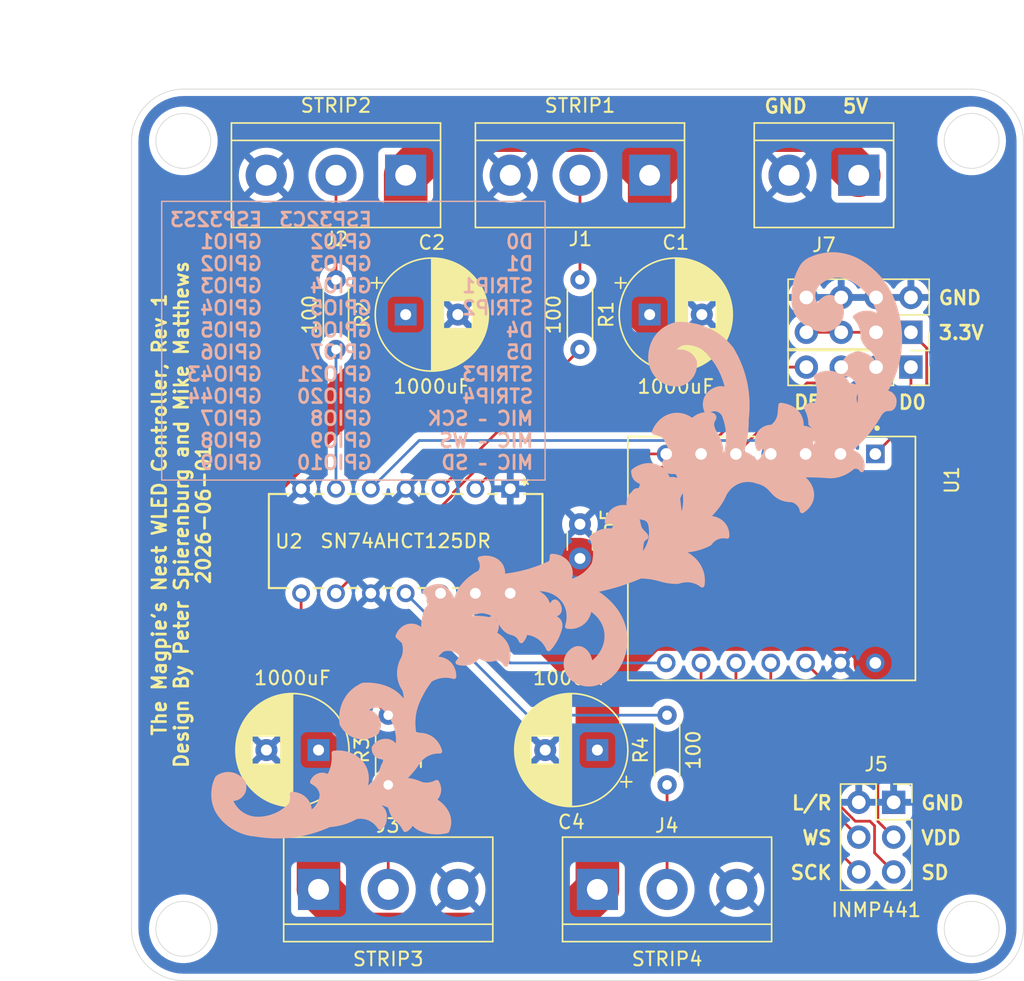
<source format=kicad_pcb>
(kicad_pcb (version 20240108) (generator "pcbnew") (generator_version "8.0")
  (title_block (title "Porthole Controller") (date "2024-06-01") (rev "1"))
  (layers (0 "F.Cu" signal) (31 "B.Cu" signal) (34 "B.Paste" user) (35 "F.Paste" user) (36 "B.SilkS" user "B.Silkscreen") (37 "F.SilkS" user "F.Silkscreen") (38 "B.Mask" user) (39 "F.Mask" user) (44 "Edge.Cuts" user))
  (net 0 "")
  (net 1 "5V")
  (net 2 "GND")
  (net 3 "SD")
  (net 4 "SCK")
  (net 5 "WS")
  (net 6 "3.3V")
  (net 7 "STRIP1")
  (net 8 "STRIP2")
  (net 9 "STRIP3")
  (net 10 "STRIP4")
  (net 11 "D0")
  (net 12 "D4")
  (net 13 "D1")
  (net 14 "D5")
  (net 15 "Net-(U2-1Y)")
  (net 16 "Net-(U2-2Y)")
  (net 17 "Net-(U2-3Y)")
  (net 18 "Net-(U2-4Y)")
  (net 19 "D2")
  (net 20 "D3")
  (net 21 "D7")
  (net 22 "D6")
  (footprint "TerminalBlock:TerminalBlock_bornier-3_P5.08mm" (layer "F.Cu") (at 171.45 133.35)
    (property "Reference" "J4")
    (property "Value" "STRIP4")
  )
  (footprint "Connector_PinSocket_2.54mm:PinSocket_1x04_P2.54mm_Vertical" (layer "F.Cu") (at 194.3 95.27 -90)
    (property "Reference" "J8" (hide yes))
    (property "Value" "Conn_01x04" (hide yes))
  )
  (footprint "Capacitor_THT:CP_Radial_D8.0mm_P3.80mm" (layer "F.Cu") (at 175.26 91.44)
    (property "Reference" "C1")
    (property "Value" "1000uF")
  )
  (footprint "TerminalBlock:TerminalBlock_bornier-3_P5.08mm" (layer "F.Cu") (at 175.26 81.28 180)
    (property "Reference" "J1")
    (property "Value" "STRIP1")
  )
  (footprint "TerminalBlock:TerminalBlock_bornier-3_P5.08mm" (layer "F.Cu") (at 151.13 133.35)
    (property "Reference" "J3")
    (property "Value" "STRIP3")
  )
  (footprint "Capacitor_THT:CP_Radial_D8.0mm_P3.80mm" (layer "F.Cu") (at 157.48 91.44)
    (property "Reference" "C2")
    (property "Value" "1000uF")
  )
  (footprint "Connector_PinSocket_2.54mm:PinSocket_2x04_P2.54mm_Vertical" (layer "F.Cu") (at 194.3 92.73 -90)
    (property "Reference" "J6" (hide yes))
    (property "Value" "Conn_02x04_Top_Bottom" (hide yes))
  )
  (footprint "Capacitor_THT:CP_Radial_D8.0mm_P3.80mm" (layer "F.Cu") (at 171.45 123.19 180)
    (property "Reference" "C4")
    (property "Value" "1000uF")
  )
  (footprint "Resistor_THT:R_Axial_DIN0204_L3.6mm_D1.6mm_P5.08mm_Horizontal" (layer "F.Cu") (at 170.18 88.9 -90)
    (property "Reference" "R1")
    (property "Value" "100")
  )
  (footprint "Connector_PinSocket_2.54mm:PinSocket_2x03_P2.54mm_Vertical" (layer "F.Cu") (at 193.04 127)
    (property "Reference" "J5")
    (property "Value" "INMP441")
  )
  (footprint "Resistor_THT:R_Axial_DIN0204_L3.6mm_D1.6mm_P5.08mm_Horizontal" (layer "F.Cu") (at 156.21 125.73 90)
    (property "Reference" "R3")
    (property "Value" "100")
  )
  (footprint "symbols:N14_TEX" (layer "F.Cu") (at 165.1 104.14 -90)
    (property "Reference" "U2")
    (property "Value" "SN74AHCT125DR")
  )
  (footprint "TerminalBlock:TerminalBlock_bornier-2_P5.08mm" (layer "F.Cu") (at 190.5 81.28 180)
    (property "Reference" "J7")
    (property "Value" "-   +" (hide yes))
  )
  (footprint "Capacitor_THT:C_Disc_D3.0mm_W1.6mm_P2.50mm" (layer "F.Cu") (at 170.18 109.22 90)
    (property "Reference" "C5")
    (property "Value" "100nF")
  )
  (footprint "Capacitor_THT:CP_Radial_D8.0mm_P3.80mm" (layer "F.Cu") (at 151.13 123.19 180)
    (property "Reference" "C3")
    (property "Value" "1000uF")
  )
  (footprint "Resistor_THT:R_Axial_DIN0204_L3.6mm_D1.6mm_P5.08mm_Horizontal" (layer "F.Cu") (at 176.53 125.73 90)
    (property "Reference" "R4")
    (property "Value" "100")
  )
  (footprint "Resistor_THT:R_Axial_DIN0204_L3.6mm_D1.6mm_P5.08mm_Horizontal" (layer "F.Cu") (at 152.4 88.9 -90)
    (property "Reference" "R2")
    (property "Value" "100")
  )
  (footprint "symbols:xiaoesp32_c3_MM" (layer "F.Cu") (at 184.15 109.22 -90)
    (property "Reference" "U1")
    (property "Value" "113991054" (hide yes))
  )
  (footprint "TerminalBlock:TerminalBlock_bornier-3_P5.08mm" (layer "F.Cu") (at 157.48 81.28 180)
    (property "Reference" "J2")
    (property "Value" "STRIP2")
  )
  (gr_poly (pts (xy 188.763749 87.071251) (xy 188.94203 87.08419) (xy 189.112811 87.104454) (xy 189.275623 87.130928) (xy 189.429998 87.162501) (xy 189.575466 87.198057) (xy 189.71156 87.236485) (xy 189.953748 87.317501) (xy 190.152811 87.396642) (xy 190.305 87.465001) (xy 190.472304 87.559454) (xy 190.657186 87.671251) (xy 190.755267 87.734092) (xy 190.8566 87.801797) (xy 190.960803 87.874542) (xy 191.067498 87.9525) (xy 191.176301 88.03585) (xy 191.286833 88.124766) (xy 191.398713 88.219424) (xy 191.511559 88.32) (xy 191.624992 88.42667) (xy 191.738629 88.53961) (xy 191.852091 88.658995) (xy 191.964996 88.785001) (xy 192.056307 88.893709) (xy 192.142828 89.002168) (xy 192.224691 89.110129) (xy 192.302027 89.217344) (xy 192.374969 89.323562) (xy 192.443648 89.428535) (xy 192.508197 89.532014) (xy 192.568746 89.63375) (xy 192.678375 89.830996) (xy 192.773589 90.018281) (xy 192.855445 90.193614) (xy 192.924995 90.355) (xy 193.039428 90.659083) (xy 193.10115 90.841102) (xy 193.163589 91.042032) (xy 193.225032 91.261068) (xy 193.283765 91.497403) (xy 193.338075 91.750233) (xy 193.386247 92.018751) (xy 193.426567 92.302152) (xy 193.457322 92.59963) (xy 193.476798 92.910379) (xy 193.483281 93.233594) (xy 193.475056 93.56847) (xy 193.45041 93.914199) (xy 193.40763 94.269978) (xy 193.378903 94.451383) (xy 193.345001 94.634999) (xy 193.30136 94.839955) (xy 193.253223 95.038554) (xy 193.201013 95.230766) (xy 193.145156 95.416562) (xy 193.086076 95.595913) (xy 193.024199 95.768789) (xy 192.959948 95.935161) (xy 192.89375 96.095) (xy 192.757207 96.394961) (xy 192.617969 96.668437) (xy 192.479434 96.915195) (xy 192.345001 97.134999) (xy 192.393493 97.13265) (xy 192.441386 97.133085) (xy 192.488546 97.136274) (xy 192.534842 97.142187) (xy 192.580142 97.150795) (xy 192.624314 97.16207) (xy 192.667227 97.175981) (xy 192.708748 97.1925) (xy 192.748746 97.211597) (xy 192.787088 97.233243) (xy 192.823644 97.257408) (xy 192.85828 97.284063) (xy 192.890865 97.31318) (xy 192.921268 97.344728) (xy 192.949356 97.378678) (xy 192.974998 97.415002) (xy 192.987631 97.433776) (xy 192.999302 97.452577) (xy 193.0199 97.490138) (xy 193.03707 97.527435) (xy 193.051091 97.564219) (xy 193.062241 97.600242) (xy 193.070798 97.635254) (xy 193.077041 97.669007) (xy 193.081248 97.70125) (xy 193.083696 97.731736) (xy 193.084666 97.760215) (xy 193.084434 97.786439) (xy 193.083279 97.810157) (xy 193.079313 97.849083) (xy 193.074996 97.875001) (xy 193.072757 97.897943) (xy 193.069742 97.921661) (xy 193.065877 97.945994) (xy 193.06109 97.970781) (xy 193.055306 97.995862) (xy 193.048454 98.021074) (xy 193.040459 98.046257) (xy 193.031247 98.07125) (xy 193.020747 98.095891) (xy 193.008885 98.120019) (xy 192.995587 98.143474) (xy 192.98078 98.166093) (xy 192.964391 98.187717) (xy 192.946346 98.208183) (xy 192.926573 98.227331) (xy 192.916016 98.236361) (xy 192.904998 98.245) (xy 192.892781 98.253006) (xy 192.880499 98.26018) (xy 192.868148 98.266571) (xy 192.855721 98.272226) (xy 192.843214 98.277193) (xy 192.830621 98.281518) (xy 192.817937 98.285251) (xy 192.805155 98.288437) (xy 192.779278 98.293364) (xy 192.752947 98.296679) (xy 192.726118 98.298764) (xy 192.698747 98.3) (xy 192.642203 98.301445) (xy 192.612942 98.302417) (xy 192.582964 98.304063) (xy 192.552223 98.306763) (xy 192.520678 98.310899) (xy 192.488282 98.316852) (xy 192.454994 98.325002) (xy 192.431808 98.333121) (xy 192.407319 98.342618) (xy 192.381629 98.353697) (xy 192.35484 98.366562) (xy 192.327055 98.381421) (xy 192.298376 98.398476) (xy 192.268906 98.417934) (xy 192.238748 98.439999) (xy 192.208004 98.464877) (xy 192.176776 98.492773) (xy 192.145167 98.523891) (xy 192.11328 98.558437) (xy 192.081217 98.596616) (xy 192.049081 98.638633) (xy 192.033018 98.661145) (xy 192.016975 98.684693) (xy 192.000965 98.709304) (xy 191.985 98.735001) (xy 191.866269 98.942872) (xy 191.734529 99.160469) (xy 191.588963 99.386269) (xy 191.428748 99.618749) (xy 191.342891 99.737018) (xy 191.253064 99.856386) (xy 191.159165 99.976662) (xy 191.061092 100.097655) (xy 190.958741 100.219176) (xy 190.85201 100.341035) (xy 190.740797 100.463039) (xy 190.624999 100.585) (xy 190.512538 100.699356) (xy 190.400311 100.809845) (xy 190.288553 100.916349) (xy 190.177498 101.018751) (xy 190.067381 101.116935) (xy 189.958435 101.210782) (xy 189.850895 101.300176) (xy 189.744994 101.384999) (xy 189.787026 101.39373) (xy 189.874996 101.415469) (xy 189.932398 101.432644) (xy 189.996715 101.454786) (xy 190.066422 101.482464) (xy 190.139997 101.516251) (xy 190.215915 101.556717) (xy 190.254277 101.579633) (xy 190.292654 101.604434) (xy 190.330854 101.631191) (xy 190.368689 101.659974) (xy 190.405967 101.690856) (xy 190.442498 101.723907) (xy 190.478091 101.7592) (xy 190.512556 101.796805) (xy 190.545703 101.836794) (xy 190.577341 101.879239) (xy 190.60728 101.924211) (xy 190.635329 101.971781) (xy 190.661298 102.022021) (xy 190.684997 102.075002) (xy 190.703791 102.130758) (xy 190.719099 102.185431) (xy 190.731183 102.238873) (xy 190.740309 102.290938) (xy 190.74674 102.34148) (xy 190.750739 102.390352) (xy 190.75257 102.437407) (xy 190.752496 102.4825) (xy 190.750782 102.525483) (xy 190.747691 102.56621) (xy 190.743487 102.604535) (xy 190.738433 102.640312) (xy 190.726831 102.703631) (xy 190.714996 102.754998) (xy 190.711833 102.747689) (xy 190.706091 102.737303) (xy 190.697771 102.724281) (xy 190.686873 102.709061) (xy 190.673397 102.692084) (xy 190.657343 102.673788) (xy 190.63871 102.654613) (xy 190.617499 102.634999) (xy 190.605926 102.625165) (xy 190.593709 102.615385) (xy 190.580848 102.605715) (xy 190.567342 102.59621) (xy 190.553191 102.586925) (xy 190.538396 102.577914) (xy 190.522957 102.569234) (xy 190.506872 102.560937) (xy 190.490144 102.55308) (xy 190.47277 102.545717) (xy 190.454752 102.538904) (xy 190.43609 102.532695) (xy 190.416783 102.527145) (xy 190.396832 102.52231) (xy 190.376236 102.518243) (xy 190.354995 102.515) (xy 190.325472 102.510401) (xy 190.29693 102.507735) (xy 190.269413 102.506827) (xy 190.242966 102.507501) (xy 190.217632 102.509581) (xy 190.193455 102.512891) (xy 190.170479 102.517256) (xy 190.148748 102.5225) (xy 190.128306 102.528448) (xy 190.109197 102.534922) (xy 190.091466 102.541748) (xy 190.075155 102.54875) (xy 190.046972 102.562579) (xy 190.025001 102.575002) (xy 189.976258 102.616783) (xy 189.923809 102.659415) (xy 189.867698 102.702574) (xy 189.807969 102.745938) (xy 189.744666 102.789185) (xy 189.677832 102.831992) (xy 189.607512 102.874038) (xy 189.533749 102.915) (xy 189.456588 102.954556) (xy 189.376072 102.992383) (xy 189.292246 103.028159) (xy 189.205154 103.061563) (xy 189.114838 103.092271) (xy 189.021344 103.119962) (xy 188.924716 103.144313) (xy 188.824996 103.165002) (xy 188.765912 103.175221) (xy 188.708571 103.183478) (xy 188.652841 103.189918) (xy 188.598591 103.194688) (xy 188.545688 103.197935) (xy 188.494001 103.199805) (xy 188.393748 103.2) (xy 188.296775 103.196445) (xy 188.20203 103.190313) (xy 188.014999 103.175) (xy 187.632655 103.153594) (xy 187.413651 103.144942) (xy 187.176248 103.13875) (xy 186.920564 103.13584) (xy 186.646716 103.137031) (xy 186.354821 103.143144) (xy 186.044998 103.155) (xy 186.110646 103.184253) (xy 186.174443 103.21571) (xy 186.236355 103.249287) (xy 186.296345 103.284902) (xy 186.35438 103.322472) (xy 186.410425 103.361916) (xy 186.464444 103.40315) (xy 186.516404 103.446093) (xy 186.566268 103.490662) (xy 186.614004 103.536774) (xy 186.659575 103.584348) (xy 186.702947 103.6333) (xy 186.744085 103.683549) (xy 186.782954 103.735012) (xy 186.81952 103.787606) (xy 186.853748 103.84125) (xy 186.885602 103.89586) (xy 186.915049 103.951355) (xy 186.942053 104.007652) (xy 186.96658 104.064668) (xy 186.988595 104.122321) (xy 187.008062 104.18053) (xy 187.024948 104.23921) (xy 187.039217 104.298281) (xy 187.050835 104.357659) (xy 187.059767 104.417263) (xy 187.065978 104.477009) (xy 187.069433 104.536816) (xy 187.070097 104.5966) (xy 187.067936 104.656281) (xy 187.062916 104.715774) (xy 187.055 104.774999) (xy 187.045386 104.829549) (xy 187.033519 104.882572) (xy 187.019551 104.934064) (xy 187.003631 104.984022) (xy 186.985909 105.032442) (xy 186.966536 105.07932) (xy 186.945661 105.124653) (xy 186.923435 105.168436) (xy 186.875529 105.251342) (xy 186.82402 105.328007) (xy 186.770109 105.398403) (xy 186.714997 105.4625) (xy 186.659884 105.520268) (xy 186.605973 105.571679) (xy 186.554465 105.616704) (xy 186.50656 105.655312) (xy 186.426365 105.713164) (xy 186.374999 105.745) (xy 186.369217 105.70877) (xy 186.364627 105.686356) (xy 186.358748 105.661407) (xy 186.351462 105.634173) (xy 186.342653 105.604903) (xy 186.332204 105.573846) (xy 186.319996 105.541251) (xy 186.305914 105.507366) (xy 186.289839 105.472442) (xy 186.271656 105.436726) (xy 186.251245 105.400468) (xy 186.228492 105.363918) (xy 186.203277 105.327323) (xy 186.175484 105.290934) (xy 186.160584 105.272894) (xy 186.144996 105.254998) (xy 186.107077 105.215482) (xy 186.068513 105.179335) (xy 186.029597 105.14641) (xy 185.990623 105.116562) (xy 185.951883 105.089643) (xy 185.913671 105.065508) (xy 185.876279 105.044009) (xy 185.84 105.025) (xy 185.805127 105.008336) (xy 185.771953 104.993868) (xy 185.740772 104.981451) (xy 185.711875 104.970938) (xy 185.662109 104.95504) (xy 185.624999 104.945001) (xy 185.536979 104.943399) (xy 185.452869 104.938751) (xy 185.372598 104.93129) (xy 185.296092 104.921251) (xy 185.223276 104.908868) (xy 185.15408 104.894376) (xy 185.088428 104.878008) (xy 185.026247 104.860001) (xy 184.967466 104.840586) (xy 184.912009 104.82) (xy 184.859804 104.798477) (xy 184.810778 104.77625) (xy 184.764858 104.753554) (xy 184.721969 104.730624) (xy 184.644996 104.684998) (xy 184.606536 104.660336) (xy 184.569818 104.635121) (xy 184.534708 104.609385) (xy 184.501071 104.583163) (xy 184.437685 104.529389) (xy 184.378591 104.474062) (xy 184.32272 104.417446) (xy 184.269002 104.359804) (xy 184.163748 104.2425) (xy 184.110074 104.183364) (xy 184.054276 104.124258) (xy 183.995284 104.065444) (xy 183.932029 104.007188) (xy 183.863443 103.949751) (xy 183.826816 103.921423) (xy 183.788455 103.893399) (xy 183.748226 103.865711) (xy 183.705996 103.838394) (xy 183.661631 103.811479) (xy 183.614997 103.785001) (xy 183.574106 103.763309) (xy 183.533962 103.743185) (xy 183.494609 103.724554) (xy 183.456091 103.707345) (xy 183.418452 103.691483) (xy 183.381736 103.676895) (xy 183.311248 103.65125) (xy 183.244979 103.629824) (xy 183.18328 103.612031) (xy 183.126502 103.597285) (xy 183.074996 103.585) (xy 182.997145 103.559101) (xy 182.948127 103.544526) (xy 182.892809 103.529687) (xy 182.831515 103.5152) (xy 182.764567 103.501679) (xy 182.692287 103.489741) (xy 182.614996 103.48) (xy 182.533019 103.473071) (xy 182.446676 103.469571) (xy 182.35629 103.470113) (xy 182.262183 103.475313) (xy 182.213835 103.479852) (xy 182.164678 103.485787) (xy 182.114752 103.493194) (xy 182.064097 103.502149) (xy 182.012753 103.512731) (xy 181.960762 103.525016) (xy 181.908162 103.53908) (xy 181.854995 103.555001) (xy 181.787697 103.576713) (xy 181.722662 103.600494) (xy 181.659868 103.626186) (xy 181.599293 103.653633) (xy 181.540916 103.682677) (xy 181.484714 103.713159) (xy 181.378747 103.777812) (xy 181.281218 103.846333) (xy 181.19195 103.917461) (xy 181.110769 103.989936) (xy 181.037497 104.0625) (xy 180.97196 104.133892) (xy 180.913981 104.202852) (xy 180.863385 104.26812) (xy 180.819996 104.328438) (xy 180.754136 104.42918) (xy 180.714996 104.495) (xy 180.666657 104.603613) (xy 180.611404 104.718905) (xy 180.548885 104.840058) (xy 180.478749 104.966249) (xy 180.400643 105.096659) (xy 180.358492 105.16319) (xy 180.314217 105.230467) (xy 180.267774 105.29839) (xy 180.219119 105.366854) (xy 180.168208 105.435758) (xy 180.114997 105.504998) (xy 180.064383 105.569574) (xy 180.013826 105.632069) (xy 179.913124 105.750937) (xy 179.813358 105.861835) (xy 179.714999 105.965) (xy 179.618514 106.060664) (xy 179.524374 106.149062) (xy 179.433046 106.23043) (xy 179.345001 106.305001) (xy 179.442441 106.293148) (xy 179.539531 106.28752) (xy 179.635917 106.288016) (xy 179.731248 106.294532) (xy 179.825174 106.306966) (xy 179.917341 106.325215) (xy 180.007399 106.349178) (xy 180.094997 106.378751) (xy 180.179782 106.413831) (xy 180.261403 106.454317) (xy 180.339509 106.500106) (xy 180.413747 106.551095) (xy 180.483767 106.607181) (xy 180.549217 106.668263) (xy 180.609745 106.734237) (xy 180.665 106.805001) (xy 180.705595 106.865292) (xy 180.741327 106.925919) (xy 180.772489 106.986517) (xy 180.799373 107.04672) (xy 180.822273 107.10616) (xy 180.841482 107.164473) (xy 180.857292 107.221292) (xy 180.869997 107.27625) (xy 180.87989 107.328982) (xy 180.887263 107.379121) (xy 180.892409 107.426301) (xy 180.895622 107.470156) (xy 180.897419 107.546426) (xy 180.894996 107.605) (xy 180.848883 107.596504) (xy 180.786715 107.587657) (xy 180.75016 107.58387) (xy 180.710251 107.580918) (xy 180.667206 107.579109) (xy 180.621247 107.578751) (xy 180.572592 107.58015) (xy 180.521461 107.583614) (xy 180.468075 107.589452) (xy 180.412652 107.59797) (xy 180.355413 107.609476) (xy 180.296577 107.624279) (xy 180.26663 107.633012) (xy 180.236365 107.642685) (xy 180.205811 107.653335) (xy 180.174995 107.665002) (xy 180.116745 107.690599) (xy 180.061968 107.71838) (xy 180.010618 107.747947) (xy 179.962651 107.778907) (xy 179.918025 107.810862) (xy 179.876695 107.843418) (xy 179.838616 107.876179) (xy 179.803746 107.90875) (xy 179.772039 107.940735) (xy 179.743453 107.971738) (xy 179.717942 108.001364) (xy 179.695464 108.029218) (xy 179.659428 108.078027) (xy 179.634994 108.114999) (xy 179.542631 108.163261) (xy 179.445464 108.210468) (xy 179.343374 108.256503) (xy 179.236245 108.301249) (xy 179.123961 108.344589) (xy 179.006402 108.386406) (xy 178.883453 108.426582) (xy 178.754997 108.465001) (xy 178.635846 108.496451) (xy 178.518512 108.523478) (xy 178.403171 108.546344) (xy 178.289997 108.565314) (xy 178.179167 108.58065) (xy 178.070857 108.592618) (xy 177.965242 108.60148) (xy 177.862498 108.607501) (xy 177.666326 108.612071) (xy 177.483749 108.608438) (xy 177.316171 108.598711) (xy 177.165 108.585) (xy 177.271971 108.617285) (xy 177.358862 108.647381) (xy 177.463903 108.687657) (xy 177.584003 108.738772) (xy 177.71607 108.801387) (xy 177.857015 108.87616) (xy 178.003745 108.96375) (xy 178.153172 109.064817) (xy 178.22793 109.12061) (xy 178.302203 109.18002) (xy 178.375604 109.243128) (xy 178.447747 109.310017) (xy 178.518246 109.38077) (xy 178.586715 109.455468) (xy 178.652766 109.534196) (xy 178.716015 109.617033) (xy 178.776073 109.704064) (xy 178.832556 109.79537) (xy 178.885076 109.891035) (xy 178.933247 109.991139) (xy 178.976684 110.095767) (xy 179.014999 110.204999) (xy 179.035999 110.274008) (xy 179.054099 110.342226) (xy 179.069445 110.409565) (xy 179.082184 110.475937) (xy 179.092463 110.541255) (xy 179.100426 110.605429) (xy 179.106223 110.668374) (xy 179.109997 110.729999) (xy 179.111897 110.790219) (xy 179.112068 110.848944) (xy 179.110657 110.906088) (xy 179.107811 110.961561) (xy 179.098397 111.067147) (xy 179.084998 111.164998) (xy 179.059457 111.144044) (xy 179.031601 111.122518) (xy 179.001459 111.100553) (xy 178.969062 111.078281) (xy 178.934438 111.055832) (xy 178.897617 111.033339) (xy 178.858627 111.010934) (xy 178.817499 110.988749) (xy 178.774262 110.966916) (xy 178.728945 110.945566) (xy 178.681577 110.924831) (xy 178.632187 110.904843) (xy 178.580805 110.885734) (xy 178.527461 110.867636) (xy 178.472183 110.850681) (xy 178.415 110.835) (xy 178.320469 110.815352) (xy 178.228281 110.801094) (xy 178.138671 110.791758) (xy 178.051874 110.786875) (xy 177.968124 110.785977) (xy 177.887655 110.788594) (xy 177.810702 110.794258) (xy 177.737499 110.8025) (xy 177.66828 110.812851) (xy 177.603279 110.824843) (xy 177.486872 110.851874) (xy 177.390152 110.879843) (xy 177.314994 110.905) (xy 177.206402 110.904531) (xy 177.14396 110.903418) (xy 177.076246 110.90125) (xy 177.003375 110.897676) (xy 176.925465 110.892344) (xy 176.842633 110.884903) (xy 176.754997 110.875001) (xy 176.614333 110.854552) (xy 176.484685 110.831408) (xy 176.365818 110.806622) (xy 176.257498 110.781251) (xy 175.924995 110.695001) (xy 175.805914 110.661817) (xy 175.673591 110.630156) (xy 175.527908 110.600605) (xy 175.368748 110.573749) (xy 175.195994 110.550175) (xy 175.00953 110.530467) (xy 174.809238 110.515213) (xy 174.70387 110.509439) (xy 174.595001 110.504998) (xy 174.419708 110.579959) (xy 174.238907 110.654686) (xy 174.052715 110.728944) (xy 173.861249 110.802499) (xy 173.664628 110.875117) (xy 173.462967 110.946562) (xy 173.256384 111.016601) (xy 173.044998 111.085) (xy 172.781131 111.164278) (xy 172.522185 111.237344) (xy 172.268396 111.304551) (xy 172.019997 111.36625) (xy 171.777223 111.422793) (xy 171.540309 111.474531) (xy 171.30949 111.521816) (xy 171.084998 111.564999) (xy 171.220057 111.6383) (xy 171.341133 111.710436) (xy 171.490467 111.806405) (xy 171.662476 111.92634) (xy 171.85158 112.07037) (xy 172.052197 112.238629) (xy 172.258747 112.431249) (xy 172.362503 112.536735) (xy 172.465649 112.648361) (xy 172.567488 112.766142) (xy 172.667322 112.890097) (xy 172.764453 113.02024) (xy 172.858184 113.156588) (xy 172.947817 113.299159) (xy 173.032654 113.447968) (xy 173.111999 113.603031) (xy 173.185153 113.764367) (xy 173.251418 113.931989) (xy 173.310097 114.105917) (xy 173.360493 114.286165) (xy 173.401907 114.47275) (xy 173.433642 114.665689) (xy 173.455001 114.864999) (xy 173.466297 115.059125) (xy 173.46709 115.247538) (xy 173.458361 115.429916) (xy 173.441093 115.605936) (xy 173.416265 115.775277) (xy 173.384861 115.937616) (xy 173.347861 116.092631) (xy 173.306247 116.24) (xy 173.261 116.379399) (xy 173.213102 116.510508) (xy 173.163534 116.633003) (xy 173.113277 116.746563) (xy 173.014624 116.945587) (xy 172.924995 117.105) (xy 172.859703 117.209023) (xy 172.814495 117.275024) (xy 172.760777 117.348437) (xy 172.698446 117.427826) (xy 172.627398 117.511757) (xy 172.547533 117.598793) (xy 172.458746 117.687499) (xy 172.360936 117.776439) (xy 172.254001 117.864179) (xy 172.197078 117.90715) (xy 172.137836 117.949282) (xy 172.076261 117.990396) (xy 172.012341 118.030312) (xy 171.946062 118.068852) (xy 171.877412 118.105835) (xy 171.806378 118.141082) (xy 171.732948 118.174414) (xy 171.657107 118.205651) (xy 171.578844 118.234615) (xy 171.498146 118.261124) (xy 171.415 118.285001) (xy 171.32248 118.312481) (xy 171.269035 118.326419) (xy 171.211093 118.339844) (xy 171.148873 118.352274) (xy 171.082596 118.363223) (xy 171.012481 118.37221) (xy 170.938748 118.378751) (xy 170.861616 118.382362) (xy 170.781306 118.382559) (xy 170.698036 118.378861) (xy 170.612027 118.370782) (xy 170.523499 118.35784) (xy 170.432671 118.339552) (xy 170.386463 118.328251) (xy 170.339763 118.315433) (xy 170.292598 118.301036) (xy 170.244995 118.285001) (xy 170.160852 118.255191) (xy 170.080913 118.222305) (xy 170.005164 118.186782) (xy 169.933589 118.149062) (xy 169.866175 118.109585) (xy 169.802906 118.068789) (xy 169.743768 118.027114) (xy 169.688746 117.985) (xy 169.637826 117.942885) (xy 169.590992 117.90121) (xy 169.548231 117.860414) (xy 169.509527 117.820937) (xy 169.474867 117.783217) (xy 169.444234 117.747694) (xy 169.394996 117.684998) (xy 169.345431 117.596217) (xy 169.301754 117.506308) (xy 169.263996 117.415549) (xy 169.232184 117.324218) (xy 169.20635 117.232595) (xy 169.186521 117.140957) (xy 169.172727 117.049582) (xy 169.164997 116.95875) (xy 169.163362 116.868737) (xy 169.167849 116.779824) (xy 169.178489 116.692287) (xy 169.19531 116.606406) (xy 169.218342 116.522458) (xy 169.247614 116.440723) (xy 169.283156 116.361477) (xy 169.324996 116.285001) (xy 169.348629 116.248341) (xy 169.369425 116.218578) (xy 169.395934 116.18297) (xy 169.42795 116.14285) (xy 169.46527 116.099552) (xy 169.507687 116.054408) (xy 169.554997 116.008751) (xy 169.606994 115.963914) (xy 169.634687 115.94222) (xy 169.663474 115.921231) (xy 169.693331 115.901114) (xy 169.724231 115.882034) (xy 169.756149 115.86416) (xy 169.78906 115.847657) (xy 169.822938 115.832692) (xy 169.857757 115.819432) (xy 169.893491 115.808043) (xy 169.930115 115.798692) (xy 169.967604 115.791546) (xy 170.005931 115.786771) (xy 170.045071 115.784533) (xy 170.084998 115.785001) (xy 170.124332 115.788215) (xy 170.163538 115.794078) (xy 170.202546 115.80254) (xy 170.241287 115.813556) (xy 170.279691 115.827075) (xy 170.317688 115.843053) (xy 170.35521 115.861439) (xy 170.392185 115.882188) (xy 170.428546 115.905252) (xy 170.464222 115.930582) (xy 170.499143 115.958131) (xy 170.53324 115.987852) (xy 170.566444 116.019698) (xy 170.598685 116.053619) (xy 170.629893 116.089569) (xy 170.659998 116.127501) (xy 170.688932 116.167366) (xy 170.716624 116.209117) (xy 170.743006 116.252707) (xy 170.768006 116.298087) (xy 170.791557 116.34521) (xy 170.813587 116.394029) (xy 170.834029 116.444496) (xy 170.852811 116.496563) (xy 170.869865 116.550183) (xy 170.88512 116.605308) (xy 170.898508 116.661891) (xy 170.909959 116.719884) (xy 170.919403 116.779239) (xy 170.92677 116.839908) (xy 170.931991 116.901845) (xy 170.934997 116.965001) (xy 171.017168 116.911255) (xy 171.096782 116.855076) (xy 171.173798 116.79655) (xy 171.24818 116.735762) (xy 171.319889 116.672799) (xy 171.388886 116.607747) (xy 171.455132 116.540691) (xy 171.51859 116.471719) (xy 171.579221 116.400915) (xy 171.636986 116.328366) (xy 171.691847 116.254159) (xy 171.743766 116.178378) (xy 171.792703 116.101111) (xy 171.838622 116.022443) (xy 171.881482 115.942461) (xy 171.921246 115.861249) (xy 171.957875 115.778895) (xy 171.991331 115.695485) (xy 172.021576 115.611104) (xy 172.04857 115.525839) (xy 172.072276 115.439776) (xy 172.092654 115.353) (xy 172.109667 115.265598) (xy 172.123277 115.177656) (xy 172.133444 115.08926) (xy 172.14013 115.000495) (xy 172.143296 114.911449) (xy 172.142905 114.822207) (xy 172.138918 114.732855) (xy 172.131296 114.643479) (xy 172.120002 114.554166) (xy 172.104995 114.465001) (xy 172.084211 114.367234) (xy 172.059539 114.272669) (xy 172.031253 114.181287) (xy 171.999625 114.093067) (xy 171.964928 114.007989) (xy 171.927435 113.926033) (xy 171.887419 113.847179) (xy 171.845153 113.771407) (xy 171.75496 113.629026) (xy 171.659039 113.498731) (xy 171.559574 113.380359) (xy 171.458746 113.273751) (xy 171.358739 113.178743) (xy 171.261734 113.095177) (xy 171.169916 113.022889) (xy 171.085465 112.96172) (xy 170.947399 112.872091) (xy 170.864997 112.825002) (xy 170.863142 112.87795) (xy 170.85979 112.920032) (xy 170.853904 112.971094) (xy 170.844795 113.030066) (xy 170.831776 113.095879) (xy 170.814156 113.167463) (xy 170.791249 113.24375) (xy 170.762365 113.323669) (xy 170.745466 113.364657) (xy 170.726815 113.406152) (xy 170.706326 113.44802) (xy 170.683913 113.490129) (xy 170.659489 113.532344) (xy 170.632968 113.574531) (xy 170.604265 113.616557) (xy 170.573293 113.658289) (xy 170.539966 113.699591) (xy 170.504198 113.740332) (xy 170.465904 113.780377) (xy 170.424996 113.819593) (xy 170.38139 113.857846) (xy 170.334998 113.895001) (xy 170.291713 113.928386) (xy 170.248165 113.95923) (xy 170.204445 113.987627) (xy 170.160643 114.013673) (xy 170.07315 114.059092) (xy 169.986405 114.09625) (xy 169.901124 114.125908) (xy 169.818025 114.148828) (xy 169.737827 114.165771) (xy 169.661248 114.1775) (xy 169.589004 114.184775) (xy 169.521814 114.188359) (xy 169.460395 114.189013) (xy 169.405466 114.187499) (xy 169.317947 114.181015) (xy 169.264999 114.175) (xy 169.291716 114.090332) (xy 169.308942 114.025652) (xy 169.326871 113.947657) (xy 169.344098 113.857532) (xy 169.359215 113.756465) (xy 169.370816 113.645642) (xy 169.377496 113.52625) (xy 169.377848 113.399475) (xy 169.375211 113.33369) (xy 169.370465 113.266504) (xy 169.363434 113.198066) (xy 169.353942 113.128523) (xy 169.341813 113.058025) (xy 169.326872 112.986719) (xy 169.308942 112.914754) (xy 169.287849 112.842278) (xy 169.263415 112.769439) (xy 169.235466 112.696387) (xy 169.203826 112.623268) (xy 169.168318 112.550232) (xy 169.128768 112.477426) (xy 169.084998 112.405) (xy 169.038462 112.333963) (xy 168.988916 112.265258) (xy 168.93646 112.198934) (xy 168.881189 112.135038) (xy 168.823201 112.073618) (xy 168.762593 112.014721) (xy 168.699461 111.958395) (xy 168.633904 111.904687) (xy 168.566017 111.853645) (xy 168.495898 111.805316) (xy 168.423645 111.759749) (xy 168.349353 111.716991) (xy 168.273121 111.677089) (xy 168.195044 111.640092) (xy 168.115221 111.606046) (xy 168.033748 111.574999) (xy 167.950722 111.546999) (xy 167.866241 111.522093) (xy 167.780401 111.50033) (xy 167.693299 111.481756) (xy 167.605033 111.46642) (xy 167.515699 111.454369) (xy 167.425395 111.44565) (xy 167.334218 111.440311) (xy 167.242264 111.4384) (xy 167.14963 111.439964) (xy 167.056415 111.445052) (xy 166.962714 111.453709) (xy 166.868625 111.465985) (xy 166.774244 111.481927) (xy 166.67967 111.501582) (xy 166.584998 111.524999) (xy 166.718543 111.5709) (xy 166.841951 111.618456) (xy 166.955632 111.667448) (xy 167.059997 111.717656) (xy 167.155456 111.768859) (xy 167.242419 111.82084) (xy 167.321296 111.873376) (xy 167.392497 111.92625) (xy 167.456433 111.979241) (xy 167.513513 112.032129) (xy 167.564148 112.084695) (xy 167.608748 112.136719) (xy 167.647723 112.187981) (xy 167.681483 112.238262) (xy 167.710439 112.287341) (xy 167.735 112.335) (xy 167.778591 112.433125) (xy 167.791577 112.460586) (xy 167.805485 112.488281) (xy 167.820361 112.515742) (xy 167.836247 112.542499) (xy 167.853188 112.568085) (xy 167.871227 112.592031) (xy 167.890409 112.613866) (xy 167.900443 112.623847) (xy 167.910778 112.633124) (xy 167.921421 112.64164) (xy 167.932377 112.649335) (xy 167.943652 112.656152) (xy 167.955251 112.662031) (xy 167.967179 112.666914) (xy 167.979443 112.670742) (xy 167.992047 112.673457) (xy 168.004997 112.675) (xy 168.018801 112.674168) (xy 168.032109 112.671743) (xy 168.044952 112.667831) (xy 168.05736 112.662539) (xy 168.069366 112.655972) (xy 168.081001 112.648237) (xy 168.092294 112.63944) (xy 168.103278 112.629687) (xy 168.113984 112.619085) (xy 168.124443 112.607739) (xy 168.144743 112.583242) (xy 168.164428 112.557046) (xy 168.183747 112.53) (xy 168.202948 112.502954) (xy 168.222281 112.476757) (xy 168.241996 112.45226) (xy 168.252073 112.440914) (xy 168.26234 112.430312) (xy 168.272826 112.420559) (xy 168.283563 112.411762) (xy 168.294581 112.404027) (xy 168.305913 112.39746) (xy 168.31759 112.392168) (xy 168.329641 112.388256) (xy 168.342099 112.385831) (xy 168.354995 112.384999) (xy 168.372941 112.386412) (xy 168.391099 112.390563) (xy 168.409389 112.397318) (xy 168.42773 112.406542) (xy 168.446042 112.418103) (xy 168.464244 112.431867) (xy 168.482256 112.4477) (xy 168.499996 112.465468) (xy 168.517385 112.485038) (xy 168.534342 112.506276) (xy 168.550786 112.529049) (xy 168.566637 112.553222) (xy 168.581814 112.578663) (xy 168.596237 112.605237) (xy 168.609825 112.63281) (xy 168.622497 112.66125) (xy 168.634173 112.690422) (xy 168.644773 112.720193) (xy 168.654215 112.750429) (xy 168.662419 112.780996) (xy 168.669305 112.811762) (xy 168.674793 112.842591) (xy 168.678801 112.87335) (xy 168.681248 112.903907) (xy 168.682055 112.934126) (xy 168.681141 112.963875) (xy 168.678426 112.99302) (xy 168.673828 113.021427) (xy 168.667267 113.048962) (xy 168.658663 113.075492) (xy 168.647934 113.100883) (xy 168.635002 113.125001) (xy 168.624233 113.141272) (xy 168.612601 113.15638) (xy 168.600183 113.170394) (xy 168.587052 113.18338) (xy 168.573284 113.195406) (xy 168.558953 113.206541) (xy 168.544136 113.216852) (xy 168.528907 113.226407) (xy 168.497512 113.243519) (xy 168.465371 113.258418) (xy 168.433083 113.271648) (xy 168.401249 113.28375) (xy 168.341347 113.306738) (xy 168.314479 113.318708) (xy 168.290467 113.331718) (xy 168.279721 113.338783) (xy 168.269913 113.34631) (xy 168.26112 113.354369) (xy 168.253417 113.363027) (xy 168.246878 113.372351) (xy 168.241579 113.382409) (xy 168.237595 113.39327) (xy 168.235 113.405) (xy 168.234047 113.416932) (xy 168.234882 113.428391) (xy 168.237416 113.439428) (xy 168.241561 113.450098) (xy 168.24723 113.460452) (xy 168.254334 113.470545) (xy 168.262786 113.480428) (xy 168.272498 113.490157) (xy 168.283382 113.499782) (xy 168.295349 113.509358) (xy 168.322185 113.528575) (xy 168.352302 113.548231) (xy 168.384998 113.568751) (xy 168.419568 113.59056) (xy 168.45531 113.614083) (xy 168.491521 113.639744) (xy 168.509583 113.65351) (xy 168.527498 113.667969) (xy 168.545179 113.683176) (xy 168.562537 113.699182) (xy 168.579486 113.716042) (xy 168.595936 113.733809) (xy 168.6118 113.752534) (xy 168.62699 113.772273) (xy 168.641419 113.793077) (xy 168.654998 113.814999) (xy 168.670008 113.840602) (xy 168.683203 113.86677) (xy 168.694645 113.893483) (xy 168.704392 113.920722) (xy 168.712506 113.948467) (xy 168.719047 113.976696) (xy 168.724076 114.005391) (xy 168.727653 114.034531) (xy 168.729838 114.064095) (xy 168.730692 114.094065) (xy 168.728649 114.155136) (xy 168.722005 114.217585) (xy 168.711246 114.281249) (xy 168.696854 114.345969) (xy 168.679312 114.411581) (xy 168.659104 114.477927) (xy 168.636714 114.544843) (xy 168.58732 114.679745) (xy 168.534995 114.814999) (xy 168.493551 114.907988) (xy 168.443434 115.013281) (xy 168.383473 115.129121) (xy 168.349435 115.190446) (xy 168.312497 115.25375) (xy 168.272511 115.318811) (xy 168.229332 115.38541) (xy 168.182814 115.453328) (xy 168.132809 115.522344) (xy 168.079171 115.592239) (xy 168.021754 115.662794) (xy 167.960411 115.733788) (xy 167.894996 115.805001) (xy 167.862379 115.730665) (xy 167.840988 115.686304) (xy 167.815934 115.637813) (xy 167.787013 115.585688) (xy 167.754021 115.530429) (xy 167.71675 115.472534) (xy 167.674998 115.412499) (xy 167.628557 115.350824) (xy 167.577225 115.288007) (xy 167.520794 115.224545) (xy 167.459061 115.160936) (xy 167.39182 115.097679) (xy 167.318866 115.035272) (xy 167.280182 115.004542) (xy 167.239993 114.974212) (xy 167.198274 114.944343) (xy 167.154998 114.914998) (xy 167.080274 114.870428) (xy 167.006267 114.83031) (xy 166.933228 114.794412) (xy 166.861404 114.762498) (xy 166.791045 114.734334) (xy 166.7224 114.709686) (xy 166.655718 114.688319) (xy 166.591248 114.669999) (xy 166.529239 114.654491) (xy 166.469939 114.641561) (xy 166.360467 114.622499) (xy 166.264822 114.610937) (xy 166.184997 114.605) (xy 166.184648 114.620347) (xy 166.18361 114.636367) (xy 166.181899 114.653032) (xy 166.179528 114.670312) (xy 166.176513 114.688178) (xy 166.172868 114.706601) (xy 166.168608 114.725551) (xy 166.163747 114.744999) (xy 166.1583 114.764916) (xy 166.152282 114.785272) (xy 166.145707 114.806039) (xy 166.13859 114.827186) (xy 166.122789 114.870506) (xy 166.104995 114.914998) (xy 166.093521 114.940782) (xy 166.081636 114.965643) (xy 166.0694 114.989596) (xy 166.056871 115.012656) (xy 166.044108 115.034836) (xy 166.031168 115.056152) (xy 166.018112 115.076619) (xy 166.004997 115.09625) (xy 165.978825 115.133066) (xy 165.953122 115.166718) (xy 165.928357 115.197324) (xy 165.904998 115.224999) (xy 165.884744 115.178691) (xy 165.873379 115.154665) (xy 165.861091 115.130156) (xy 165.847807 115.105237) (xy 165.833455 115.07998) (xy 165.817959 115.05446) (xy 165.801248 115.02875) (xy 165.783248 115.002922) (xy 165.763885 114.977051) (xy 165.743087 114.951209) (xy 165.72078 114.925469) (xy 165.696891 114.899905) (xy 165.671346 114.874591) (xy 165.644073 114.849598) (xy 165.614997 114.825002) (xy 165.581149 114.798251) (xy 165.547185 114.774122) (xy 165.51322 114.752425) (xy 165.479372 114.73297) (xy 165.445758 114.715565) (xy 165.412496 114.70002) (xy 165.379703 114.686146) (xy 165.347496 114.673751) (xy 165.315992 114.662645) (xy 165.285309 114.652638) (xy 165.226872 114.635157) (xy 165.173123 114.619786) (xy 165.124999 114.605) (xy 165.081075 114.590286) (xy 165.035643 114.572129) (xy 164.988834 114.550135) (xy 164.940779 114.523907) (xy 164.891612 114.49305) (xy 164.841463 114.457168) (xy 164.790465 114.415867) (xy 164.738749 114.36875) (xy 164.686447 114.315423) (xy 164.633691 114.255489) (xy 164.607184 114.222921) (xy 164.580613 114.188553) (xy 164.553994 114.152336) (xy 164.527344 114.114219) (xy 164.50068 114.074155) (xy 164.474017 114.032093) (xy 164.447373 113.987984) (xy 164.420763 113.941778) (xy 164.394205 113.893427) (xy 164.367714 113.84288) (xy 164.341308 113.790088) (xy 164.315002 113.735001) (xy 164.298944 113.711593) (xy 164.280763 113.686485) (xy 164.260443 113.659854) (xy 164.23797 113.631875) (xy 164.213329 113.602724) (xy 164.186505 113.572577) (xy 164.157484 113.54161) (xy 164.126251 113.509999) (xy 164.092791 113.477918) (xy 164.05709 113.445545) (xy 164.019133 113.413055) (xy 163.978906 113.380623) (xy 163.936393 113.348426) (xy 163.891581 113.316639) (xy 163.844454 113.285438) (xy 163.794998 113.254998) (xy 163.725788 113.217923) (xy 163.657106 113.185272) (xy 163.589245 113.156781) (xy 163.522497 113.132186) (xy 163.457155 113.111225) (xy 163.393513 113.093632) (xy 163.331863 113.079145) (xy 163.272498 113.0675) (xy 163.215712 113.058432) (xy 163.161796 113.051679) (xy 163.111045 113.046977) (xy 163.06375 113.044062) (xy 162.980704 113.042539) (xy 162.915 113.044999) (xy 162.833926 113.057715) (xy 162.748282 113.073594) (xy 162.658184 113.092988) (xy 162.56375 113.11625) (xy 162.465097 113.14373) (xy 162.362342 113.17578) (xy 162.255603 113.212752) (xy 162.144996 113.254998) (xy 162.042789 113.300429) (xy 161.94609 113.346562) (xy 161.854782 113.393164) (xy 161.768747 113.439999) (xy 161.687868 113.486835) (xy 161.612028 113.533437) (xy 161.541111 113.57957) (xy 161.474998 113.625001) (xy 161.647419 113.604434) (xy 161.826872 113.587969) (xy 162.012888 113.575957) (xy 162.204998 113.568749) (xy 162.402734 113.566698) (xy 162.605625 113.570155) (xy 162.813204 113.579471) (xy 163.025001 113.594998) (xy 163.07375 113.599198) (xy 163.122499 113.604218) (xy 163.171248 113.609941) (xy 163.219998 113.61625) (xy 163.317498 113.630157) (xy 163.415 113.645001) (xy 163.433398 113.650277) (xy 163.451094 113.654864) (xy 163.468086 113.658778) (xy 163.484374 113.662032) (xy 163.49996 113.664642) (xy 163.514843 113.666621) (xy 163.529022 113.667986) (xy 163.542499 113.66875) (xy 163.555272 113.668928) (xy 163.567343 113.668535) (xy 163.57871 113.667585) (xy 163.589374 113.666094) (xy 163.599335 113.664075) (xy 163.608593 113.661543) (xy 163.617148 113.658513) (xy 163.624999 113.655) (xy 163.637675 113.65103) (xy 163.64953 113.646679) (xy 163.660683 113.642035) (xy 163.671249 113.637187) (xy 163.691092 113.627226) (xy 163.709998 113.617499) (xy 163.719393 113.612943) (xy 163.728904 113.60871) (xy 163.73865 113.604886) (xy 163.748748 113.601561) (xy 163.759314 113.598822) (xy 163.76481 113.597699) (xy 163.770466 113.596756) (xy 163.776299 113.596004) (xy 163.782322 113.595452) (xy 163.78855 113.595114) (xy 163.794998 113.594998) (xy 163.798747 113.595085) (xy 163.802493 113.59534) (xy 163.809959 113.596326) (xy 163.817366 113.597899) (xy 163.824686 113.599999) (xy 163.831888 113.602567) (xy 163.838944 113.605546) (xy 163.845824 113.608876) (xy 163.852498 113.6125) (xy 163.858939 113.616357) (xy 163.865115 113.620391) (xy 163.870999 113.624541) (xy 163.87656 113.628751) (xy 163.88177 113.63296) (xy 163.886599 113.63711) (xy 163.891017 113.641144) (xy 163.894996 113.645001) (xy 163.889139 113.652613) (xy 163.882829 113.66043) (xy 163.876079 113.668423) (xy 163.868904 113.676563) (xy 163.861319 113.684819) (xy 163.853338 113.693164) (xy 163.844977 113.701567) (xy 163.836249 113.71) (xy 163.827169 113.718433) (xy 163.817753 113.726836) (xy 163.808014 113.735181) (xy 163.797968 113.743437) (xy 163.787628 113.751577) (xy 163.77701 113.75957) (xy 163.766128 113.767387) (xy 163.754997 113.774999) (xy 163.719399 113.79612) (xy 163.683963 113.814589) (xy 163.648849 113.830569) (xy 163.614218 113.844219) (xy 163.580231 113.855701) (xy 163.54705 113.865176) (xy 163.514836 113.872806) (xy 163.48375 113.878751) (xy 163.453952 113.883172) (xy 163.425605 113.886231) (xy 163.398869 113.888089) (xy 163.373905 113.888907) (xy 163.32994 113.888066) (xy 163.294998 113.884999) (xy 163.324415 113.893795) (xy 163.352675 113.901464) (xy 163.379792 113.908048) (xy 163.405781 113.913592) (xy 163.430657 113.918141) (xy 163.454434 113.921737) (xy 163.477127 113.924425) (xy 163.498751 113.926248) (xy 163.51932 113.927252) (xy 163.538849 113.927479) (xy 163.557353 113.926973) (xy 163.574845 113.925779) (xy 163.591342 113.923941) (xy 163.606857 113.921502) (xy 163.621405 113.918506) (xy 163.635002 113.914998) (xy 163.651427 113.911141) (xy 163.667032 113.907108) (xy 163.69625 113.898749) (xy 163.749999 113.8825) (xy 163.763144 113.878876) (xy 163.776406 113.875546) (xy 163.789901 113.872568) (xy 163.803749 113.869999) (xy 163.818065 113.867899) (xy 163.832967 113.866327) (xy 163.848572 113.865341) (xy 163.864997 113.864999) (xy 163.883398 113.867331) (xy 163.90111 113.870527) (xy 163.918148 113.874514) (xy 163.934528 113.879219) (xy 163.950262 113.884568) (xy 163.965367 113.890488) (xy 163.979857 113.896907) (xy 163.993746 113.90375) (xy 164.007049 113.910945) (xy 164.019781 113.918418) (xy 164.031957 113.926097) (xy 164.043591 113.933907) (xy 164.06529 113.94963) (xy 164.084998 113.965001) (xy 164.08869 113.996387) (xy 164.09203 114.030469) (xy 164.094667 114.067129) (xy 164.096248 114.10625) (xy 164.096533 114.126696) (xy 164.096423 114.147715) (xy 164.095874 114.169289) (xy 164.094841 114.191406) (xy 164.093281 114.21405) (xy 164.09115 114.237207) (xy 164.088404 114.260862) (xy 164.084998 114.285001) (xy 164.077047 114.321798) (xy 164.06826 114.357188) (xy 164.058741 114.391173) (xy 164.048592 114.423751) (xy 164.037915 114.454923) (xy 164.026814 114.484688) (xy 164.01539 114.513048) (xy 164.003747 114.540001) (xy 163.980212 114.589688) (xy 163.957029 114.63375) (xy 163.935018 114.672187) (xy 163.915 114.704999) (xy 163.975623 114.736171) (xy 164.025916 114.76415) (xy 164.086872 114.800625) (xy 164.1565 114.845771) (xy 164.232809 114.899766) (xy 164.313804 114.962783) (xy 164.397496 115.035) (xy 164.439729 115.074613) (xy 164.48189 115.116592) (xy 164.523728 115.160959) (xy 164.564995 115.207735) (xy 164.605442 115.256943) (xy 164.644819 115.308604) (xy 164.682878 115.362741) (xy 164.71937 115.419376) (xy 164.754045 115.47853) (xy 164.786655 115.540225) (xy 164.816951 115.604485) (xy 164.844682 115.671329) (xy 164.869602 115.740781) (xy 164.89146 115.812862) (xy 164.910007 115.887595) (xy 164.924995 115.965001) (xy 164.937375 116.050055) (xy 164.94482 116.132618) (xy 164.947781 116.212545) (xy 164.946714 116.289688) (xy 164.942073 116.363902) (xy 164.934312 116.43504) (xy 164.923885 116.502955) (xy 164.911246 116.5675) (xy 164.896849 116.628531) (xy 164.881148 116.685899) (xy 164.847652 116.789063) (xy 164.81439 116.875821) (xy 164.784995 116.945001) (xy 164.765425 116.912705) (xy 164.744215 116.879766) (xy 164.721364 116.846474) (xy 164.696872 116.813125) (xy 164.670739 116.780009) (xy 164.642966 116.747421) (xy 164.613552 116.715654) (xy 164.582498 116.684999) (xy 164.549803 116.655751) (xy 164.515467 116.628203) (xy 164.479491 116.602646) (xy 164.441874 116.579375) (xy 164.422451 116.568688) (xy 164.402617 116.558681) (xy 164.382373 116.549393) (xy 164.361719 116.540859) (xy 164.340655 116.533116) (xy 164.31918 116.526201) (xy 164.297296 116.52015) (xy 164.275001 116.515) (xy 164.252757 116.509894) (xy 164.231001 116.505789) (xy 164.209691 116.502632) (xy 164.188788 116.500371) (xy 164.148041 116.498322) (xy 164.108436 116.499218) (xy 164.069652 116.502633) (xy 164.031366 116.508143) (xy 163.993255 116.515324) (xy 163.954998 116.523749) (xy 163.876756 116.542635) (xy 163.79406 116.561405) (xy 163.750237 116.569684) (xy 163.704333 116.576659) (xy 163.656026 116.581906) (xy 163.604995 116.585) (xy 163.568326 116.584377) (xy 163.529606 116.582363) (xy 163.488894 116.578738) (xy 163.446248 116.573281) (xy 163.401727 116.565774) (xy 163.35539 116.555996) (xy 163.307295 116.543728) (xy 163.2575 116.52875) (xy 163.206065 116.510843) (xy 163.153047 116.489786) (xy 163.098506 116.465359) (xy 163.042501 116.437344) (xy 162.985088 116.405521) (xy 162.926328 116.369669) (xy 162.866279 116.329569) (xy 162.805 116.285001) (xy 162.770683 116.331036) (xy 162.750177 116.357225) (xy 162.727343 116.385157) (xy 162.702106 116.414554) (xy 162.674393 116.445137) (xy 162.644132 116.476629) (xy 162.611248 116.50875) (xy 162.57567 116.541223) (xy 162.537322 116.573769) (xy 162.496133 116.60611) (xy 162.452029 116.637968) (xy 162.404936 116.669064) (xy 162.354781 116.69912) (xy 162.328533 116.713671) (xy 162.301492 116.727857) (xy 162.273649 116.741645) (xy 162.244995 116.754998) (xy 162.162913 116.787198) (xy 162.08193 116.812909) (xy 162.00244 116.832673) (xy 161.924841 116.847031) (xy 161.849526 116.856525) (xy 161.776892 116.861699) (xy 161.707334 116.863093) (xy 161.641247 116.86125) (xy 161.579028 116.856711) (xy 161.521071 116.850019) (xy 161.467772 116.841716) (xy 161.419528 116.832343) (xy 161.339781 116.812558) (xy 161.284995 116.794999) (xy 161.308356 116.771054) (xy 161.320593 116.757954) (xy 161.333123 116.744063) (xy 161.345886 116.729351) (xy 161.358826 116.71379) (xy 161.371883 116.697349) (xy 161.384998 116.680001) (xy 161.398113 116.661714) (xy 161.41117 116.642461) (xy 161.424109 116.622212) (xy 161.436873 116.600937) (xy 161.449402 116.578608) (xy 161.461639 116.555194) (xy 161.473525 116.530668) (xy 161.485 116.504998) (xy 161.499082 116.468006) (xy 161.511406 116.432186) (xy 161.52209 116.397773) (xy 161.531249 116.364999) (xy 161.539003 116.334101) (xy 161.545468 116.305311) (xy 161.550761 116.278866) (xy 161.555 116.254998) (xy 161.542103 116.236548) (xy 161.525897 116.215213) (xy 161.50635 116.191387) (xy 161.483435 116.165467) (xy 161.457121 116.137847) (xy 161.427379 116.108924) (xy 161.394181 116.079093) (xy 161.357497 116.048748) (xy 161.317296 116.018287) (xy 161.273551 115.988104) (xy 161.25034 115.973241) (xy 161.226232 115.958595) (xy 161.201223 115.944217) (xy 161.175309 115.930155) (xy 161.148488 115.91646) (xy 161.120754 115.90318) (xy 161.092105 115.890366) (xy 161.062536 115.878066) (xy 161.032045 115.86633) (xy 161.000627 115.855207) (xy 160.968279 115.844747) (xy 160.934997 115.835) (xy 160.864602 115.81677) (xy 160.796052 115.803066) (xy 160.729553 115.793493) (xy 160.66531 115.787656) (xy 160.603528 115.785158) (xy 160.544412 115.785604) (xy 160.488166 115.7886) (xy 160.434997 115.793749) (xy 160.385109 115.800655) (xy 160.338707 115.808924) (xy 160.295997 115.81816) (xy 160.257183 115.827967) (xy 160.192066 115.847713) (xy 160.144996 115.864999) (xy 160.110818 115.891737) (xy 160.075936 115.91953) (xy 160.040585 115.948495) (xy 160.005 115.978749) (xy 159.969414 116.010409) (xy 159.934062 116.043593) (xy 159.916547 116.060793) (xy 159.899178 116.078417) (xy 159.881985 116.096481) (xy 159.864997 116.114999) (xy 159.806424 116.17496) (xy 159.75078 116.234686) (xy 159.698183 116.293944) (xy 159.648749 116.352498) (xy 159.602596 116.410116) (xy 159.559842 116.466561) (xy 159.520604 116.5216) (xy 159.485 116.574998) (xy 159.529491 116.56701) (xy 159.569417 116.561397) (xy 159.619686 116.556092) (xy 159.679212 116.552135) (xy 159.746912 116.550565) (xy 159.821702 116.552423) (xy 159.902499 116.558749) (xy 159.988217 116.570583) (xy 160.032583 116.57889) (xy 160.077773 116.588964) (xy 160.123651 116.600935) (xy 160.170083 116.614934) (xy 160.216932 116.631089) (xy 160.264063 116.649531) (xy 160.31134 116.67039) (xy 160.358628 116.693796) (xy 160.405792 116.71988) (xy 160.452696 116.74877) (xy 160.499205 116.780597) (xy 160.545182 116.815492) (xy 160.590493 116.853583) (xy 160.635002 116.895001) (xy 160.668587 116.930024) (xy 160.700018 116.965653) (xy 160.729365 117.001791) (xy 160.756699 117.038341) (xy 160.805617 117.112288) (xy 160.847342 117.186719) (xy 160.882446 117.260857) (xy 160.911501 117.333926) (xy 160.935077 117.405149) (xy 160.953746 117.47375) (xy 160.968079 117.538952) (xy 160.978648 117.59998) (xy 160.986023 117.656056) (xy 160.990776 117.706405) (xy 160.994702 117.786816) (xy 160.994995 117.835) (xy 160.910874 117.811953) (xy 160.862259 117.800458) (xy 160.809527 117.789374) (xy 160.75287 117.778994) (xy 160.692477 117.769609) (xy 160.628539 117.761513) (xy 160.561246 117.755) (xy 160.49079 117.750361) (xy 160.417359 117.74789) (xy 160.341146 117.747881) (xy 160.262339 117.750625) (xy 160.181131 117.756416) (xy 160.09771 117.765546) (xy 160.012268 117.77831) (xy 159.924995 117.794999) (xy 159.871329 117.808581) (xy 159.819098 117.823026) (xy 159.768333 117.838263) (xy 159.719061 117.854218) (xy 159.671312 117.870817) (xy 159.625116 117.887987) (xy 159.537499 117.923749) (xy 159.456444 117.960917) (xy 159.382185 117.998905) (xy 159.314958 118.037127) (xy 159.254997 118.074998) (xy 159.192322 118.158378) (xy 159.124843 118.25078) (xy 159.053378 118.351855) (xy 158.97875 118.461249) (xy 158.901777 118.578612) (xy 158.823281 118.703593) (xy 158.744082 118.835839) (xy 158.665 118.974999) (xy 158.540155 119.210624) (xy 158.471463 119.346952) (xy 158.401247 119.494999) (xy 158.366191 119.573271) (xy 158.331501 119.654296) (xy 158.297426 119.738017) (xy 158.264215 119.824375) (xy 158.232118 119.913311) (xy 158.201383 120.004766) (xy 158.172259 120.098682) (xy 158.144996 120.195001) (xy 158.107203 120.345235) (xy 158.088812 120.431514) (xy 158.071403 120.525001) (xy 158.055458 120.625518) (xy 158.041461 120.732891) (xy 158.029896 120.846944) (xy 158.021246 120.967501) (xy 158.015995 121.094385) (xy 158.014625 121.227422) (xy 158.017621 121.366436) (xy 158.025465 121.511251) (xy 158.038641 121.66169) (xy 158.057633 121.817579) (xy 158.082924 121.978741) (xy 158.114997 122.145001) (xy 158.170252 122.133496) (xy 158.212887 122.126037) (xy 158.264531 122.118593) (xy 158.324436 122.112028) (xy 158.391856 122.107206) (xy 158.466043 122.104991) (xy 158.546251 122.106249) (xy 158.631732 122.111842) (xy 158.721739 122.122636) (xy 158.768207 122.130252) (xy 158.815526 122.139493) (xy 158.863603 122.150467) (xy 158.912345 122.16328) (xy 158.961658 122.178042) (xy 159.011449 122.19486) (xy 159.061625 122.213842) (xy 159.112091 122.235096) (xy 159.162756 122.258731) (xy 159.213525 122.284854) (xy 159.264304 122.313574) (xy 159.315002 122.344998) (xy 159.359892 122.376388) (xy 159.402721 122.408617) (xy 159.443536 122.441585) (xy 159.482384 122.475194) (xy 159.554371 122.543939) (xy 159.619063 122.614062) (xy 159.676841 122.68477) (xy 159.728085 122.755272) (xy 159.773178 122.824779) (xy 159.812498 122.892499) (xy 159.846429 122.95764) (xy 159.875349 123.019413) (xy 159.899641 123.077025) (xy 159.919684 123.129686) (xy 159.948551 123.216991) (xy 159.964996 123.274999) (xy 159.891285 123.272166) (xy 159.847355 123.271943) (xy 159.799059 123.272966) (xy 159.746662 123.275571) (xy 159.690427 123.280095) (xy 159.630618 123.286875) (xy 159.567498 123.296247) (xy 159.501331 123.30855) (xy 159.432381 123.324119) (xy 159.360911 123.343292) (xy 159.287185 123.366405) (xy 159.211468 123.393796) (xy 159.134021 123.425801) (xy 159.05511 123.462757) (xy 158.974998 123.505002) (xy 158.907488 123.545258) (xy 158.843669 123.587052) (xy 158.783483 123.630048) (xy 158.726871 123.673908) (xy 158.673776 123.718295) (xy 158.624137 123.762873) (xy 158.577897 123.807304) (xy 158.534996 123.851252) (xy 158.495377 123.894379) (xy 158.458981 123.936349) (xy 158.425749 123.976825) (xy 158.395622 124.01547) (xy 158.344452 124.085919) (xy 158.305 124.145001) (xy 158.269901 124.201681) (xy 158.232342 124.259064) (xy 158.192674 124.316915) (xy 158.151248 124.375001) (xy 158.108417 124.433086) (xy 158.06453 124.490938) (xy 158.01994 124.54832) (xy 157.974998 124.605) (xy 157.877536 124.722188) (xy 157.78031 124.833751) (xy 157.683552 124.939688) (xy 157.587498 125.040001) (xy 157.492381 125.134688) (xy 157.398436 125.223751) (xy 157.305896 125.307188) (xy 157.214996 125.384999) (xy 157.32273 125.383221) (xy 157.435621 125.385779) (xy 157.553199 125.393259) (xy 157.6136 125.399028) (xy 157.674997 125.406247) (xy 157.737331 125.41499) (xy 157.800544 125.425329) (xy 157.864578 125.437338) (xy 157.929373 125.451091) (xy 157.994871 125.46666) (xy 158.061014 125.484119) (xy 158.127743 125.503541) (xy 158.194999 125.524999) (xy 158.238302 125.538116) (xy 158.278456 125.55119) (xy 158.315826 125.564176) (xy 158.35078 125.57703) (xy 158.414901 125.602166) (xy 158.473749 125.626248) (xy 158.530252 125.648924) (xy 158.587342 125.669842) (xy 158.617022 125.679532) (xy 158.647946 125.688651) (xy 158.680482 125.697154) (xy 158.714996 125.704999) (xy 158.762928 125.715396) (xy 158.812984 125.723963) (xy 158.865179 125.730508) (xy 158.919527 125.734842) (xy 158.976044 125.736773) (xy 159.034743 125.736112) (xy 159.095639 125.732668) (xy 159.158747 125.72625) (xy 159.224082 125.716668) (xy 159.291657 125.703731) (xy 159.361489 125.68725) (xy 159.433591 125.667033) (xy 159.507978 125.64289) (xy 159.584664 125.614631) (xy 159.663665 125.582066) (xy 159.744995 125.545003) (xy 159.763649 125.581076) (xy 159.777363 125.608744) (xy 159.792967 125.642345) (xy 159.809684 125.681512) (xy 159.826737 125.72588) (xy 159.843352 125.775081) (xy 159.85875 125.82875) (xy 159.872156 125.886521) (xy 159.877869 125.91683) (xy 159.882793 125.948027) (xy 159.886831 125.980067) (xy 159.889885 126.012902) (xy 159.89186 126.046489) (xy 159.892657 126.080781) (xy 159.892179 126.115731) (xy 159.89033 126.151295) (xy 159.887012 126.187427) (xy 159.882129 126.22408) (xy 159.875584 126.26121) (xy 159.867278 126.29877) (xy 159.857116 126.336714) (xy 159.845001 126.374997) (xy 159.829102 126.420593) (xy 159.811562 126.463669) (xy 159.792617 126.504284) (xy 159.772499 126.542497) (xy 159.751444 126.578366) (xy 159.729686 126.61195) (xy 159.707459 126.643307) (xy 159.684998 126.672497) (xy 159.662537 126.699577) (xy 159.64031 126.724606) (xy 159.618553 126.747643) (xy 159.597498 126.768746) (xy 159.558437 126.805387) (xy 159.525001 126.834996) (xy 159.593183 126.872848) (xy 159.651934 126.908781) (xy 159.723592 126.955934) (xy 159.805503 127.01422) (xy 159.895017 127.083551) (xy 159.989482 127.16384) (xy 160.086247 127.254997) (xy 160.134663 127.304624) (xy 160.18266 127.356936) (xy 160.229907 127.411921) (xy 160.276071 127.469568) (xy 160.320822 127.529867) (xy 160.363828 127.592806) (xy 160.404757 127.658374) (xy 160.443279 127.726561) (xy 160.479061 127.797356) (xy 160.511773 127.870747) (xy 160.541082 127.946723) (xy 160.566659 128.025274) (xy 160.58817 128.106388) (xy 160.605284 128.190055) (xy 160.617672 128.276264) (xy 160.624999 128.365003) (xy 160.625954 128.418788) (xy 160.625137 128.471387) (xy 160.622649 128.522786) (xy 160.618594 128.572968) (xy 160.613075 128.621921) (xy 160.606192 128.669628) (xy 160.59805 128.716076) (xy 160.588751 128.761249) (xy 160.578397 128.805134) (xy 160.567091 128.847715) (xy 160.554935 128.888977) (xy 160.542032 128.928907) (xy 160.514395 129.004708) (xy 160.485 129.075002) (xy 160.397871 129.094024) (xy 160.301718 129.112812) (xy 160.196894 129.130195) (xy 160.083749 129.144999) (xy 160.024167 129.151069) (xy 159.962636 129.156054) (xy 159.899201 129.159809) (xy 159.833906 129.162186) (xy 159.766794 129.16304) (xy 159.69791 129.162224) (xy 159.627297 129.159592) (xy 159.555 129.154996) (xy 159.490083 129.150558) (xy 159.426602 129.144802) (xy 159.364585 129.137815) (xy 159.304063 129.129685) (xy 159.187618 129.11035) (xy 159.077501 129.087499) (xy 158.973946 129.061835) (xy 158.877188 129.034063) (xy 158.787462 129.004884) (xy 158.705001 128.975003) (xy 158.665702 128.962325) (xy 158.623123 128.946719) (xy 158.577731 128.928066) (xy 158.554127 128.91756) (xy 158.529996 128.906249) (xy 158.505396 128.894118) (xy 158.480387 128.881151) (xy 158.455025 128.867336) (xy 158.429371 128.852656) (xy 158.403482 128.837097) (xy 158.377418 128.820645) (xy 158.351236 128.803284) (xy 158.324996 128.785001) (xy 158.286669 128.756548) (xy 158.250407 128.727539) (xy 158.216166 128.69812) (xy 158.183903 128.668437) (xy 158.153573 128.638637) (xy 158.125133 128.608867) (xy 158.098539 128.579272) (xy 158.073746 128.549999) (xy 158.050711 128.521195) (xy 158.02939 128.493007) (xy 158.00974 128.46558) (xy 157.991715 128.439061) (xy 157.975272 128.413597) (xy 157.960367 128.389334) (xy 157.934997 128.344998) (xy 157.932765 128.360685) (xy 157.929801 128.377675) (xy 157.926076 128.395866) (xy 157.921559 128.415155) (xy 157.916223 128.435441) (xy 157.910036 128.45662) (xy 157.902971 128.478591) (xy 157.894998 128.501249) (xy 157.886087 128.524494) (xy 157.876209 128.548222) (xy 157.865336 128.57233) (xy 157.853436 128.596717) (xy 157.840482 128.62128) (xy 157.826444 128.645916) (xy 157.811292 128.670522) (xy 157.794998 128.694997) (xy 157.772282 128.725943) (xy 157.749215 128.755057) (xy 157.725914 128.782384) (xy 157.702496 128.807968) (xy 157.679078 128.831853) (xy 157.655777 128.854082) (xy 157.632711 128.8747) (xy 157.609996 128.89375) (xy 157.58775 128.911277) (xy 157.566091 128.927324) (xy 157.545134 128.941936) (xy 157.524998 128.955156) (xy 157.505799 128.967028) (xy 157.487656 128.977597) (xy 157.455001 128.995) (xy 157.404217 128.90375) (xy 157.374315 128.852266) (xy 157.341248 128.797501) (xy 157.3049 128.739922) (xy 157.265153 128.68) (xy 157.221891 128.618202) (xy 157.198904 128.586746) (xy 157.174995 128.554997) (xy 157.116851 128.49113) (xy 157.06234 128.43406) (xy 157.011345 128.383083) (xy 156.963747 128.337498) (xy 156.919431 128.296599) (xy 156.878279 128.259685) (xy 156.805 128.194997) (xy 156.774677 128.16544) (xy 156.743827 128.132909) (xy 156.712625 128.097243) (xy 156.681248 128.058281) (xy 156.649871 128.015862) (xy 156.61867 127.969824) (xy 156.587821 127.920007) (xy 156.557498 127.86625) (xy 156.527879 127.808391) (xy 156.499139 127.746269) (xy 156.471453 127.679723) (xy 156.444998 127.608593) (xy 156.419949 127.532716) (xy 156.396481 127.451932) (xy 156.374772 127.36608) (xy 156.354995 127.274999) (xy 156.278649 127.236718) (xy 156.192341 127.197499) (xy 156.145562 127.177831) (xy 156.096424 127.15828) (xy 156.044972 127.138964) (xy 155.991248 127.119999) (xy 155.935299 127.101503) (xy 155.877167 127.083592) (xy 155.816896 127.066385) (xy 155.75453 127.049999) (xy 155.690114 127.03455) (xy 155.623691 127.020155) (xy 155.555305 127.006933) (xy 155.485 126.995) (xy 155.406973 126.98501) (xy 155.330469 126.977422) (xy 155.255606 126.972061) (xy 155.182501 126.96875) (xy 155.111271 126.967315) (xy 155.042032 126.967578) (xy 154.910001 126.9725) (xy 154.787345 126.982109) (xy 154.675001 126.994999) (xy 154.573907 127.009764) (xy 154.485 127.024999) (xy 154.614653 127.028363) (xy 154.740819 127.038319) (xy 154.86306 127.054662) (xy 154.980936 127.077186) (xy 155.094007 127.105687) (xy 155.201834 127.13996) (xy 155.303977 127.179799) (xy 155.399997 127.224999) (xy 155.489455 127.275356) (xy 155.571911 127.330664) (xy 155.646925 127.390718) (xy 155.714059 127.455313) (xy 155.772872 127.524244) (xy 155.822926 127.597306) (xy 155.86378 127.674293) (xy 155.88062 127.714195) (xy 155.894996 127.755002) (xy 155.902255 127.772462) (xy 155.909 127.791094) (xy 155.91519 127.810899) (xy 155.920778 127.831875) (xy 155.925723 127.854023) (xy 155.929978 127.877343) (xy 155.933501 127.901835) (xy 155.936248 127.927499) (xy 155.938175 127.954335) (xy 155.939237 127.982342) (xy 155.93939 128.011522) (xy 155.938592 128.041874) (xy 155.936797 128.073397) (xy 155.933962 128.106093) (xy 155.930042 128.139961) (xy 155.924995 128.175) (xy 155.924878 128.203555) (xy 155.924057 128.236563) (xy 155.921831 128.273789) (xy 155.919971 128.293912) (xy 155.917495 128.315) (xy 155.914317 128.337027) (xy 155.910347 128.359961) (xy 155.905499 128.383774) (xy 155.899683 128.408437) (xy 155.892813 128.43392) (xy 155.884801 128.460194) (xy 155.875558 128.487229) (xy 155.864997 128.514996) (xy 155.851091 128.547814) (xy 155.835779 128.578786) (xy 155.819294 128.607941) (xy 155.801872 128.63531) (xy 155.783747 128.660921) (xy 155.765154 128.684803) (xy 155.746326 128.706986) (xy 155.727497 128.727499) (xy 155.708904 128.746371) (xy 155.690778 128.763632) (xy 155.656872 128.793437) (xy 155.604995 128.834996) (xy 155.56738 128.776657) (xy 155.542727 128.741108) (xy 155.51406 128.702029) (xy 155.481292 128.659962) (xy 155.444334 128.615448) (xy 155.403098 128.569029) (xy 155.357498 128.521249) (xy 155.307444 128.472648) (xy 155.252849 128.423768) (xy 155.193625 128.375152) (xy 155.129684 128.327342) (xy 155.095917 128.303908) (xy 155.060939 128.280879) (xy 155.024737 128.258322) (xy 154.987301 128.236306) (xy 154.94862 128.214897) (xy 154.908683 128.194164) (xy 154.867479 128.174174) (xy 154.824996 128.154996) (xy 154.743242 128.123881) (xy 154.663142 128.097791) (xy 154.584947 128.076359) (xy 154.508905 128.059218) (xy 154.435265 128.046003) (xy 154.364276 128.036347) (xy 154.296187 128.029885) (xy 154.231248 128.02625) (xy 154.169707 128.025075) (xy 154.111814 128.025995) (xy 154.007965 128.032655) (xy 153.921695 128.043299) (xy 153.854995 128.054997) (xy 153.777672 128.096677) (xy 153.695778 128.139061) (xy 153.609431 128.181913) (xy 153.518748 128.224999) (xy 153.423845 128.268086) (xy 153.324842 128.310938) (xy 153.221853 128.353321) (xy 153.114997 128.395001) (xy 152.941618 128.45043) (xy 152.774216 128.497187) (xy 152.613142 128.535976) (xy 152.458748 128.5675) (xy 152.311386 128.592461) (xy 152.171406 128.611563) (xy 152.03916 128.625508) (xy 151.915 128.634999) (xy 151.647499 128.750566) (xy 151.348122 128.869532) (xy 151.017809 128.987794) (xy 150.841344 129.045379) (xy 150.657497 129.101251) (xy 150.466384 129.154895) (xy 150.268122 129.205801) (xy 150.062829 129.253455) (xy 149.850622 129.297344) (xy 149.631618 129.336956) (xy 149.405935 129.371777) (xy 149.173688 129.401296) (xy 148.934997 129.425) (xy 148.751257 129.439804) (xy 148.571326 129.450624) (xy 148.223123 129.461249) (xy 147.890857 129.458748) (xy 147.574998 129.444999) (xy 147.276014 129.421874) (xy 146.994374 129.391249) (xy 146.730546 129.355) (xy 146.485 129.314999) (xy 146.356541 129.303379) (xy 146.283663 129.294061) (xy 146.205467 129.282032) (xy 146.12229 129.267015) (xy 146.03447 129.248731) (xy 145.942344 129.226902) (xy 145.846248 129.20125) (xy 145.746519 129.171496) (xy 145.643494 129.137363) (xy 145.537511 129.098571) (xy 145.428905 129.054843) (xy 145.318014 129.005901) (xy 145.205174 128.951465) (xy 145.090723 128.891258) (xy 144.974998 128.825002) (xy 144.852867 128.748683) (xy 144.737635 128.670079) (xy 144.629171 128.589717) (xy 144.527342 128.508125) (xy 144.432018 128.42583) (xy 144.343065 128.343359) (xy 144.260353 128.261239) (xy 144.183749 128.179998) (xy 144.113121 128.100164) (xy 144.048339 128.022263) (xy 143.989269 127.946823) (xy 143.93578 127.874372) (xy 143.887741 127.805436) (xy 143.845019 127.740544) (xy 143.775001 127.624997) (xy 143.730958 127.53654) (xy 143.707391 127.485186) (xy 143.683282 127.429217) (xy 143.658997 127.368736) (xy 143.634903 127.303846) (xy 143.611365 127.23465) (xy 143.58875 127.161249) (xy 143.567425 127.083747) (xy 143.547754 127.002246) (xy 143.530105 126.916848) (xy 143.514844 126.827657) (xy 143.502336 126.734774) (xy 143.492949 126.638302) (xy 143.487048 126.538344) (xy 143.485 126.435002) (xy 143.486936 126.329787) (xy 143.492519 126.227971) (xy 143.501413 126.12967) (xy 143.513281 126.035002) (xy 143.527785 125.944084) (xy 143.544589 125.857034) (xy 143.563356 125.773967) (xy 143.583749 125.695002) (xy 143.605431 125.620256) (xy 143.628065 125.549846) (xy 143.674842 125.422503) (xy 143.721385 125.313909) (xy 143.764999 125.225003) (xy 143.803064 125.196233) (xy 143.833355 125.175717) (xy 143.870779 125.152345) (xy 143.915059 125.127039) (xy 143.965916 125.100723) (xy 144.023071 125.074319) (xy 144.086248 125.04875) (xy 144.120007 125.036567) (xy 144.155166 125.024938) (xy 144.191692 125.01398) (xy 144.229549 125.003808) (xy 144.268702 124.994536) (xy 144.309117 124.986281) (xy 144.350759 124.979157) (xy 144.393593 124.97328) (xy 144.437584 124.968765) (xy 144.482697 124.965728) (xy 144.528898 124.964285) (xy 144.576152 124.964549) (xy 144.624424 124.966637) (xy 144.67368 124.970664) (xy 144.723883 124.976746) (xy 144.775001 124.984998) (xy 144.825744 124.995261) (xy 144.874856 125.007222) (xy 144.922346 125.020761) (xy 144.968222 125.035759) (xy 145.012495 125.052098) (xy 145.055173 125.069658) (xy 145.13578 125.107966) (xy 145.210118 125.149731) (xy 145.278261 125.194002) (xy 145.34028 125.239825) (xy 145.396249 125.286248) (xy 145.446242 125.33232) (xy 145.490332 125.377088) (xy 145.528591 125.419601) (xy 145.561094 125.458905) (xy 145.609122 125.524081) (xy 145.635002 125.564999) (xy 145.640038 125.576506) (xy 145.647168 125.595644) (xy 145.655676 125.621843) (xy 145.664843 125.654531) (xy 145.673952 125.693137) (xy 145.682284 125.73709) (xy 145.689122 125.785818) (xy 145.693749 125.83875) (xy 145.695446 125.895315) (xy 145.694971 125.924781) (xy 145.693495 125.954941) (xy 145.690928 125.985724) (xy 145.687179 126.017058) (xy 145.68216 126.048871) (xy 145.675781 126.081093) (xy 145.667951 126.113652) (xy 145.658581 126.146476) (xy 145.647582 126.179494) (xy 145.634864 126.212635) (xy 145.620336 126.245828) (xy 145.60391 126.279) (xy 145.585495 126.312081) (xy 145.565002 126.344998) (xy 145.546725 126.371774) (xy 145.527538 126.397716) (xy 145.507469 126.422812) (xy 145.486544 126.447049) (xy 145.464792 126.470415) (xy 145.44224 126.492897) (xy 145.418915 126.514481) (xy 145.394844 126.535155) (xy 145.370056 126.554907) (xy 145.344578 126.573722) (xy 145.318437 126.59159) (xy 145.291661 126.608496) (xy 145.264276 126.624427) (xy 145.236311 126.639372) (xy 145.207794 126.653318) (xy 145.17875 126.66625) (xy 145.149209 126.678157) (xy 145.119197 126.689026) (xy 145.088742 126.698844) (xy 145.057872 126.707598) (xy 145.026613 126.715276) (xy 144.994993 126.721864) (xy 144.96304 126.72735) (xy 144.930782 126.73172) (xy 144.898245 126.734963) (xy 144.865457 126.737065) (xy 144.832446 126.738013) (xy 144.799239 126.737795) (xy 144.765863 126.736398) (xy 144.732347 126.733809) (xy 144.698716 126.730015) (xy 144.665 126.725003) (xy 144.692206 126.805236) (xy 144.712701 126.859035) (xy 144.738279 126.920626) (xy 144.769307 126.989015) (xy 144.80615 127.063204) (xy 144.849174 127.142198) (xy 144.898747 127.225) (xy 144.955234 127.310615) (xy 145.019001 127.398047) (xy 145.090414 127.486298) (xy 145.129103 127.53042) (xy 145.16984 127.574374) (xy 145.212673 127.618035) (xy 145.257645 127.661278) (xy 145.304805 127.703979) (xy 145.354196 127.746013) (xy 145.405865 127.787257) (xy 145.459857 127.827585) (xy 145.516219 127.866873) (xy 145.574996 127.904996) (xy 145.674176 127.963082) (xy 145.772652 128.013903) (xy 145.869957 128.057926) (xy 145.965621 128.095622) (xy 146.059176 128.127458) (xy 146.150153 128.153904) (xy 146.238083 128.175427) (xy 146.322498 128.192498) (xy 146.402928 128.205584) (xy 146.478905 128.215155) (xy 146.54996 128.221679) (xy 146.615625 128.225625) (xy 146.728907 128.227658) (xy 146.815002 128.225003) (xy 146.933261 128.218616) (xy 147.069217 128.205782) (xy 147.143208 128.1964) (xy 147.220876 128.184746) (xy 147.301971 128.170603) (xy 147.386246 128.153749) (xy 147.47345 128.133966) (xy 147.563336 128.111034) (xy 147.655652 128.084733) (xy 147.750152 128.054843) (xy 147.846585 128.021144) (xy 147.944703 127.983418) (xy 148.044256 127.941443) (xy 148.144996 127.895001) (xy 148.231256 127.851322) (xy 148.313824 127.80666) (xy 148.39276 127.761208) (xy 148.468121 127.715156) (xy 148.539967 127.668693) (xy 148.608356 127.622011) (xy 148.673346 127.5753) (xy 148.734996 127.528749) (xy 148.793365 127.482551) (xy 148.848512 127.436894) (xy 148.949371 127.347969) (xy 149.038043 127.263497) (xy 149.114997 127.185002) (xy 149.126227 127.158283) (xy 149.13734 127.130627) (xy 149.148219 127.102033) (xy 149.158746 127.072501) (xy 149.168805 127.042032) (xy 149.178278 127.010624) (xy 149.187049 126.978279) (xy 149.194999 126.944997) (xy 149.203681 126.904107) (xy 149.211016 126.863964) (xy 149.217061 126.824611) (xy 149.221876 126.786094) (xy 149.225518 126.748455) (xy 149.228048 126.711739) (xy 149.229522 126.675989) (xy 149.230001 126.641251) (xy 149.229542 126.607566) (xy 149.228204 126.57498) (xy 149.226046 126.543537) (xy 149.223126 126.51328) (xy 149.215235 126.456501) (xy 149.205001 126.404996) (xy 149.252246 126.407418) (xy 149.295021 126.411588) (xy 149.348593 126.418747) (xy 149.411481 126.429655) (xy 149.482206 126.445076) (xy 149.559289 126.465769) (xy 149.641249 126.492498) (xy 149.726608 126.526024) (xy 149.7701 126.545574) (xy 149.813886 126.567108) (xy 149.857782 126.590723) (xy 149.901603 126.616513) (xy 149.945164 126.644573) (xy 149.98828 126.674999) (xy 150.030766 126.707886) (xy 150.072438 126.743329) (xy 150.113109 126.781423) (xy 150.152596 126.822264) (xy 150.190713 126.865946) (xy 150.227276 126.912566) (xy 150.262099 126.962217) (xy 150.294998 127.014996) (xy 150.333157 127.082548) (xy 150.365428 127.149938) (xy 150.392249 127.216772) (xy 150.41406 127.282653) (xy 150.431302 127.347187) (xy 150.444412 127.409978) (xy 150.453831 127.47063) (xy 150.459998 127.528748) (xy 150.463352 127.583937) (xy 150.464333 127.6358) (xy 150.463381 127.683942) (xy 150.460935 127.727968) (xy 150.453318 127.80209) (xy 150.444999 127.855) (xy 150.516717 127.813105) (xy 150.56031 127.785851) (xy 150.608122 127.754218) (xy 150.65945 127.718073) (xy 150.71359 127.677284) (xy 150.76984 127.63172) (xy 150.827496 127.581249) (xy 150.885855 127.525739) (xy 150.944215 127.465058) (xy 151.001871 127.399074) (xy 151.030216 127.364052) (xy 151.058121 127.327656) (xy 151.085499 127.289867) (xy 151.112262 127.250671) (xy 151.138321 127.210049) (xy 151.16359 127.167987) (xy 151.18798 127.124467) (xy 151.211403 127.079473) (xy 151.233771 127.032989) (xy 151.254997 126.984998) (xy 151.271179 126.945862) (xy 151.286014 126.907224) (xy 151.299559 126.869114) (xy 151.311874 126.83156) (xy 151.323017 126.794593) (xy 151.333046 126.75824) (xy 151.342021 126.722532) (xy 151.35 126.687498) (xy 151.363203 126.619569) (xy 151.373125 126.554687) (xy 151.380235 126.493086) (xy 151.385002 126.435002) (xy 151.380762 126.404103) (xy 151.375468 126.371564) (xy 151.369003 126.337618) (xy 151.361248 126.302501) (xy 151.352088 126.266445) (xy 151.341405 126.229687) (xy 151.335456 126.211117) (xy 151.329082 126.192459) (xy 151.322269 126.173742) (xy 151.315002 126.154996) (xy 151.300338 126.119017) (xy 151.284525 126.084198) (xy 151.267648 126.050524) (xy 151.249786 126.017984) (xy 151.231024 125.986565) (xy 151.211444 125.956254) (xy 151.191127 125.927037) (xy 151.170157 125.898903) (xy 151.126585 125.84583) (xy 151.081387 125.796931) (xy 151.035222 125.752105) (xy 150.98875 125.711248) (xy 150.942629 125.674259) (xy 150.897519 125.641034) (xy 150.854079 125.611471) (xy 150.812967 125.585467) (xy 150.740369 125.543728) (xy 150.684997 125.514996) (xy 150.695506 125.48904) (xy 150.706048 125.466416) (xy 150.720311 125.438592) (xy 150.738441 125.40649) (xy 150.760585 125.371034) (xy 150.786889 125.333146) (xy 150.817499 125.29375) (xy 150.834466 125.273774) (xy 150.852563 125.253767) (xy 150.871811 125.233845) (xy 150.892226 125.214122) (xy 150.913829 125.194713) (xy 150.936636 125.175736) (xy 150.960666 125.157303) (xy 150.985938 125.139532) (xy 151.012469 125.122537) (xy 151.040278 125.106434) (xy 151.069384 125.091338) (xy 151.099805 125.077364) (xy 151.131558 125.064628) (xy 151.164663 125.053246) (xy 151.199138 125.043331) (xy 151.235 125.035001) (xy 151.266607 125.028278) (xy 151.297665 125.023059) (xy 151.328152 125.019265) (xy 151.358046 125.016817) (xy 151.415965 125.015642) (xy 151.471248 125.018906) (xy 151.523718 125.025979) (xy 151.5732 125.036231) (xy 151.619519 125.049031) (xy 151.662497 125.06375) (xy 151.70196 125.079759) (xy 151.737731 125.096426) (xy 151.769635 125.113123) (xy 151.797497 125.129219) (xy 151.840388 125.15709) (xy 151.864997 125.175) (xy 151.906619 125.104238) (xy 151.948592 125.027031) (xy 151.99033 124.943496) (xy 152.010929 124.899392) (xy 152.031248 124.85375) (xy 152.051217 124.806585) (xy 152.07076 124.757911) (xy 152.089805 124.707742) (xy 152.108279 124.656095) (xy 152.126108 124.602982) (xy 152.143219 124.548419) (xy 152.159539 124.492421) (xy 152.174995 124.435002) (xy 152.194241 124.356969) (xy 152.210835 124.28043) (xy 152.224939 124.205473) (xy 152.236715 124.132186) (xy 152.246322 124.060657) (xy 152.253923 123.990974) (xy 152.263748 123.857497) (xy 152.267479 123.732458) (xy 152.266405 123.616559) (xy 152.261814 123.510505) (xy 152.254997 123.414998) (xy 152.439674 123.397926) (xy 152.621949 123.395136) (xy 152.801061 123.406144) (xy 152.976246 123.430468) (xy 153.146744 123.467624) (xy 153.311793 123.517129) (xy 153.470632 123.578498) (xy 153.622497 123.65125) (xy 153.766628 123.7349) (xy 153.902263 123.828964) (xy 154.02864 123.932961) (xy 154.144997 124.046405) (xy 154.250573 124.168814) (xy 154.344606 124.299705) (xy 154.426333 124.438593) (xy 154.494995 124.584996) (xy 154.523004 124.658016) (xy 154.547152 124.730752) (xy 154.567619 124.803096) (xy 154.584587 124.87494) (xy 154.60875 125.016696) (xy 154.621092 125.155156) (xy 154.623063 125.289456) (xy 154.616112 125.418731) (xy 154.601691 125.542118) (xy 154.58125 125.658751) (xy 154.556237 125.767768) (xy 154.528105 125.868302) (xy 154.498303 125.959491) (xy 154.468281 126.04047) (xy 154.413378 126.168341) (xy 154.374999 126.245) (xy 154.515722 126.156621) (xy 154.592242 126.104924) (xy 154.67203 126.047969) (xy 154.754454 125.985564) (xy 154.838885 125.917519) (xy 154.924693 125.843644) (xy 155.011248 125.763749) (xy 155.09792 125.677643) (xy 155.18408 125.585135) (xy 155.269097 125.486036) (xy 155.352342 125.380155) (xy 155.433184 125.267301) (xy 155.510994 125.147284) (xy 155.585142 125.019913) (xy 155.620646 124.953411) (xy 155.654998 124.884999) (xy 155.684491 124.817538) (xy 155.712812 124.750311) (xy 155.739726 124.683554) (xy 155.765 124.617499) (xy 155.788398 124.552382) (xy 155.809688 124.488438) (xy 155.828633 124.4259) (xy 155.845001 124.365003) (xy 155.87832 124.30697) (xy 155.907187 124.252776) (xy 155.931835 124.202273) (xy 155.952498 124.155315) (xy 155.969412 124.111755) (xy 155.982811 124.071447) (xy 155.992928 124.034245) (xy 155.999998 124.000002) (xy 156.004256 123.968571) (xy 156.005936 123.939806) (xy 156.005272 123.913561) (xy 156.002499 123.889688) (xy 155.99785 123.868042) (xy 155.991561 123.848477) (xy 155.983866 123.830845) (xy 155.974998 123.814999) (xy 155.964137 123.799807) (xy 155.952215 123.786035) (xy 155.939281 123.773581) (xy 155.925388 123.762344) (xy 155.910587 123.752219) (xy 155.89493 123.743105) (xy 155.878466 123.7349) (xy 155.861248 123.7275) (xy 155.824754 123.714707) (xy 155.785858 123.703906) (xy 155.702499 123.684999) (xy 155.658856 123.675253) (xy 155.614452 123.664218) (xy 155.569696 123.651073) (xy 155.524998 123.634999) (xy 155.5028 123.625606) (xy 155.480769 123.615174) (xy 155.458959 123.6036) (xy 155.437419 123.59078) (xy 155.416202 123.576612) (xy 155.395358 123.560995) (xy 155.374938 123.543824) (xy 155.354995 123.524999) (xy 155.341282 123.511672) (xy 155.328255 123.49796) (xy 155.315899 123.483885) (xy 155.304196 123.469471) (xy 155.282685 123.439723) (xy 155.263591 123.408905) (xy 155.246782 123.377209) (xy 155.232127 123.344823) (xy 155.219492 123.31194) (xy 155.208747 123.278749) (xy 155.19976 123.245441) (xy 155.192399 123.212206) (xy 155.186532 123.179235) (xy 155.182027 123.146718) (xy 155.178753 123.114845) (xy 155.176577 123.083808) (xy 155.175368 123.053795) (xy 155.174995 123.024999) (xy 155.198102 122.989082) (xy 155.222391 122.954466) (xy 155.247811 122.921161) (xy 155.274313 122.889179) (xy 155.301848 122.858529) (xy 155.330366 122.829223) (xy 155.359818 122.801272) (xy 155.390154 122.774687) (xy 155.421325 122.749479) (xy 155.453282 122.725659) (xy 155.485974 122.703237) (xy 155.519353 122.682226) (xy 155.55337 122.662636) (xy 155.587974 122.644477) (xy 155.623117 122.627762) (xy 155.658748 122.6125) (xy 155.694819 122.598703) (xy 155.73128 122.586382) (xy 155.768081 122.575548) (xy 155.805174 122.566211) (xy 155.842508 122.558384) (xy 155.880034 122.552076) (xy 155.917703 122.547299) (xy 155.955466 122.544063) (xy 155.993273 122.542381) (xy 156.031074 122.542262) (xy 156.06882 122.543718) (xy 156.106462 122.546759) (xy 156.14395 122.551397) (xy 156.181235 122.557643) (xy 156.218267 122.565508) (xy 156.254997 122.575002) (xy 156.29543 122.588104) (xy 156.334248 122.602948) (xy 156.371471 122.619399) (xy 156.407126 122.637325) (xy 156.441235 122.656591) (xy 156.473823 122.677063) (xy 156.504913 122.698608) (xy 156.534529 122.721093) (xy 156.562694 122.744384) (xy 156.589433 122.768346) (xy 156.61477 122.792847) (xy 156.638728 122.817752) (xy 156.682602 122.868243) (xy 156.721247 122.918748) (xy 156.754853 122.968198) (xy 156.78361 123.015524) (xy 156.807709 123.059658) (xy 156.82734 123.099528) (xy 156.842694 123.134066) (xy 156.853962 123.162204) (xy 156.864997 123.194997) (xy 156.892282 123.067614) (xy 156.905756 122.990607) (xy 156.918278 122.905309) (xy 156.929218 122.81216) (xy 156.937946 122.711599) (xy 156.943833 122.604065) (xy 156.946247 122.489998) (xy 156.944561 122.369837) (xy 156.938142 122.244022) (xy 156.926363 122.112992) (xy 156.908592 121.977187) (xy 156.8842 121.837046) (xy 156.852557 121.693008) (xy 156.813033 121.545514) (xy 156.764999 121.395001) (xy 156.712139 121.25953) (xy 156.655252 121.130606) (xy 156.594995 121.008216) (xy 156.532029 120.892344) (xy 156.467011 120.782976) (xy 156.400603 120.680098) (xy 156.333462 120.583694) (xy 156.266248 120.49375) (xy 156.19962 120.410251) (xy 156.134237 120.333183) (xy 156.070758 120.262531) (xy 156.009843 120.198281) (xy 155.89834 120.088925) (xy 155.805 120.004998) (xy 155.758848 119.988105) (xy 155.729568 119.978742) (xy 155.696407 119.969219) (xy 155.659554 119.959871) (xy 155.6192 119.951035) (xy 155.575535 119.94305) (xy 155.528751 119.936251) (xy 155.479036 119.930975) (xy 155.426583 119.927559) (xy 155.371581 119.926341) (xy 155.31422 119.927657) (xy 155.254691 119.931844) (xy 155.224173 119.93512) (xy 155.193185 119.939239) (xy 155.16175 119.944245) (xy 155.129892 119.950179) (xy 155.097634 119.957084) (xy 155.065002 119.965001) (xy 154.997499 119.98543) (xy 154.933731 120.008907) (xy 154.873685 120.034961) (xy 154.817344 120.063125) (xy 154.764695 120.09293) (xy 154.715722 120.123906) (xy 154.670412 120.155586) (xy 154.628749 120.1875) (xy 154.590719 120.21918) (xy 154.556307 120.250156) (xy 154.525499 120.279961) (xy 154.498279 120.308125) (xy 154.454547 120.357657) (xy 154.424995 120.395001) (xy 154.515997 120.394725) (xy 154.605036 120.401232) (xy 154.691789 120.414271) (xy 154.775935 120.433595) (xy 154.857151 120.458953) (xy 154.935115 120.490098) (xy 155.009505 120.52678) (xy 155.079998 120.56875) (xy 155.146273 120.615759) (xy 155.208006 120.667559) (xy 155.264876 120.723899) (xy 155.31656 120.784531) (xy 155.362736 120.849206) (xy 155.403083 120.917675) (xy 155.437277 120.989689) (xy 155.451966 121.026948) (xy 155.464996 121.064999) (xy 155.476997 121.104248) (xy 155.486824 121.14321) (xy 155.49459 121.18183) (xy 155.500406 121.220058) (xy 155.504383 121.257838) (xy 155.506634 121.295119) (xy 155.506402 121.367968) (xy 155.500603 121.43818) (xy 155.490132 121.505331) (xy 155.475882 121.568996) (xy 155.458745 121.62875) (xy 155.439617 121.684167) (xy 155.41939 121.734824) (xy 155.398958 121.780295) (xy 155.379214 121.820156) (xy 155.345367 121.881347) (xy 155.324996 121.914998) (xy 155.264431 121.954159) (xy 155.222891 121.979313) (xy 155.174217 122.007031) (xy 155.118687 122.036448) (xy 155.05658 122.0667) (xy 154.988174 122.096922) (xy 154.913748 122.126251) (xy 154.83358 122.153822) (xy 154.747947 122.178771) (xy 154.703169 122.189993) (xy 154.65713 122.200234) (xy 154.609863 122.209388) (xy 154.561405 122.217346) (xy 154.511789 122.224001) (xy 154.461051 122.229243) (xy 154.409226 122.232966) (xy 154.356347 122.235061) (xy 154.302451 122.235421) (xy 154.247571 122.233936) (xy 154.191743 122.2305) (xy 154.135002 122.225003) (xy 154.055693 122.212827) (xy 153.979008 122.197088) (xy 153.904934 122.178031) (xy 153.833458 122.155901) (xy 153.764568 122.130945) (xy 153.69825 122.103406) (xy 153.634493 122.073531) (xy 153.573282 122.041565) (xy 153.514605 122.007753) (xy 153.45845 121.972341) (xy 153.353652 121.897697) (xy 153.258786 121.819597) (xy 153.173749 121.740002) (xy 153.098439 121.660875) (xy 153.032753 121.584181) (xy 152.976588 121.511881) (xy 152.929842 121.445938) (xy 152.864197 121.340977) (xy 152.834998 121.285001) (xy 152.821249 121.174355) (xy 152.814432 121.094386) (xy 152.809374 120.999842) (xy 152.807362 120.892115) (xy 152.809686 120.772596) (xy 152.817635 120.642677) (xy 152.832498 120.503749) (xy 152.855564 120.357204) (xy 152.888122 120.204433) (xy 152.908364 120.126148) (xy 152.931462 120.046828) (xy 152.957577 119.966648) (xy 152.986872 119.885781) (xy 153.019506 119.804402) (xy 153.055641 119.722684) (xy 153.095438 119.6408) (xy 153.139058 119.558927) (xy 153.186663 119.477236) (xy 153.238413 119.395902) (xy 153.29447 119.315099) (xy 153.354995 119.235001) (xy 153.421493 119.153292) (xy 153.48947 119.076798) (xy 153.558531 119.005343) (xy 153.62828 118.938751) (xy 153.698322 118.876846) (xy 153.768261 118.819454) (xy 153.837703 118.766397) (xy 153.90625 118.7175) (xy 153.973509 118.672588) (xy 154.039083 118.631484) (xy 154.102576 118.594013) (xy 154.163594 118.559999) (xy 154.276621 118.50164) (xy 154.374999 118.454999) (xy 154.545136 118.447792) (xy 154.664093 118.446847) (xy 154.802343 118.449843) (xy 154.957409 118.458405) (xy 155.126815 118.474159) (xy 155.308087 118.498732) (xy 155.498749 118.533749) (xy 155.696325 118.580837) (xy 155.898339 118.641621) (xy 156.000237 118.677657) (xy 156.102316 118.717727) (xy 156.204268 118.762034) (xy 156.305781 118.810781) (xy 156.406548 118.864172) (xy 156.506258 118.922409) (xy 156.604602 118.985697) (xy 156.70127 119.054238) (xy 156.795954 119.128235) (xy 156.888343 119.207892) (xy 156.978129 119.293413) (xy 157.065002 119.384999) (xy 157.098167 119.420851) (xy 157.130175 119.457128) (xy 157.161041 119.493785) (xy 157.19078 119.53078) (xy 157.219405 119.568068) (xy 157.246931 119.605605) (xy 157.273374 119.643346) (xy 157.298747 119.68125) (xy 157.323066 119.71927) (xy 157.346345 119.757363) (xy 157.368598 119.795486) (xy 157.389841 119.833594) (xy 157.410087 119.871644) (xy 157.429352 119.909591) (xy 157.464996 119.985001) (xy 157.475757 119.931094) (xy 157.485464 119.874375) (xy 157.494 119.814843) (xy 157.501247 119.752499) (xy 157.507087 119.687343) (xy 157.511404 119.619375) (xy 157.514081 119.548593) (xy 157.514999 119.474999) (xy 157.509451 119.371933) (xy 157.500623 119.272969) (xy 157.488983 119.178457) (xy 157.474999 119.08875) (xy 157.45914 119.004199) (xy 157.441874 118.925156) (xy 157.423671 118.851973) (xy 157.404998 118.785001) (xy 157.359979 118.717091) (xy 157.335147 118.677269) (xy 157.309217 118.633594) (xy 157.282525 118.586111) (xy 157.255409 118.534863) (xy 157.228204 118.479895) (xy 157.201248 118.42125) (xy 157.174879 118.358972) (xy 157.149432 118.293105) (xy 157.125245 118.223693) (xy 157.102654 118.15078) (xy 157.081997 118.07441) (xy 157.06361 117.994627) (xy 157.047831 117.911475) (xy 157.034995 117.824998) (xy 157.026363 117.723426) (xy 157.022652 117.625076) (xy 157.023395 117.530125) (xy 157.028122 117.438748) (xy 157.036364 117.351122) (xy 157.047653 117.267421) (xy 157.06152 117.187821) (xy 157.077497 117.112499) (xy 157.095114 117.04163) (xy 157.113903 116.97539) (xy 157.153122 116.857499) (xy 157.191404 116.760233) (xy 157.224998 116.684998) (xy 157.25701 116.626483) (xy 157.274151 116.592801) (xy 157.291717 116.556249) (xy 157.309459 116.516883) (xy 157.327127 116.474764) (xy 157.344474 116.42995) (xy 157.361248 116.382499) (xy 157.377203 116.332469) (xy 157.392088 116.27992) (xy 157.405655 116.224911) (xy 157.417654 116.167498) (xy 157.427838 116.107742) (xy 157.435956 116.045701) (xy 157.441759 115.981434) (xy 157.444999 115.914998) (xy 157.446074 115.863209) (xy 157.445625 115.812869) (xy 157.443769 115.764024) (xy 157.440625 115.716717) (xy 157.436308 115.670992) (xy 157.430937 115.626893) (xy 157.424628 115.584464) (xy 157.417499 115.543749) (xy 157.401249 115.467636) (xy 157.383124 115.398906) (xy 157.364062 115.33791) (xy 157.345001 115.285001) (xy 156.915 114.895001) (xy 156.931836 114.847809) (xy 156.95043 114.801876) (xy 156.970723 114.757232) (xy 156.992656 114.713907) (xy 157.016172 114.671929) (xy 157.041211 114.631328) (xy 157.067715 114.592134) (xy 157.095625 114.554375) (xy 157.124882 114.518081) (xy 157.155429 114.483281) (xy 157.187207 114.450005) (xy 157.220156 114.418281) (xy 157.254218 114.388139) (xy 157.289336 114.359609) (xy 157.325449 114.33272) (xy 157.3625 114.3075) (xy 157.400429 114.283979) (xy 157.439179 114.262187) (xy 157.478691 114.242153) (xy 157.518906 114.223906) (xy 157.559765 114.207475) (xy 157.60121 114.19289) (xy 157.643182 114.18018) (xy 157.685624 114.169375) (xy 157.728475 114.160503) (xy 157.771678 114.153593) (xy 157.815174 114.148676) (xy 157.858904 114.145781) (xy 157.902809 114.144936) (xy 157.946832 114.146172) (xy 157.990914 114.149516) (xy 158.034995 114.155) (xy 158.084744 114.162938) (xy 158.132747 114.173503) (xy 158.179018 114.186511) (xy 158.22357 114.201777) (xy 158.266416 114.219115) (xy 158.307567 114.238342) (xy 158.347038 114.259271) (xy 158.38484 114.281718) (xy 158.420988 114.305498) (xy 158.455493 114.330426) (xy 158.488368 114.356318) (xy 158.519626 114.382987) (xy 158.577344 114.437921) (xy 158.628748 114.493749) (xy 158.673941 114.548991) (xy 158.713026 114.602167) (xy 158.746105 114.651798) (xy 158.77328 114.696405) (xy 158.81033 114.764628) (xy 158.824996 114.794999) (xy 158.8074 114.676074) (xy 158.792967 114.544843) (xy 158.782986 114.402129) (xy 158.780069 114.326721) (xy 158.778748 114.24875) (xy 158.779185 114.168318) (xy 158.781541 114.085528) (xy 158.785977 114.000481) (xy 158.792654 113.913281) (xy 158.801734 113.824031) (xy 158.813378 113.732832) (xy 158.827746 113.639787) (xy 158.845001 113.544999) (xy 158.864218 113.459726) (xy 158.884374 113.376562) (xy 158.905468 113.295742) (xy 158.927499 113.2175) (xy 158.950468 113.14207) (xy 158.974375 113.069687) (xy 158.99922 113.000585) (xy 159.025001 112.934998) (xy 159.03329 112.930655) (xy 159.043028 112.925096) (xy 159.054027 112.918277) (xy 159.066094 112.910154) (xy 159.079041 112.900684) (xy 159.092675 112.889822) (xy 159.106808 112.877525) (xy 159.121249 112.863748) (xy 159.135806 112.848448) (xy 159.150291 112.831581) (xy 159.157446 112.822546) (xy 159.164512 112.813102) (xy 159.171464 112.803245) (xy 159.178278 112.792968) (xy 159.184932 112.782266) (xy 159.191401 112.771135) (xy 159.197661 112.759567) (xy 159.203689 112.747558) (xy 159.20946 112.735103) (xy 159.214951 112.722195) (xy 159.220138 112.708829) (xy 159.224998 112.695001) (xy 159.230162 112.676342) (xy 159.234433 112.657881) (xy 159.237859 112.63964) (xy 159.240485 112.621641) (xy 159.24352 112.586455) (xy 159.243903 112.5525) (xy 159.242001 112.519952) (xy 159.23818 112.488985) (xy 159.232806 112.459776) (xy 159.226246 112.432501) (xy 159.218866 112.407335) (xy 159.211031 112.384454) (xy 159.195465 112.346251) (xy 159.174995 112.305001) (xy 159.178667 112.280684) (xy 159.181871 112.252969) (xy 159.183151 112.237947) (xy 159.184138 112.222208) (xy 159.184773 112.205794) (xy 159.184998 112.188751) (xy 159.184754 112.171121) (xy 159.183983 112.15295) (xy 159.182626 112.134281) (xy 159.180624 112.115157) (xy 159.177919 112.095623) (xy 159.174453 112.075723) (xy 159.170166 112.055501) (xy 159.165 112.035001) (xy 159.158152 112.01376) (xy 159.150757 111.99316) (xy 159.134492 111.953868) (xy 159.116528 111.917095) (xy 159.097187 111.882813) (xy 159.076791 111.850992) (xy 159.055663 111.821602) (xy 159.034125 111.794614) (xy 159.012498 111.77) (xy 158.991106 111.747729) (xy 158.970271 111.727773) (xy 158.950315 111.710102) (xy 158.93156 111.694687) (xy 158.898943 111.670507) (xy 158.874999 111.655) (xy 158.897143 111.635356) (xy 158.922304 111.614102) (xy 158.950454 111.591499) (xy 158.981562 111.567813) (xy 159.0156 111.543306) (xy 159.052538 111.518243) (xy 159.092348 111.492886) (xy 159.134999 111.467501) (xy 159.180462 111.442349) (xy 159.228709 111.417696) (xy 159.27971 111.393804) (xy 159.333435 111.370938) (xy 159.389856 111.34936) (xy 159.448942 111.329336) (xy 159.510666 111.311127) (xy 159.574996 111.294999) (xy 159.612141 111.287963) (xy 159.648552 111.281835) (xy 159.719061 111.272186) (xy 159.786288 111.265819) (xy 159.85 111.262498) (xy 159.909961 111.26199) (xy 159.965938 111.264061) (xy 160.017696 111.268475) (xy 160.065002 111.274999) (xy 160.129551 111.311698) (xy 160.16737 111.335227) (xy 160.20828 111.362344) (xy 160.251827 111.393152) (xy 160.297557 111.427754) (xy 160.345016 111.466253) (xy 160.393749 111.50875) (xy 160.443302 111.555349) (xy 160.493222 111.606153) (xy 160.543054 111.661262) (xy 160.592343 111.720781) (xy 160.640637 111.784812) (xy 160.664269 111.818551) (xy 160.687481 111.853456) (xy 160.710217 111.889541) (xy 160.73242 111.926818) (xy 160.754034 111.965299) (xy 160.775001 112.004998) (xy 160.800096 112.055484) (xy 160.82295 112.105604) (xy 160.843665 112.155226) (xy 160.862344 112.204217) (xy 160.87909 112.252448) (xy 160.894004 112.299784) (xy 160.90719 112.346096) (xy 160.91875 112.39125) (xy 160.928787 112.435115) (xy 160.937402 112.477559) (xy 160.95078 112.557657) (xy 160.959705 112.630489) (xy 160.964996 112.695001) (xy 161.204997 112.11125) (xy 161.444999 111.535001) (xy 161.525272 111.419005) (xy 161.569495 111.35867) (xy 161.616561 111.297032) (xy 161.666556 111.234281) (xy 161.719569 111.170606) (xy 161.775687 111.106199) (xy 161.834998 111.041251) (xy 161.897591 110.97595) (xy 161.963553 110.910488) (xy 162.032972 110.845056) (xy 162.105936 110.779844) (xy 162.182533 110.715041) (xy 162.26285 110.650839) (xy 162.346975 110.587428) (xy 162.434997 110.524999) (xy 162.494998 110.481386) (xy 162.554999 110.440468) (xy 162.614999 110.402128) (xy 162.674999 110.366249) (xy 162.734999 110.332714) (xy 162.794999 110.301406) (xy 162.854999 110.272207) (xy 162.915 110.245) (xy 162.93084 110.213124) (xy 162.947969 110.177499) (xy 162.965801 110.138124) (xy 162.974797 110.11703) (xy 162.98375 110.094999) (xy 162.992585 110.07203) (xy 163.00123 110.048124) (xy 163.009611 110.02328) (xy 163.017655 109.997499) (xy 163.025289 109.97078) (xy 163.032439 109.943124) (xy 163.039033 109.91453) (xy 163.044998 109.884999) (xy 163.050567 109.825956) (xy 163.052518 109.768906) (xy 163.051216 109.713964) (xy 163.04703 109.66125) (xy 163.040323 109.610879) (xy 163.031464 109.562969) (xy 163.020817 109.517637) (xy 163.008749 109.475) (xy 162.995627 109.435176) (xy 162.981816 109.398282) (xy 162.967683 109.364434) (xy 162.953593 109.333751) (xy 162.927011 109.282344) (xy 162.904998 109.245) (xy 163.019068 109.219187) (xy 163.132244 109.201621) (xy 163.244102 109.192112) (xy 163.354217 109.190469) (xy 163.462163 109.196502) (xy 163.567517 109.21002) (xy 163.669854 109.230833) (xy 163.768748 109.25875) (xy 163.863775 109.293582) (xy 163.95451 109.335137) (xy 164.040528 109.383226) (xy 164.121405 109.437657) (xy 164.196715 109.498241) (xy 164.266035 109.564786) (xy 164.328938 109.637103) (xy 164.385002 109.715001) (xy 164.421513 109.775404) (xy 164.45256 109.836349) (xy 164.478539 109.89744) (xy 164.499845 109.958282) (xy 164.516873 110.01848) (xy 164.53002 110.077638) (xy 164.53968 110.13536) (xy 164.54625 110.191251) (xy 164.550124 110.244915) (xy 164.551698 110.295957) (xy 164.551368 110.343982) (xy 164.549529 110.388594) (xy 164.542907 110.465996) (xy 164.534995 110.524999) (xy 164.867184 110.485858) (xy 165.210622 110.434999) (xy 165.564373 110.371015) (xy 165.927498 110.2925) (xy 166.299061 110.198047) (xy 166.487714 110.144405) (xy 166.678124 110.086251) (xy 166.870176 110.023409) (xy 167.06375 109.955704) (xy 167.258731 109.88296) (xy 167.455001 109.805001) (xy 167.532852 109.774551) (xy 167.609062 109.743281) (xy 167.683866 109.711308) (xy 167.757498 109.678749) (xy 167.902184 109.612343) (xy 168.044998 109.544999) (xy 168.056228 109.525761) (xy 168.06734 109.505468) (xy 168.078219 109.484003) (xy 168.083534 109.472795) (xy 168.088746 109.461249) (xy 168.093842 109.449352) (xy 168.098805 109.437089) (xy 168.103622 109.424445) (xy 168.108278 109.411406) (xy 168.112759 109.397956) (xy 168.117049 109.384082) (xy 168.121134 109.369768) (xy 168.124999 109.355) (xy 168.130277 109.332735) (xy 168.134882 109.310938) (xy 168.138842 109.28961) (xy 168.142186 109.268751) (xy 168.144945 109.24836) (xy 168.147147 109.228438) (xy 168.148821 109.208985) (xy 168.149998 109.19) (xy 168.150974 109.153438) (xy 168.15031 109.11875) (xy 168.148239 109.085938) (xy 168.144996 109.055001) (xy 168.254621 109.060814) (xy 168.361989 109.074317) (xy 168.466721 109.095232) (xy 168.568435 109.123281) (xy 168.666751 109.158186) (xy 168.761287 109.199667) (xy 168.851663 109.247448) (xy 168.937497 109.301249) (xy 169.018411 109.360792) (xy 169.094021 109.425799) (xy 169.163948 109.495992) (xy 169.22781 109.571092) (xy 169.285228 109.650821) (xy 169.335819 109.7349) (xy 169.379203 109.823052) (xy 169.415 109.914998) (xy 169.430635 109.961717) (xy 169.443868 110.008084) (xy 169.454815 110.054041) (xy 169.463594 110.099529) (xy 169.475118 110.188865) (xy 169.479375 110.275623) (xy 169.477305 110.359334) (xy 169.469844 110.43953) (xy 169.45793 110.515741) (xy 169.4425 110.587499) (xy 169.424493 110.654335) (xy 169.404844 110.71578) (xy 169.384492 110.771366) (xy 169.364375 110.820624) (xy 169.328594 110.898281) (xy 169.305 110.945001) (xy 169.428379 110.920626) (xy 169.500095 110.903692) (xy 169.577656 110.883126) (xy 169.660431 110.858575) (xy 169.747792 110.829689) (xy 169.839108 110.796114) (xy 169.933749 110.757501) (xy 170.031085 110.713497) (xy 170.130487 110.663751) (xy 170.231324 110.607911) (xy 170.332967 110.545625) (xy 170.434786 110.476543) (xy 170.536151 110.400313) (xy 170.636432 110.316582) (xy 170.735 110.224999) (xy 170.775435 110.187279) (xy 170.814258 110.149179) (xy 170.851499 110.110785) (xy 170.887187 110.072187) (xy 170.921352 110.033471) (xy 170.954023 109.994726) (xy 170.985229 109.95604) (xy 171.014999 109.9175) (xy 171.043363 109.879194) (xy 171.07035 109.841211) (xy 171.120311 109.766563) (xy 171.165117 109.694259) (xy 171.205001 109.625001) (xy 171.223672 109.554259) (xy 171.241874 109.477188) (xy 171.259139 109.394024) (xy 171.274998 109.305001) (xy 171.288982 109.210352) (xy 171.300622 109.110313) (xy 171.305416 109.058346) (xy 171.309449 109.005118) (xy 171.312661 108.95066) (xy 171.314994 108.895001) (xy 171.313058 108.795284) (xy 171.307475 108.698673) (xy 171.298581 108.605225) (xy 171.286713 108.515001) (xy 171.272209 108.428057) (xy 171.255405 108.344454) (xy 171.236638 108.264249) (xy 171.216245 108.1875) (xy 171.194563 108.114268) (xy 171.171929 108.04461) (xy 171.125152 107.91625) (xy 171.078609 107.80289) (xy 171.034995 107.704999) (xy 171.096323 107.650332) (xy 171.133521 107.619285) (xy 171.174995 107.586407) (xy 171.220689 107.552181) (xy 171.270543 107.517091) (xy 171.324498 107.481619) (xy 171.382496 107.446251) (xy 171.444479 107.411468) (xy 171.510388 107.377755) (xy 171.580163 107.345594) (xy 171.653748 107.315469) (xy 171.69195 107.301321) (xy 171.731082 107.287864) (xy 171.771137 107.275157) (xy 171.812108 107.263262) (xy 171.853987 107.252238) (xy 171.896767 107.242146) (xy 171.94044 107.233046) (xy 171.985 107.224999) (xy 172.051973 107.215136) (xy 172.117656 107.207969) (xy 172.181699 107.203379) (xy 172.243749 107.20125) (xy 172.303455 107.201465) (xy 172.360466 107.203907) (xy 172.41443 107.208458) (xy 172.464996 107.215001) (xy 172.486206 107.207068) (xy 172.506705 107.198297) (xy 172.526487 107.188727) (xy 172.545544 107.178399) (xy 172.563868 107.167353) (xy 172.581452 107.15563) (xy 172.59829 107.14327) (xy 172.614373 107.130313) (xy 172.629694 107.116799) (xy 172.644246 107.102768) (xy 172.658022 107.088262) (xy 172.671014 107.07332) (xy 172.683215 107.057983) (xy 172.694618 107.04229) (xy 172.705215 107.026282) (xy 172.714999 107.01) (xy 172.723962 106.993483) (xy 172.732098 106.976772) (xy 172.739399 106.959907) (xy 172.745858 106.942929) (xy 172.751467 106.925878) (xy 172.756219 106.908794) (xy 172.760107 106.891717) (xy 172.763123 106.874687) (xy 172.765261 106.857746) (xy 172.766512 106.840932) (xy 172.766869 106.824287) (xy 172.766326 106.807851) (xy 172.764874 106.791664) (xy 172.762507 106.775766) (xy 172.759217 106.760198) (xy 172.754997 106.745) (xy 172.749615 106.727341) (xy 172.742876 106.710017) (xy 172.73483 106.693071) (xy 172.725525 106.676543) (xy 172.715013 106.660477) (xy 172.703341 106.644915) (xy 172.69056 106.629898) (xy 172.676718 106.615469) (xy 172.661865 106.60167) (xy 172.646052 106.588543) (xy 172.629326 106.57613) (xy 172.611738 106.564474) (xy 172.593337 106.553615) (xy 172.574172 106.543597) (xy 172.554293 106.534462) (xy 172.53375 106.526251) (xy 172.512591 106.519007) (xy 172.490867 106.512772) (xy 172.468626 106.507588) (xy 172.445918 106.503497) (xy 172.422792 106.500542) (xy 172.399299 106.498764) (xy 172.375487 106.498205) (xy 172.351406 106.498908) (xy 172.327105 106.500914) (xy 172.302633 106.504267) (xy 172.278041 106.509007) (xy 172.253378 106.515177) (xy 172.228692 106.52282) (xy 172.204034 106.531976) (xy 172.179453 106.54269) (xy 172.154998 106.555001) (xy 172.163632 106.506427) (xy 172.172357 106.467176) (xy 172.184687 106.419532) (xy 172.201117 106.364681) (xy 172.222148 106.303809) (xy 172.248276 106.238104) (xy 172.279999 106.168751) (xy 172.317816 106.096937) (xy 172.339166 106.060477) (xy 172.362225 106.023848) (xy 172.387057 105.987197) (xy 172.413724 105.950672) (xy 172.442288 105.914422) (xy 172.472811 105.878594) (xy 172.505355 105.843338) (xy 172.539984 105.808802) (xy 172.576758 105.775133) (xy 172.61574 105.742481) (xy 172.656993 105.710993) (xy 172.700579 105.680818) (xy 172.74656 105.652105) (xy 172.794998 105.625001) (xy 172.854836 105.597176) (xy 172.914177 105.573497) (xy 172.972756 105.553656) (xy 173.03031 105.537344) (xy 173.086574 105.524256) (xy 173.141286 105.514083) (xy 173.194181 105.506516) (xy 173.244996 105.50125) (xy 173.293468 105.497976) (xy 173.339332 105.496386) (xy 173.422184 105.497031) (xy 173.491442 105.500721) (xy 173.544998 105.504998) (xy 173.642429 105.568731) (xy 173.73242 105.632361) (xy 173.815262 105.695787) (xy 173.891248 105.758904) (xy 173.960672 105.821612) (xy 174.023826 105.883807) (xy 174.081004 105.945387) (xy 174.132498 106.006248) (xy 174.178602 106.06629) (xy 174.219608 106.125409) (xy 174.255809 106.183502) (xy 174.287498 106.240467) (xy 174.314969 106.296202) (xy 174.338514 106.350604) (xy 174.358427 106.403571) (xy 174.374999 106.454999) (xy 174.388789 106.501202) (xy 174.400468 106.54619) (xy 174.410507 106.590153) (xy 174.419374 106.63328) (xy 174.435467 106.717793) (xy 174.452498 106.80125) (xy 174.462536 106.843059) (xy 174.474216 106.885176) (xy 174.488004 106.927791) (xy 174.504371 106.971094) (xy 174.523785 107.015276) (xy 174.546714 107.060527) (xy 174.573628 107.107038) (xy 174.604995 107.155) (xy 174.639365 107.198738) (xy 174.674644 107.240059) (xy 174.710333 107.279124) (xy 174.745934 107.316094) (xy 174.877498 107.44625) (xy 174.905189 107.475163) (xy 174.929804 107.502949) (xy 174.950844 107.529768) (xy 174.967812 107.555781) (xy 174.974613 107.568535) (xy 174.98021 107.581149) (xy 174.984539 107.593642) (xy 174.987539 107.606035) (xy 174.989147 107.618346) (xy 174.989302 107.630598) (xy 174.98794 107.642809) (xy 174.985 107.655) (xy 174.983037 107.660452) (xy 174.9809 107.665574) (xy 174.978591 107.670384) (xy 174.976112 107.674902) (xy 174.973464 107.67915) (xy 174.97065 107.683147) (xy 174.967671 107.686914) (xy 174.964529 107.690469) (xy 174.961227 107.693834) (xy 174.957764 107.697029) (xy 174.954145 107.700074) (xy 174.950369 107.702989) (xy 174.94644 107.705794) (xy 174.942359 107.708509) (xy 174.933749 107.713751) (xy 174.924552 107.718875) (xy 174.914784 107.724044) (xy 174.893594 107.735157) (xy 174.8822 107.741424) (xy 174.870293 107.748379) (xy 174.857889 107.756184) (xy 174.851504 107.760456) (xy 174.845001 107.765) (xy 174.826829 107.779525) (xy 174.809787 107.794944) (xy 174.793833 107.811217) (xy 174.778925 107.828301) (xy 174.76502 107.846155) (xy 174.752076 107.864735) (xy 174.740052 107.883999) (xy 174.728904 107.903907) (xy 174.718592 107.924415) (xy 174.709072 107.945482) (xy 174.692243 107.989122) (xy 174.67808 108.03449) (xy 174.666247 108.081251) (xy 174.656405 108.129065) (xy 174.648219 108.177598) (xy 174.641352 108.226512) (xy 174.635465 108.275469) (xy 174.614997 108.465001) (xy 174.605447 108.547891) (xy 174.591092 108.63875) (xy 174.581783 108.687022) (xy 174.570877 108.73711) (xy 174.558243 108.788955) (xy 174.543748 108.8425) (xy 174.527261 108.897686) (xy 174.50865 108.954453) (xy 174.487784 109.012744) (xy 174.46453 109.0725) (xy 174.438756 109.133663) (xy 174.410331 109.196173) (xy 174.379123 109.259972) (xy 174.345001 109.325002) (xy 174.424239 109.265802) (xy 174.471629 109.228211) (xy 174.523282 109.185157) (xy 174.578508 109.136536) (xy 174.636621 109.082246) (xy 174.696931 109.022185) (xy 174.758749 108.95625) (xy 174.821388 108.884338) (xy 174.884159 108.806347) (xy 174.946373 108.722174) (xy 175.007342 108.631718) (xy 175.037145 108.584101) (xy 175.066378 108.534874) (xy 175.094955 108.484026) (xy 175.122791 108.431542) (xy 175.149799 108.37741) (xy 175.175894 108.321617) (xy 175.200989 108.264151) (xy 175.224998 108.204999) (xy 175.263152 108.098993) (xy 175.295389 107.994921) (xy 175.322117 107.893075) (xy 175.343748 107.793749) (xy 175.360691 107.697235) (xy 175.373357 107.603827) (xy 175.382156 107.513818) (xy 175.387497 107.427499) (xy 175.389792 107.345165) (xy 175.38945 107.267109) (xy 175.382496 107.124999) (xy 175.369917 107.003515) (xy 175.354995 106.905) (xy 175.35252 106.876088) (xy 175.348786 106.845741) (xy 175.343703 106.814164) (xy 175.337185 106.781562) (xy 175.329143 106.748139) (xy 175.31949 106.714101) (xy 175.308137 106.679653) (xy 175.294998 106.644999) (xy 175.279983 106.610346) (xy 175.263005 106.575898) (xy 175.243977 106.54186) (xy 175.222809 106.508437) (xy 175.199416 106.475835) (xy 175.173708 106.444257) (xy 175.145598 106.413911) (xy 175.114997 106.384999) (xy 175.097123 106.369694) (xy 175.079118 106.355602) (xy 175.060966 106.34265) (xy 175.042653 106.330761) (xy 175.024164 106.319862) (xy 175.005484 106.309875) (xy 174.967496 106.292344) (xy 174.92857 106.277566) (xy 174.88859 106.264942) (xy 174.847437 106.25387) (xy 174.804996 106.24375) (xy 174.715777 106.223965) (xy 174.668766 106.213099) (xy 174.619997 106.200782) (xy 174.569352 106.186414) (xy 174.516716 106.169395) (xy 174.46197 106.149124) (xy 174.404998 106.125001) (xy 174.346521 106.09629) (xy 174.315745 106.079957) (xy 174.28406 106.062188) (xy 174.251555 106.042896) (xy 174.218318 106.021992) (xy 174.184436 105.99939) (xy 174.149998 105.975) (xy 174.115091 105.948735) (xy 174.079803 105.920507) (xy 174.044222 105.890229) (xy 174.008436 105.857812) (xy 173.972532 105.823168) (xy 173.936599 105.78621) (xy 173.900725 105.746849) (xy 173.864997 105.704999) (xy 173.845544 105.6683) (xy 173.833268 105.642487) (xy 173.819997 105.61203) (xy 173.806256 105.577179) (xy 173.792575 105.538183) (xy 173.779479 105.49529) (xy 173.767496 105.448749) (xy 173.757155 105.39881) (xy 173.748981 105.345722) (xy 173.745872 105.318075) (xy 173.743503 105.289733) (xy 173.74194 105.260729) (xy 173.741248 105.231093) (xy 173.741493 105.200857) (xy 173.742742 105.170051) (xy 173.745061 105.138706) (xy 173.748515 105.106855) (xy 173.75317 105.074527) (xy 173.759092 105.041755) (xy 173.766347 105.008568) (xy 173.775001 104.974999) (xy 173.789473 104.92203) (xy 173.806407 104.871874) (xy 173.82545 104.82453) (xy 173.84625 104.779999) (xy 173.868457 104.73828) (xy 173.891718 104.699374) (xy 173.915682 104.663281) (xy 173.939998 104.63) (xy 173.964314 104.599531) (xy 173.988278 104.571875) (xy 174.01154 104.547031) (xy 174.033746 104.525) (xy 174.054547 104.505782) (xy 174.073589 104.489376) (xy 174.104995 104.465001) (xy 174.111168 104.452325) (xy 174.116158 104.442611) (xy 174.122496 104.431095) (xy 174.13024 104.418114) (xy 174.139449 104.404005) (xy 174.150182 104.389105) (xy 174.162496 104.373751) (xy 174.176451 104.358279) (xy 174.184062 104.350605) (xy 174.192105 104.343028) (xy 174.200588 104.33559) (xy 174.209517 104.328333) (xy 174.218901 104.321299) (xy 174.228746 104.314531) (xy 174.23906 104.308071) (xy 174.249849 104.30196) (xy 174.261123 104.296241) (xy 174.272887 104.290956) (xy 174.285149 104.286148) (xy 174.297916 104.281857) (xy 174.311196 104.278127) (xy 174.324996 104.274999) (xy 174.343392 104.27182) (xy 174.36107 104.269725) (xy 174.378016 104.268627) (xy 174.394214 104.268436) (xy 174.409651 104.269066) (xy 174.424312 104.270429) (xy 174.438182 104.272436) (xy 174.451246 104.274999) (xy 174.46349 104.278032) (xy 174.474899 104.281445) (xy 174.485458 104.285152) (xy 174.495154 104.289063) (xy 174.50397 104.293092) (xy 174.511893 104.297149) (xy 174.518908 104.301148) (xy 174.525001 104.305001) (xy 174.563603 104.246742) (xy 174.597108 104.191896) (xy 174.625809 104.14036) (xy 174.649998 104.092032) (xy 174.669969 104.04681) (xy 174.686013 104.004591) (xy 174.698426 103.965272) (xy 174.707498 103.92875) (xy 174.713524 103.894925) (xy 174.716795 103.863691) (xy 174.717606 103.834949) (xy 174.716249 103.808593) (xy 174.713017 103.784524) (xy 174.708202 103.762636) (xy 174.702099 103.742829) (xy 174.694999 103.724999) (xy 174.687238 103.711395) (xy 174.678969 103.698667) (xy 174.670208 103.686751) (xy 174.660975 103.675586) (xy 174.651288 103.665109) (xy 174.641165 103.655259) (xy 174.630625 103.645973) (xy 174.619686 103.637188) (xy 174.608365 103.628843) (xy 174.596683 103.620875) (xy 174.572303 103.605821) (xy 174.546692 103.591529) (xy 174.519998 103.577501) (xy 174.463943 103.548243) (xy 174.434875 103.532017) (xy 174.40531 103.514063) (xy 174.375392 103.493883) (xy 174.360348 103.482802) (xy 174.34527 103.470978) (xy 174.330178 103.458348) (xy 174.315089 103.44485) (xy 174.300022 103.430422) (xy 174.284995 103.415002) (xy 174.270373 103.399829) (xy 174.256493 103.384325) (xy 174.230876 103.352403) (xy 174.207983 103.319397) (xy 174.187654 103.285469) (xy 174.169727 103.250779) (xy 174.154042 103.215488) (xy 174.140436 103.179758) (xy 174.128749 103.14375) (xy 174.11882 103.107624) (xy 174.110488 103.071543) (xy 174.103591 103.035666) (xy 174.097968 103.000156) (xy 174.093459 102.965173) (xy 174.089901 102.930878) (xy 174.084998 102.864999) (xy 174.192017 102.782982) (xy 174.302713 102.709491) (xy 174.416543 102.644614) (xy 174.532967 102.588437) (xy 174.651441 102.541049) (xy 174.771424 102.502539) (xy 174.892374 102.472993) (xy 175.013749 102.4525) (xy 175.135006 102.441148) (xy 175.255604 102.439024) (xy 175.375001 102.446216) (xy 175.492655 102.462813) (xy 175.608023 102.488902) (xy 175.720565 102.524571) (xy 175.829736 102.569908) (xy 175.88289 102.59623) (xy 175.934997 102.625001) (xy 175.978157 102.650003) (xy 176.019538 102.676192) (xy 176.059176 102.703465) (xy 176.097107 102.731719) (xy 176.133368 102.760852) (xy 176.167995 102.790762) (xy 176.201026 102.821345) (xy 176.232497 102.8525) (xy 176.290905 102.916113) (xy 176.343512 102.980781) (xy 176.390612 103.045683) (xy 176.432496 103.109999) (xy 176.469459 103.172909) (xy 176.501793 103.233593) (xy 176.529791 103.291229) (xy 176.553746 103.344999) (xy 176.5907 103.437655) (xy 176.614997 103.504998) (xy 176.653455 103.491925) (xy 176.691914 103.480804) (xy 176.730319 103.471595) (xy 176.768612 103.464257) (xy 176.806736 103.45875) (xy 176.844635 103.455033) (xy 176.882252 103.453067) (xy 176.91953 103.452812) (xy 176.992843 103.45727) (xy 177.06412 103.468085) (xy 177.132907 103.484936) (xy 177.198749 103.5075) (xy 177.261193 103.535454) (xy 177.319783 103.568476) (xy 177.374068 103.606245) (xy 177.423591 103.648437) (xy 177.446425 103.671092) (xy 177.467899 103.694731) (xy 177.487956 103.719316) (xy 177.506539 103.744805) (xy 177.523591 103.771158) (xy 177.539055 103.798335) (xy 177.552875 103.826296) (xy 177.564994 103.855) (xy 177.576116 103.884083) (xy 177.585181 103.913167) (xy 177.592297 103.942196) (xy 177.597574 103.971114) (xy 177.601123 103.999863) (xy 177.603053 104.028387) (xy 177.603475 104.056629) (xy 177.602497 104.084532) (xy 177.596785 104.139095) (xy 177.586795 104.191622) (xy 177.573407 104.241659) (xy 177.557499 104.288751) (xy 177.539951 104.332445) (xy 177.52164 104.372286) (xy 177.503447 104.40782) (xy 177.48625 104.438594) (xy 177.444999 104.504998) (xy 177.407654 104.587499) (xy 177.371249 104.669999) (xy 177.35369 104.711249) (xy 177.336718 104.752499) (xy 177.320449 104.79375) (xy 177.305 104.835) (xy 177.504997 106.544999) (xy 177.567204 106.409902) (xy 177.601567 106.328635) (xy 177.637029 106.238594) (xy 177.672784 106.140057) (xy 177.708026 106.033301) (xy 177.741949 105.918607) (xy 177.773749 105.796251) (xy 177.802618 105.666512) (xy 177.827753 105.529669) (xy 177.848346 105.385999) (xy 177.863592 105.235782) (xy 177.872686 105.079295) (xy 177.874821 104.916818) (xy 177.869193 104.748627) (xy 177.863216 104.662476) (xy 177.854995 104.575002) (xy 177.840164 104.460519) (xy 177.822124 104.34961) (xy 177.801184 104.242335) (xy 177.777651 104.13875) (xy 177.751834 104.038916) (xy 177.724038 103.942891) (xy 177.694573 103.850733) (xy 177.663745 103.7625) (xy 177.599234 103.598047) (xy 177.532965 103.45) (xy 177.467399 103.318828) (xy 177.404998 103.204999) (xy 177.402769 103.189889) (xy 177.399822 103.174589) (xy 177.396142 103.159143) (xy 177.391716 103.143594) (xy 177.386527 103.127986) (xy 177.380563 103.112364) (xy 177.373808 103.09677) (xy 177.366247 103.081251) (xy 177.357865 103.065848) (xy 177.348649 103.050606) (xy 177.338584 103.03557) (xy 177.327654 103.020782) (xy 177.315845 103.006287) (xy 177.303144 102.99213) (xy 177.289534 102.978353) (xy 177.275001 102.965001) (xy 177.258918 102.952623) (xy 177.242554 102.941683) (xy 177.225918 102.932094) (xy 177.209023 102.923771) (xy 177.191878 102.916626) (xy 177.174496 102.910575) (xy 177.156886 102.905531) (xy 177.139061 102.901407) (xy 177.102806 102.89558) (xy 177.065819 102.892403) (xy 177.028187 102.89119) (xy 176.989998 102.891251) (xy 176.912303 102.892442) (xy 176.872972 102.892196) (xy 176.833435 102.890469) (xy 176.793782 102.886575) (xy 176.773938 102.8836) (xy 176.754098 102.879825) (xy 176.734273 102.875163) (xy 176.714473 102.869529) (xy 176.69471 102.862837) (xy 176.674995 102.855) (xy 176.652281 102.844539) (xy 176.629215 102.831778) (xy 176.605915 102.816527) (xy 176.594214 102.807908) (xy 176.582498 102.798595) (xy 176.570782 102.788564) (xy 176.55908 102.777792) (xy 176.547408 102.766254) (xy 176.53578 102.753927) (xy 176.52421 102.740787) (xy 176.512714 102.72681) (xy 176.501305 102.711973) (xy 176.489999 102.696251) (xy 176.47881 102.679621) (xy 176.467753 102.662059) (xy 176.456843 102.643542) (xy 176.446093 102.624044) (xy 176.435519 102.603544) (xy 176.425136 102.582016) (xy 176.414958 102.559436) (xy 176.404999 102.535783) (xy 176.395275 102.51103) (xy 176.3858 102.485155) (xy 176.376588 102.458134) (xy 176.367655 102.429943) (xy 176.359015 102.400558) (xy 176.350682 102.369955) (xy 176.342672 102.338111) (xy 176.334998 102.305001) (xy 176.344666 102.270392) (xy 176.359841 102.221251) (xy 176.370044 102.192257) (xy 176.382283 102.16086) (xy 176.396778 102.127471) (xy 176.413748 102.092501) (xy 176.433414 102.056358) (xy 176.455995 102.019454) (xy 176.481711 101.982198) (xy 176.495813 101.963566) (xy 176.510781 101.945) (xy 176.526642 101.926552) (xy 176.543425 101.908272) (xy 176.561156 101.890212) (xy 176.579863 101.872423) (xy 176.599574 101.854956) (xy 176.620315 101.837862) (xy 176.642115 101.821194) (xy 176.665 101.805001) (xy 176.691236 101.787059) (xy 176.717383 101.770684) (xy 176.743354 101.755803) (xy 176.769062 101.742344) (xy 176.794419 101.730232) (xy 176.819336 101.719394) (xy 176.843725 101.709758) (xy 176.8675 101.70125) (xy 176.890571 101.693796) (xy 176.912851 101.687324) (xy 176.934253 101.681761) (xy 176.954687 101.677032) (xy 176.992305 101.669786) (xy 177.025001 101.665002) (xy 176.94625 101.51) (xy 176.922168 101.461288) (xy 176.897032 101.409062) (xy 176.871192 101.353554) (xy 176.845001 101.294999) (xy 176.543747 100.653751) (xy 176.501541 100.569903) (xy 176.463905 100.503282) (xy 176.426504 100.447208) (xy 176.385002 100.395001) (xy 176.361185 100.370082) (xy 176.334629 100.344239) (xy 176.305173 100.317723) (xy 176.272656 100.290782) (xy 176.236915 100.263665) (xy 176.197792 100.236621) (xy 176.155123 100.2099) (xy 176.108748 100.18375) (xy 176.058506 100.15842) (xy 176.004236 100.13416) (xy 175.97554 100.122509) (xy 175.945776 100.111218) (xy 175.914925 100.100319) (xy 175.882966 100.089843) (xy 175.849879 100.079821) (xy 175.815644 100.070285) (xy 175.780241 100.061265) (xy 175.74365 100.052792) (xy 175.70585 100.044898) (xy 175.666822 100.037614) (xy 175.626545 100.03097) (xy 175.584998 100.024999) (xy 175.639432 99.894506) (xy 175.701248 99.769491) (xy 175.770095 99.650277) (xy 175.845622 99.537187) (xy 175.927478 99.430542) (xy 176.01531 99.330664) (xy 176.108767 99.237876) (xy 176.207498 99.1525) (xy 176.31115 99.074859) (xy 176.419373 99.005274) (xy 176.531815 98.944067) (xy 176.648123 98.891562) (xy 176.707618 98.868674) (xy 176.767947 98.848081) (xy 176.829068 98.829824) (xy 176.890935 98.813945) (xy 176.953505 98.800482) (xy 177.016735 98.789477) (xy 177.08058 98.780969) (xy 177.144996 98.774999) (xy 177.26296 98.772025) (xy 177.376676 98.77746) (xy 177.48588 98.790337) (xy 177.590308 98.809687) (xy 177.689698 98.834546) (xy 177.783785 98.863945) (xy 177.872306 98.896919) (xy 177.954996 98.9325) (xy 178.031593 98.969721) (xy 178.101833 99.007617) (xy 178.165451 99.045219) (xy 178.222185 99.081562) (xy 178.313944 99.146601) (xy 178.374999 99.195001) (xy 178.394684 99.173816) (xy 178.416229 99.151621) (xy 178.43962 99.128577) (xy 178.464842 99.104844) (xy 178.491881 99.080584) (xy 178.520721 99.055957) (xy 178.551348 99.031126) (xy 178.583748 99.00625) (xy 178.617906 98.981492) (xy 178.653807 98.957012) (xy 178.691436 98.932972) (xy 178.730779 98.909532) (xy 178.771822 98.886854) (xy 178.814549 98.865099) (xy 178.858946 98.844428) (xy 178.904998 98.825002) (xy 178.981385 98.798537) (xy 179.059999 98.77547) (xy 179.140018 98.755919) (xy 179.220624 98.740001) (xy 179.300995 98.727833) (xy 179.380311 98.719532) (xy 179.457753 98.715216) (xy 179.532499 98.715001) (xy 179.603729 98.719005) (xy 179.670623 98.727345) (xy 179.732361 98.740138) (xy 179.788123 98.757501) (xy 179.837088 98.779552) (xy 179.858765 98.792372) (xy 179.878435 98.806407) (xy 179.895996 98.821673) (xy 179.911345 98.838185) (xy 179.924379 98.855956) (xy 179.934997 98.875001) (xy 179.940669 98.888983) (xy 179.944628 98.902835) (xy 179.94698 98.916603) (xy 179.947829 98.930332) (xy 179.947279 98.944069) (xy 179.945434 98.957859) (xy 179.942399 98.971748) (xy 179.938278 98.985781) (xy 179.933176 99.000005) (xy 179.927197 99.014465) (xy 179.913025 99.044277) (xy 179.878747 99.10875) (xy 179.860312 99.144143) (xy 179.842126 99.182129) (xy 179.833387 99.202209) (xy 179.825024 99.223075) (xy 179.81714 99.244771) (xy 179.809841 99.267345) (xy 179.80323 99.290841) (xy 179.797411 99.315306) (xy 179.79249 99.340786) (xy 179.788571 99.367326) (xy 179.785757 99.394971) (xy 179.784154 99.423768) (xy 179.783865 99.453763) (xy 179.784995 99.485001) (xy 179.789977 99.524999) (xy 179.797184 99.565919) (xy 179.806267 99.607279) (xy 179.816872 99.648595) (xy 179.82865 99.689383) (xy 179.841248 99.729161) (xy 179.867498 99.803751) (xy 179.89281 99.868497) (xy 179.914372 99.919532) (xy 179.934997 99.965001) (xy 180.001678 100.064727) (xy 180.039105 100.124566) (xy 180.078436 100.190938) (xy 180.119057 100.263756) (xy 180.160351 100.34293) (xy 180.201704 100.428375) (xy 180.2425 100.520001) (xy 180.282124 100.617721) (xy 180.319961 100.721446) (xy 180.355395 100.83109) (xy 180.387812 100.946563) (xy 180.416596 101.067779) (xy 180.441132 101.194649) (xy 180.460804 101.327086) (xy 180.468624 101.395364) (xy 180.474998 101.465001) (xy 180.481866 101.583446) (xy 180.484003 101.698653) (xy 180.481832 101.810433) (xy 180.47578 101.918594) (xy 180.466271 102.022947) (xy 180.453729 102.123301) (xy 180.43858 102.219465) (xy 180.421248 102.31125) (xy 180.402158 102.398464) (xy 180.381735 102.480917) (xy 180.33859 102.63078) (xy 180.295211 102.759315) (xy 180.254997 102.864999) (xy 180.353238 102.710077) (xy 180.407266 102.617938) (xy 180.463433 102.516249) (xy 180.520889 102.405184) (xy 180.578785 102.284921) (xy 180.63627 102.155634) (xy 180.692496 102.017499) (xy 180.746612 101.870693) (xy 180.797769 101.71539) (xy 180.845118 101.551767) (xy 180.887808 101.38) (xy 180.924991 101.200263) (xy 180.955816 101.012734) (xy 180.979433 100.817587) (xy 180.994995 100.614999) (xy 181.000205 100.474279) (xy 181.00105 100.337206) (xy 180.997852 100.203913) (xy 180.990933 100.074531) (xy 180.980616 99.949192) (xy 180.967223 99.828027) (xy 180.951076 99.711169) (xy 180.932497 99.59875) (xy 180.889334 99.387754) (xy 180.840312 99.196094) (xy 180.788007 99.024825) (xy 180.735 98.875001) (xy 180.723534 98.84002) (xy 180.714586 98.816708) (xy 180.703279 98.790157) (xy 180.689453 98.760853) (xy 180.672946 98.729278) (xy 180.653598 98.695917) (xy 180.631247 98.661251) (xy 180.605732 98.625765) (xy 180.576891 98.589942) (xy 180.561174 98.572056) (xy 180.544565 98.554266) (xy 180.527044 98.536634) (xy 180.50859 98.51922) (xy 180.489185 98.502084) (xy 180.468808 98.485287) (xy 180.447438 98.468889) (xy 180.425055 98.45295) (xy 180.40164 98.437532) (xy 180.377172 98.422694) (xy 180.351631 98.408497) (xy 180.324996 98.395001) (xy 180.271825 98.370968) (xy 180.217438 98.35133) (xy 180.162026 98.336027) (xy 180.105779 98.325002) (xy 180.048887 98.318195) (xy 179.991541 98.315548) (xy 179.933932 98.317003) (xy 179.876249 98.322502) (xy 179.818683 98.331984) (xy 179.761425 98.345392) (xy 179.704664 98.362668) (xy 179.648593 98.383752) (xy 179.593399 98.408586) (xy 179.539276 98.437111) (xy 179.486411 98.469269) (xy 179.434997 98.505002) (xy 179.415153 98.462755) (xy 179.402477 98.432909) (xy 179.388747 98.397657) (xy 179.374548 98.357308) (xy 179.360466 98.312169) (xy 179.347087 98.262547) (xy 179.334998 98.208751) (xy 179.324783 98.151088) (xy 179.317029 98.089865) (xy 179.314258 98.058014) (xy 179.312322 98.02539) (xy 179.311294 97.992029) (xy 179.311247 97.95797) (xy 179.312255 97.923253) (xy 179.314392 97.887914) (xy 179.317729 97.851993) (xy 179.32234 97.815529) (xy 179.328299 97.778559) (xy 179.33568 97.741122) (xy 179.344554 97.703257) (xy 179.354995 97.665002) (xy 179.370002 97.617185) (xy 179.386805 97.571217) (xy 179.405266 97.527074) (xy 179.42525 97.484728) (xy 179.446617 97.444155) (xy 179.469232 97.405329) (xy 179.492956 97.368223) (xy 179.517653 97.332814) (xy 179.543184 97.299074) (xy 179.569413 97.266979) (xy 179.623415 97.207618) (xy 179.67856 97.154527) (xy 179.733748 97.107501) (xy 179.787881 97.066334) (xy 179.839862 97.030821) (xy 179.88859 97.000757) (xy 179.932967 96.975938) (xy 179.971895 96.956158) (xy 180.004276 96.941211) (xy 180.044998 96.925) (xy 180.081853 96.907637) (xy 180.105225 96.897688) (xy 180.131717 96.887344) (xy 180.161197 96.876941) (xy 180.193533 96.866816) (xy 180.228594 96.857307) (xy 180.266247 96.84875) (xy 180.306362 96.841482) (xy 180.348805 96.83584) (xy 180.393446 96.832161) (xy 180.416549 96.831163) (xy 180.440152 96.830782) (xy 180.464239 96.83106) (xy 180.488792 96.832039) (xy 180.513796 96.833762) (xy 180.539234 96.83627) (xy 180.56509 96.839606) (xy 180.591346 96.843811) (xy 180.617987 96.848929) (xy 180.644996 96.855) (xy 180.67089 96.861079) (xy 180.696051 96.868008) (xy 180.72045 96.875698) (xy 180.744058 96.884062) (xy 180.766847 96.893012) (xy 180.788785 96.90246) (xy 180.809845 96.912319) (xy 180.829996 96.9225) (xy 180.849211 96.932915) (xy 180.867458 96.943476) (xy 180.884709 96.954097) (xy 180.900936 96.964688) (xy 180.930195 96.985431) (xy 180.955001 97.005002) (xy 180.929999 96.864982) (xy 180.899373 96.71547) (xy 180.862185 96.557286) (xy 180.817497 96.391251) (xy 180.764371 96.218185) (xy 180.734352 96.129271) (xy 180.701871 96.038907) (xy 180.666813 95.947196) (xy 180.629059 95.85424) (xy 180.588493 95.760141) (xy 180.544998 95.665002) (xy 180.493699 95.554374) (xy 180.44117 95.447482) (xy 180.387587 95.34431) (xy 180.333124 95.244844) (xy 180.277958 95.14907) (xy 180.222265 95.056973) (xy 180.16622 94.968538) (xy 180.109999 94.88375) (xy 179.997733 94.725059) (xy 179.886873 94.580782) (xy 179.778824 94.450801) (xy 179.674995 94.335) (xy 179.621461 94.266348) (xy 179.588183 94.226345) (xy 179.550466 94.183281) (xy 179.508237 94.137698) (xy 179.461423 94.090137) (xy 179.409951 94.04114) (xy 179.353748 93.99125) (xy 179.292739 93.941008) (xy 179.226853 93.890957) (xy 179.156016 93.841638) (xy 179.080154 93.793594) (xy 179.040316 93.770219) (xy 178.999194 93.747366) (xy 178.95678 93.725103) (xy 178.913064 93.703497) (xy 178.868037 93.682616) (xy 178.82169 93.662527) (xy 178.774013 93.6433) (xy 178.724998 93.625001) (xy 178.643232 93.595308) (xy 178.563064 93.569805) (xy 178.484682 93.548228) (xy 178.408278 93.530312) (xy 178.334042 93.515796) (xy 178.262165 93.504414) (xy 178.192836 93.495903) (xy 178.126247 93.49) (xy 178.062587 93.48644) (xy 178.002048 93.484961) (xy 177.891091 93.487188) (xy 177.794899 93.494571) (xy 177.714996 93.505002) (xy 177.693682 93.509227) (xy 177.67105 93.514434) (xy 177.647188 93.520667) (xy 177.622183 93.527969) (xy 177.596124 93.536384) (xy 177.569098 93.545957) (xy 177.541192 93.556731) (xy 177.512496 93.56875) (xy 177.483097 93.582058) (xy 177.453083 93.596699) (xy 177.422541 93.612717) (xy 177.39156 93.630156) (xy 177.360227 93.64906) (xy 177.328631 93.669473) (xy 177.296859 93.691439) (xy 177.264999 93.715001) (xy 177.218099 93.753153) (xy 177.174803 93.792404) (xy 177.134964 93.832445) (xy 177.098435 93.87297) (xy 177.065071 93.913671) (xy 177.034724 93.954239) (xy 177.007249 93.994369) (xy 176.982498 94.033751) (xy 176.960325 94.072078) (xy 176.940583 94.109044) (xy 176.923127 94.144339) (xy 176.90781 94.177657) (xy 176.883005 94.237129) (xy 176.864997 94.285001) (xy 176.909197 94.267032) (xy 176.948956 94.252129) (xy 176.999217 94.235001) (xy 177.059029 94.216934) (xy 177.127439 94.19922) (xy 177.203496 94.183145) (xy 177.286248 94.170001) (xy 177.329836 94.16493) (xy 177.374741 94.161075) (xy 177.420843 94.158597) (xy 177.468024 94.157657) (xy 177.516165 94.158417) (xy 177.565146 94.161036) (xy 177.614848 94.165678) (xy 177.665153 94.172501) (xy 177.715941 94.181669) (xy 177.767094 94.193341) (xy 177.818491 94.20768) (xy 177.870016 94.224845) (xy 177.921547 94.244999) (xy 177.972967 94.268302) (xy 178.024157 94.294916) (xy 178.074996 94.325002) (xy 178.123886 94.35765) (xy 178.169392 94.391661) (xy 178.211646 94.426756) (xy 178.250779 94.462657) (xy 178.286925 94.499085) (xy 178.320213 94.535762) (xy 178.350777 94.57241) (xy 178.378748 94.608751) (xy 178.404259 94.644505) (xy 178.42744 94.679395) (xy 178.448424 94.713143) (xy 178.467342 94.74547) (xy 178.499511 94.804747) (xy 178.525001 94.855) (xy 178.530605 94.911719) (xy 178.536091 95.003125) (xy 178.536997 95.060078) (xy 178.535719 95.123594) (xy 178.531542 95.192969) (xy 178.523746 95.2675) (xy 178.511614 95.346485) (xy 178.494429 95.429219) (xy 178.483717 95.471773) (xy 178.471472 95.515001) (xy 178.457605 95.558814) (xy 178.442026 95.603126) (xy 178.424646 95.647848) (xy 178.405373 95.692892) (xy 178.38412 95.73817) (xy 178.360795 95.783595) (xy 178.335311 95.829078) (xy 178.307575 95.874532) (xy 178.2775 95.919869) (xy 178.244995 95.965001) (xy 178.189649 96.033245) (xy 178.132692 96.095645) (xy 178.074621 96.152449) (xy 178.015935 96.203906) (xy 177.957132 96.250266) (xy 177.898709 96.291777) (xy 177.841165 96.328689) (xy 177.784998 96.36125) (xy 177.730706 96.389709) (xy 177.678787 96.414316) (xy 177.629739 96.43532) (xy 177.584061 96.452969) (xy 177.542249 96.467512) (xy 177.504803 96.479199) (xy 177.444999 96.495) (xy 177.369042 96.503008) (xy 177.317316 96.506382) (xy 177.257342 96.508437) (xy 177.189811 96.508501) (xy 177.115409 96.505898) (xy 177.034826 96.499956) (xy 176.948749 96.49) (xy 176.857868 96.475356) (xy 176.76287 96.455351) (xy 176.664445 96.429311) (xy 176.614162 96.413817) (xy 176.56328 96.396562) (xy 176.511885 96.377461) (xy 176.460064 96.35643) (xy 176.407902 96.333385) (xy 176.355486 96.308241) (xy 176.302901 96.280915) (xy 176.250234 96.251322) (xy 176.19757 96.219378) (xy 176.144996 96.184998) (xy 176.079354 96.137217) (xy 176.017357 96.08775) (xy 175.958901 96.036785) (xy 175.903883 95.98451) (xy 175.852197 95.931115) (xy 175.803739 95.876788) (xy 175.758405 95.821718) (xy 175.71609 95.766092) (xy 175.640101 95.653932) (xy 175.574938 95.541815) (xy 175.519765 95.431251) (xy 175.473748 95.323749) (xy 175.43605 95.220817) (xy 175.405838 95.123964) (xy 175.382276 95.034699) (xy 175.36453 94.954531) (xy 175.343143 94.82752) (xy 175.334998 94.755002) (xy 175.330252 94.655567) (xy 175.329175 94.578846) (xy 175.330779 94.486406) (xy 175.336425 94.379963) (xy 175.347478 94.26123) (xy 175.365297 94.131921) (xy 175.391247 93.993749) (xy 175.426689 93.848429) (xy 175.448395 93.773624) (xy 175.472986 93.697675) (xy 175.50063 93.620795) (xy 175.531499 93.543199) (xy 175.565763 93.465102) (xy 175.603592 93.386718) (xy 175.645156 93.30826) (xy 175.690626 93.229943) (xy 175.740172 93.151981) (xy 175.793964 93.074589) (xy 175.852172 92.99798) (xy 175.914967 92.922369) (xy 175.98252 92.847971) (xy 176.055 92.774999) (xy 176.145614 92.692557) (xy 176.237108 92.617499) (xy 176.328953 92.549472) (xy 176.420622 92.488124) (xy 176.511589 92.433104) (xy 176.601325 92.384062) (xy 176.689303 92.340644) (xy 176.774996 92.302499) (xy 176.857877 92.269277) (xy 176.937418 92.240624) (xy 177.013091 92.216191) (xy 177.08437 92.195625) (xy 177.211636 92.164688) (xy 177.314994 92.145001) (xy 177.530776 92.144825) (xy 177.658471 92.148802) (xy 177.79812 92.156719) (xy 177.948784 92.1695) (xy 178.109527 92.188066) (xy 178.27941 92.213342) (xy 178.457496 92.24625) (xy 178.642848 92.287712) (xy 178.834528 92.338653) (xy 179.031598 92.399993) (xy 179.233121 92.472657) (xy 179.43816 92.557567) (xy 179.645777 92.655645) (xy 179.855034 92.767816) (xy 179.959985 92.829474) (xy 180.064994 92.895001) (xy 180.162393 92.959306) (xy 180.255895 93.024591) (xy 180.345588 93.090668) (xy 180.43156 93.157345) (xy 180.5139 93.224432) (xy 180.592695 93.291739) (xy 180.668032 93.359076) (xy 180.74 93.426251) (xy 180.808687 93.493074) (xy 180.87418 93.559356) (xy 180.995939 93.689531) (xy 181.105978 93.815253) (xy 181.205001 93.934998) (xy 181.346132 94.175291) (xy 181.495935 94.452967) (xy 181.572404 94.605494) (xy 181.64902 94.766971) (xy 181.725109 94.937267) (xy 181.799997 95.116249) (xy 181.87301 95.303785) (xy 181.943474 95.499745) (xy 182.010715 95.703995) (xy 182.074061 95.916405) (xy 182.132836 96.136842) (xy 182.186367 96.365174) (xy 182.23398 96.60127) (xy 182.275001 96.844998) (xy 182.299178 97.012208) (xy 182.319356 97.176268) (xy 182.348594 97.49453) (xy 182.364473 97.798964) (xy 182.36875 98.08875) (xy 182.363183 98.363066) (xy 182.349531 98.621094) (xy 182.32955 98.862012) (xy 182.305 99.085) (xy 182.307322 99.211993) (xy 182.306716 99.345313) (xy 182.303063 99.484727) (xy 182.296247 99.63) (xy 182.28615 99.780899) (xy 182.272654 99.937188) (xy 182.255644 100.098633) (xy 182.235 100.265) (xy 182.206934 100.445469) (xy 182.175469 100.619376) (xy 182.140957 100.78672) (xy 182.10375 100.947501) (xy 182.064198 101.101719) (xy 182.022655 101.249375) (xy 181.979471 101.390468) (xy 181.934997 101.524999) (xy 182.016227 101.546796) (xy 182.061141 101.560244) (xy 182.10859 101.575625) (xy 182.158323 101.593115) (xy 182.210093 101.612891) (xy 182.263651 101.635127) (xy 182.318746 101.66) (xy 182.37513 101.687685) (xy 182.432555 101.718359) (xy 182.49077 101.752197) (xy 182.549527 101.789374) (xy 182.608578 101.830068) (xy 182.667672 101.874452) (xy 182.726561 101.922704) (xy 182.784995 101.974999) (xy 182.807257 101.995737) (xy 182.82902 102.016679) (xy 182.850255 102.037797) (xy 182.870934 102.059062) (xy 182.891027 102.080444) (xy 182.910505 102.101914) (xy 182.929338 102.123442) (xy 182.947497 102.144999) (xy 182.964953 102.166557) (xy 182.981676 102.188085) (xy 182.997638 102.209555) (xy 183.012808 102.230937) (xy 183.027159 102.252201) (xy 183.040659 102.27332) (xy 183.053281 102.294262) (xy 183.064994 102.314999) (xy 183.105582 102.290116) (xy 183.15156 102.260312) (xy 183.176204 102.243491) (xy 183.201756 102.225351) (xy 183.22807 102.205864) (xy 183.254999 102.185) (xy 183.282396 102.16273) (xy 183.310116 102.139024) (xy 183.338011 102.113853) (xy 183.365936 102.087188) (xy 183.393743 102.059) (xy 183.421287 102.029259) (xy 183.448421 101.997936) (xy 183.474998 101.965001) (xy 183.503952 101.92565) (xy 183.530856 101.886445) (xy 183.555768 101.847534) (xy 183.578747 101.809062) (xy 183.59985 101.771176) (xy 183.619138 101.734022) (xy 183.636667 101.697748) (xy 183.652498 101.662499) (xy 183.666687 101.628422) (xy 183.679295 101.595663) (xy 183.690379 101.564369) (xy 183.699999 101.534686) (xy 183.715077 101.480741) (xy 183.724998 101.434998) (xy 183.73033 101.423457) (xy 183.733853 101.414851) (xy 183.737655 101.404532) (xy 183.741514 101.39263) (xy 183.745213 101.379278) (xy 183.748531 101.364608) (xy 183.751248 101.348751) (xy 183.753145 101.331839) (xy 183.753717 101.323029) (xy 183.754001 101.314005) (xy 183.753971 101.304783) (xy 183.753598 101.295379) (xy 183.752856 101.285811) (xy 183.751716 101.276095) (xy 183.750151 101.266246) (xy 183.748134 101.256283) (xy 183.745638 101.24622) (xy 183.742634 101.236075) (xy 183.739096 101.225864) (xy 183.734995 101.215604) (xy 183.730305 101.20531) (xy 183.724998 101.195001) (xy 183.71917 101.185773) (xy 183.712947 101.176843) (xy 183.706344 101.168218) (xy 183.699373 101.159902) (xy 183.692052 101.151901) (xy 183.684393 101.144221) (xy 183.676412 101.136866) (xy 183.668124 101.129843) (xy 183.659542 101.123157) (xy 183.650682 101.116813) (xy 183.641559 101.110817) (xy 183.632186 101.105175) (xy 183.622579 101.099891) (xy 183.612752 101.094972) (xy 183.60272 101.090423) (xy 183.592498 101.086249) (xy 183.5821 101.082456) (xy 183.571541 101.07905) (xy 183.560835 101.076035) (xy 183.549998 101.073418) (xy 183.539043 101.071203) (xy 183.527986 101.069397) (xy 183.516841 101.068004) (xy 183.505623 101.067031) (xy 183.494346 101.066483) (xy 183.483026 101.066365) (xy 183.471676 101.066683) (xy 183.460311 101.067442) (xy 183.448947 101.068648) (xy 183.437597 101.070306) (xy 183.426277 101.072422) (xy 183.415 101.075002) (xy 183.38918 101.093732) (xy 183.364062 101.112345) (xy 183.314998 101.148751) (xy 183.290583 101.166309) (xy 183.265934 101.183282) (xy 183.240816 101.199552) (xy 183.228008 101.207386) (xy 183.214996 101.215001) (xy 183.179119 101.128114) (xy 183.150172 101.040216) (xy 183.128051 100.951703) (xy 183.112653 100.86297) (xy 183.103877 100.774413) (xy 183.101619 100.686427) (xy 183.105777 100.599408) (xy 183.116248 100.513751) (xy 183.132931 100.429852) (xy 183.155722 100.348107) (xy 183.184519 100.26891) (xy 183.219219 100.192657) (xy 183.259719 100.119744) (xy 183.305918 100.050567) (xy 183.357713 99.98552) (xy 183.415 99.925) (xy 183.44244 99.899562) (xy 183.470337 99.875713) (xy 183.498623 99.853403) (xy 183.527227 99.832579) (xy 183.585113 99.795186) (xy 183.643438 99.763126) (xy 183.701646 99.735987) (xy 183.75918 99.71336) (xy 183.815483 99.694835) (xy 183.869999 99.680001) (xy 183.922172 99.668448) (xy 183.971444 99.659767) (xy 184.017259 99.653546) (xy 184.05906 99.649376) (xy 184.128395 99.645548) (xy 184.174995 99.645001) (xy 184.2206 99.610723) (xy 184.246296 99.590311) (xy 184.273589 99.567657) (xy 184.302229 99.542718) (xy 184.331968 99.51545) (xy 184.362556 99.485809) (xy 184.393745 99.453751) (xy 184.425285 99.419231) (xy 184.456928 99.382208) (xy 184.488425 99.342635) (xy 184.519526 99.300469) (xy 184.549982 99.255667) (xy 184.579545 99.208184) (xy 184.607965 99.157977) (xy 184.621669 99.131837) (xy 184.634994 99.105) (xy 184.649416 99.07325) (xy 184.662709 99.041777) (xy 184.674919 99.010627) (xy 184.686089 98.979843) (xy 184.696262 98.949469) (xy 184.705483 98.91955) (xy 184.713796 98.890128) (xy 184.721245 98.861249) (xy 184.733726 98.805292) (xy 184.743277 98.75203) (xy 184.75025 98.701816) (xy 184.754997 98.655) (xy 184.814994 98.044999) (xy 184.872964 98.051855) (xy 184.991871 98.069844) (xy 185.069489 98.08532) (xy 185.156715 98.106348) (xy 185.251676 98.133851) (xy 185.352496 98.168751) (xy 185.457301 98.211971) (xy 185.510611 98.23699) (xy 185.564215 98.264434) (xy 185.617877 98.294421) (xy 185.671363 98.327064) (xy 185.724439 98.362479) (xy 185.776871 98.400782) (xy 185.828424 98.442088) (xy 185.878863 98.486512) (xy 185.927955 98.53417) (xy 185.975464 98.585177) (xy 186.021158 98.639648) (xy 186.064801 98.697699) (xy 186.106158 98.759445) (xy 186.144996 98.825002) (xy 186.17986 98.894213) (xy 186.209685 98.962911) (xy 186.234822 99.030819) (xy 186.255623 99.097657) (xy 186.272439 99.163148) (xy 186.285623 99.227013) (xy 186.295525 99.288973) (xy 186.302497 99.348751) (xy 186.306892 99.406068) (xy 186.309059 99.460646) (xy 186.309352 99.512206) (xy 186.308122 99.56047) (xy 186.302497 99.645997) (xy 186.294998 99.715001) (xy 186.318304 99.713372) (xy 186.343162 99.712286) (xy 186.369486 99.711814) (xy 186.397186 99.712031) (xy 186.426175 99.71301) (xy 186.456365 99.714824) (xy 186.487669 99.717546) (xy 186.519998 99.72125) (xy 186.553264 99.726008) (xy 186.587381 99.731894) (xy 186.622258 99.738982) (xy 186.65781 99.747344) (xy 186.693948 99.757053) (xy 186.730584 99.768183) (xy 186.767631 99.780807) (xy 186.805 99.794999) (xy 186.823518 99.800742) (xy 186.841581 99.806719) (xy 186.859206 99.81293) (xy 186.876405 99.819375) (xy 186.893195 99.826055) (xy 186.909589 99.832969) (xy 186.925602 99.840117) (xy 186.941249 99.8475) (xy 186.956545 99.855117) (xy 186.971503 99.862969) (xy 187.000468 99.879375) (xy 187.028261 99.89672) (xy 187.055 99.915002) (xy 187.071309 99.935627) (xy 187.089844 99.960001) (xy 187.11002 99.988126) (xy 187.120539 100.003595) (xy 187.13125 100.020001) (xy 187.142077 100.037344) (xy 187.152948 100.055625) (xy 187.16379 100.074844) (xy 187.17453 100.095) (xy 187.185093 100.116093) (xy 187.195407 100.138124) (xy 187.205399 100.161093) (xy 187.214996 100.184998) (xy 187.22567 100.210897) (xy 187.235232 100.236093) (xy 187.243738 100.260586) (xy 187.251248 100.284375) (xy 187.25782 100.307461) (xy 187.263514 100.329844) (xy 187.268386 100.351523) (xy 187.272498 100.3725) (xy 187.275905 100.392773) (xy 187.278669 100.412343) (xy 187.282496 100.449375) (xy 187.284449 100.483594) (xy 187.284995 100.515) (xy 187.279139 100.505747) (xy 187.272828 100.496758) (xy 187.266078 100.488062) (xy 187.258903 100.479688) (xy 187.251318 100.471666) (xy 187.243337 100.464024) (xy 187.234976 100.456793) (xy 187.226248 100.450001) (xy 187.217169 100.443677) (xy 187.207752 100.437852) (xy 187.198014 100.432555) (xy 187.187967 100.427813) (xy 187.177627 100.423658) (xy 187.167009 100.420118) (xy 187.156127 100.417223) (xy 187.150592 100.416026) (xy 187.144996 100.415002) (xy 187.133866 100.415351) (xy 187.122985 100.416388) (xy 187.112367 100.4181) (xy 187.102028 100.42047) (xy 187.091982 100.423485) (xy 187.082243 100.42713) (xy 187.072826 100.43139) (xy 187.063747 100.436251) (xy 187.055019 100.441698) (xy 187.046657 100.447716) (xy 187.038676 100.45429) (xy 187.03109 100.461407) (xy 187.023915 100.469051) (xy 187.017164 100.477207) (xy 187.010853 100.485862) (xy 187.004997 100.495) (xy 187.008279 100.541367) (xy 187.010623 100.590312) (xy 187.012029 100.641601) (xy 187.012498 100.695) (xy 187.012029 100.750273) (xy 187.010623 100.807187) (xy 187.008279 100.865508) (xy 187.004997 100.925) (xy 186.99195 101.038438) (xy 186.975622 101.146251) (xy 186.956482 101.248439) (xy 186.934998 101.345001) (xy 186.911639 101.435939) (xy 186.886873 101.521251) (xy 186.86117 101.600938) (xy 186.834998 101.675) (xy 187.334998 101.064999) (xy 187.35988 101.021348) (xy 187.37591 100.989744) (xy 187.393434 100.952032) (xy 187.411779 100.908519) (xy 187.43027 100.859512) (xy 187.448234 100.80532) (xy 187.464997 100.746251) (xy 187.479885 100.68261) (xy 187.492224 100.614707) (xy 187.497227 100.579253) (xy 187.50134 100.542849) (xy 187.504479 100.505533) (xy 187.50656 100.467344) (xy 187.507498 100.428319) (xy 187.50721 100.388498) (xy 187.50561 100.347919) (xy 187.502615 100.306621) (xy 187.498141 100.264641) (xy 187.492102 100.222018) (xy 187.484416 100.178792) (xy 187.474998 100.134999) (xy 187.454229 100.058469) (xy 187.429784 99.986347) (xy 187.402203 99.918591) (xy 187.37203 99.855157) (xy 187.339806 99.795999) (xy 187.306073 99.741075) (xy 187.271374 99.69034) (xy 187.236249 99.643751) (xy 187.201242 99.601263) (xy 187.166894 99.562833) (xy 187.133747 99.528417) (xy 187.102342 99.49797) (xy 187.046931 99.44881) (xy 187.004997 99.415002) (xy 187.004547 99.384532) (xy 187.003278 99.353126) (xy 187.001305 99.320782) (xy 186.998746 99.2875) (xy 186.992341 99.218125) (xy 186.985 99.145001) (xy 186.974707 99.074686) (xy 186.962655 99.006231) (xy 186.948964 98.939622) (xy 186.933749 98.874845) (xy 186.917127 98.811883) (xy 186.899217 98.750723) (xy 186.880135 98.691351) (xy 186.859998 98.633751) (xy 186.838924 98.577909) (xy 186.817029 98.52381) (xy 186.771247 98.420782) (xy 186.72359 98.324552) (xy 186.674995 98.235001) (xy 186.690915 98.218614) (xy 186.702353 98.207117) (xy 186.716092 98.193907) (xy 186.732115 98.179348) (xy 186.750409 98.163809) (xy 186.770959 98.147654) (xy 186.793749 98.13125) (xy 186.80598 98.123069) (xy 186.818766 98.114964) (xy 186.832105 98.106979) (xy 186.845995 98.099161) (xy 186.860435 98.091555) (xy 186.875422 98.084207) (xy 186.890954 98.077163) (xy 186.907031 98.070469) (xy 186.923649 98.064171) (xy 186.940807 98.058314) (xy 186.958504 98.052944) (xy 186.976738 98.048106) (xy 186.995506 98.043847) (xy 187.014807 98.040213) (xy 187.034639 98.037249) (xy 187.055 98.035001) (xy 187.084523 98.033919) (xy 187.113065 98.034316) (xy 187.140582 98.036033) (xy 187.167029 98.038906) (xy 187.192363 98.042775) (xy 187.21654 98.04748) (xy 187.239516 98.052858) (xy 187.261247 98.05875) (xy 187.281689 98.064992) (xy 187.300797 98.071425) (xy 187.33484 98.084219) (xy 187.384994 98.105) (xy 187.419898 98.023965) (xy 187.45609 97.931094) (xy 187.474194 97.88033) (xy 187.492048 97.826739) (xy 187.509463 97.770364) (xy 187.526248 97.711251) (xy 187.542213 97.649442) (xy 187.557167 97.584981) (xy 187.570919 97.517914) (xy 187.58328 97.448282) (xy 187.594059 97.376132) (xy 187.603065 97.301505) (xy 187.610108 97.224447) (xy 187.614997 97.145001) (xy 187.616808 97.045289) (xy 187.614957 96.948712) (xy 187.609767 96.855357) (xy 187.601559 96.765313) (xy 187.590655 96.678668) (xy 187.577379 96.595508) (xy 187.562052 96.515923) (xy 187.544997 96.44) (xy 187.526535 96.367827) (xy 187.506989 96.299492) (xy 187.465934 96.174688) (xy 187.42441 96.066289) (xy 187.384994 95.974999) (xy 187.44103 95.939609) (xy 187.477083 95.918662) (xy 187.518277 95.89625) (xy 187.564451 95.8729) (xy 187.615445 95.849141) (xy 187.671097 95.825498) (xy 187.731246 95.8025) (xy 187.795731 95.780673) (xy 187.864391 95.760546) (xy 187.937064 95.742646) (xy 188.01359 95.727499) (xy 188.053247 95.721123) (xy 188.093807 95.715634) (xy 188.135249 95.711096) (xy 188.177554 95.707577) (xy 188.220702 95.705142) (xy 188.264671 95.703856) (xy 188.309442 95.703787) (xy 188.354995 95.704999) (xy 188.432438 95.71056) (xy 188.507184 95.719491) (xy 188.579119 95.73141) (xy 188.648123 95.745937) (xy 188.714081 95.76269) (xy 188.776874 95.781288) (xy 188.836386 95.801352) (xy 188.892499 95.8225) (xy 188.945097 95.84435) (xy 188.994062 95.866523) (xy 189.080625 95.910313) (xy 189.15125 95.950821) (xy 189.205001 95.985001) (xy 189.224317 95.996957) (xy 189.244688 96.010333) (xy 189.265997 96.025145) (xy 189.288125 96.041407) (xy 189.310957 96.059134) (xy 189.334375 96.07834) (xy 189.358262 96.099041) (xy 189.3825 96.121251) (xy 189.406973 96.144983) (xy 189.431562 96.170255) (xy 189.456152 96.197078) (xy 189.480624 96.22547) (xy 189.504862 96.255443) (xy 189.528748 96.287012) (xy 189.552165 96.320193) (xy 189.574996 96.355) (xy 189.587662 96.371983) (xy 189.599449 96.389141) (xy 189.610416 96.406416) (xy 189.620621 96.42375) (xy 189.630123 96.441084) (xy 189.63898 96.458359) (xy 189.647252 96.475517) (xy 189.654996 96.4925) (xy 189.669137 96.525703) (xy 189.681873 96.557499) (xy 189.693671 96.587421) (xy 189.705001 96.614999) (xy 189.742402 96.611445) (xy 189.763732 96.610033) (xy 189.786718 96.609062) (xy 189.811285 96.608676) (xy 189.837361 96.609023) (xy 189.864873 96.610248) (xy 189.893748 96.612499) (xy 189.923911 96.615922) (xy 189.955291 96.620663) (xy 189.987813 96.626869) (xy 190.021404 96.634686) (xy 190.055992 96.644261) (xy 190.091503 96.655741) (xy 190.127863 96.669271) (xy 190.165 96.684998) (xy 190.188906 96.694599) (xy 190.211874 96.704609) (xy 190.233905 96.71497) (xy 190.254998 96.725625) (xy 190.275154 96.736514) (xy 190.294372 96.747579) (xy 190.312653 96.75876) (xy 190.329996 96.770001) (xy 190.346402 96.781241) (xy 190.361871 96.792423) (xy 190.389996 96.814376) (xy 190.414371 96.835391) (xy 190.434997 96.855) (xy 190.399217 96.903281) (xy 190.360624 96.958125) (xy 190.340859 96.988008) (xy 190.321093 97.019532) (xy 190.301562 97.052696) (xy 190.2825 97.0875) (xy 190.26414 97.123946) (xy 190.246718 97.162032) (xy 190.230468 97.201759) (xy 190.215623 97.243126) (xy 190.20242 97.286133) (xy 190.191091 97.330782) (xy 190.186202 97.353721) (xy 190.181871 97.377071) (xy 190.178125 97.40083) (xy 190.174995 97.425) (xy 190.169311 97.47981) (xy 190.167026 97.53207) (xy 190.167788 97.58228) (xy 190.171245 97.630937) (xy 190.177046 97.67854) (xy 190.184839 97.725586) (xy 190.194273 97.772573) (xy 190.204996 97.82) (xy 190.253747 98.024062) (xy 190.265641 98.081157) (xy 190.276716 98.141679) (xy 190.286618 98.206127) (xy 190.294998 98.274999) (xy 190.301442 98.342929) (xy 190.305308 98.419062) (xy 190.306055 98.460131) (xy 190.305894 98.503164) (xy 190.304736 98.54813) (xy 190.302495 98.595) (xy 190.299082 98.643745) (xy 190.29441 98.694336) (xy 190.28839 98.746743) (xy 190.280934 98.800937) (xy 190.271955 98.85689) (xy 190.261365 98.91457) (xy 190.249076 98.973951) (xy 190.235 99.035001) (xy 190.277051 98.952032) (xy 190.320156 98.860626) (xy 190.363496 98.760782) (xy 190.406249 98.6525) (xy 190.42715 98.595195) (xy 190.447597 98.535781) (xy 190.467487 98.474257) (xy 190.486718 98.410624) (xy 190.505187 98.344882) (xy 190.522792 98.27703) (xy 190.539431 98.207069) (xy 190.555 98.134999) (xy 190.568736 98.053332) (xy 190.580056 97.973379) (xy 190.589121 97.895212) (xy 190.59609 97.818906) (xy 190.601126 97.744534) (xy 190.60439 97.672169) (xy 190.606245 97.533751) (xy 190.602945 97.404239) (xy 190.595777 97.28422) (xy 190.586031 97.174279) (xy 190.574996 97.075002) (xy 190.574274 97.016622) (xy 190.57109 96.947344) (xy 190.568099 96.909021) (xy 190.563922 96.868457) (xy 190.558368 96.825813) (xy 190.551246 96.78125) (xy 190.542367 96.73493) (xy 190.531539 96.687012) (xy 190.518573 96.63766) (xy 190.503278 96.587032) (xy 190.485464 96.535292) (xy 190.46494 96.482599) (xy 190.441515 96.429115) (xy 190.415 96.375001) (xy 190.386192 96.321934) (xy 190.351406 96.261719) (xy 190.33137 96.229627) (xy 190.309355 96.196582) (xy 190.285202 96.162864) (xy 190.258749 96.12875) (xy 190.229836 96.094519) (xy 190.1983 96.06045) (xy 190.163981 96.026819) (xy 190.126718 95.993907) (xy 190.086349 95.96199) (xy 190.06495 95.946493) (xy 190.042714 95.931348) (xy 190.019621 95.916592) (xy 189.995651 95.902259) (xy 189.970784 95.888384) (xy 189.944999 95.875001) (xy 189.892768 95.850811) (xy 189.84121 95.830548) (xy 189.790532 95.813917) (xy 189.740937 95.800626) (xy 189.692631 95.790381) (xy 189.64582 95.782891) (xy 189.600707 95.777862) (xy 189.557499 95.775) (xy 189.516401 95.774013) (xy 189.477616 95.774609) (xy 189.441352 95.776494) (xy 189.407812 95.779374) (xy 189.349726 95.786952) (xy 189.305 95.794999) (xy 189.299159 95.743944) (xy 189.296012 95.701439) (xy 189.293904 95.649062) (xy 189.293731 95.587895) (xy 189.296384 95.519023) (xy 189.302758 95.443529) (xy 189.313747 95.362499) (xy 189.330243 95.277016) (xy 189.340836 95.232943) (xy 189.353141 95.188163) (xy 189.367269 95.142813) (xy 189.383333 95.097026) (xy 189.401444 95.050939) (xy 189.421714 95.004687) (xy 189.444255 94.958406) (xy 189.469178 94.912231) (xy 189.496594 94.866298) (xy 189.526616 94.820743) (xy 189.559356 94.775699) (xy 189.594924 94.731305) (xy 189.633433 94.687693) (xy 189.674995 94.645001) (xy 189.72989 94.596796) (xy 189.785562 94.553263) (xy 189.841614 94.514154) (xy 189.897652 94.47922) (xy 189.95328 94.448211) (xy 190.008102 94.420879) (xy 190.061723 94.396975) (xy 190.113747 94.37625) (xy 190.163779 94.358455) (xy 190.211423 94.34334) (xy 190.256284 94.330656) (xy 190.297966 94.320156) (xy 190.370211 94.304706) (xy 190.424995 94.294999) (xy 190.481363 94.301152) (xy 190.583433 94.316094) (xy 190.648311 94.328729) (xy 190.72066 94.345802) (xy 190.799161 94.36806) (xy 190.882496 94.396251) (xy 190.969347 94.431122) (xy 191.013678 94.451295) (xy 191.058395 94.473419) (xy 191.10333 94.497586) (xy 191.148321 94.52389) (xy 191.193202 94.552425) (xy 191.237808 94.583282) (xy 191.281975 94.616557) (xy 191.325537 94.652342) (xy 191.368331 94.690731) (xy 191.41019 94.731817) (xy 191.450951 94.775694) (xy 191.490449 94.822454) (xy 191.528518 94.872192) (xy 191.564994 94.925) (xy 191.605366 94.990686) (xy 191.640464 95.056269) (xy 191.67064 95.121413) (xy 191.696246 95.185781) (xy 191.717633 95.249035) (xy 191.735153 95.310839) (xy 191.749157 95.370856) (xy 191.759997 95.428749) (xy 191.768024 95.484181) (xy 191.773591 95.536815) (xy 191.777048 95.586315) (xy 191.778748 95.632343) (xy 191.77828 95.712635) (xy 191.775001 95.774999) (xy 191.802755 95.711835) (xy 191.817342 95.6752) (xy 191.832032 95.635312) (xy 191.846546 95.592261) (xy 191.860606 95.546133) (xy 191.873934 95.497017) (xy 191.886251 95.445001) (xy 191.897279 95.390171) (xy 191.906739 95.332618) (xy 191.914354 95.272427) (xy 191.919844 95.209688) (xy 191.922933 95.144487) (xy 191.92334 95.076913) (xy 191.920789 95.007055) (xy 191.915 94.934998) (xy 191.903254 94.843363) (xy 191.887128 94.755975) (xy 191.867164 94.672865) (xy 191.843905 94.594061) (xy 191.817891 94.519593) (xy 191.789665 94.449491) (xy 191.75977 94.383783) (xy 191.728747 94.322499) (xy 191.697138 94.265668) (xy 191.665485 94.213319) (xy 191.63433 94.165482) (xy 191.604215 94.122187) (xy 191.549274 94.049335) (xy 191.504997 93.995) (xy 191.479714 93.980932) (xy 191.452732 93.964961) (xy 191.424226 93.947055) (xy 191.394373 93.927187) (xy 191.363348 93.905327) (xy 191.331327 93.881445) (xy 191.298485 93.855512) (xy 191.264999 93.827499) (xy 191.231044 93.797377) (xy 191.196795 93.765116) (xy 191.16243 93.730687) (xy 191.128123 93.694061) (xy 191.09405 93.655209) (xy 191.060387 93.6141) (xy 191.02731 93.570707) (xy 190.994994 93.524999) (xy 190.976711 93.496884) (xy 190.959351 93.468827) (xy 190.942898 93.440888) (xy 190.92734 93.413125) (xy 190.91266 93.385595) (xy 190.898844 93.358359) (xy 190.873747 93.305) (xy 190.851932 93.253515) (xy 190.83328 93.204374) (xy 190.817675 93.158046) (xy 190.805 93.114999) (xy 190.804433 93.048925) (xy 190.802343 92.978281) (xy 190.798144 92.903183) (xy 190.791249 92.82375) (xy 190.781073 92.740098) (xy 190.774571 92.696726) (xy 190.767029 92.652344) (xy 190.758374 92.606966) (xy 190.748533 92.560606) (xy 190.737432 92.51328) (xy 190.724998 92.465001) (xy 190.701369 92.387889) (xy 190.675661 92.314043) (xy 190.648136 92.24345) (xy 190.619059 92.176094) (xy 190.588692 92.11196) (xy 190.5573 92.051035) (xy 190.525147 91.993303) (xy 190.492495 91.93875) (xy 190.459609 91.88736) (xy 190.426752 91.839121) (xy 190.394189 91.794016) (xy 190.362182 91.752031) (xy 190.300893 91.677362) (xy 190.244994 91.614999) (xy 190.288765 91.583281) (xy 190.320648 91.561738) (xy 190.358903 91.5375) (xy 190.40331 91.511386) (xy 190.45365 91.484219) (xy 190.509702 91.456816) (xy 190.571248 91.43) (xy 190.638068 91.40459) (xy 190.673386 91.392668) (xy 190.709941 91.381406) (xy 190.747704 91.370905) (xy 190.786648 91.361269) (xy 190.826745 91.3526) (xy 190.867969 91.345) (xy 190.910291 91.338571) (xy 190.953684 91.333417) (xy 190.998121 91.329641) (xy 191.043574 91.327343) (xy 191.090016 91.326628) (xy 191.13742 91.327597) (xy 191.185757 91.330354) (xy 191.235 91.335) (xy 191.326511 91.347302) (xy 191.413496 91.36498) (xy 191.495881 91.387317) (xy 191.573593 91.413593) (xy 191.646559 91.443093) (xy 191.714706 91.475097) (xy 191.77796 91.508889) (xy 191.836249 91.54375) (xy 191.889498 91.578962) (xy 191.937635 91.613808) (xy 191.980586 91.64757) (xy 192.018279 91.679531) (xy 192.077595 91.735175) (xy 192.114997 91.774999) (xy 192.088064 91.632285) (xy 192.051405 91.475156) (xy 192.029024 91.391663) (xy 192.003729 91.305137) (xy 191.975358 91.215769) (xy 191.943749 91.12375) (xy 191.908742 91.02927) (xy 191.870175 90.932519) (xy 191.827887 90.833689) (xy 191.781718 90.732968) (xy 191.731505 90.630549) (xy 191.677089 90.526621) (xy 191.618308 90.421374) (xy 191.555 90.314999) (xy 191.455629 90.162036) (xy 191.353006 90.018007) (xy 191.247864 89.882709) (xy 191.140936 89.755937) (xy 191.032952 89.637485) (xy 190.924647 89.527148) (xy 190.816751 89.424721) (xy 190.709998 89.329999) (xy 190.605121 89.242777) (xy 190.502851 89.162851) (xy 190.40392 89.090014) (xy 190.309062 89.024062) (xy 190.134492 88.911992) (xy 189.985 88.825) (xy 189.907167 88.783984) (xy 189.855382 88.759345) (xy 189.795467 88.733125) (xy 189.72776 88.706201) (xy 189.652596 88.679453) (xy 189.570313 88.65376) (xy 189.481248 88.63) (xy 189.385738 88.609053) (xy 189.284119 88.591797) (xy 189.176729 88.579112) (xy 189.120974 88.574758) (xy 189.063904 88.571876) (xy 189.005558 88.570576) (xy 188.945981 88.570967) (xy 188.885213 88.573161) (xy 188.823297 88.577266) (xy 188.760275 88.583393) (xy 188.696189 88.591651) (xy 188.631082 88.60215) (xy 188.564994 88.615001) (xy 188.485658 88.633138) (xy 188.4089 88.653692) (xy 188.334721 88.676502) (xy 188.263119 88.701407) (xy 188.194096 88.728245) (xy 188.12765 88.756856) (xy 188.063783 88.787078) (xy 188.002494 88.81875) (xy 187.943783 88.851712) (xy 187.887651 88.885801) (xy 187.834096 88.920857) (xy 187.78312 88.956719) (xy 187.734721 88.993225) (xy 187.688901 89.030215) (xy 187.645659 89.067527) (xy 187.604995 89.105) (xy 187.53459 89.170921) (xy 187.469722 89.240957) (xy 187.410538 89.314773) (xy 187.357184 89.392032) (xy 187.309806 89.472395) (xy 187.268551 89.555528) (xy 187.233566 89.641091) (xy 187.204997 89.72875) (xy 187.182991 89.818167) (xy 187.167693 89.909004) (xy 187.162606 89.95485) (xy 187.159251 90.000925) (xy 187.157647 90.047187) (xy 187.157811 90.093594) (xy 187.159762 90.140103) (xy 187.163519 90.186673) (xy 187.169099 90.233261) (xy 187.176522 90.279825) (xy 187.185804 90.326323) (xy 187.196966 90.372713) (xy 187.210024 90.418953) (xy 187.224998 90.465001) (xy 187.225907 90.465967) (xy 187.226761 90.46699) (xy 187.227564 90.468069) (xy 187.228319 90.4692) (xy 187.229701 90.471614) (xy 187.230936 90.474219) (xy 187.232055 90.477) (xy 187.233085 90.479941) (xy 187.234057 90.48303) (xy 187.234999 90.48625) (xy 187.236913 90.493027) (xy 187.237943 90.496555) (xy 187.23906 90.500156) (xy 187.240295 90.503816) (xy 187.241676 90.50752) (xy 187.243233 90.511253) (xy 187.244995 90.515) (xy 187.260559 90.555433) (xy 187.277163 90.594239) (xy 187.294676 90.631434) (xy 187.312965 90.667032) (xy 187.331899 90.701048) (xy 187.351345 90.733497) (xy 187.371172 90.764392) (xy 187.391248 90.79375) (xy 187.411441 90.821585) (xy 187.43162 90.84791) (xy 187.471405 90.896093) (xy 187.509549 90.938417) (xy 187.544998 90.974999) (xy 187.553224 90.935014) (xy 187.562879 90.895705) (xy 187.573925 90.857102) (xy 187.586326 90.819237) (xy 187.615047 90.745846) (xy 187.648749 90.67578) (xy 187.687138 90.609289) (xy 187.729921 90.54662) (xy 187.776806 90.488024) (xy 187.8275 90.433749) (xy 187.881709 90.384044) (xy 187.93914 90.339159) (xy 187.999502 90.299342) (xy 188.0625 90.264843) (xy 188.094896 90.249665) (xy 188.127841 90.235909) (xy 188.1613 90.223608) (xy 188.195234 90.212792) (xy 188.229607 90.203491) (xy 188.264384 90.195738) (xy 188.299526 90.189564) (xy 188.334998 90.184998) (xy 188.372143 90.183135) (xy 188.408561 90.183097) (xy 188.444228 90.184776) (xy 188.47912 90.188065) (xy 188.513214 90.192856) (xy 188.546486 90.199039) (xy 188.610468 90.215155) (xy 188.670876 90.235548) (xy 188.727519 90.259355) (xy 188.780207 90.28571) (xy 188.828749 90.313749) (xy 188.872955 90.342609) (xy 188.912636 90.371425) (xy 188.947599 90.399333) (xy 188.977655 90.425468) (xy 189.022283 90.468964) (xy 189.044998 90.495) (xy 189.069333 90.539414) (xy 189.089162 90.579682) (xy 189.112184 90.630937) (xy 189.136964 90.692388) (xy 189.162067 90.763242) (xy 189.186056 90.84271) (xy 189.207496 90.93) (xy 189.216812 90.976331) (xy 189.224952 91.024322) (xy 189.231737 91.073872) (xy 189.236988 91.124883) (xy 189.240525 91.177257) (xy 189.242169 91.230894) (xy 189.24174 91.285696) (xy 189.239059 91.341563) (xy 189.233946 91.398397) (xy 189.226222 91.456099) (xy 189.215707 91.51457) (xy 189.202223 91.573711) (xy 189.185589 91.633423) (xy 189.165627 91.693608) (xy 189.142156 91.754167) (xy 189.114997 91.814999) (xy 189.084998 91.864999) (xy 189.059812 91.909322) (xy 189.033035 91.95228) (xy 189.004721 91.993853) (xy 188.97492 92.034023) (xy 188.943683 92.072773) (xy 188.911062 92.110083) (xy 188.877108 92.145936) (xy 188.841872 92.180313) (xy 188.805406 92.213196) (xy 188.76776 92.244566) (xy 188.728987 92.274406) (xy 188.689137 92.302696) (xy 188.648262 92.32942) (xy 188.606412 92.354557) (xy 188.56364 92.37809) (xy 188.519996 92.400001) (xy 188.475532 92.420272) (xy 188.430299 92.438883) (xy 188.384348 92.455818) (xy 188.33773 92.471056) (xy 188.290497 92.484581) (xy 188.242701 92.496373) (xy 188.194391 92.506415) (xy 188.14562 92.514689) (xy 188.096439 92.521175) (xy 188.046899 92.525856) (xy 187.997052 92.528713) (xy 187.946948 92.529727) (xy 187.896639 92.528882) (xy 187.846176 92.526158) (xy 187.795611 92.521537) (xy 187.744995 92.515) (xy 187.644801 92.497539) (xy 187.592814 92.486831) (xy 187.539685 92.474687) (xy 187.485501 92.46102) (xy 187.43035 92.445742) (xy 187.37432 92.428764) (xy 187.3175 92.409999) (xy 187.259975 92.38936) (xy 187.201836 92.366757) (xy 187.143169 92.342103) (xy 187.084063 92.315311) (xy 187.024605 92.286293) (xy 186.964883 92.25496) (xy 186.904986 92.221224) (xy 186.845001 92.184998) (xy 186.761071 92.133368) (xy 186.681698 92.079921) (xy 186.606748 92.024951) (xy 186.536091 91.96875) (xy 186.469594 91.911612) (xy 186.407126 91.853829) (xy 186.348554 91.795694) (xy 186.293747 91.737501) (xy 186.242573 91.679542) (xy 186.1949 91.622111) (xy 186.150596 91.565499) (xy 186.109529 91.510001) (xy 186.071568 91.455909) (xy 186.03658 91.403517) (xy 185.974998 91.305001) (xy 185.960347 91.276871) (xy 185.946384 91.248712) (xy 185.933096 91.220494) (xy 185.920466 91.192188) (xy 185.908481 91.163765) (xy 185.897127 91.135196) (xy 185.886387 91.106451) (xy 185.876248 91.077501) (xy 185.866695 91.048316) (xy 185.857713 91.018868) (xy 185.849287 90.989127) (xy 185.841403 90.959063) (xy 185.827203 90.897852) (xy 185.814994 90.835) (xy 185.794194 90.680469) (xy 185.777965 90.51) (xy 185.772113 90.419082) (xy 185.768063 90.324532) (xy 185.766034 90.226465) (xy 185.766247 90.125) (xy 185.768921 90.020254) (xy 185.774275 89.912344) (xy 185.78253 89.801387) (xy 185.793905 89.6875) (xy 185.808619 89.570801) (xy 185.826893 89.451406) (xy 185.848947 89.329433) (xy 185.874999 89.204999) (xy 185.894552 89.117814) (xy 185.915643 89.032519) (xy 185.93817 88.949128) (xy 185.962029 88.867656) (xy 186.013337 88.710527) (xy 186.068747 88.56125) (xy 186.127438 88.419942) (xy 186.188589 88.286719) (xy 186.251382 88.1617) (xy 186.314994 88.045001) (xy 186.3403 87.998604) (xy 186.367437 87.953204) (xy 186.396361 87.908858) (xy 186.427028 87.865626) (xy 186.459394 87.823565) (xy 186.493416 87.782735) (xy 186.529048 87.743194) (xy 186.566248 87.705001) (xy 186.604972 87.668213) (xy 186.645174 87.632891) (xy 186.686813 87.599092) (xy 186.729843 87.566875) (xy 186.774221 87.536299) (xy 186.819902 87.507422) (xy 186.866843 87.480303) (xy 186.915 87.455001) (xy 187.02373 87.405938) (xy 187.139843 87.356875) (xy 187.263222 87.30875) (xy 187.39375 87.2625) (xy 187.461657 87.240371) (xy 187.531308 87.219063) (xy 187.602688 87.198692) (xy 187.675781 87.179375) (xy 187.750574 87.161231) (xy 187.827051 87.144375) (xy 187.905198 87.128926) (xy 187.985 87.115001) (xy 188.188593 87.08751) (xy 188.386562 87.071797) (xy 188.578437 87.066749)) (stroke (width -0.000001)) (fill solid) (layer "B.SilkS"))
  (gr_poly (pts (xy 188.763749 87.071251) (xy 188.94203 87.08419) (xy 189.112811 87.104454) (xy 189.275623 87.130928) (xy 189.429998 87.162501) (xy 189.575466 87.198057) (xy 189.71156 87.236485) (xy 189.953748 87.317501) (xy 190.152811 87.396642) (xy 190.305 87.465001) (xy 190.472304 87.559454) (xy 190.657186 87.671251) (xy 190.755267 87.734092) (xy 190.8566 87.801797) (xy 190.960803 87.874542) (xy 191.067498 87.9525) (xy 191.176301 88.03585) (xy 191.286833 88.124766) (xy 191.398713 88.219424) (xy 191.511559 88.32) (xy 191.624992 88.42667) (xy 191.738629 88.53961) (xy 191.852091 88.658995) (xy 191.964996 88.785001) (xy 192.056307 88.893709) (xy 192.142828 89.002168) (xy 192.224691 89.110129) (xy 192.302027 89.217344) (xy 192.374969 89.323562) (xy 192.443648 89.428535) (xy 192.508197 89.532014) (xy 192.568746 89.63375) (xy 192.678375 89.830996) (xy 192.773589 90.018281) (xy 192.855445 90.193614) (xy 192.924995 90.355) (xy 193.039428 90.659083) (xy 193.10115 90.841102) (xy 193.163589 91.042032) (xy 193.225032 91.261068) (xy 193.283765 91.497403) (xy 193.338075 91.750233) (xy 193.386247 92.018751) (xy 193.426567 92.302152) (xy 193.457322 92.59963) (xy 193.476798 92.910379) (xy 193.483281 93.233594) (xy 193.475056 93.56847) (xy 193.45041 93.914199) (xy 193.40763 94.269978) (xy 193.378903 94.451383) (xy 193.345001 94.634999) (xy 193.30136 94.839955) (xy 193.253223 95.038554) (xy 193.201013 95.230766) (xy 193.145156 95.416562) (xy 193.086076 95.595913) (xy 193.024199 95.768789) (xy 192.959948 95.935161) (xy 192.89375 96.095) (xy 192.757207 96.394961) (xy 192.617969 96.668437) (xy 192.479434 96.915195) (xy 192.345001 97.134999) (xy 192.393493 97.13265) (xy 192.441386 97.133085) (xy 192.488546 97.136274) (xy 192.534842 97.142187) (xy 192.580142 97.150795) (xy 192.624314 97.16207) (xy 192.667227 97.175981) (xy 192.708748 97.1925) (xy 192.748746 97.211597) (xy 192.787088 97.233243) (xy 192.823644 97.257408) (xy 192.85828 97.284063) (xy 192.890865 97.31318) (xy 192.921268 97.344728) (xy 192.949356 97.378678) (xy 192.974998 97.415002) (xy 192.987631 97.433776) (xy 192.999302 97.452577) (xy 193.0199 97.490138) (xy 193.03707 97.527435) (xy 193.051091 97.564219) (xy 193.062241 97.600242) (xy 193.070798 97.635254) (xy 193.077041 97.669007) (xy 193.081248 97.70125) (xy 193.083696 97.731736) (xy 193.084666 97.760215) (xy 193.084434 97.786439) (xy 193.083279 97.810157) (xy 193.079313 97.849083) (xy 193.074996 97.875001) (xy 193.072757 97.897943) (xy 193.069742 97.921661) (xy 193.065877 97.945994) (xy 193.06109 97.970781) (xy 193.055306 97.995862) (xy 193.048454 98.021074) (xy 193.040459 98.046257) (xy 193.031247 98.07125) (xy 193.020747 98.095891) (xy 193.008885 98.120019) (xy 192.995587 98.143474) (xy 192.98078 98.166093) (xy 192.964391 98.187717) (xy 192.946346 98.208183) (xy 192.926573 98.227331) (xy 192.916016 98.236361) (xy 192.904998 98.245) (xy 192.892781 98.253006) (xy 192.880499 98.26018) (xy 192.868148 98.266571) (xy 192.855721 98.272226) (xy 192.843214 98.277193) (xy 192.830621 98.281518) (xy 192.817937 98.285251) (xy 192.805155 98.288437) (xy 192.779278 98.293364) (xy 192.752947 98.296679) (xy 192.726118 98.298764) (xy 192.698747 98.3) (xy 192.642203 98.301445) (xy 192.612942 98.302417) (xy 192.582964 98.304063) (xy 192.552223 98.306763) (xy 192.520678 98.310899) (xy 192.488282 98.316852) (xy 192.454994 98.325002) (xy 192.431808 98.333121) (xy 192.407319 98.342618) (xy 192.381629 98.353697) (xy 192.35484 98.366562) (xy 192.327055 98.381421) (xy 192.298376 98.398476) (xy 192.268906 98.417934) (xy 192.238748 98.439999) (xy 192.208004 98.464877) (xy 192.176776 98.492773) (xy 192.145167 98.523891) (xy 192.11328 98.558437) (xy 192.081217 98.596616) (xy 192.049081 98.638633) (xy 192.033018 98.661145) (xy 192.016975 98.684693) (xy 192.000965 98.709304) (xy 191.985 98.735001) (xy 191.866269 98.942872) (xy 191.734529 99.160469) (xy 191.588963 99.386269) (xy 191.428748 99.618749) (xy 191.342891 99.737018) (xy 191.253064 99.856386) (xy 191.159165 99.976662) (xy 191.061092 100.097655) (xy 190.958741 100.219176) (xy 190.85201 100.341035) (xy 190.740797 100.463039) (xy 190.624999 100.585) (xy 190.512538 100.699356) (xy 190.400311 100.809845) (xy 190.288553 100.916349) (xy 190.177498 101.018751) (xy 190.067381 101.116935) (xy 189.958435 101.210782) (xy 189.850895 101.300176) (xy 189.744994 101.384999) (xy 189.787026 101.39373) (xy 189.874996 101.415469) (xy 189.932398 101.432644) (xy 189.996715 101.454786) (xy 190.066422 101.482464) (xy 190.139997 101.516251) (xy 190.215915 101.556717) (xy 190.254277 101.579633) (xy 190.292654 101.604434) (xy 190.330854 101.631191) (xy 190.368689 101.659974) (xy 190.405967 101.690856) (xy 190.442498 101.723907) (xy 190.478091 101.7592) (xy 190.512556 101.796805) (xy 190.545703 101.836794) (xy 190.577341 101.879239) (xy 190.60728 101.924211) (xy 190.635329 101.971781) (xy 190.661298 102.022021) (xy 190.684997 102.075002) (xy 190.703791 102.130758) (xy 190.719099 102.185431) (xy 190.731183 102.238873) (xy 190.740309 102.290938) (xy 190.74674 102.34148) (xy 190.750739 102.390352) (xy 190.75257 102.437407) (xy 190.752496 102.4825) (xy 190.750782 102.525483) (xy 190.747691 102.56621) (xy 190.743487 102.604535) (xy 190.738433 102.640312) (xy 190.726831 102.703631) (xy 190.714996 102.754998) (xy 190.711833 102.747689) (xy 190.706091 102.737303) (xy 190.697771 102.724281) (xy 190.686873 102.709061) (xy 190.673397 102.692084) (xy 190.657343 102.673788) (xy 190.63871 102.654613) (xy 190.617499 102.634999) (xy 190.605926 102.625165) (xy 190.593709 102.615385) (xy 190.580848 102.605715) (xy 190.567342 102.59621) (xy 190.553191 102.586925) (xy 190.538396 102.577914) (xy 190.522957 102.569234) (xy 190.506872 102.560937) (xy 190.490144 102.55308) (xy 190.47277 102.545717) (xy 190.454752 102.538904) (xy 190.43609 102.532695) (xy 190.416783 102.527145) (xy 190.396832 102.52231) (xy 190.376236 102.518243) (xy 190.354995 102.515) (xy 190.325472 102.510401) (xy 190.29693 102.507735) (xy 190.269413 102.506827) (xy 190.242966 102.507501) (xy 190.217632 102.509581) (xy 190.193455 102.512891) (xy 190.170479 102.517256) (xy 190.148748 102.5225) (xy 190.128306 102.528448) (xy 190.109197 102.534922) (xy 190.091466 102.541748) (xy 190.075155 102.54875) (xy 190.046972 102.562579) (xy 190.025001 102.575002) (xy 189.976258 102.616783) (xy 189.923809 102.659415) (xy 189.867698 102.702574) (xy 189.807969 102.745938) (xy 189.744666 102.789185) (xy 189.677832 102.831992) (xy 189.607512 102.874038) (xy 189.533749 102.915) (xy 189.456588 102.954556) (xy 189.376072 102.992383) (xy 189.292246 103.028159) (xy 189.205154 103.061563) (xy 189.114838 103.092271) (xy 189.021344 103.119962) (xy 188.924716 103.144313) (xy 188.824996 103.165002) (xy 188.765912 103.175221) (xy 188.708571 103.183478) (xy 188.652841 103.189918) (xy 188.598591 103.194688) (xy 188.545688 103.197935) (xy 188.494001 103.199805) (xy 188.393748 103.2) (xy 188.296775 103.196445) (xy 188.20203 103.190313) (xy 188.014999 103.175) (xy 187.632655 103.153594) (xy 187.413651 103.144942) (xy 187.176248 103.13875) (xy 186.920564 103.13584) (xy 186.646716 103.137031) (xy 186.354821 103.143144) (xy 186.044998 103.155) (xy 186.110646 103.184253) (xy 186.174443 103.21571) (xy 186.236355 103.249287) (xy 186.296345 103.284902) (xy 186.35438 103.322472) (xy 186.410425 103.361916) (xy 186.464444 103.40315) (xy 186.516404 103.446093) (xy 186.566268 103.490662) (xy 186.614004 103.536774) (xy 186.659575 103.584348) (xy 186.702947 103.6333) (xy 186.744085 103.683549) (xy 186.782954 103.735012) (xy 186.81952 103.787606) (xy 186.853748 103.84125) (xy 186.885602 103.89586) (xy 186.915049 103.951355) (xy 186.942053 104.007652) (xy 186.96658 104.064668) (xy 186.988595 104.122321) (xy 187.008062 104.18053) (xy 187.024948 104.23921) (xy 187.039217 104.298281) (xy 187.050835 104.357659) (xy 187.059767 104.417263) (xy 187.065978 104.477009) (xy 187.069433 104.536816) (xy 187.070097 104.5966) (xy 187.067936 104.656281) (xy 187.062916 104.715774) (xy 187.055 104.774999) (xy 187.045386 104.829549) (xy 187.033519 104.882572) (xy 187.019551 104.934064) (xy 187.003631 104.984022) (xy 186.985909 105.032442) (xy 186.966536 105.07932) (xy 186.945661 105.124653) (xy 186.923435 105.168436) (xy 186.875529 105.251342) (xy 186.82402 105.328007) (xy 186.770109 105.398403) (xy 186.714997 105.4625) (xy 186.659884 105.520268) (xy 186.605973 105.571679) (xy 186.554465 105.616704) (xy 186.50656 105.655312) (xy 186.426365 105.713164) (xy 186.374999 105.745) (xy 186.369217 105.70877) (xy 186.364627 105.686356) (xy 186.358748 105.661407) (xy 186.351462 105.634173) (xy 186.342653 105.604903) (xy 186.332204 105.573846) (xy 186.319996 105.541251) (xy 186.305914 105.507366) (xy 186.289839 105.472442) (xy 186.271656 105.436726) (xy 186.251245 105.400468) (xy 186.228492 105.363918) (xy 186.203277 105.327323) (xy 186.175484 105.290934) (xy 186.160584 105.272894) (xy 186.144996 105.254998) (xy 186.107077 105.215482) (xy 186.068513 105.179335) (xy 186.029597 105.14641) (xy 185.990623 105.116562) (xy 185.951883 105.089643) (xy 185.913671 105.065508) (xy 185.876279 105.044009) (xy 185.84 105.025) (xy 185.805127 105.008336) (xy 185.771953 104.993868) (xy 185.740772 104.981451) (xy 185.711875 104.970938) (xy 185.662109 104.95504) (xy 185.624999 104.945001) (xy 185.536979 104.943399) (xy 185.452869 104.938751) (xy 185.372598 104.93129) (xy 185.296092 104.921251) (xy 185.223276 104.908868) (xy 185.15408 104.894376) (xy 185.088428 104.878008) (xy 185.026247 104.860001) (xy 184.967466 104.840586) (xy 184.912009 104.82) (xy 184.859804 104.798477) (xy 184.810778 104.77625) (xy 184.764858 104.753554) (xy 184.721969 104.730624) (xy 184.644996 104.684998) (xy 184.606536 104.660336) (xy 184.569818 104.635121) (xy 184.534708 104.609385) (xy 184.501071 104.583163) (xy 184.437685 104.529389) (xy 184.378591 104.474062) (xy 184.32272 104.417446) (xy 184.269002 104.359804) (xy 184.163748 104.2425) (xy 184.110074 104.183364) (xy 184.054276 104.124258) (xy 183.995284 104.065444) (xy 183.932029 104.007188) (xy 183.863443 103.949751) (xy 183.826816 103.921423) (xy 183.788455 103.893399) (xy 183.748226 103.865711) (xy 183.705996 103.838394) (xy 183.661631 103.811479) (xy 183.614997 103.785001) (xy 183.574106 103.763309) (xy 183.533962 103.743185) (xy 183.494609 103.724554) (xy 183.456091 103.707345) (xy 183.418452 103.691483) (xy 183.381736 103.676895) (xy 183.311248 103.65125) (xy 183.244979 103.629824) (xy 183.18328 103.612031) (xy 183.126502 103.597285) (xy 183.074996 103.585) (xy 182.997145 103.559101) (xy 182.948127 103.544526) (xy 182.892809 103.529687) (xy 182.831515 103.5152) (xy 182.764567 103.501679) (xy 182.692287 103.489741) (xy 182.614996 103.48) (xy 182.533019 103.473071) (xy 182.446676 103.469571) (xy 182.35629 103.470113) (xy 182.262183 103.475313) (xy 182.213835 103.479852) (xy 182.164678 103.485787) (xy 182.114752 103.493194) (xy 182.064097 103.502149) (xy 182.012753 103.512731) (xy 181.960762 103.525016) (xy 181.908162 103.53908) (xy 181.854995 103.555001) (xy 181.787697 103.576713) (xy 181.722662 103.600494) (xy 181.659868 103.626186) (xy 181.599293 103.653633) (xy 181.540916 103.682677) (xy 181.484714 103.713159) (xy 181.378747 103.777812) (xy 181.281218 103.846333) (xy 181.19195 103.917461) (xy 181.110769 103.989936) (xy 181.037497 104.0625) (xy 180.97196 104.133892) (xy 180.913981 104.202852) (xy 180.863385 104.26812) (xy 180.819996 104.328438) (xy 180.754136 104.42918) (xy 180.714996 104.495) (xy 180.666657 104.603613) (xy 180.611404 104.718905) (xy 180.548885 104.840058) (xy 180.478749 104.966249) (xy 180.400643 105.096659) (xy 180.358492 105.16319) (xy 180.314217 105.230467) (xy 180.267774 105.29839) (xy 180.219119 105.366854) (xy 180.168208 105.435758) (xy 180.114997 105.504998) (xy 180.064383 105.569574) (xy 180.013826 105.632069) (xy 179.913124 105.750937) (xy 179.813358 105.861835) (xy 179.714999 105.965) (xy 179.618514 106.060664) (xy 179.524374 106.149062) (xy 179.433046 106.23043) (xy 179.345001 106.305001) (xy 179.442441 106.293148) (xy 179.539531 106.28752) (xy 179.635917 106.288016) (xy 179.731248 106.294532) (xy 179.825174 106.306966) (xy 179.917341 106.325215) (xy 180.007399 106.349178) (xy 180.094997 106.378751) (xy 180.179782 106.413831) (xy 180.261403 106.454317) (xy 180.339509 106.500106) (xy 180.413747 106.551095) (xy 180.483767 106.607181) (xy 180.549217 106.668263) (xy 180.609745 106.734237) (xy 180.665 106.805001) (xy 180.705595 106.865292) (xy 180.741327 106.925919) (xy 180.772489 106.986517) (xy 180.799373 107.04672) (xy 180.822273 107.10616) (xy 180.841482 107.164473) (xy 180.857292 107.221292) (xy 180.869997 107.27625) (xy 180.87989 107.328982) (xy 180.887263 107.379121) (xy 180.892409 107.426301) (xy 180.895622 107.470156) (xy 180.897419 107.546426) (xy 180.894996 107.605) (xy 180.848883 107.596504) (xy 180.786715 107.587657) (xy 180.75016 107.58387) (xy 180.710251 107.580918) (xy 180.667206 107.579109) (xy 180.621247 107.578751) (xy 180.572592 107.58015) (xy 180.521461 107.583614) (xy 180.468075 107.589452) (xy 180.412652 107.59797) (xy 180.355413 107.609476) (xy 180.296577 107.624279) (xy 180.26663 107.633012) (xy 180.236365 107.642685) (xy 180.205811 107.653335) (xy 180.174995 107.665002) (xy 180.116745 107.690599) (xy 180.061968 107.71838) (xy 180.010618 107.747947) (xy 179.962651 107.778907) (xy 179.918025 107.810862) (xy 179.876695 107.843418) (xy 179.838616 107.876179) (xy 179.803746 107.90875) (xy 179.772039 107.940735) (xy 179.743453 107.971738) (xy 179.717942 108.001364) (xy 179.695464 108.029218) (xy 179.659428 108.078027) (xy 179.634994 108.114999) (xy 179.542631 108.163261) (xy 179.445464 108.210468) (xy 179.343374 108.256503) (xy 179.236245 108.301249) (xy 179.123961 108.344589) (xy 179.006402 108.386406) (xy 178.883453 108.426582) (xy 178.754997 108.465001) (xy 178.635846 108.496451) (xy 178.518512 108.523478) (xy 178.403171 108.546344) (xy 178.289997 108.565314) (xy 178.179167 108.58065) (xy 178.070857 108.592618) (xy 177.965242 108.60148) (xy 177.862498 108.607501) (xy 177.666326 108.612071) (xy 177.483749 108.608438) (xy 177.316171 108.598711) (xy 177.165 108.585) (xy 177.271971 108.617285) (xy 177.358862 108.647381) (xy 177.463903 108.687657) (xy 177.584003 108.738772) (xy 177.71607 108.801387) (xy 177.857015 108.87616) (xy 178.003745 108.96375) (xy 178.153172 109.064817) (xy 178.22793 109.12061) (xy 178.302203 109.18002) (xy 178.375604 109.243128) (xy 178.447747 109.310017) (xy 178.518246 109.38077) (xy 178.586715 109.455468) (xy 178.652766 109.534196) (xy 178.716015 109.617033) (xy 178.776073 109.704064) (xy 178.832556 109.79537) (xy 178.885076 109.891035) (xy 178.933247 109.991139) (xy 178.976684 110.095767) (xy 179.014999 110.204999) (xy 179.035999 110.274008) (xy 179.054099 110.342226) (xy 179.069445 110.409565) (xy 179.082184 110.475937) (xy 179.092463 110.541255) (xy 179.100426 110.605429) (xy 179.106223 110.668374) (xy 179.109997 110.729999) (xy 179.111897 110.790219) (xy 179.112068 110.848944) (xy 179.110657 110.906088) (xy 179.107811 110.961561) (xy 179.098397 111.067147) (xy 179.084998 111.164998) (xy 179.059457 111.144044) (xy 179.031601 111.122518) (xy 179.001459 111.100553) (xy 178.969062 111.078281) (xy 178.934438 111.055832) (xy 178.897617 111.033339) (xy 178.858627 111.010934) (xy 178.817499 110.988749) (xy 178.774262 110.966916) (xy 178.728945 110.945566) (xy 178.681577 110.924831) (xy 178.632187 110.904843) (xy 178.580805 110.885734) (xy 178.527461 110.867636) (xy 178.472183 110.850681) (xy 178.415 110.835) (xy 178.320469 110.815352) (xy 178.228281 110.801094) (xy 178.138671 110.791758) (xy 178.051874 110.786875) (xy 177.968124 110.785977) (xy 177.887655 110.788594) (xy 177.810702 110.794258) (xy 177.737499 110.8025) (xy 177.66828 110.812851) (xy 177.603279 110.824843) (xy 177.486872 110.851874) (xy 177.390152 110.879843) (xy 177.314994 110.905) (xy 177.206402 110.904531) (xy 177.14396 110.903418) (xy 177.076246 110.90125) (xy 177.003375 110.897676) (xy 176.925465 110.892344) (xy 176.842633 110.884903) (xy 176.754997 110.875001) (xy 176.614333 110.854552) (xy 176.484685 110.831408) (xy 176.365818 110.806622) (xy 176.257498 110.781251) (xy 175.924995 110.695001) (xy 175.805914 110.661817) (xy 175.673591 110.630156) (xy 175.527908 110.600605) (xy 175.368748 110.573749) (xy 175.195994 110.550175) (xy 175.00953 110.530467) (xy 174.809238 110.515213) (xy 174.70387 110.509439) (xy 174.595001 110.504998) (xy 174.419708 110.579959) (xy 174.238907 110.654686) (xy 174.052715 110.728944) (xy 173.861249 110.802499) (xy 173.664628 110.875117) (xy 173.462967 110.946562) (xy 173.256384 111.016601) (xy 173.044998 111.085) (xy 172.781131 111.164278) (xy 172.522185 111.237344) (xy 172.268396 111.304551) (xy 172.019997 111.36625) (xy 171.777223 111.422793) (xy 171.540309 111.474531) (xy 171.30949 111.521816) (xy 171.084998 111.564999) (xy 171.220057 111.6383) (xy 171.341133 111.710436) (xy 171.490467 111.806405) (xy 171.662476 111.92634) (xy 171.85158 112.07037) (xy 172.052197 112.238629) (xy 172.258747 112.431249) (xy 172.362503 112.536735) (xy 172.465649 112.648361) (xy 172.567488 112.766142) (xy 172.667322 112.890097) (xy 172.764453 113.02024) (xy 172.858184 113.156588) (xy 172.947817 113.299159) (xy 173.032654 113.447968) (xy 173.111999 113.603031) (xy 173.185153 113.764367) (xy 173.251418 113.931989) (xy 173.310097 114.105917) (xy 173.360493 114.286165) (xy 173.401907 114.47275) (xy 173.433642 114.665689) (xy 173.455001 114.864999) (xy 173.466297 115.059125) (xy 173.46709 115.247538) (xy 173.458361 115.429916) (xy 173.441093 115.605936) (xy 173.416265 115.775277) (xy 173.384861 115.937616) (xy 173.347861 116.092631) (xy 173.306247 116.24) (xy 173.261 116.379399) (xy 173.213102 116.510508) (xy 173.163534 116.633003) (xy 173.113277 116.746563) (xy 173.014624 116.945587) (xy 172.924995 117.105) (xy 172.859703 117.209023) (xy 172.814495 117.275024) (xy 172.760777 117.348437) (xy 172.698446 117.427826) (xy 172.627398 117.511757) (xy 172.547533 117.598793) (xy 172.458746 117.687499) (xy 172.360936 117.776439) (xy 172.254001 117.864179) (xy 172.197078 117.90715) (xy 172.137836 117.949282) (xy 172.076261 117.990396) (xy 172.012341 118.030312) (xy 171.946062 118.068852) (xy 171.877412 118.105835) (xy 171.806378 118.141082) (xy 171.732948 118.174414) (xy 171.657107 118.205651) (xy 171.578844 118.234615) (xy 171.498146 118.261124) (xy 171.415 118.285001) (xy 171.32248 118.312481) (xy 171.269035 118.326419) (xy 171.211093 118.339844) (xy 171.148873 118.352274) (xy 171.082596 118.363223) (xy 171.012481 118.37221) (xy 170.938748 118.378751) (xy 170.861616 118.382362) (xy 170.781306 118.382559) (xy 170.698036 118.378861) (xy 170.612027 118.370782) (xy 170.523499 118.35784) (xy 170.432671 118.339552) (xy 170.386463 118.328251) (xy 170.339763 118.315433) (xy 170.292598 118.301036) (xy 170.244995 118.285001) (xy 170.160852 118.255191) (xy 170.080913 118.222305) (xy 170.005164 118.186782) (xy 169.933589 118.149062) (xy 169.866175 118.109585) (xy 169.802906 118.068789) (xy 169.743768 118.027114) (xy 169.688746 117.985) (xy 169.637826 117.942885) (xy 169.590992 117.90121) (xy 169.548231 117.860414) (xy 169.509527 117.820937) (xy 169.474867 117.783217) (xy 169.444234 117.747694) (xy 169.394996 117.684998) (xy 169.345431 117.596217) (xy 169.301754 117.506308) (xy 169.263996 117.415549) (xy 169.232184 117.324218) (xy 169.20635 117.232595) (xy 169.186521 117.140957) (xy 169.172727 117.049582) (xy 169.164997 116.95875) (xy 169.163362 116.868737) (xy 169.167849 116.779824) (xy 169.178489 116.692287) (xy 169.19531 116.606406) (xy 169.218342 116.522458) (xy 169.247614 116.440723) (xy 169.283156 116.361477) (xy 169.324996 116.285001) (xy 169.348629 116.248341) (xy 169.369425 116.218578) (xy 169.395934 116.18297) (xy 169.42795 116.14285) (xy 169.46527 116.099552) (xy 169.507687 116.054408) (xy 169.554997 116.008751) (xy 169.606994 115.963914) (xy 169.634687 115.94222) (xy 169.663474 115.921231) (xy 169.693331 115.901114) (xy 169.724231 115.882034) (xy 169.756149 115.86416) (xy 169.78906 115.847657) (xy 169.822938 115.832692) (xy 169.857757 115.819432) (xy 169.893491 115.808043) (xy 169.930115 115.798692) (xy 169.967604 115.791546) (xy 170.005931 115.786771) (xy 170.045071 115.784533) (xy 170.084998 115.785001) (xy 170.124332 115.788215) (xy 170.163538 115.794078) (xy 170.202546 115.80254) (xy 170.241287 115.813556) (xy 170.279691 115.827075) (xy 170.317688 115.843053) (xy 170.35521 115.861439) (xy 170.392185 115.882188) (xy 170.428546 115.905252) (xy 170.464222 115.930582) (xy 170.499143 115.958131) (xy 170.53324 115.987852) (xy 170.566444 116.019698) (xy 170.598685 116.053619) (xy 170.629893 116.089569) (xy 170.659998 116.127501) (xy 170.688932 116.167366) (xy 170.716624 116.209117) (xy 170.743006 116.252707) (xy 170.768006 116.298087) (xy 170.791557 116.34521) (xy 170.813587 116.394029) (xy 170.834029 116.444496) (xy 170.852811 116.496563) (xy 170.869865 116.550183) (xy 170.88512 116.605308) (xy 170.898508 116.661891) (xy 170.909959 116.719884) (xy 170.919403 116.779239) (xy 170.92677 116.839908) (xy 170.931991 116.901845) (xy 170.934997 116.965001) (xy 171.017168 116.911255) (xy 171.096782 116.855076) (xy 171.173798 116.79655) (xy 171.24818 116.735762) (xy 171.319889 116.672799) (xy 171.388886 116.607747) (xy 171.455132 116.540691) (xy 171.51859 116.471719) (xy 171.579221 116.400915) (xy 171.636986 116.328366) (xy 171.691847 116.254159) (xy 171.743766 116.178378) (xy 171.792703 116.101111) (xy 171.838622 116.022443) (xy 171.881482 115.942461) (xy 171.921246 115.861249) (xy 171.957875 115.778895) (xy 171.991331 115.695485) (xy 172.021576 115.611104) (xy 172.04857 115.525839) (xy 172.072276 115.439776) (xy 172.092654 115.353) (xy 172.109667 115.265598) (xy 172.123277 115.177656) (xy 172.133444 115.08926) (xy 172.14013 115.000495) (xy 172.143296 114.911449) (xy 172.142905 114.822207) (xy 172.138918 114.732855) (xy 172.131296 114.643479) (xy 172.120002 114.554166) (xy 172.104995 114.465001) (xy 172.084211 114.367234) (xy 172.059539 114.272669) (xy 172.031253 114.181287) (xy 171.999625 114.093067) (xy 171.964928 114.007989) (xy 171.927435 113.926033) (xy 171.887419 113.847179) (xy 171.845153 113.771407) (xy 171.75496 113.629026) (xy 171.659039 113.498731) (xy 171.559574 113.380359) (xy 171.458746 113.273751) (xy 171.358739 113.178743) (xy 171.261734 113.095177) (xy 171.169916 113.022889) (xy 171.085465 112.96172) (xy 170.947399 112.872091) (xy 170.864997 112.825002) (xy 170.863142 112.87795) (xy 170.85979 112.920032) (xy 170.853904 112.971094) (xy 170.844795 113.030066) (xy 170.831776 113.095879) (xy 170.814156 113.167463) (xy 170.791249 113.24375) (xy 170.762365 113.323669) (xy 170.745466 113.364657) (xy 170.726815 113.406152) (xy 170.706326 113.44802) (xy 170.683913 113.490129) (xy 170.659489 113.532344) (xy 170.632968 113.574531) (xy 170.604265 113.616557) (xy 170.573293 113.658289) (xy 170.539966 113.699591) (xy 170.504198 113.740332) (xy 170.465904 113.780377) (xy 170.424996 113.819593) (xy 170.38139 113.857846) (xy 170.334998 113.895001) (xy 170.291713 113.928386) (xy 170.248165 113.95923) (xy 170.204445 113.987627) (xy 170.160643 114.013673) (xy 170.07315 114.059092) (xy 169.986405 114.09625) (xy 169.901124 114.125908) (xy 169.818025 114.148828) (xy 169.737827 114.165771) (xy 169.661248 114.1775) (xy 169.589004 114.184775) (xy 169.521814 114.188359) (xy 169.460395 114.189013) (xy 169.405466 114.187499) (xy 169.317947 114.181015) (xy 169.264999 114.175) (xy 169.291716 114.090332) (xy 169.308942 114.025652) (xy 169.326871 113.947657) (xy 169.344098 113.857532) (xy 169.359215 113.756465) (xy 169.370816 113.645642) (xy 169.377496 113.52625) (xy 169.377848 113.399475) (xy 169.375211 113.33369) (xy 169.370465 113.266504) (xy 169.363434 113.198066) (xy 169.353942 113.128523) (xy 169.341813 113.058025) (xy 169.326872 112.986719) (xy 169.308942 112.914754) (xy 169.287849 112.842278) (xy 169.263415 112.769439) (xy 169.235466 112.696387) (xy 169.203826 112.623268) (xy 169.168318 112.550232) (xy 169.128768 112.477426) (xy 169.084998 112.405) (xy 169.038462 112.333963) (xy 168.988916 112.265258) (xy 168.93646 112.198934) (xy 168.881189 112.135038) (xy 168.823201 112.073618) (xy 168.762593 112.014721) (xy 168.699461 111.958395) (xy 168.633904 111.904687) (xy 168.566017 111.853645) (xy 168.495898 111.805316) (xy 168.423645 111.759749) (xy 168.349353 111.716991) (xy 168.273121 111.677089) (xy 168.195044 111.640092) (xy 168.115221 111.606046) (xy 168.033748 111.574999) (xy 167.950722 111.546999) (xy 167.866241 111.522093) (xy 167.780401 111.50033) (xy 167.693299 111.481756) (xy 167.605033 111.46642) (xy 167.515699 111.454369) (xy 167.425395 111.44565) (xy 167.334218 111.440311) (xy 167.242264 111.4384) (xy 167.14963 111.439964) (xy 167.056415 111.445052) (xy 166.962714 111.453709) (xy 166.868625 111.465985) (xy 166.774244 111.481927) (xy 166.67967 111.501582) (xy 166.584998 111.524999) (xy 166.718543 111.5709) (xy 166.841951 111.618456) (xy 166.955632 111.667448) (xy 167.059997 111.717656) (xy 167.155456 111.768859) (xy 167.242419 111.82084) (xy 167.321296 111.873376) (xy 167.392497 111.92625) (xy 167.456433 111.979241) (xy 167.513513 112.032129) (xy 167.564148 112.084695) (xy 167.608748 112.136719) (xy 167.647723 112.187981) (xy 167.681483 112.238262) (xy 167.710439 112.287341) (xy 167.735 112.335) (xy 167.778591 112.433125) (xy 167.791577 112.460586) (xy 167.805485 112.488281) (xy 167.820361 112.515742) (xy 167.836247 112.542499) (xy 167.853188 112.568085) (xy 167.871227 112.592031) (xy 167.890409 112.613866) (xy 167.900443 112.623847) (xy 167.910778 112.633124) (xy 167.921421 112.64164) (xy 167.932377 112.649335) (xy 167.943652 112.656152) (xy 167.955251 112.662031) (xy 167.967179 112.666914) (xy 167.979443 112.670742) (xy 167.992047 112.673457) (xy 168.004997 112.675) (xy 168.018801 112.674168) (xy 168.032109 112.671743) (xy 168.044952 112.667831) (xy 168.05736 112.662539) (xy 168.069366 112.655972) (xy 168.081001 112.648237) (xy 168.092294 112.63944) (xy 168.103278 112.629687) (xy 168.113984 112.619085) (xy 168.124443 112.607739) (xy 168.144743 112.583242) (xy 168.164428 112.557046) (xy 168.183747 112.53) (xy 168.202948 112.502954) (xy 168.222281 112.476757) (xy 168.241996 112.45226) (xy 168.252073 112.440914) (xy 168.26234 112.430312) (xy 168.272826 112.420559) (xy 168.283563 112.411762) (xy 168.294581 112.404027) (xy 168.305913 112.39746) (xy 168.31759 112.392168) (xy 168.329641 112.388256) (xy 168.342099 112.385831) (xy 168.354995 112.384999) (xy 168.372941 112.386412) (xy 168.391099 112.390563) (xy 168.409389 112.397318) (xy 168.42773 112.406542) (xy 168.446042 112.418103) (xy 168.464244 112.431867) (xy 168.482256 112.4477) (xy 168.499996 112.465468) (xy 168.517385 112.485038) (xy 168.534342 112.506276) (xy 168.550786 112.529049) (xy 168.566637 112.553222) (xy 168.581814 112.578663) (xy 168.596237 112.605237) (xy 168.609825 112.63281) (xy 168.622497 112.66125) (xy 168.634173 112.690422) (xy 168.644773 112.720193) (xy 168.654215 112.750429) (xy 168.662419 112.780996) (xy 168.669305 112.811762) (xy 168.674793 112.842591) (xy 168.678801 112.87335) (xy 168.681248 112.903907) (xy 168.682055 112.934126) (xy 168.681141 112.963875) (xy 168.678426 112.99302) (xy 168.673828 113.021427) (xy 168.667267 113.048962) (xy 168.658663 113.075492) (xy 168.647934 113.100883) (xy 168.635002 113.125001) (xy 168.624233 113.141272) (xy 168.612601 113.15638) (xy 168.600183 113.170394) (xy 168.587052 113.18338) (xy 168.573284 113.195406) (xy 168.558953 113.206541) (xy 168.544136 113.216852) (xy 168.528907 113.226407) (xy 168.497512 113.243519) (xy 168.465371 113.258418) (xy 168.433083 113.271648) (xy 168.401249 113.28375) (xy 168.341347 113.306738) (xy 168.314479 113.318708) (xy 168.290467 113.331718) (xy 168.279721 113.338783) (xy 168.269913 113.34631) (xy 168.26112 113.354369) (xy 168.253417 113.363027) (xy 168.246878 113.372351) (xy 168.241579 113.382409) (xy 168.237595 113.39327) (xy 168.235 113.405) (xy 168.234047 113.416932) (xy 168.234882 113.428391) (xy 168.237416 113.439428) (xy 168.241561 113.450098) (xy 168.24723 113.460452) (xy 168.254334 113.470545) (xy 168.262786 113.480428) (xy 168.272498 113.490157) (xy 168.283382 113.499782) (xy 168.295349 113.509358) (xy 168.322185 113.528575) (xy 168.352302 113.548231) (xy 168.384998 113.568751) (xy 168.419568 113.59056) (xy 168.45531 113.614083) (xy 168.491521 113.639744) (xy 168.509583 113.65351) (xy 168.527498 113.667969) (xy 168.545179 113.683176) (xy 168.562537 113.699182) (xy 168.579486 113.716042) (xy 168.595936 113.733809) (xy 168.6118 113.752534) (xy 168.62699 113.772273) (xy 168.641419 113.793077) (xy 168.654998 113.814999) (xy 168.670008 113.840602) (xy 168.683203 113.86677) (xy 168.694645 113.893483) (xy 168.704392 113.920722) (xy 168.712506 113.948467) (xy 168.719047 113.976696) (xy 168.724076 114.005391) (xy 168.727653 114.034531) (xy 168.729838 114.064095) (xy 168.730692 114.094065) (xy 168.728649 114.155136) (xy 168.722005 114.217585) (xy 168.711246 114.281249) (xy 168.696854 114.345969) (xy 168.679312 114.411581) (xy 168.659104 114.477927) (xy 168.636714 114.544843) (xy 168.58732 114.679745) (xy 168.534995 114.814999) (xy 168.493551 114.907988) (xy 168.443434 115.013281) (xy 168.383473 115.129121) (xy 168.349435 115.190446) (xy 168.312497 115.25375) (xy 168.272511 115.318811) (xy 168.229332 115.38541) (xy 168.182814 115.453328) (xy 168.132809 115.522344) (xy 168.079171 115.592239) (xy 168.021754 115.662794) (xy 167.960411 115.733788) (xy 167.894996 115.805001) (xy 167.862379 115.730665) (xy 167.840988 115.686304) (xy 167.815934 115.637813) (xy 167.787013 115.585688) (xy 167.754021 115.530429) (xy 167.71675 115.472534) (xy 167.674998 115.412499) (xy 167.628557 115.350824) (xy 167.577225 115.288007) (xy 167.520794 115.224545) (xy 167.459061 115.160936) (xy 167.39182 115.097679) (xy 167.318866 115.035272) (xy 167.280182 115.004542) (xy 167.239993 114.974212) (xy 167.198274 114.944343) (xy 167.154998 114.914998) (xy 167.080274 114.870428) (xy 167.006267 114.83031) (xy 166.933228 114.794412) (xy 166.861404 114.762498) (xy 166.791045 114.734334) (xy 166.7224 114.709686) (xy 166.655718 114.688319) (xy 166.591248 114.669999) (xy 166.529239 114.654491) (xy 166.469939 114.641561) (xy 166.360467 114.622499) (xy 166.264822 114.610937) (xy 166.184997 114.605) (xy 166.184648 114.620347) (xy 166.18361 114.636367) (xy 166.181899 114.653032) (xy 166.179528 114.670312) (xy 166.176513 114.688178) (xy 166.172868 114.706601) (xy 166.168608 114.725551) (xy 166.163747 114.744999) (xy 166.1583 114.764916) (xy 166.152282 114.785272) (xy 166.145707 114.806039) (xy 166.13859 114.827186) (xy 166.122789 114.870506) (xy 166.104995 114.914998) (xy 166.093521 114.940782) (xy 166.081636 114.965643) (xy 166.0694 114.989596) (xy 166.056871 115.012656) (xy 166.044108 115.034836) (xy 166.031168 115.056152) (xy 166.018112 115.076619) (xy 166.004997 115.09625) (xy 165.978825 115.133066) (xy 165.953122 115.166718) (xy 165.928357 115.197324) (xy 165.904998 115.224999) (xy 165.884744 115.178691) (xy 165.873379 115.154665) (xy 165.861091 115.130156) (xy 165.847807 115.105237) (xy 165.833455 115.07998) (xy 165.817959 115.05446) (xy 165.801248 115.02875) (xy 165.783248 115.002922) (xy 165.763885 114.977051) (xy 165.743087 114.951209) (xy 165.72078 114.925469) (xy 165.696891 114.899905) (xy 165.671346 114.874591) (xy 165.644073 114.849598) (xy 165.614997 114.825002) (xy 165.581149 114.798251) (xy 165.547185 114.774122) (xy 165.51322 114.752425) (xy 165.479372 114.73297) (xy 165.445758 114.715565) (xy 165.412496 114.70002) (xy 165.379703 114.686146) (xy 165.347496 114.673751) (xy 165.315992 114.662645) (xy 165.285309 114.652638) (xy 165.226872 114.635157) (xy 165.173123 114.619786) (xy 165.124999 114.605) (xy 165.081075 114.590286) (xy 165.035643 114.572129) (xy 164.988834 114.550135) (xy 164.940779 114.523907) (xy 164.891612 114.49305) (xy 164.841463 114.457168) (xy 164.790465 114.415867) (xy 164.738749 114.36875) (xy 164.686447 114.315423) (xy 164.633691 114.255489) (xy 164.607184 114.222921) (xy 164.580613 114.188553) (xy 164.553994 114.152336) (xy 164.527344 114.114219) (xy 164.50068 114.074155) (xy 164.474017 114.032093) (xy 164.447373 113.987984) (xy 164.420763 113.941778) (xy 164.394205 113.893427) (xy 164.367714 113.84288) (xy 164.341308 113.790088) (xy 164.315002 113.735001) (xy 164.298944 113.711593) (xy 164.280763 113.686485) (xy 164.260443 113.659854) (xy 164.23797 113.631875) (xy 164.213329 113.602724) (xy 164.186505 113.572577) (xy 164.157484 113.54161) (xy 164.126251 113.509999) (xy 164.092791 113.477918) (xy 164.05709 113.445545) (xy 164.019133 113.413055) (xy 163.978906 113.380623) (xy 163.936393 113.348426) (xy 163.891581 113.316639) (xy 163.844454 113.285438) (xy 163.794998 113.254998) (xy 163.725788 113.217923) (xy 163.657106 113.185272) (xy 163.589245 113.156781) (xy 163.522497 113.132186) (xy 163.457155 113.111225) (xy 163.393513 113.093632) (xy 163.331863 113.079145) (xy 163.272498 113.0675) (xy 163.215712 113.058432) (xy 163.161796 113.051679) (xy 163.111045 113.046977) (xy 163.06375 113.044062) (xy 162.980704 113.042539) (xy 162.915 113.044999) (xy 162.833926 113.057715) (xy 162.748282 113.073594) (xy 162.658184 113.092988) (xy 162.56375 113.11625) (xy 162.465097 113.14373) (xy 162.362342 113.17578) (xy 162.255603 113.212752) (xy 162.144996 113.254998) (xy 162.042789 113.300429) (xy 161.94609 113.346562) (xy 161.854782 113.393164) (xy 161.768747 113.439999) (xy 161.687868 113.486835) (xy 161.612028 113.533437) (xy 161.541111 113.57957) (xy 161.474998 113.625001) (xy 161.647419 113.604434) (xy 161.826872 113.587969) (xy 162.012888 113.575957) (xy 162.204998 113.568749) (xy 162.402734 113.566698) (xy 162.605625 113.570155) (xy 162.813204 113.579471) (xy 163.025001 113.594998) (xy 163.07375 113.599198) (xy 163.122499 113.604218) (xy 163.171248 113.609941) (xy 163.219998 113.61625) (xy 163.317498 113.630157) (xy 163.415 113.645001) (xy 163.433398 113.650277) (xy 163.451094 113.654864) (xy 163.468086 113.658778) (xy 163.484374 113.662032) (xy 163.49996 113.664642) (xy 163.514843 113.666621) (xy 163.529022 113.667986) (xy 163.542499 113.66875) (xy 163.555272 113.668928) (xy 163.567343 113.668535) (xy 163.57871 113.667585) (xy 163.589374 113.666094) (xy 163.599335 113.664075) (xy 163.608593 113.661543) (xy 163.617148 113.658513) (xy 163.624999 113.655) (xy 163.637675 113.65103) (xy 163.64953 113.646679) (xy 163.660683 113.642035) (xy 163.671249 113.637187) (xy 163.691092 113.627226) (xy 163.709998 113.617499) (xy 163.719393 113.612943) (xy 163.728904 113.60871) (xy 163.73865 113.604886) (xy 163.748748 113.601561) (xy 163.759314 113.598822) (xy 163.76481 113.597699) (xy 163.770466 113.596756) (xy 163.776299 113.596004) (xy 163.782322 113.595452) (xy 163.78855 113.595114) (xy 163.794998 113.594998) (xy 163.798747 113.595085) (xy 163.802493 113.59534) (xy 163.809959 113.596326) (xy 163.817366 113.597899) (xy 163.824686 113.599999) (xy 163.831888 113.602567) (xy 163.838944 113.605546) (xy 163.845824 113.608876) (xy 163.852498 113.6125) (xy 163.858939 113.616357) (xy 163.865115 113.620391) (xy 163.870999 113.624541) (xy 163.87656 113.628751) (xy 163.88177 113.63296) (xy 163.886599 113.63711) (xy 163.891017 113.641144) (xy 163.894996 113.645001) (xy 163.889139 113.652613) (xy 163.882829 113.66043) (xy 163.876079 113.668423) (xy 163.868904 113.676563) (xy 163.861319 113.684819) (xy 163.853338 113.693164) (xy 163.844977 113.701567) (xy 163.836249 113.71) (xy 163.827169 113.718433) (xy 163.817753 113.726836) (xy 163.808014 113.735181) (xy 163.797968 113.743437) (xy 163.787628 113.751577) (xy 163.77701 113.75957) (xy 163.766128 113.767387) (xy 163.754997 113.774999) (xy 163.719399 113.79612) (xy 163.683963 113.814589) (xy 163.648849 113.830569) (xy 163.614218 113.844219) (xy 163.580231 113.855701) (xy 163.54705 113.865176) (xy 163.514836 113.872806) (xy 163.48375 113.878751) (xy 163.453952 113.883172) (xy 163.425605 113.886231) (xy 163.398869 113.888089) (xy 163.373905 113.888907) (xy 163.32994 113.888066) (xy 163.294998 113.884999) (xy 163.324415 113.893795) (xy 163.352675 113.901464) (xy 163.379792 113.908048) (xy 163.405781 113.913592) (xy 163.430657 113.918141) (xy 163.454434 113.921737) (xy 163.477127 113.924425) (xy 163.498751 113.926248) (xy 163.51932 113.927252) (xy 163.538849 113.927479) (xy 163.557353 113.926973) (xy 163.574845 113.925779) (xy 163.591342 113.923941) (xy 163.606857 113.921502) (xy 163.621405 113.918506) (xy 163.635002 113.914998) (xy 163.651427 113.911141) (xy 163.667032 113.907108) (xy 163.69625 113.898749) (xy 163.749999 113.8825) (xy 163.763144 113.878876) (xy 163.776406 113.875546) (xy 163.789901 113.872568) (xy 163.803749 113.869999) (xy 163.818065 113.867899) (xy 163.832967 113.866327) (xy 163.848572 113.865341) (xy 163.864997 113.864999) (xy 163.883398 113.867331) (xy 163.90111 113.870527) (xy 163.918148 113.874514) (xy 163.934528 113.879219) (xy 163.950262 113.884568) (xy 163.965367 113.890488) (xy 163.979857 113.896907) (xy 163.993746 113.90375) (xy 164.007049 113.910945) (xy 164.019781 113.918418) (xy 164.031957 113.926097) (xy 164.043591 113.933907) (xy 164.06529 113.94963) (xy 164.084998 113.965001) (xy 164.08869 113.996387) (xy 164.09203 114.030469) (xy 164.094667 114.067129) (xy 164.096248 114.10625) (xy 164.096533 114.126696) (xy 164.096423 114.147715) (xy 164.095874 114.169289) (xy 164.094841 114.191406) (xy 164.093281 114.21405) (xy 164.09115 114.237207) (xy 164.088404 114.260862) (xy 164.084998 114.285001) (xy 164.077047 114.321798) (xy 164.06826 114.357188) (xy 164.058741 114.391173) (xy 164.048592 114.423751) (xy 164.037915 114.454923) (xy 164.026814 114.484688) (xy 164.01539 114.513048) (xy 164.003747 114.540001) (xy 163.980212 114.589688) (xy 163.957029 114.63375) (xy 163.935018 114.672187) (xy 163.915 114.704999) (xy 163.975623 114.736171) (xy 164.025916 114.76415) (xy 164.086872 114.800625) (xy 164.1565 114.845771) (xy 164.232809 114.899766) (xy 164.313804 114.962783) (xy 164.397496 115.035) (xy 164.439729 115.074613) (xy 164.48189 115.116592) (xy 164.523728 115.160959) (xy 164.564995 115.207735) (xy 164.605442 115.256943) (xy 164.644819 115.308604) (xy 164.682878 115.362741) (xy 164.71937 115.419376) (xy 164.754045 115.47853) (xy 164.786655 115.540225) (xy 164.816951 115.604485) (xy 164.844682 115.671329) (xy 164.869602 115.740781) (xy 164.89146 115.812862) (xy 164.910007 115.887595) (xy 164.924995 115.965001) (xy 164.937375 116.050055) (xy 164.94482 116.132618) (xy 164.947781 116.212545) (xy 164.946714 116.289688) (xy 164.942073 116.363902) (xy 164.934312 116.43504) (xy 164.923885 116.502955) (xy 164.911246 116.5675) (xy 164.896849 116.628531) (xy 164.881148 116.685899) (xy 164.847652 116.789063) (xy 164.81439 116.875821) (xy 164.784995 116.945001) (xy 164.765425 116.912705) (xy 164.744215 116.879766) (xy 164.721364 116.846474) (xy 164.696872 116.813125) (xy 164.670739 116.780009) (xy 164.642966 116.747421) (xy 164.613552 116.715654) (xy 164.582498 116.684999) (xy 164.549803 116.655751) (xy 164.515467 116.628203) (xy 164.479491 116.602646) (xy 164.441874 116.579375) (xy 164.422451 116.568688) (xy 164.402617 116.558681) (xy 164.382373 116.549393) (xy 164.361719 116.540859) (xy 164.340655 116.533116) (xy 164.31918 116.526201) (xy 164.297296 116.52015) (xy 164.275001 116.515) (xy 164.252757 116.509894) (xy 164.231001 116.505789) (xy 164.209691 116.502632) (xy 164.188788 116.500371) (xy 164.148041 116.498322) (xy 164.108436 116.499218) (xy 164.069652 116.502633) (xy 164.031366 116.508143) (xy 163.993255 116.515324) (xy 163.954998 116.523749) (xy 163.876756 116.542635) (xy 163.79406 116.561405) (xy 163.750237 116.569684) (xy 163.704333 116.576659) (xy 163.656026 116.581906) (xy 163.604995 116.585) (xy 163.568326 116.584377) (xy 163.529606 116.582363) (xy 163.488894 116.578738) (xy 163.446248 116.573281) (xy 163.401727 116.565774) (xy 163.35539 116.555996) (xy 163.307295 116.543728) (xy 163.2575 116.52875) (xy 163.206065 116.510843) (xy 163.153047 116.489786) (xy 163.098506 116.465359) (xy 163.042501 116.437344) (xy 162.985088 116.405521) (xy 162.926328 116.369669) (xy 162.866279 116.329569) (xy 162.805 116.285001) (xy 162.770683 116.331036) (xy 162.750177 116.357225) (xy 162.727343 116.385157) (xy 162.702106 116.414554) (xy 162.674393 116.445137) (xy 162.644132 116.476629) (xy 162.611248 116.50875) (xy 162.57567 116.541223) (xy 162.537322 116.573769) (xy 162.496133 116.60611) (xy 162.452029 116.637968) (xy 162.404936 116.669064) (xy 162.354781 116.69912) (xy 162.328533 116.713671) (xy 162.301492 116.727857) (xy 162.273649 116.741645) (xy 162.244995 116.754998) (xy 162.162913 116.787198) (xy 162.08193 116.812909) (xy 162.00244 116.832673) (xy 161.924841 116.847031) (xy 161.849526 116.856525) (xy 161.776892 116.861699) (xy 161.707334 116.863093) (xy 161.641247 116.86125) (xy 161.579028 116.856711) (xy 161.521071 116.850019) (xy 161.467772 116.841716) (xy 161.419528 116.832343) (xy 161.339781 116.812558) (xy 161.284995 116.794999) (xy 161.308356 116.771054) (xy 161.320593 116.757954) (xy 161.333123 116.744063) (xy 161.345886 116.729351) (xy 161.358826 116.71379) (xy 161.371883 116.697349) (xy 161.384998 116.680001) (xy 161.398113 116.661714) (xy 161.41117 116.642461) (xy 161.424109 116.622212) (xy 161.436873 116.600937) (xy 161.449402 116.578608) (xy 161.461639 116.555194) (xy 161.473525 116.530668) (xy 161.485 116.504998) (xy 161.499082 116.468006) (xy 161.511406 116.432186) (xy 161.52209 116.397773) (xy 161.531249 116.364999) (xy 161.539003 116.334101) (xy 161.545468 116.305311) (xy 161.550761 116.278866) (xy 161.555 116.254998) (xy 161.542103 116.236548) (xy 161.525897 116.215213) (xy 161.50635 116.191387) (xy 161.483435 116.165467) (xy 161.457121 116.137847) (xy 161.427379 116.108924) (xy 161.394181 116.079093) (xy 161.357497 116.048748) (xy 161.317296 116.018287) (xy 161.273551 115.988104) (xy 161.25034 115.973241) (xy 161.226232 115.958595) (xy 161.201223 115.944217) (xy 161.175309 115.930155) (xy 161.148488 115.91646) (xy 161.120754 115.90318) (xy 161.092105 115.890366) (xy 161.062536 115.878066) (xy 161.032045 115.86633) (xy 161.000627 115.855207) (xy 160.968279 115.844747) (xy 160.934997 115.835) (xy 160.864602 115.81677) (xy 160.796052 115.803066) (xy 160.729553 115.793493) (xy 160.66531 115.787656) (xy 160.603528 115.785158) (xy 160.544412 115.785604) (xy 160.488166 115.7886) (xy 160.434997 115.793749) (xy 160.385109 115.800655) (xy 160.338707 115.808924) (xy 160.295997 115.81816) (xy 160.257183 115.827967) (xy 160.192066 115.847713) (xy 160.144996 115.864999) (xy 160.110818 115.891737) (xy 160.075936 115.91953) (xy 160.040585 115.948495) (xy 160.005 115.978749) (xy 159.969414 116.010409) (xy 159.934062 116.043593) (xy 159.916547 116.060793) (xy 159.899178 116.078417) (xy 159.881985 116.096481) (xy 159.864997 116.114999) (xy 159.806424 116.17496) (xy 159.75078 116.234686) (xy 159.698183 116.293944) (xy 159.648749 116.352498) (xy 159.602596 116.410116) (xy 159.559842 116.466561) (xy 159.520604 116.5216) (xy 159.485 116.574998) (xy 159.529491 116.56701) (xy 159.569417 116.561397) (xy 159.619686 116.556092) (xy 159.679212 116.552135) (xy 159.746912 116.550565) (xy 159.821702 116.552423) (xy 159.902499 116.558749) (xy 159.988217 116.570583) (xy 160.032583 116.57889) (xy 160.077773 116.588964) (xy 160.123651 116.600935) (xy 160.170083 116.614934) (xy 160.216932 116.631089) (xy 160.264063 116.649531) (xy 160.31134 116.67039) (xy 160.358628 116.693796) (xy 160.405792 116.71988) (xy 160.452696 116.74877) (xy 160.499205 116.780597) (xy 160.545182 116.815492) (xy 160.590493 116.853583) (xy 160.635002 116.895001) (xy 160.668587 116.930024) (xy 160.700018 116.965653) (xy 160.729365 117.001791) (xy 160.756699 117.038341) (xy 160.805617 117.112288) (xy 160.847342 117.186719) (xy 160.882446 117.260857) (xy 160.911501 117.333926) (xy 160.935077 117.405149) (xy 160.953746 117.47375) (xy 160.968079 117.538952) (xy 160.978648 117.59998) (xy 160.986023 117.656056) (xy 160.990776 117.706405) (xy 160.994702 117.786816) (xy 160.994995 117.835) (xy 160.910874 117.811953) (xy 160.862259 117.800458) (xy 160.809527 117.789374) (xy 160.75287 117.778994) (xy 160.692477 117.769609) (xy 160.628539 117.761513) (xy 160.561246 117.755) (xy 160.49079 117.750361) (xy 160.417359 117.74789) (xy 160.341146 117.747881) (xy 160.262339 117.750625) (xy 160.181131 117.756416) (xy 160.09771 117.765546) (xy 160.012268 117.77831) (xy 159.924995 117.794999) (xy 159.871329 117.808581) (xy 159.819098 117.823026) (xy 159.768333 117.838263) (xy 159.719061 117.854218) (xy 159.671312 117.870817) (xy 159.625116 117.887987) (xy 159.537499 117.923749) (xy 159.456444 117.960917) (xy 159.382185 117.998905) (xy 159.314958 118.037127) (xy 159.254997 118.074998) (xy 159.192322 118.158378) (xy 159.124843 118.25078) (xy 159.053378 118.351855) (xy 158.97875 118.461249) (xy 158.901777 118.578612) (xy 158.823281 118.703593) (xy 158.744082 118.835839) (xy 158.665 118.974999) (xy 158.540155 119.210624) (xy 158.471463 119.346952) (xy 158.401247 119.494999) (xy 158.366191 119.573271) (xy 158.331501 119.654296) (xy 158.297426 119.738017) (xy 158.264215 119.824375) (xy 158.232118 119.913311) (xy 158.201383 120.004766) (xy 158.172259 120.098682) (xy 158.144996 120.195001) (xy 158.107203 120.345235) (xy 158.088812 120.431514) (xy 158.071403 120.525001) (xy 158.055458 120.625518) (xy 158.041461 120.732891) (xy 158.029896 120.846944) (xy 158.021246 120.967501) (xy 158.015995 121.094385) (xy 158.014625 121.227422) (xy 158.017621 121.366436) (xy 158.025465 121.511251) (xy 158.038641 121.66169) (xy 158.057633 121.817579) (xy 158.082924 121.978741) (xy 158.114997 122.145001) (xy 158.170252 122.133496) (xy 158.212887 122.126037) (xy 158.264531 122.118593) (xy 158.324436 122.112028) (xy 158.391856 122.107206) (xy 158.466043 122.104991) (xy 158.546251 122.106249) (xy 158.631732 122.111842) (xy 158.721739 122.122636) (xy 158.768207 122.130252) (xy 158.815526 122.139493) (xy 158.863603 122.150467) (xy 158.912345 122.16328) (xy 158.961658 122.178042) (xy 159.011449 122.19486) (xy 159.061625 122.213842) (xy 159.112091 122.235096) (xy 159.162756 122.258731) (xy 159.213525 122.284854) (xy 159.264304 122.313574) (xy 159.315002 122.344998) (xy 159.359892 122.376388) (xy 159.402721 122.408617) (xy 159.443536 122.441585) (xy 159.482384 122.475194) (xy 159.554371 122.543939) (xy 159.619063 122.614062) (xy 159.676841 122.68477) (xy 159.728085 122.755272) (xy 159.773178 122.824779) (xy 159.812498 122.892499) (xy 159.846429 122.95764) (xy 159.875349 123.019413) (xy 159.899641 123.077025) (xy 159.919684 123.129686) (xy 159.948551 123.216991) (xy 159.964996 123.274999) (xy 159.891285 123.272166) (xy 159.847355 123.271943) (xy 159.799059 123.272966) (xy 159.746662 123.275571) (xy 159.690427 123.280095) (xy 159.630618 123.286875) (xy 159.567498 123.296247) (xy 159.501331 123.30855) (xy 159.432381 123.324119) (xy 159.360911 123.343292) (xy 159.287185 123.366405) (xy 159.211468 123.393796) (xy 159.134021 123.425801) (xy 159.05511 123.462757) (xy 158.974998 123.505002) (xy 158.907488 123.545258) (xy 158.843669 123.587052) (xy 158.783483 123.630048) (xy 158.726871 123.673908) (xy 158.673776 123.718295) (xy 158.624137 123.762873) (xy 158.577897 123.807304) (xy 158.534996 123.851252) (xy 158.495377 123.894379) (xy 158.458981 123.936349) (xy 158.425749 123.976825) (xy 158.395622 124.01547) (xy 158.344452 124.085919) (xy 158.305 124.145001) (xy 158.269901 124.201681) (xy 158.232342 124.259064) (xy 158.192674 124.316915) (xy 158.151248 124.375001) (xy 158.108417 124.433086) (xy 158.06453 124.490938) (xy 158.01994 124.54832) (xy 157.974998 124.605) (xy 157.877536 124.722188) (xy 157.78031 124.833751) (xy 157.683552 124.939688) (xy 157.587498 125.040001) (xy 157.492381 125.134688) (xy 157.398436 125.223751) (xy 157.305896 125.307188) (xy 157.214996 125.384999) (xy 157.32273 125.383221) (xy 157.435621 125.385779) (xy 157.553199 125.393259) (xy 157.6136 125.399028) (xy 157.674997 125.406247) (xy 157.737331 125.41499) (xy 157.800544 125.425329) (xy 157.864578 125.437338) (xy 157.929373 125.451091) (xy 157.994871 125.46666) (xy 158.061014 125.484119) (xy 158.127743 125.503541) (xy 158.194999 125.524999) (xy 158.238302 125.538116) (xy 158.278456 125.55119) (xy 158.315826 125.564176) (xy 158.35078 125.57703) (xy 158.414901 125.602166) (xy 158.473749 125.626248) (xy 158.530252 125.648924) (xy 158.587342 125.669842) (xy 158.617022 125.679532) (xy 158.647946 125.688651) (xy 158.680482 125.697154) (xy 158.714996 125.704999) (xy 158.762928 125.715396) (xy 158.812984 125.723963) (xy 158.865179 125.730508) (xy 158.919527 125.734842) (xy 158.976044 125.736773) (xy 159.034743 125.736112) (xy 159.095639 125.732668) (xy 159.158747 125.72625) (xy 159.224082 125.716668) (xy 159.291657 125.703731) (xy 159.361489 125.68725) (xy 159.433591 125.667033) (xy 159.507978 125.64289) (xy 159.584664 125.614631) (xy 159.663665 125.582066) (xy 159.744995 125.545003) (xy 159.763649 125.581076) (xy 159.777363 125.608744) (xy 159.792967 125.642345) (xy 159.809684 125.681512) (xy 159.826737 125.72588) (xy 159.843352 125.775081) (xy 159.85875 125.82875) (xy 159.872156 125.886521) (xy 159.877869 125.91683) (xy 159.882793 125.948027) (xy 159.886831 125.980067) (xy 159.889885 126.012902) (xy 159.89186 126.046489) (xy 159.892657 126.080781) (xy 159.892179 126.115731) (xy 159.89033 126.151295) (xy 159.887012 126.187427) (xy 159.882129 126.22408) (xy 159.875584 126.26121) (xy 159.867278 126.29877) (xy 159.857116 126.336714) (xy 159.845001 126.374997) (xy 159.829102 126.420593) (xy 159.811562 126.463669) (xy 159.792617 126.504284) (xy 159.772499 126.542497) (xy 159.751444 126.578366) (xy 159.729686 126.61195) (xy 159.707459 126.643307) (xy 159.684998 126.672497) (xy 159.662537 126.699577) (xy 159.64031 126.724606) (xy 159.618553 126.747643) (xy 159.597498 126.768746) (xy 159.558437 126.805387) (xy 159.525001 126.834996) (xy 159.593183 126.872848) (xy 159.651934 126.908781) (xy 159.723592 126.955934) (xy 159.805503 127.01422) (xy 159.895017 127.083551) (xy 159.989482 127.16384) (xy 160.086247 127.254997) (xy 160.134663 127.304624) (xy 160.18266 127.356936) (xy 160.229907 127.411921) (xy 160.276071 127.469568) (xy 160.320822 127.529867) (xy 160.363828 127.592806) (xy 160.404757 127.658374) (xy 160.443279 127.726561) (xy 160.479061 127.797356) (xy 160.511773 127.870747) (xy 160.541082 127.946723) (xy 160.566659 128.025274) (xy 160.58817 128.106388) (xy 160.605284 128.190055) (xy 160.617672 128.276264) (xy 160.624999 128.365003) (xy 160.625954 128.418788) (xy 160.625137 128.471387) (xy 160.622649 128.522786) (xy 160.618594 128.572968) (xy 160.613075 128.621921) (xy 160.606192 128.669628) (xy 160.59805 128.716076) (xy 160.588751 128.761249) (xy 160.578397 128.805134) (xy 160.567091 128.847715) (xy 160.554935 128.888977) (xy 160.542032 128.928907) (xy 160.514395 129.004708) (xy 160.485 129.075002) (xy 160.397871 129.094024) (xy 160.301718 129.112812) (xy 160.196894 129.130195) (xy 160.083749 129.144999) (xy 160.024167 129.151069) (xy 159.962636 129.156054) (xy 159.899201 129.159809) (xy 159.833906 129.162186) (xy 159.766794 129.16304) (xy 159.69791 129.162224) (xy 159.627297 129.159592) (xy 159.555 129.154996) (xy 159.490083 129.150558) (xy 159.426602 129.144802) (xy 159.364585 129.137815) (xy 159.304063 129.129685) (xy 159.187618 129.11035) (xy 159.077501 129.087499) (xy 158.973946 129.061835) (xy 158.877188 129.034063) (xy 158.787462 129.004884) (xy 158.705001 128.975003) (xy 158.665702 128.962325) (xy 158.623123 128.946719) (xy 158.577731 128.928066) (xy 158.554127 128.91756) (xy 158.529996 128.906249) (xy 158.505396 128.894118) (xy 158.480387 128.881151) (xy 158.455025 128.867336) (xy 158.429371 128.852656) (xy 158.403482 128.837097) (xy 158.377418 128.820645) (xy 158.351236 128.803284) (xy 158.324996 128.785001) (xy 158.286669 128.756548) (xy 158.250407 128.727539) (xy 158.216166 128.69812) (xy 158.183903 128.668437) (xy 158.153573 128.638637) (xy 158.125133 128.608867) (xy 158.098539 128.579272) (xy 158.073746 128.549999) (xy 158.050711 128.521195) (xy 158.02939 128.493007) (xy 158.00974 128.46558) (xy 157.991715 128.439061) (xy 157.975272 128.413597) (xy 157.960367 128.389334) (xy 157.934997 128.344998) (xy 157.932765 128.360685) (xy 157.929801 128.377675) (xy 157.926076 128.395866) (xy 157.921559 128.415155) (xy 157.916223 128.435441) (xy 157.910036 128.45662) (xy 157.902971 128.478591) (xy 157.894998 128.501249) (xy 157.886087 128.524494) (xy 157.876209 128.548222) (xy 157.865336 128.57233) (xy 157.853436 128.596717) (xy 157.840482 128.62128) (xy 157.826444 128.645916) (xy 157.811292 128.670522) (xy 157.794998 128.694997) (xy 157.772282 128.725943) (xy 157.749215 128.755057) (xy 157.725914 128.782384) (xy 157.702496 128.807968) (xy 157.679078 128.831853) (xy 157.655777 128.854082) (xy 157.632711 128.8747) (xy 157.609996 128.89375) (xy 157.58775 128.911277) (xy 157.566091 128.927324) (xy 157.545134 128.941936) (xy 157.524998 128.955156) (xy 157.505799 128.967028) (xy 157.487656 128.977597) (xy 157.455001 128.995) (xy 157.404217 128.90375) (xy 157.374315 128.852266) (xy 157.341248 128.797501) (xy 157.3049 128.739922) (xy 157.265153 128.68) (xy 157.221891 128.618202) (xy 157.198904 128.586746) (xy 157.174995 128.554997) (xy 157.116851 128.49113) (xy 157.06234 128.43406) (xy 157.011345 128.383083) (xy 156.963747 128.337498) (xy 156.919431 128.296599) (xy 156.878279 128.259685) (xy 156.805 128.194997) (xy 156.774677 128.16544) (xy 156.743827 128.132909) (xy 156.712625 128.097243) (xy 156.681248 128.058281) (xy 156.649871 128.015862) (xy 156.61867 127.969824) (xy 156.587821 127.920007) (xy 156.557498 127.86625) (xy 156.527879 127.808391) (xy 156.499139 127.746269) (xy 156.471453 127.679723) (xy 156.444998 127.608593) (xy 156.419949 127.532716) (xy 156.396481 127.451932) (xy 156.374772 127.36608) (xy 156.354995 127.274999) (xy 156.278649 127.236718) (xy 156.192341 127.197499) (xy 156.145562 127.177831) (xy 156.096424 127.15828) (xy 156.044972 127.138964) (xy 155.991248 127.119999) (xy 155.935299 127.101503) (xy 155.877167 127.083592) (xy 155.816896 127.066385) (xy 155.75453 127.049999) (xy 155.690114 127.03455) (xy 155.623691 127.020155) (xy 155.555305 127.006933) (xy 155.485 126.995) (xy 155.406973 126.98501) (xy 155.330469 126.977422) (xy 155.255606 126.972061) (xy 155.182501 126.96875) (xy 155.111271 126.967315) (xy 155.042032 126.967578) (xy 154.910001 126.9725) (xy 154.787345 126.982109) (xy 154.675001 126.994999) (xy 154.573907 127.009764) (xy 154.485 127.024999) (xy 154.614653 127.028363) (xy 154.740819 127.038319) (xy 154.86306 127.054662) (xy 154.980936 127.077186) (xy 155.094007 127.105687) (xy 155.201834 127.13996) (xy 155.303977 127.179799) (xy 155.399997 127.224999) (xy 155.489455 127.275356) (xy 155.571911 127.330664) (xy 155.646925 127.390718) (xy 155.714059 127.455313) (xy 155.772872 127.524244) (xy 155.822926 127.597306) (xy 155.86378 127.674293) (xy 155.88062 127.714195) (xy 155.894996 127.755002) (xy 155.902255 127.772462) (xy 155.909 127.791094) (xy 155.91519 127.810899) (xy 155.920778 127.831875) (xy 155.925723 127.854023) (xy 155.929978 127.877343) (xy 155.933501 127.901835) (xy 155.936248 127.927499) (xy 155.938175 127.954335) (xy 155.939237 127.982342) (xy 155.93939 128.011522) (xy 155.938592 128.041874) (xy 155.936797 128.073397) (xy 155.933962 128.106093) (xy 155.930042 128.139961) (xy 155.924995 128.175) (xy 155.924878 128.203555) (xy 155.924057 128.236563) (xy 155.921831 128.273789) (xy 155.919971 128.293912) (xy 155.917495 128.315) (xy 155.914317 128.337027) (xy 155.910347 128.359961) (xy 155.905499 128.383774) (xy 155.899683 128.408437) (xy 155.892813 128.43392) (xy 155.884801 128.460194) (xy 155.875558 128.487229) (xy 155.864997 128.514996) (xy 155.851091 128.547814) (xy 155.835779 128.578786) (xy 155.819294 128.607941) (xy 155.801872 128.63531) (xy 155.783747 128.660921) (xy 155.765154 128.684803) (xy 155.746326 128.706986) (xy 155.727497 128.727499) (xy 155.708904 128.746371) (xy 155.690778 128.763632) (xy 155.656872 128.793437) (xy 155.604995 128.834996) (xy 155.56738 128.776657) (xy 155.542727 128.741108) (xy 155.51406 128.702029) (xy 155.481292 128.659962) (xy 155.444334 128.615448) (xy 155.403098 128.569029) (xy 155.357498 128.521249) (xy 155.307444 128.472648) (xy 155.252849 128.423768) (xy 155.193625 128.375152) (xy 155.129684 128.327342) (xy 155.095917 128.303908) (xy 155.060939 128.280879) (xy 155.024737 128.258322) (xy 154.987301 128.236306) (xy 154.94862 128.214897) (xy 154.908683 128.194164) (xy 154.867479 128.174174) (xy 154.824996 128.154996) (xy 154.743242 128.123881) (xy 154.663142 128.097791) (xy 154.584947 128.076359) (xy 154.508905 128.059218) (xy 154.435265 128.046003) (xy 154.364276 128.036347) (xy 154.296187 128.029885) (xy 154.231248 128.02625) (xy 154.169707 128.025075) (xy 154.111814 128.025995) (xy 154.007965 128.032655) (xy 153.921695 128.043299) (xy 153.854995 128.054997) (xy 153.777672 128.096677) (xy 153.695778 128.139061) (xy 153.609431 128.181913) (xy 153.518748 128.224999) (xy 153.423845 128.268086) (xy 153.324842 128.310938) (xy 153.221853 128.353321) (xy 153.114997 128.395001) (xy 152.941618 128.45043) (xy 152.774216 128.497187) (xy 152.613142 128.535976) (xy 152.458748 128.5675) (xy 152.311386 128.592461) (xy 152.171406 128.611563) (xy 152.03916 128.625508) (xy 151.915 128.634999) (xy 151.647499 128.750566) (xy 151.348122 128.869532) (xy 151.017809 128.987794) (xy 150.841344 129.045379) (xy 150.657497 129.101251) (xy 150.466384 129.154895) (xy 150.268122 129.205801) (xy 150.062829 129.253455) (xy 149.850622 129.297344) (xy 149.631618 129.336956) (xy 149.405935 129.371777) (xy 149.173688 129.401296) (xy 148.934997 129.425) (xy 148.751257 129.439804) (xy 148.571326 129.450624) (xy 148.223123 129.461249) (xy 147.890857 129.458748) (xy 147.574998 129.444999) (xy 147.276014 129.421874) (xy 146.994374 129.391249) (xy 146.730546 129.355) (xy 146.485 129.314999) (xy 146.356541 129.303379) (xy 146.283663 129.294061) (xy 146.205467 129.282032) (xy 146.12229 129.267015) (xy 146.03447 129.248731) (xy 145.942344 129.226902) (xy 145.846248 129.20125) (xy 145.746519 129.171496) (xy 145.643494 129.137363) (xy 145.537511 129.098571) (xy 145.428905 129.054843) (xy 145.318014 129.005901) (xy 145.205174 128.951465) (xy 145.090723 128.891258) (xy 144.974998 128.825002) (xy 144.852867 128.748683) (xy 144.737635 128.670079) (xy 144.629171 128.589717) (xy 144.527342 128.508125) (xy 144.432018 128.42583) (xy 144.343065 128.343359) (xy 144.260353 128.261239) (xy 144.183749 128.179998) (xy 144.113121 128.100164) (xy 144.048339 128.022263) (xy 143.989269 127.946823) (xy 143.93578 127.874372) (xy 143.887741 127.805436) (xy 143.845019 127.740544) (xy 143.775001 127.624997) (xy 143.730958 127.53654) (xy 143.707391 127.485186) (xy 143.683282 127.429217) (xy 143.658997 127.368736) (xy 143.634903 127.303846) (xy 143.611365 127.23465) (xy 143.58875 127.161249) (xy 143.567425 127.083747) (xy 143.547754 127.002246) (xy 143.530105 126.916848) (xy 143.514844 126.827657) (xy 143.502336 126.734774) (xy 143.492949 126.638302) (xy 143.487048 126.538344) (xy 143.485 126.435002) (xy 143.486936 126.329787) (xy 143.492519 126.227971) (xy 143.501413 126.12967) (xy 143.513281 126.035002) (xy 143.527785 125.944084) (xy 143.544589 125.857034) (xy 143.563356 125.773967) (xy 143.583749 125.695002) (xy 143.605431 125.620256) (xy 143.628065 125.549846) (xy 143.674842 125.422503) (xy 143.721385 125.313909) (xy 143.764999 125.225003) (xy 143.803064 125.196233) (xy 143.833355 125.175717) (xy 143.870779 125.152345) (xy 143.915059 125.127039) (xy 143.965916 125.100723) (xy 144.023071 125.074319) (xy 144.086248 125.04875) (xy 144.120007 125.036567) (xy 144.155166 125.024938) (xy 144.191692 125.01398) (xy 144.229549 125.003808) (xy 144.268702 124.994536) (xy 144.309117 124.986281) (xy 144.350759 124.979157) (xy 144.393593 124.97328) (xy 144.437584 124.968765) (xy 144.482697 124.965728) (xy 144.528898 124.964285) (xy 144.576152 124.964549) (xy 144.624424 124.966637) (xy 144.67368 124.970664) (xy 144.723883 124.976746) (xy 144.775001 124.984998) (xy 144.825744 124.995261) (xy 144.874856 125.007222) (xy 144.922346 125.020761) (xy 144.968222 125.035759) (xy 145.012495 125.052098) (xy 145.055173 125.069658) (xy 145.13578 125.107966) (xy 145.210118 125.149731) (xy 145.278261 125.194002) (xy 145.34028 125.239825) (xy 145.396249 125.286248) (xy 145.446242 125.33232) (xy 145.490332 125.377088) (xy 145.528591 125.419601) (xy 145.561094 125.458905) (xy 145.609122 125.524081) (xy 145.635002 125.564999) (xy 145.640038 125.576506) (xy 145.647168 125.595644) (xy 145.655676 125.621843) (xy 145.664843 125.654531) (xy 145.673952 125.693137) (xy 145.682284 125.73709) (xy 145.689122 125.785818) (xy 145.693749 125.83875) (xy 145.695446 125.895315) (xy 145.694971 125.924781) (xy 145.693495 125.954941) (xy 145.690928 125.985724) (xy 145.687179 126.017058) (xy 145.68216 126.048871) (xy 145.675781 126.081093) (xy 145.667951 126.113652) (xy 145.658581 126.146476) (xy 145.647582 126.179494) (xy 145.634864 126.212635) (xy 145.620336 126.245828) (xy 145.60391 126.279) (xy 145.585495 126.312081) (xy 145.565002 126.344998) (xy 145.546725 126.371774) (xy 145.527538 126.397716) (xy 145.507469 126.422812) (xy 145.486544 126.447049) (xy 145.464792 126.470415) (xy 145.44224 126.492897) (xy 145.418915 126.514481) (xy 145.394844 126.535155) (xy 145.370056 126.554907) (xy 145.344578 126.573722) (xy 145.318437 126.59159) (xy 145.291661 126.608496) (xy 145.264276 126.624427) (xy 145.236311 126.639372) (xy 145.207794 126.653318) (xy 145.17875 126.66625) (xy 145.149209 126.678157) (xy 145.119197 126.689026) (xy 145.088742 126.698844) (xy 145.057872 126.707598) (xy 145.026613 126.715276) (xy 144.994993 126.721864) (xy 144.96304 126.72735) (xy 144.930782 126.73172) (xy 144.898245 126.734963) (xy 144.865457 126.737065) (xy 144.832446 126.738013) (xy 144.799239 126.737795) (xy 144.765863 126.736398) (xy 144.732347 126.733809) (xy 144.698716 126.730015) (xy 144.665 126.725003) (xy 144.692206 126.805236) (xy 144.712701 126.859035) (xy 144.738279 126.920626) (xy 144.769307 126.989015) (xy 144.80615 127.063204) (xy 144.849174 127.142198) (xy 144.898747 127.225) (xy 144.955234 127.310615) (xy 145.019001 127.398047) (xy 145.090414 127.486298) (xy 145.129103 127.53042) (xy 145.16984 127.574374) (xy 145.212673 127.618035) (xy 145.257645 127.661278) (xy 145.304805 127.703979) (xy 145.354196 127.746013) (xy 145.405865 127.787257) (xy 145.459857 127.827585) (xy 145.516219 127.866873) (xy 145.574996 127.904996) (xy 145.674176 127.963082) (xy 145.772652 128.013903) (xy 145.869957 128.057926) (xy 145.965621 128.095622) (xy 146.059176 128.127458) (xy 146.150153 128.153904) (xy 146.238083 128.175427) (xy 146.322498 128.192498) (xy 146.402928 128.205584) (xy 146.478905 128.215155) (xy 146.54996 128.221679) (xy 146.615625 128.225625) (xy 146.728907 128.227658) (xy 146.815002 128.225003) (xy 146.933261 128.218616) (xy 147.069217 128.205782) (xy 147.143208 128.1964) (xy 147.220876 128.184746) (xy 147.301971 128.170603) (xy 147.386246 128.153749) (xy 147.47345 128.133966) (xy 147.563336 128.111034) (xy 147.655652 128.084733) (xy 147.750152 128.054843) (xy 147.846585 128.021144) (xy 147.944703 127.983418) (xy 148.044256 127.941443) (xy 148.144996 127.895001) (xy 148.231256 127.851322) (xy 148.313824 127.80666) (xy 148.39276 127.761208) (xy 148.468121 127.715156) (xy 148.539967 127.668693) (xy 148.608356 127.622011) (xy 148.673346 127.5753) (xy 148.734996 127.528749) (xy 148.793365 127.482551) (xy 148.848512 127.436894) (xy 148.949371 127.347969) (xy 149.038043 127.263497) (xy 149.114997 127.185002) (xy 149.126227 127.158283) (xy 149.13734 127.130627) (xy 149.148219 127.102033) (xy 149.158746 127.072501) (xy 149.168805 127.042032) (xy 149.178278 127.010624) (xy 149.187049 126.978279) (xy 149.194999 126.944997) (xy 149.203681 126.904107) (xy 149.211016 126.863964) (xy 149.217061 126.824611) (xy 149.221876 126.786094) (xy 149.225518 126.748455) (xy 149.228048 126.711739) (xy 149.229522 126.675989) (xy 149.230001 126.641251) (xy 149.229542 126.607566) (xy 149.228204 126.57498) (xy 149.226046 126.543537) (xy 149.223126 126.51328) (xy 149.215235 126.456501) (xy 149.205001 126.404996) (xy 149.252246 126.407418) (xy 149.295021 126.411588) (xy 149.348593 126.418747) (xy 149.411481 126.429655) (xy 149.482206 126.445076) (xy 149.559289 126.465769) (xy 149.641249 126.492498) (xy 149.726608 126.526024) (xy 149.7701 126.545574) (xy 149.813886 126.567108) (xy 149.857782 126.590723) (xy 149.901603 126.616513) (xy 149.945164 126.644573) (xy 149.98828 126.674999) (xy 150.030766 126.707886) (xy 150.072438 126.743329) (xy 150.113109 126.781423) (xy 150.152596 126.822264) (xy 150.190713 126.865946) (xy 150.227276 126.912566) (xy 150.262099 126.962217) (xy 150.294998 127.014996) (xy 150.333157 127.082548) (xy 150.365428 127.149938) (xy 150.392249 127.216772) (xy 150.41406 127.282653) (xy 150.431302 127.347187) (xy 150.444412 127.409978) (xy 150.453831 127.47063) (xy 150.459998 127.528748) (xy 150.463352 127.583937) (xy 150.464333 127.6358) (xy 150.463381 127.683942) (xy 150.460935 127.727968) (xy 150.453318 127.80209) (xy 150.444999 127.855) (xy 150.516717 127.813105) (xy 150.56031 127.785851) (xy 150.608122 127.754218) (xy 150.65945 127.718073) (xy 150.71359 127.677284) (xy 150.76984 127.63172) (xy 150.827496 127.581249) (xy 150.885855 127.525739) (xy 150.944215 127.465058) (xy 151.001871 127.399074) (xy 151.030216 127.364052) (xy 151.058121 127.327656) (xy 151.085499 127.289867) (xy 151.112262 127.250671) (xy 151.138321 127.210049) (xy 151.16359 127.167987) (xy 151.18798 127.124467) (xy 151.211403 127.079473) (xy 151.233771 127.032989) (xy 151.254997 126.984998) (xy 151.271179 126.945862) (xy 151.286014 126.907224) (xy 151.299559 126.869114) (xy 151.311874 126.83156) (xy 151.323017 126.794593) (xy 151.333046 126.75824) (xy 151.342021 126.722532) (xy 151.35 126.687498) (xy 151.363203 126.619569) (xy 151.373125 126.554687) (xy 151.380235 126.493086) (xy 151.385002 126.435002) (xy 151.380762 126.404103) (xy 151.375468 126.371564) (xy 151.369003 126.337618) (xy 151.361248 126.302501) (xy 151.352088 126.266445) (xy 151.341405 126.229687) (xy 151.335456 126.211117) (xy 151.329082 126.192459) (xy 151.322269 126.173742) (xy 151.315002 126.154996) (xy 151.300338 126.119017) (xy 151.284525 126.084198) (xy 151.267648 126.050524) (xy 151.249786 126.017984) (xy 151.231024 125.986565) (xy 151.211444 125.956254) (xy 151.191127 125.927037) (xy 151.170157 125.898903) (xy 151.126585 125.84583) (xy 151.081387 125.796931) (xy 151.035222 125.752105) (xy 150.98875 125.711248) (xy 150.942629 125.674259) (xy 150.897519 125.641034) (xy 150.854079 125.611471) (xy 150.812967 125.585467) (xy 150.740369 125.543728) (xy 150.684997 125.514996) (xy 150.695506 125.48904) (xy 150.706048 125.466416) (xy 150.720311 125.438592) (xy 150.738441 125.40649) (xy 150.760585 125.371034) (xy 150.786889 125.333146) (xy 150.817499 125.29375) (xy 150.834466 125.273774) (xy 150.852563 125.253767) (xy 150.871811 125.233845) (xy 150.892226 125.214122) (xy 150.913829 125.194713) (xy 150.936636 125.175736) (xy 150.960666 125.157303) (xy 150.985938 125.139532) (xy 151.012469 125.122537) (xy 151.040278 125.106434) (xy 151.069384 125.091338) (xy 151.099805 125.077364) (xy 151.131558 125.064628) (xy 151.164663 125.053246) (xy 151.199138 125.043331) (xy 151.235 125.035001) (xy 151.266607 125.028278) (xy 151.297665 125.023059) (xy 151.328152 125.019265) (xy 151.358046 125.016817) (xy 151.415965 125.015642) (xy 151.471248 125.018906) (xy 151.523718 125.025979) (xy 151.5732 125.036231) (xy 151.619519 125.049031) (xy 151.662497 125.06375) (xy 151.70196 125.079759) (xy 151.737731 125.096426) (xy 151.769635 125.113123) (xy 151.797497 125.129219) (xy 151.840388 125.15709) (xy 151.864997 125.175) (xy 151.906619 125.104238) (xy 151.948592 125.027031) (xy 151.99033 124.943496) (xy 152.010929 124.899392) (xy 152.031248 124.85375) (xy 152.051217 124.806585) (xy 152.07076 124.757911) (xy 152.089805 124.707742) (xy 152.108279 124.656095) (xy 152.126108 124.602982) (xy 152.143219 124.548419) (xy 152.159539 124.492421) (xy 152.174995 124.435002) (xy 152.194241 124.356969) (xy 152.210835 124.28043) (xy 152.224939 124.205473) (xy 152.236715 124.132186) (xy 152.246322 124.060657) (xy 152.253923 123.990974) (xy 152.263748 123.857497) (xy 152.267479 123.732458) (xy 152.266405 123.616559) (xy 152.261814 123.510505) (xy 152.254997 123.414998) (xy 152.439674 123.397926) (xy 152.621949 123.395136) (xy 152.801061 123.406144) (xy 152.976246 123.430468) (xy 153.146744 123.467624) (xy 153.311793 123.517129) (xy 153.470632 123.578498) (xy 153.622497 123.65125) (xy 153.766628 123.7349) (xy 153.902263 123.828964) (xy 154.02864 123.932961) (xy 154.144997 124.046405) (xy 154.250573 124.168814) (xy 154.344606 124.299705) (xy 154.426333 124.438593) (xy 154.494995 124.584996) (xy 154.523004 124.658016) (xy 154.547152 124.730752) (xy 154.567619 124.803096) (xy 154.584587 124.87494) (xy 154.60875 125.016696) (xy 154.621092 125.155156) (xy 154.623063 125.289456) (xy 154.616112 125.418731) (xy 154.601691 125.542118) (xy 154.58125 125.658751) (xy 154.556237 125.767768) (xy 154.528105 125.868302) (xy 154.498303 125.959491) (xy 154.468281 126.04047) (xy 154.413378 126.168341) (xy 154.374999 126.245) (xy 154.515722 126.156621) (xy 154.592242 126.104924) (xy 154.67203 126.047969) (xy 154.754454 125.985564) (xy 154.838885 125.917519) (xy 154.924693 125.843644) (xy 155.011248 125.763749) (xy 155.09792 125.677643) (xy 155.18408 125.585135) (xy 155.269097 125.486036) (xy 155.352342 125.380155) (xy 155.433184 125.267301) (xy 155.510994 125.147284) (xy 155.585142 125.019913) (xy 155.620646 124.953411) (xy 155.654998 124.884999) (xy 155.684491 124.817538) (xy 155.712812 124.750311) (xy 155.739726 124.683554) (xy 155.765 124.617499) (xy 155.788398 124.552382) (xy 155.809688 124.488438) (xy 155.828633 124.4259) (xy 155.845001 124.365003) (xy 155.87832 124.30697) (xy 155.907187 124.252776) (xy 155.931835 124.202273) (xy 155.952498 124.155315) (xy 155.969412 124.111755) (xy 155.982811 124.071447) (xy 155.992928 124.034245) (xy 155.999998 124.000002) (xy 156.004256 123.968571) (xy 156.005936 123.939806) (xy 156.005272 123.913561) (xy 156.002499 123.889688) (xy 155.99785 123.868042) (xy 155.991561 123.848477) (xy 155.983866 123.830845) (xy 155.974998 123.814999) (xy 155.964137 123.799807) (xy 155.952215 123.786035) (xy 155.939281 123.773581) (xy 155.925388 123.762344) (xy 155.910587 123.752219) (xy 155.89493 123.743105) (xy 155.878466 123.7349) (xy 155.861248 123.7275) (xy 155.824754 123.714707) (xy 155.785858 123.703906) (xy 155.702499 123.684999) (xy 155.658856 123.675253) (xy 155.614452 123.664218) (xy 155.569696 123.651073) (xy 155.524998 123.634999) (xy 155.5028 123.625606) (xy 155.480769 123.615174) (xy 155.458959 123.6036) (xy 155.437419 123.59078) (xy 155.416202 123.576612) (xy 155.395358 123.560995) (xy 155.374938 123.543824) (xy 155.354995 123.524999) (xy 155.341282 123.511672) (xy 155.328255 123.49796) (xy 155.315899 123.483885) (xy 155.304196 123.469471) (xy 155.282685 123.439723) (xy 155.263591 123.408905) (xy 155.246782 123.377209) (xy 155.232127 123.344823) (xy 155.219492 123.31194) (xy 155.208747 123.278749) (xy 155.19976 123.245441) (xy 155.192399 123.212206) (xy 155.186532 123.179235) (xy 155.182027 123.146718) (xy 155.178753 123.114845) (xy 155.176577 123.083808) (xy 155.175368 123.053795) (xy 155.174995 123.024999) (xy 155.198102 122.989082) (xy 155.222391 122.954466) (xy 155.247811 122.921161) (xy 155.274313 122.889179) (xy 155.301848 122.858529) (xy 155.330366 122.829223) (xy 155.359818 122.801272) (xy 155.390154 122.774687) (xy 155.421325 122.749479) (xy 155.453282 122.725659) (xy 155.485974 122.703237) (xy 155.519353 122.682226) (xy 155.55337 122.662636) (xy 155.587974 122.644477) (xy 155.623117 122.627762) (xy 155.658748 122.6125) (xy 155.694819 122.598703) (xy 155.73128 122.586382) (xy 155.768081 122.575548) (xy 155.805174 122.566211) (xy 155.842508 122.558384) (xy 155.880034 122.552076) (xy 155.917703 122.547299) (xy 155.955466 122.544063) (xy 155.993273 122.542381) (xy 156.031074 122.542262) (xy 156.06882 122.543718) (xy 156.106462 122.546759) (xy 156.14395 122.551397) (xy 156.181235 122.557643) (xy 156.218267 122.565508) (xy 156.254997 122.575002) (xy 156.29543 122.588104) (xy 156.334248 122.602948) (xy 156.371471 122.619399) (xy 156.407126 122.637325) (xy 156.441235 122.656591) (xy 156.473823 122.677063) (xy 156.504913 122.698608) (xy 156.534529 122.721093) (xy 156.562694 122.744384) (xy 156.589433 122.768346) (xy 156.61477 122.792847) (xy 156.638728 122.817752) (xy 156.682602 122.868243) (xy 156.721247 122.918748) (xy 156.754853 122.968198) (xy 156.78361 123.015524) (xy 156.807709 123.059658) (xy 156.82734 123.099528) (xy 156.842694 123.134066) (xy 156.853962 123.162204) (xy 156.864997 123.194997) (xy 156.892282 123.067614) (xy 156.905756 122.990607) (xy 156.918278 122.905309) (xy 156.929218 122.81216) (xy 156.937946 122.711599) (xy 156.943833 122.604065) (xy 156.946247 122.489998) (xy 156.944561 122.369837) (xy 156.938142 122.244022) (xy 156.926363 122.112992) (xy 156.908592 121.977187) (xy 156.8842 121.837046) (xy 156.852557 121.693008) (xy 156.813033 121.545514) (xy 156.764999 121.395001) (xy 156.712139 121.25953) (xy 156.655252 121.130606) (xy 156.594995 121.008216) (xy 156.532029 120.892344) (xy 156.467011 120.782976) (xy 156.400603 120.680098) (xy 156.333462 120.583694) (xy 156.266248 120.49375) (xy 156.19962 120.410251) (xy 156.134237 120.333183) (xy 156.070758 120.262531) (xy 156.009843 120.198281) (xy 155.89834 120.088925) (xy 155.805 120.004998) (xy 155.758848 119.988105) (xy 155.729568 119.978742) (xy 155.696407 119.969219) (xy 155.659554 119.959871) (xy 155.6192 119.951035) (xy 155.575535 119.94305) (xy 155.528751 119.936251) (xy 155.479036 119.930975) (xy 155.426583 119.927559) (xy 155.371581 119.926341) (xy 155.31422 119.927657) (xy 155.254691 119.931844) (xy 155.224173 119.93512) (xy 155.193185 119.939239) (xy 155.16175 119.944245) (xy 155.129892 119.950179) (xy 155.097634 119.957084) (xy 155.065002 119.965001) (xy 154.997499 119.98543) (xy 154.933731 120.008907) (xy 154.873685 120.034961) (xy 154.817344 120.063125) (xy 154.764695 120.09293) (xy 154.715722 120.123906) (xy 154.670412 120.155586) (xy 154.628749 120.1875) (xy 154.590719 120.21918) (xy 154.556307 120.250156) (xy 154.525499 120.279961) (xy 154.498279 120.308125) (xy 154.454547 120.357657) (xy 154.424995 120.395001) (xy 154.515997 120.394725) (xy 154.605036 120.401232) (xy 154.691789 120.414271) (xy 154.775935 120.433595) (xy 154.857151 120.458953) (xy 154.935115 120.490098) (xy 155.009505 120.52678) (xy 155.079998 120.56875) (xy 155.146273 120.615759) (xy 155.208006 120.667559) (xy 155.264876 120.723899) (xy 155.31656 120.784531) (xy 155.362736 120.849206) (xy 155.403083 120.917675) (xy 155.437277 120.989689) (xy 155.451966 121.026948) (xy 155.464996 121.064999) (xy 155.476997 121.104248) (xy 155.486824 121.14321) (xy 155.49459 121.18183) (xy 155.500406 121.220058) (xy 155.504383 121.257838) (xy 155.506634 121.295119) (xy 155.506402 121.367968) (xy 155.500603 121.43818) (xy 155.490132 121.505331) (xy 155.475882 121.568996) (xy 155.458745 121.62875) (xy 155.439617 121.684167) (xy 155.41939 121.734824) (xy 155.398958 121.780295) (xy 155.379214 121.820156) (xy 155.345367 121.881347) (xy 155.324996 121.914998) (xy 155.264431 121.954159) (xy 155.222891 121.979313) (xy 155.174217 122.007031) (xy 155.118687 122.036448) (xy 155.05658 122.0667) (xy 154.988174 122.096922) (xy 154.913748 122.126251) (xy 154.83358 122.153822) (xy 154.747947 122.178771) (xy 154.703169 122.189993) (xy 154.65713 122.200234) (xy 154.609863 122.209388) (xy 154.561405 122.217346) (xy 154.511789 122.224001) (xy 154.461051 122.229243) (xy 154.409226 122.232966) (xy 154.356347 122.235061) (xy 154.302451 122.235421) (xy 154.247571 122.233936) (xy 154.191743 122.2305) (xy 154.135002 122.225003) (xy 154.055693 122.212827) (xy 153.979008 122.197088) (xy 153.904934 122.178031) (xy 153.833458 122.155901) (xy 153.764568 122.130945) (xy 153.69825 122.103406) (xy 153.634493 122.073531) (xy 153.573282 122.041565) (xy 153.514605 122.007753) (xy 153.45845 121.972341) (xy 153.353652 121.897697) (xy 153.258786 121.819597) (xy 153.173749 121.740002) (xy 153.098439 121.660875) (xy 153.032753 121.584181) (xy 152.976588 121.511881) (xy 152.929842 121.445938) (xy 152.864197 121.340977) (xy 152.834998 121.285001) (xy 152.821249 121.174355) (xy 152.814432 121.094386) (xy 152.809374 120.999842) (xy 152.807362 120.892115) (xy 152.809686 120.772596) (xy 152.817635 120.642677) (xy 152.832498 120.503749) (xy 152.855564 120.357204) (xy 152.888122 120.204433) (xy 152.908364 120.126148) (xy 152.931462 120.046828) (xy 152.957577 119.966648) (xy 152.986872 119.885781) (xy 153.019506 119.804402) (xy 153.055641 119.722684) (xy 153.095438 119.6408) (xy 153.139058 119.558927) (xy 153.186663 119.477236) (xy 153.238413 119.395902) (xy 153.29447 119.315099) (xy 153.354995 119.235001) (xy 153.421493 119.153292) (xy 153.48947 119.076798) (xy 153.558531 119.005343) (xy 153.62828 118.938751) (xy 153.698322 118.876846) (xy 153.768261 118.819454) (xy 153.837703 118.766397) (xy 153.90625 118.7175) (xy 153.973509 118.672588) (xy 154.039083 118.631484) (xy 154.102576 118.594013) (xy 154.163594 118.559999) (xy 154.276621 118.50164) (xy 154.374999 118.454999) (xy 154.545136 118.447792) (xy 154.664093 118.446847) (xy 154.802343 118.449843) (xy 154.957409 118.458405) (xy 155.126815 118.474159) (xy 155.308087 118.498732) (xy 155.498749 118.533749) (xy 155.696325 118.580837) (xy 155.898339 118.641621) (xy 156.000237 118.677657) (xy 156.102316 118.717727) (xy 156.204268 118.762034) (xy 156.305781 118.810781) (xy 156.406548 118.864172) (xy 156.506258 118.922409) (xy 156.604602 118.985697) (xy 156.70127 119.054238) (xy 156.795954 119.128235) (xy 156.888343 119.207892) (xy 156.978129 119.293413) (xy 157.065002 119.384999) (xy 157.098167 119.420851) (xy 157.130175 119.457128) (xy 157.161041 119.493785) (xy 157.19078 119.53078) (xy 157.219405 119.568068) (xy 157.246931 119.605605) (xy 157.273374 119.643346) (xy 157.298747 119.68125) (xy 157.323066 119.71927) (xy 157.346345 119.757363) (xy 157.368598 119.795486) (xy 157.389841 119.833594) (xy 157.410087 119.871644) (xy 157.429352 119.909591) (xy 157.464996 119.985001) (xy 157.475757 119.931094) (xy 157.485464 119.874375) (xy 157.494 119.814843) (xy 157.501247 119.752499) (xy 157.507087 119.687343) (xy 157.511404 119.619375) (xy 157.514081 119.548593) (xy 157.514999 119.474999) (xy 157.509451 119.371933) (xy 157.500623 119.272969) (xy 157.488983 119.178457) (xy 157.474999 119.08875) (xy 157.45914 119.004199) (xy 157.441874 118.925156) (xy 157.423671 118.851973) (xy 157.404998 118.785001) (xy 157.359979 118.717091) (xy 157.335147 118.677269) (xy 157.309217 118.633594) (xy 157.282525 118.586111) (xy 157.255409 118.534863) (xy 157.228204 118.479895) (xy 157.201248 118.42125) (xy 157.174879 118.358972) (xy 157.149432 118.293105) (xy 157.125245 118.223693) (xy 157.102654 118.15078) (xy 157.081997 118.07441) (xy 157.06361 117.994627) (xy 157.047831 117.911475) (xy 157.034995 117.824998) (xy 157.026363 117.723426) (xy 157.022652 117.625076) (xy 157.023395 117.530125) (xy 157.028122 117.438748) (xy 157.036364 117.351122) (xy 157.047653 117.267421) (xy 157.06152 117.187821) (xy 157.077497 117.112499) (xy 157.095114 117.04163) (xy 157.113903 116.97539) (xy 157.153122 116.857499) (xy 157.191404 116.760233) (xy 157.224998 116.684998) (xy 157.25701 116.626483) (xy 157.274151 116.592801) (xy 157.291717 116.556249) (xy 157.309459 116.516883) (xy 157.327127 116.474764) (xy 157.344474 116.42995) (xy 157.361248 116.382499) (xy 157.377203 116.332469) (xy 157.392088 116.27992) (xy 157.405655 116.224911) (xy 157.417654 116.167498) (xy 157.427838 116.107742) (xy 157.435956 116.045701) (xy 157.441759 115.981434) (xy 157.444999 115.914998) (xy 157.446074 115.863209) (xy 157.445625 115.812869) (xy 157.443769 115.764024) (xy 157.440625 115.716717) (xy 157.436308 115.670992) (xy 157.430937 115.626893) (xy 157.424628 115.584464) (xy 157.417499 115.543749) (xy 157.401249 115.467636) (xy 157.383124 115.398906) (xy 157.364062 115.33791) (xy 157.345001 115.285001) (xy 156.915 114.895001) (xy 156.931836 114.847809) (xy 156.95043 114.801876) (xy 156.970723 114.757232) (xy 156.992656 114.713907) (xy 157.016172 114.671929) (xy 157.041211 114.631328) (xy 157.067715 114.592134) (xy 157.095625 114.554375) (xy 157.124882 114.518081) (xy 157.155429 114.483281) (xy 157.187207 114.450005) (xy 157.220156 114.418281) (xy 157.254218 114.388139) (xy 157.289336 114.359609) (xy 157.325449 114.33272) (xy 157.3625 114.3075) (xy 157.400429 114.283979) (xy 157.439179 114.262187) (xy 157.478691 114.242153) (xy 157.518906 114.223906) (xy 157.559765 114.207475) (xy 157.60121 114.19289) (xy 157.643182 114.18018) (xy 157.685624 114.169375) (xy 157.728475 114.160503) (xy 157.771678 114.153593) (xy 157.815174 114.148676) (xy 157.858904 114.145781) (xy 157.902809 114.144936) (xy 157.946832 114.146172) (xy 157.990914 114.149516) (xy 158.034995 114.155) (xy 158.084744 114.162938) (xy 158.132747 114.173503) (xy 158.179018 114.186511) (xy 158.22357 114.201777) (xy 158.266416 114.219115) (xy 158.307567 114.238342) (xy 158.347038 114.259271) (xy 158.38484 114.281718) (xy 158.420988 114.305498) (xy 158.455493 114.330426) (xy 158.488368 114.356318) (xy 158.519626 114.382987) (xy 158.577344 114.437921) (xy 158.628748 114.493749) (xy 158.673941 114.548991) (xy 158.713026 114.602167) (xy 158.746105 114.651798) (xy 158.77328 114.696405) (xy 158.81033 114.764628) (xy 158.824996 114.794999) (xy 158.8074 114.676074) (xy 158.792967 114.544843) (xy 158.782986 114.402129) (xy 158.780069 114.326721) (xy 158.778748 114.24875) (xy 158.779185 114.168318) (xy 158.781541 114.085528) (xy 158.785977 114.000481) (xy 158.792654 113.913281) (xy 158.801734 113.824031) (xy 158.813378 113.732832) (xy 158.827746 113.639787) (xy 158.845001 113.544999) (xy 158.864218 113.459726) (xy 158.884374 113.376562) (xy 158.905468 113.295742) (xy 158.927499 113.2175) (xy 158.950468 113.14207) (xy 158.974375 113.069687) (xy 158.99922 113.000585) (xy 159.025001 112.934998) (xy 159.03329 112.930655) (xy 159.043028 112.925096) (xy 159.054027 112.918277) (xy 159.066094 112.910154) (xy 159.079041 112.900684) (xy 159.092675 112.889822) (xy 159.106808 112.877525) (xy 159.121249 112.863748) (xy 159.135806 112.848448) (xy 159.150291 112.831581) (xy 159.157446 112.822546) (xy 159.164512 112.813102) (xy 159.171464 112.803245) (xy 159.178278 112.792968) (xy 159.184932 112.782266) (xy 159.191401 112.771135) (xy 159.197661 112.759567) (xy 159.203689 112.747558) (xy 159.20946 112.735103) (xy 159.214951 112.722195) (xy 159.220138 112.708829) (xy 159.224998 112.695001) (xy 159.230162 112.676342) (xy 159.234433 112.657881) (xy 159.237859 112.63964) (xy 159.240485 112.621641) (xy 159.24352 112.586455) (xy 159.243903 112.5525) (xy 159.242001 112.519952) (xy 159.23818 112.488985) (xy 159.232806 112.459776) (xy 159.226246 112.432501) (xy 159.218866 112.407335) (xy 159.211031 112.384454) (xy 159.195465 112.346251) (xy 159.174995 112.305001) (xy 159.178667 112.280684) (xy 159.181871 112.252969) (xy 159.183151 112.237947) (xy 159.184138 112.222208) (xy 159.184773 112.205794) (xy 159.184998 112.188751) (xy 159.184754 112.171121) (xy 159.183983 112.15295) (xy 159.182626 112.134281) (xy 159.180624 112.115157) (xy 159.177919 112.095623) (xy 159.174453 112.075723) (xy 159.170166 112.055501) (xy 159.165 112.035001) (xy 159.158152 112.01376) (xy 159.150757 111.99316) (xy 159.134492 111.953868) (xy 159.116528 111.917095) (xy 159.097187 111.882813) (xy 159.076791 111.850992) (xy 159.055663 111.821602) (xy 159.034125 111.794614) (xy 159.012498 111.77) (xy 158.991106 111.747729) (xy 158.970271 111.727773) (xy 158.950315 111.710102) (xy 158.93156 111.694687) (xy 158.898943 111.670507) (xy 158.874999 111.655) (xy 158.897143 111.635356) (xy 158.922304 111.614102) (xy 158.950454 111.591499) (xy 158.981562 111.567813) (xy 159.0156 111.543306) (xy 159.052538 111.518243) (xy 159.092348 111.492886) (xy 159.134999 111.467501) (xy 159.180462 111.442349) (xy 159.228709 111.417696) (xy 159.27971 111.393804) (xy 159.333435 111.370938) (xy 159.389856 111.34936) (xy 159.448942 111.329336) (xy 159.510666 111.311127) (xy 159.574996 111.294999) (xy 159.612141 111.287963) (xy 159.648552 111.281835) (xy 159.719061 111.272186) (xy 159.786288 111.265819) (xy 159.85 111.262498) (xy 159.909961 111.26199) (xy 159.965938 111.264061) (xy 160.017696 111.268475) (xy 160.065002 111.274999) (xy 160.129551 111.311698) (xy 160.16737 111.335227) (xy 160.20828 111.362344) (xy 160.251827 111.393152) (xy 160.297557 111.427754) (xy 160.345016 111.466253) (xy 160.393749 111.50875) (xy 160.443302 111.555349) (xy 160.493222 111.606153) (xy 160.543054 111.661262) (xy 160.592343 111.720781) (xy 160.640637 111.784812) (xy 160.664269 111.818551) (xy 160.687481 111.853456) (xy 160.710217 111.889541) (xy 160.73242 111.926818) (xy 160.754034 111.965299) (xy 160.775001 112.004998) (xy 160.800096 112.055484) (xy 160.82295 112.105604) (xy 160.843665 112.155226) (xy 160.862344 112.204217) (xy 160.87909 112.252448) (xy 160.894004 112.299784) (xy 160.90719 112.346096) (xy 160.91875 112.39125) (xy 160.928787 112.435115) (xy 160.937402 112.477559) (xy 160.95078 112.557657) (xy 160.959705 112.630489) (xy 160.964996 112.695001) (xy 161.444999 111.535001) (xy 161.525272 111.419005) (xy 161.569495 111.35867) (xy 161.616561 111.297032) (xy 161.666556 111.234281) (xy 161.719569 111.170606) (xy 161.775687 111.106199) (xy 161.834998 111.041251) (xy 161.897591 110.97595) (xy 161.963553 110.910488) (xy 162.032972 110.845056) (xy 162.105936 110.779844) (xy 162.182533 110.715041) (xy 162.26285 110.650839) (xy 162.346975 110.587428) (xy 162.434997 110.524999) (xy 162.494998 110.481386) (xy 162.554999 110.440468) (xy 162.614999 110.402128) (xy 162.674999 110.366249) (xy 162.734999 110.332714) (xy 162.794999 110.301406) (xy 162.854999 110.272207) (xy 162.915 110.245) (xy 162.93084 110.213124) (xy 162.947969 110.177499) (xy 162.965801 110.138124) (xy 162.974797 110.11703) (xy 162.98375 110.094999) (xy 162.992585 110.07203) (xy 163.00123 110.048124) (xy 163.009611 110.02328) (xy 163.017655 109.997499) (xy 163.025289 109.97078) (xy 163.032439 109.943124) (xy 163.039033 109.91453) (xy 163.044998 109.884999) (xy 163.050567 109.825956) (xy 163.052518 109.768906) (xy 163.051216 109.713964) (xy 163.04703 109.66125) (xy 163.040323 109.610879) (xy 163.031464 109.562969) (xy 163.020817 109.517637) (xy 163.008749 109.475) (xy 162.995627 109.435176) (xy 162.981816 109.398282) (xy 162.967683 109.364434) (xy 162.953593 109.333751) (xy 162.927011 109.282344) (xy 162.904998 109.245) (xy 163.019068 109.219187) (xy 163.132244 109.201621) (xy 163.244102 109.192112) (xy 163.354217 109.190469) (xy 163.462163 109.196502) (xy 163.567517 109.21002) (xy 163.669854 109.230833) (xy 163.768748 109.25875) (xy 163.863775 109.293582) (xy 163.95451 109.335137) (xy 164.040528 109.383226) (xy 164.121405 109.437657) (xy 164.196715 109.498241) (xy 164.266035 109.564786) (xy 164.328938 109.637103) (xy 164.385002 109.715001) (xy 164.421513 109.775404) (xy 164.45256 109.836349) (xy 164.478539 109.89744) (xy 164.499845 109.958282) (xy 164.516873 110.01848) (xy 164.53002 110.077638) (xy 164.53968 110.13536) (xy 164.54625 110.191251) (xy 164.550124 110.244915) (xy 164.551698 110.295957) (xy 164.551368 110.343982) (xy 164.549529 110.388594) (xy 164.542907 110.465996) (xy 164.534995 110.524999) (xy 164.867184 110.485858) (xy 165.210622 110.434999) (xy 165.564373 110.371015) (xy 165.927498 110.2925) (xy 166.299061 110.198047) (xy 166.487714 110.144405) (xy 166.678124 110.086251) (xy 166.870176 110.023409) (xy 167.06375 109.955704) (xy 167.258731 109.88296) (xy 167.455001 109.805001) (xy 167.532852 109.774551) (xy 167.609062 109.743281) (xy 167.683866 109.711308) (xy 167.757498 109.678749) (xy 167.902184 109.612343) (xy 168.044998 109.544999) (xy 168.056228 109.525761) (xy 168.06734 109.505468) (xy 168.078219 109.484003) (xy 168.083534 109.472795) (xy 168.088746 109.461249) (xy 168.093842 109.449352) (xy 168.098805 109.437089) (xy 168.103622 109.424445) (xy 168.108278 109.411406) (xy 168.112759 109.397956) (xy 168.117049 109.384082) (xy 168.121134 109.369768) (xy 168.124999 109.355) (xy 168.130277 109.332735) (xy 168.134882 109.310938) (xy 168.138842 109.28961) (xy 168.142186 109.268751) (xy 168.144945 109.24836) (xy 168.147147 109.228438) (xy 168.148821 109.208985) (xy 168.149998 109.19) (xy 168.150974 109.153438) (xy 168.15031 109.11875) (xy 168.148239 109.085938) (xy 168.144996 109.055001) (xy 168.254621 109.060814) (xy 168.361989 109.074317) (xy 168.466721 109.095232) (xy 168.568435 109.123281) (xy 168.666751 109.158186) (xy 168.761287 109.199667) (xy 168.851663 109.247448) (xy 168.937497 109.301249) (xy 169.018411 109.360792) (xy 169.094021 109.425799) (xy 169.163948 109.495992) (xy 169.22781 109.571092) (xy 169.285228 109.650821) (xy 169.335819 109.7349) (xy 169.379203 109.823052) (xy 169.415 109.914998) (xy 169.430635 109.961717) (xy 169.443868 110.008084) (xy 169.454815 110.054041) (xy 169.463594 110.099529) (xy 169.475118 110.188865) (xy 169.479375 110.275623) (xy 169.477305 110.359334) (xy 169.469844 110.43953) (xy 169.45793 110.515741) (xy 169.4425 110.587499) (xy 169.424493 110.654335) (xy 169.404844 110.71578) (xy 169.384492 110.771366) (xy 169.364375 110.820624) (xy 169.328594 110.898281) (xy 169.305 110.945001) (xy 169.428379 110.920626) (xy 169.500095 110.903692) (xy 169.577656 110.883126) (xy 169.660431 110.858575) (xy 169.747792 110.829689) (xy 169.839108 110.796114) (xy 169.933749 110.757501) (xy 170.031085 110.713497) (xy 170.130487 110.663751) (xy 170.231324 110.607911) (xy 170.332967 110.545625) (xy 170.434786 110.476543) (xy 170.536151 110.400313) (xy 170.636432 110.316582) (xy 170.735 110.224999) (xy 170.775435 110.187279) (xy 170.814258 110.149179) (xy 170.851499 110.110785) (xy 170.887187 110.072187) (xy 170.921352 110.033471) (xy 170.954023 109.994726) (xy 170.985229 109.95604) (xy 171.014999 109.9175) (xy 171.043363 109.879194) (xy 171.07035 109.841211) (xy 171.120311 109.766563) (xy 171.165117 109.694259) (xy 171.205001 109.625001) (xy 171.223672 109.554259) (xy 171.241874 109.477188) (xy 171.259139 109.394024) (xy 171.274998 109.305001) (xy 171.288982 109.210352) (xy 171.300622 109.110313) (xy 171.305416 109.058346) (xy 171.309449 109.005118) (xy 171.312661 108.95066) (xy 171.314994 108.895001) (xy 171.313058 108.795284) (xy 171.307475 108.698673) (xy 171.298581 108.605225) (xy 171.286713 108.515001) (xy 171.272209 108.428057) (xy 171.255405 108.344454) (xy 171.236638 108.264249) (xy 171.216245 108.1875) (xy 171.194563 108.114268) (xy 171.171929 108.04461) (xy 171.125152 107.91625) (xy 171.078609 107.80289) (xy 171.034995 107.704999) (xy 171.096323 107.650332) (xy 171.133521 107.619285) (xy 171.174995 107.586407) (xy 171.220689 107.552181) (xy 171.270543 107.517091) (xy 171.324498 107.481619) (xy 171.382496 107.446251) (xy 171.444479 107.411468) (xy 171.510388 107.377755) (xy 171.580163 107.345594) (xy 171.653748 107.315469) (xy 171.69195 107.301321) (xy 171.731082 107.287864) (xy 171.771137 107.275157) (xy 171.812108 107.263262) (xy 171.853987 107.252238) (xy 171.896767 107.242146) (xy 171.94044 107.233046) (xy 171.985 107.224999) (xy 172.051973 107.215136) (xy 172.117656 107.207969) (xy 172.181699 107.203379) (xy 172.243749 107.20125) (xy 172.303455 107.201465) (xy 172.360466 107.203907) (xy 172.41443 107.208458) (xy 172.464996 107.215001) (xy 172.486206 107.207068) (xy 172.506705 107.198297) (xy 172.526487 107.188727) (xy 172.545544 107.178399) (xy 172.563868 107.167353) (xy 172.581452 107.15563) (xy 172.59829 107.14327) (xy 172.614373 107.130313) (xy 172.629694 107.116799) (xy 172.644246 107.102768) (xy 172.658022 107.088262) (xy 172.671014 107.07332) (xy 172.683215 107.057983) (xy 172.694618 107.04229) (xy 172.705215 107.026282) (xy 172.714999 107.01) (xy 172.723962 106.993483) (xy 172.732098 106.976772) (xy 172.739399 106.959907) (xy 172.745858 106.942929) (xy 172.751467 106.925878) (xy 172.756219 106.908794) (xy 172.760107 106.891717) (xy 172.763123 106.874687) (xy 172.765261 106.857746) (xy 172.766512 106.840932) (xy 172.766869 106.824287) (xy 172.766326 106.807851) (xy 172.764874 106.791664) (xy 172.762507 106.775766) (xy 172.759217 106.760198) (xy 172.754997 106.745) (xy 172.749615 106.727341) (xy 172.742876 106.710017) (xy 172.73483 106.693071) (xy 172.725525 106.676543) (xy 172.715013 106.660477) (xy 172.703341 106.644915) (xy 172.69056 106.629898) (xy 172.676718 106.615469) (xy 172.661865 106.60167) (xy 172.646052 106.588543) (xy 172.629326 106.57613) (xy 172.611738 106.564474) (xy 172.593337 106.553615) (xy 172.574172 106.543597) (xy 172.554293 106.534462) (xy 172.53375 106.526251) (xy 172.512591 106.519007) (xy 172.490867 106.512772) (xy 172.468626 106.507588) (xy 172.445918 106.503497) (xy 172.422792 106.500542) (xy 172.399299 106.498764) (xy 172.375487 106.498205) (xy 172.351406 106.498908) (xy 172.327105 106.500914) (xy 172.302633 106.504267) (xy 172.278041 106.509007) (xy 172.253378 106.515177) (xy 172.228692 106.52282) (xy 172.204034 106.531976) (xy 172.179453 106.54269) (xy 172.154998 106.555001) (xy 172.163632 106.506427) (xy 172.172357 106.467176) (xy 172.184687 106.419532) (xy 172.201117 106.364681) (xy 172.222148 106.303809) (xy 172.248276 106.238104) (xy 172.279999 106.168751) (xy 172.317816 106.096937) (xy 172.339166 106.060477) (xy 172.362225 106.023848) (xy 172.387057 105.987197) (xy 172.413724 105.950672) (xy 172.442288 105.914422) (xy 172.472811 105.878594) (xy 172.505355 105.843338) (xy 172.539984 105.808802) (xy 172.576758 105.775133) (xy 172.61574 105.742481) (xy 172.656993 105.710993) (xy 172.700579 105.680818) (xy 172.74656 105.652105) (xy 172.794998 105.625001) (xy 172.854836 105.597176) (xy 172.914177 105.573497) (xy 172.972756 105.553656) (xy 173.03031 105.537344) (xy 173.086574 105.524256) (xy 173.141286 105.514083) (xy 173.194181 105.506516) (xy 173.244996 105.50125) (xy 173.293468 105.497976) (xy 173.339332 105.496386) (xy 173.422184 105.497031) (xy 173.491442 105.500721) (xy 173.544998 105.504998) (xy 173.642429 105.568731) (xy 173.73242 105.632361) (xy 173.815262 105.695787) (xy 173.891248 105.758904) (xy 173.960672 105.821612) (xy 174.023826 105.883807) (xy 174.081004 105.945387) (xy 174.132498 106.006248) (xy 174.178602 106.06629) (xy 174.219608 106.125409) (xy 174.255809 106.183502) (xy 174.287498 106.240467) (xy 174.314969 106.296202) (xy 174.338514 106.350604) (xy 174.358427 106.403571) (xy 174.374999 106.454999) (xy 174.388789 106.501202) (xy 174.400468 106.54619) (xy 174.410507 106.590153) (xy 174.419374 106.63328) (xy 174.435467 106.717793) (xy 174.452498 106.80125) (xy 174.462536 106.843059) (xy 174.474216 106.885176) (xy 174.488004 106.927791) (xy 174.504371 106.971094) (xy 174.523785 107.015276) (xy 174.546714 107.060527) (xy 174.573628 107.107038) (xy 174.604995 107.155) (xy 174.639365 107.198738) (xy 174.674644 107.240059) (xy 174.710333 107.279124) (xy 174.745934 107.316094) (xy 174.877498 107.44625) (xy 174.905189 107.475163) (xy 174.929804 107.502949) (xy 174.950844 107.529768) (xy 174.967812 107.555781) (xy 174.974613 107.568535) (xy 174.98021 107.581149) (xy 174.984539 107.593642) (xy 174.987539 107.606035) (xy 174.989147 107.618346) (xy 174.989302 107.630598) (xy 174.98794 107.642809) (xy 174.985 107.655) (xy 174.983037 107.660452) (xy 174.9809 107.665574) (xy 174.978591 107.670384) (xy 174.976112 107.674902) (xy 174.973464 107.67915) (xy 174.97065 107.683147) (xy 174.967671 107.686914) (xy 174.964529 107.690469) (xy 174.961227 107.693834) (xy 174.957764 107.697029) (xy 174.954145 107.700074) (xy 174.950369 107.702989) (xy 174.94644 107.705794) (xy 174.942359 107.708509) (xy 174.933749 107.713751) (xy 174.924552 107.718875) (xy 174.914784 107.724044) (xy 174.893594 107.735157) (xy 174.8822 107.741424) (xy 174.870293 107.748379) (xy 174.857889 107.756184) (xy 174.851504 107.760456) (xy 174.845001 107.765) (xy 174.826829 107.779525) (xy 174.809787 107.794944) (xy 174.793833 107.811217) (xy 174.778925 107.828301) (xy 174.76502 107.846155) (xy 174.752076 107.864735) (xy 174.740052 107.883999) (xy 174.728904 107.903907) (xy 174.718592 107.924415) (xy 174.709072 107.945482) (xy 174.692243 107.989122) (xy 174.67808 108.03449) (xy 174.666247 108.081251) (xy 174.656405 108.129065) (xy 174.648219 108.177598) (xy 174.641352 108.226512) (xy 174.635465 108.275469) (xy 174.614997 108.465001) (xy 174.605447 108.547891) (xy 174.591092 108.63875) (xy 174.581783 108.687022) (xy 174.570877 108.73711) (xy 174.558243 108.788955) (xy 174.543748 108.8425) (xy 174.527261 108.897686) (xy 174.50865 108.954453) (xy 174.487784 109.012744) (xy 174.46453 109.0725) (xy 174.438756 109.133663) (xy 174.410331 109.196173) (xy 174.379123 109.259972) (xy 174.345001 109.325002) (xy 174.424239 109.265802) (xy 174.471629 109.228211) (xy 174.523282 109.185157) (xy 174.578508 109.136536) (xy 174.636621 109.082246) (xy 174.696931 109.022185) (xy 174.758749 108.95625) (xy 174.821388 108.884338) (xy 174.884159 108.806347) (xy 174.946373 108.722174) (xy 175.007342 108.631718) (xy 175.037145 108.584101) (xy 175.066378 108.534874) (xy 175.094955 108.484026) (xy 175.122791 108.431542) (xy 175.149799 108.37741) (xy 175.175894 108.321617) (xy 175.200989 108.264151) (xy 175.224998 108.204999) (xy 175.263152 108.098993) (xy 175.295389 107.994921) (xy 175.322117 107.893075) (xy 175.343748 107.793749) (xy 175.360691 107.697235) (xy 175.373357 107.603827) (xy 175.382156 107.513818) (xy 175.387497 107.427499) (xy 175.389792 107.345165) (xy 175.38945 107.267109) (xy 175.382496 107.124999) (xy 175.369917 107.003515) (xy 175.354995 106.905) (xy 175.35252 106.876088) (xy 175.348786 106.845741) (xy 175.343703 106.814164) (xy 175.337185 106.781562) (xy 175.329143 106.748139) (xy 175.31949 106.714101) (xy 175.308137 106.679653) (xy 175.294998 106.644999) (xy 175.279983 106.610346) (xy 175.263005 106.575898) (xy 175.243977 106.54186) (xy 175.222809 106.508437) (xy 175.199416 106.475835) (xy 175.173708 106.444257) (xy 175.145598 106.413911) (xy 175.114997 106.384999) (xy 175.097123 106.369694) (xy 175.079118 106.355602) (xy 175.060966 106.34265) (xy 175.042653 106.330761) (xy 175.024164 106.319862) (xy 175.005484 106.309875) (xy 174.967496 106.292344) (xy 174.92857 106.277566) (xy 174.88859 106.264942) (xy 174.847437 106.25387) (xy 174.804996 106.24375) (xy 174.715777 106.223965) (xy 174.668766 106.213099) (xy 174.619997 106.200782) (xy 174.569352 106.186414) (xy 174.516716 106.169395) (xy 174.46197 106.149124) (xy 174.404998 106.125001) (xy 174.346521 106.09629) (xy 174.315745 106.079957) (xy 174.28406 106.062188) (xy 174.251555 106.042896) (xy 174.218318 106.021992) (xy 174.184436 105.99939) (xy 174.149998 105.975) (xy 174.115091 105.948735) (xy 174.079803 105.920507) (xy 174.044222 105.890229) (xy 174.008436 105.857812) (xy 173.972532 105.823168) (xy 173.936599 105.78621) (xy 173.900725 105.746849) (xy 173.864997 105.704999) (xy 173.845544 105.6683) (xy 173.833268 105.642487) (xy 173.819997 105.61203) (xy 173.806256 105.577179) (xy 173.792575 105.538183) (xy 173.779479 105.49529) (xy 173.767496 105.448749) (xy 173.757155 105.39881) (xy 173.748981 105.345722) (xy 173.745872 105.318075) (xy 173.743503 105.289733) (xy 173.74194 105.260729) (xy 173.741248 105.231093) (xy 173.741493 105.200857) (xy 173.742742 105.170051) (xy 173.745061 105.138706) (xy 173.748515 105.106855) (xy 173.75317 105.074527) (xy 173.759092 105.041755) (xy 173.766347 105.008568) (xy 173.775001 104.974999) (xy 173.789473 104.92203) (xy 173.806407 104.871874) (xy 173.82545 104.82453) (xy 173.84625 104.779999) (xy 173.868457 104.73828) (xy 173.891718 104.699374) (xy 173.915682 104.663281) (xy 173.939998 104.63) (xy 173.964314 104.599531) (xy 173.988278 104.571875) (xy 174.01154 104.547031) (xy 174.033746 104.525) (xy 174.054547 104.505782) (xy 174.073589 104.489376) (xy 174.104995 104.465001) (xy 174.111168 104.452325) (xy 174.116158 104.442611) (xy 174.122496 104.431095) (xy 174.13024 104.418114) (xy 174.139449 104.404005) (xy 174.150182 104.389105) (xy 174.162496 104.373751) (xy 174.176451 104.358279) (xy 174.184062 104.350605) (xy 174.192105 104.343028) (xy 174.200588 104.33559) (xy 174.209517 104.328333) (xy 174.218901 104.321299) (xy 174.228746 104.314531) (xy 174.23906 104.308071) (xy 174.249849 104.30196) (xy 174.261123 104.296241) (xy 174.272887 104.290956) (xy 174.285149 104.286148) (xy 174.297916 104.281857) (xy 174.311196 104.278127) (xy 174.324996 104.274999) (xy 174.343392 104.27182) (xy 174.36107 104.269725) (xy 174.378016 104.268627) (xy 174.394214 104.268436) (xy 174.409651 104.269066) (xy 174.424312 104.270429) (xy 174.438182 104.272436) (xy 174.451246 104.274999) (xy 174.46349 104.278032) (xy 174.474899 104.281445) (xy 174.485458 104.285152) (xy 174.495154 104.289063) (xy 174.50397 104.293092) (xy 174.511893 104.297149) (xy 174.518908 104.301148) (xy 174.525001 104.305001) (xy 174.563603 104.246742) (xy 174.597108 104.191896) (xy 174.625809 104.14036) (xy 174.649998 104.092032) (xy 174.669969 104.04681) (xy 174.686013 104.004591) (xy 174.698426 103.965272) (xy 174.707498 103.92875) (xy 174.713524 103.894925) (xy 174.716795 103.863691) (xy 174.717606 103.834949) (xy 174.716249 103.808593) (xy 174.713017 103.784524) (xy 174.708202 103.762636) (xy 174.702099 103.742829) (xy 174.694999 103.724999) (xy 174.687238 103.711395) (xy 174.678969 103.698667) (xy 174.670208 103.686751) (xy 174.660975 103.675586) (xy 174.651288 103.665109) (xy 174.641165 103.655259) (xy 174.630625 103.645973) (xy 174.619686 103.637188) (xy 174.608365 103.628843) (xy 174.596683 103.620875) (xy 174.572303 103.605821) (xy 174.546692 103.591529) (xy 174.519998 103.577501) (xy 174.463943 103.548243) (xy 174.434875 103.532017) (xy 174.40531 103.514063) (xy 174.375392 103.493883) (xy 174.360348 103.482802) (xy 174.34527 103.470978) (xy 174.330178 103.458348) (xy 174.315089 103.44485) (xy 174.300022 103.430422) (xy 174.284995 103.415002) (xy 174.270373 103.399829) (xy 174.256493 103.384325) (xy 174.230876 103.352403) (xy 174.207983 103.319397) (xy 174.187654 103.285469) (xy 174.169727 103.250779) (xy 174.154042 103.215488) (xy 174.140436 103.179758) (xy 174.128749 103.14375) (xy 174.11882 103.107624) (xy 174.110488 103.071543) (xy 174.103591 103.035666) (xy 174.097968 103.000156) (xy 174.093459 102.965173) (xy 174.089901 102.930878) (xy 174.084998 102.864999) (xy 174.192017 102.782982) (xy 174.302713 102.709491) (xy 174.416543 102.644614) (xy 174.532967 102.588437) (xy 174.651441 102.541049) (xy 174.771424 102.502539) (xy 174.892374 102.472993) (xy 175.013749 102.4525) (xy 175.135006 102.441148) (xy 175.255604 102.439024) (xy 175.375001 102.446216) (xy 175.492655 102.462813) (xy 175.608023 102.488902) (xy 175.720565 102.524571) (xy 175.829736 102.569908) (xy 175.88289 102.59623) (xy 175.934997 102.625001) (xy 175.978157 102.650003) (xy 176.019538 102.676192) (xy 176.059176 102.703465) (xy 176.097107 102.731719) (xy 176.133368 102.760852) (xy 176.167995 102.790762) (xy 176.201026 102.821345) (xy 176.232497 102.8525) (xy 176.290905 102.916113) (xy 176.343512 102.980781) (xy 176.390612 103.045683) (xy 176.432496 103.109999) (xy 176.469459 103.172909) (xy 176.501793 103.233593) (xy 176.529791 103.291229) (xy 176.553746 103.344999) (xy 176.5907 103.437655) (xy 176.614997 103.504998) (xy 176.653455 103.491925) (xy 176.691914 103.480804) (xy 176.730319 103.471595) (xy 176.768612 103.464257) (xy 176.806736 103.45875) (xy 176.844635 103.455033) (xy 176.882252 103.453067) (xy 176.91953 103.452812) (xy 176.992843 103.45727) (xy 177.06412 103.468085) (xy 177.132907 103.484936) (xy 177.198749 103.5075) (xy 177.261193 103.535454) (xy 177.319783 103.568476) (xy 177.374068 103.606245) (xy 177.423591 103.648437) (xy 177.446425 103.671092) (xy 177.467899 103.694731) (xy 177.487956 103.719316) (xy 177.506539 103.744805) (xy 177.523591 103.771158) (xy 177.539055 103.798335) (xy 177.552875 103.826296) (xy 177.564994 103.855) (xy 177.576116 103.884083) (xy 177.585181 103.913167) (xy 177.592297 103.942196) (xy 177.597574 103.971114) (xy 177.601123 103.999863) (xy 177.603053 104.028387) (xy 177.603475 104.056629) (xy 177.602497 104.084532) (xy 177.596785 104.139095) (xy 177.586795 104.191622) (xy 177.573407 104.241659) (xy 177.557499 104.288751) (xy 177.539951 104.332445) (xy 177.52164 104.372286) (xy 177.503447 104.40782) (xy 177.48625 104.438594) (xy 177.444999 104.504998) (xy 177.407654 104.587499) (xy 177.371249 104.669999) (xy 177.35369 104.711249) (xy 177.336718 104.752499) (xy 177.320449 104.79375) (xy 177.305 104.835) (xy 177.504997 106.544999) (xy 177.567204 106.409902) (xy 177.601567 106.328635) (xy 177.637029 106.238594) (xy 177.672784 106.140057) (xy 177.708026 106.033301) (xy 177.741949 105.918607) (xy 177.773749 105.796251) (xy 177.802618 105.666512) (xy 177.827753 105.529669) (xy 177.848346 105.385999) (xy 177.863592 105.235782) (xy 177.872686 105.079295) (xy 177.874821 104.916818) (xy 177.869193 104.748627) (xy 177.863216 104.662476) (xy 177.854995 104.575002) (xy 177.840164 104.460519) (xy 177.822124 104.34961) (xy 177.801184 104.242335) (xy 177.777651 104.13875) (xy 177.751834 104.038916) (xy 177.724038 103.942891) (xy 177.694573 103.850733) (xy 177.663745 103.7625) (xy 177.599234 103.598047) (xy 177.532965 103.45) (xy 177.467399 103.318828) (xy 177.404998 103.204999) (xy 177.402769 103.189889) (xy 177.399822 103.174589) (xy 177.396142 103.159143) (xy 177.391716 103.143594) (xy 177.386527 103.127986) (xy 177.380563 103.112364) (xy 177.373808 103.09677) (xy 177.366247 103.081251) (xy 177.357865 103.065848) (xy 177.348649 103.050606) (xy 177.338584 103.03557) (xy 177.327654 103.020782) (xy 177.315845 103.006287) (xy 177.303144 102.99213) (xy 177.289534 102.978353) (xy 177.275001 102.965001) (xy 177.258918 102.952623) (xy 177.242554 102.941683) (xy 177.225918 102.932094) (xy 177.209023 102.923771) (xy 177.191878 102.916626) (xy 177.174496 102.910575) (xy 177.156886 102.905531) (xy 177.139061 102.901407) (xy 177.102806 102.89558) (xy 177.065819 102.892403) (xy 177.028187 102.89119) (xy 176.989998 102.891251) (xy 176.912303 102.892442) (xy 176.872972 102.892196) (xy 176.833435 102.890469) (xy 176.793782 102.886575) (xy 176.773938 102.8836) (xy 176.754098 102.879825) (xy 176.734273 102.875163) (xy 176.714473 102.869529) (xy 176.69471 102.862837) (xy 176.674995 102.855) (xy 176.652281 102.844539) (xy 176.629215 102.831778) (xy 176.605915 102.816527) (xy 176.594214 102.807908) (xy 176.582498 102.798595) (xy 176.570782 102.788564) (xy 176.55908 102.777792) (xy 176.547408 102.766254) (xy 176.53578 102.753927) (xy 176.52421 102.740787) (xy 176.512714 102.72681) (xy 176.501305 102.711973) (xy 176.489999 102.696251) (xy 176.47881 102.679621) (xy 176.467753 102.662059) (xy 176.456843 102.643542) (xy 176.446093 102.624044) (xy 176.435519 102.603544) (xy 176.425136 102.582016) (xy 176.414958 102.559436) (xy 176.404999 102.535783) (xy 176.395275 102.51103) (xy 176.3858 102.485155) (xy 176.376588 102.458134) (xy 176.367655 102.429943) (xy 176.359015 102.400558) (xy 176.350682 102.369955) (xy 176.342672 102.338111) (xy 176.334998 102.305001) (xy 176.344666 102.270392) (xy 176.359841 102.221251) (xy 176.370044 102.192257) (xy 176.382283 102.16086) (xy 176.396778 102.127471) (xy 176.413748 102.092501) (xy 176.433414 102.056358) (xy 176.455995 102.019454) (xy 176.481711 101.982198) (xy 176.495813 101.963566) (xy 176.510781 101.945) (xy 176.526642 101.926552) (xy 176.543425 101.908272) (xy 176.561156 101.890212) (xy 176.579863 101.872423) (xy 176.599574 101.854956) (xy 176.620315 101.837862) (xy 176.642115 101.821194) (xy 176.665 101.805001) (xy 176.691236 101.787059) (xy 176.717383 101.770684) (xy 176.743354 101.755803) (xy 176.769062 101.742344) (xy 176.794419 101.730232) (xy 176.819336 101.719394) (xy 176.843725 101.709758) (xy 176.8675 101.70125) (xy 176.890571 101.693796) (xy 176.912851 101.687324) (xy 176.934253 101.681761) (xy 176.954687 101.677032) (xy 176.992305 101.669786) (xy 177.025001 101.665002) (xy 176.94625 101.51) (xy 176.922168 101.461288) (xy 176.897032 101.409062) (xy 176.871192 101.353554) (xy 176.845001 101.294999) (xy 176.543747 100.653751) (xy 176.501541 100.569903) (xy 176.463905 100.503282) (xy 176.426504 100.447208) (xy 176.385002 100.395001) (xy 176.361185 100.370082) (xy 176.334629 100.344239) (xy 176.305173 100.317723) (xy 176.272656 100.290782) (xy 176.236915 100.263665) (xy 176.197792 100.236621) (xy 176.155123 100.2099) (xy 176.108748 100.18375) (xy 176.058506 100.15842) (xy 176.004236 100.13416) (xy 175.97554 100.122509) (xy 175.945776 100.111218) (xy 175.914925 100.100319) (xy 175.882966 100.089843) (xy 175.849879 100.079821) (xy 175.815644 100.070285) (xy 175.780241 100.061265) (xy 175.74365 100.052792) (xy 175.70585 100.044898) (xy 175.666822 100.037614) (xy 175.626545 100.03097) (xy 175.584998 100.024999) (xy 175.639432 99.894506) (xy 175.701248 99.769491) (xy 175.770095 99.650277) (xy 175.845622 99.537187) (xy 175.927478 99.430542) (xy 176.01531 99.330664) (xy 176.108767 99.237876) (xy 176.207498 99.1525) (xy 176.31115 99.074859) (xy 176.419373 99.005274) (xy 176.531815 98.944067) (xy 176.648123 98.891562) (xy 176.707618 98.868674) (xy 176.767947 98.848081) (xy 176.829068 98.829824) (xy 176.890935 98.813945) (xy 176.953505 98.800482) (xy 177.016735 98.789477) (xy 177.08058 98.780969) (xy 177.144996 98.774999) (xy 177.26296 98.772025) (xy 177.376676 98.77746) (xy 177.48588 98.790337) (xy 177.590308 98.809687) (xy 177.689698 98.834546) (xy 177.783785 98.863945) (xy 177.872306 98.896919) (xy 177.954996 98.9325) (xy 178.031593 98.969721) (xy 178.101833 99.007617) (xy 178.165451 99.045219) (xy 178.222185 99.081562) (xy 178.313944 99.146601) (xy 178.374999 99.195001) (xy 178.394684 99.173816) (xy 178.416229 99.151621) (xy 178.43962 99.128577) (xy 178.464842 99.104844) (xy 178.491881 99.080584) (xy 178.520721 99.055957) (xy 178.551348 99.031126) (xy 178.583748 99.00625) (xy 178.617906 98.981492) (xy 178.653807 98.957012) (xy 178.691436 98.932972) (xy 178.730779 98.909532) (xy 178.771822 98.886854) (xy 178.814549 98.865099) (xy 178.858946 98.844428) (xy 178.904998 98.825002) (xy 178.981385 98.798537) (xy 179.059999 98.77547) (xy 179.140018 98.755919) (xy 179.220624 98.740001) (xy 179.300995 98.727833) (xy 179.380311 98.719532) (xy 179.457753 98.715216) (xy 179.532499 98.715001) (xy 179.603729 98.719005) (xy 179.670623 98.727345) (xy 179.732361 98.740138) (xy 179.788123 98.757501) (xy 179.837088 98.779552) (xy 179.858765 98.792372) (xy 179.878435 98.806407) (xy 179.895996 98.821673) (xy 179.911345 98.838185) (xy 179.924379 98.855956) (xy 179.934997 98.875001) (xy 179.940669 98.888983) (xy 179.944628 98.902835) (xy 179.94698 98.916603) (xy 179.947829 98.930332) (xy 179.947279 98.944069) (xy 179.945434 98.957859) (xy 179.942399 98.971748) (xy 179.938278 98.985781) (xy 179.933176 99.000005) (xy 179.927197 99.014465) (xy 179.913025 99.044277) (xy 179.878747 99.10875) (xy 179.860312 99.144143) (xy 179.842126 99.182129) (xy 179.833387 99.202209) (xy 179.825024 99.223075) (xy 179.81714 99.244771) (xy 179.809841 99.267345) (xy 179.80323 99.290841) (xy 179.797411 99.315306) (xy 179.79249 99.340786) (xy 179.788571 99.367326) (xy 179.785757 99.394971) (xy 179.784154 99.423768) (xy 179.783865 99.453763) (xy 179.784995 99.485001) (xy 179.789977 99.524999) (xy 179.797184 99.565919) (xy 179.806267 99.607279) (xy 179.816872 99.648595) (xy 179.82865 99.689383) (xy 179.841248 99.729161) (xy 179.867498 99.803751) (xy 179.89281 99.868497) (xy 179.914372 99.919532) (xy 179.934997 99.965001) (xy 180.001678 100.064727) (xy 180.039105 100.124566) (xy 180.078436 100.190938) (xy 180.119057 100.263756) (xy 180.160351 100.34293) (xy 180.201704 100.428375) (xy 180.2425 100.520001) (xy 180.282124 100.617721) (xy 180.319961 100.721446) (xy 180.355395 100.83109) (xy 180.387812 100.946563) (xy 180.416596 101.067779) (xy 180.441132 101.194649) (xy 180.460804 101.327086) (xy 180.468624 101.395364) (xy 180.474998 101.465001) (xy 180.481866 101.583446) (xy 180.484003 101.698653) (xy 180.481832 101.810433) (xy 180.47578 101.918594) (xy 180.466271 102.022947) (xy 180.453729 102.123301) (xy 180.43858 102.219465) (xy 180.421248 102.31125) (xy 180.402158 102.398464) (xy 180.381735 102.480917) (xy 180.33859 102.63078) (xy 180.295211 102.759315) (xy 180.254997 102.864999) (xy 180.353238 102.710077) (xy 180.407266 102.617938) (xy 180.463433 102.516249) (xy 180.520889 102.405184) (xy 180.578785 102.284921) (xy 180.63627 102.155634) (xy 180.692496 102.017499) (xy 180.746612 101.870693) (xy 180.797769 101.71539) (xy 180.845118 101.551767) (xy 180.887808 101.38) (xy 180.924991 101.200263) (xy 180.955816 101.012734) (xy 180.979433 100.817587) (xy 180.994995 100.614999) (xy 181.000205 100.474279) (xy 181.00105 100.337206) (xy 180.997852 100.203913) (xy 180.990933 100.074531) (xy 180.980616 99.949192) (xy 180.967223 99.828027) (xy 180.951076 99.711169) (xy 180.932497 99.59875) (xy 180.889334 99.387754) (xy 180.840312 99.196094) (xy 180.788007 99.024825) (xy 180.735 98.875001) (xy 180.723534 98.84002) (xy 180.714586 98.816708) (xy 180.703279 98.790157) (xy 180.689453 98.760853) (xy 180.672946 98.729278) (xy 180.653598 98.695917) (xy 180.631247 98.661251) (xy 180.605732 98.625765) (xy 180.576891 98.589942) (xy 180.561174 98.572056) (xy 180.544565 98.554266) (xy 180.527044 98.536634) (xy 180.50859 98.51922) (xy 180.489185 98.502084) (xy 180.468808 98.485287) (xy 180.447438 98.468889) (xy 180.425055 98.45295) (xy 180.40164 98.437532) (xy 180.377172 98.422694) (xy 180.351631 98.408497) (xy 180.324996 98.395001) (xy 180.271825 98.370968) (xy 180.217438 98.35133) (xy 180.162026 98.336027) (xy 180.105779 98.325002) (xy 180.048887 98.318195) (xy 179.991541 98.315548) (xy 179.933932 98.317003) (xy 179.876249 98.322502) (xy 179.818683 98.331984) (xy 179.761425 98.345392) (xy 179.704664 98.362668) (xy 179.648593 98.383752) (xy 179.593399 98.408586) (xy 179.539276 98.437111) (xy 179.486411 98.469269) (xy 179.434997 98.505002) (xy 179.415153 98.462755) (xy 179.402477 98.432909) (xy 179.388747 98.397657) (xy 179.374548 98.357308) (xy 179.360466 98.312169) (xy 179.347087 98.262547) (xy 179.334998 98.208751) (xy 179.324783 98.151088) (xy 179.317029 98.089865) (xy 179.314258 98.058014) (xy 179.312322 98.02539) (xy 179.311294 97.992029) (xy 179.311247 97.95797) (xy 179.312255 97.923253) (xy 179.314392 97.887914) (xy 179.317729 97.851993) (xy 179.32234 97.815529) (xy 179.328299 97.778559) (xy 179.33568 97.741122) (xy 179.344554 97.703257) (xy 179.354995 97.665002) (xy 179.370002 97.617185) (xy 179.386805 97.571217) (xy 179.405266 97.527074) (xy 179.42525 97.484728) (xy 179.446617 97.444155) (xy 179.469232 97.405329) (xy 179.492956 97.368223) (xy 179.517653 97.332814) (xy 179.543184 97.299074) (xy 179.569413 97.266979) (xy 179.623415 97.207618) (xy 179.67856 97.154527) (xy 179.733748 97.107501) (xy 179.787881 97.066334) (xy 179.839862 97.030821) (xy 179.88859 97.000757) (xy 179.932967 96.975938) (xy 179.971895 96.956158) (xy 180.004276 96.941211) (xy 180.044998 96.925) (xy 180.081853 96.907637) (xy 180.105225 96.897688) (xy 180.131717 96.887344) (xy 180.161197 96.876941) (xy 180.193533 96.866816) (xy 180.228594 96.857307) (xy 180.266247 96.84875) (xy 180.306362 96.841482) (xy 180.348805 96.83584) (xy 180.393446 96.832161) (xy 180.416549 96.831163) (xy 180.440152 96.830782) (xy 180.464239 96.83106) (xy 180.488792 96.832039) (xy 180.513796 96.833762) (xy 180.539234 96.83627) (xy 180.56509 96.839606) (xy 180.591346 96.843811) (xy 180.617987 96.848929) (xy 180.644996 96.855) (xy 180.67089 96.861079) (xy 180.696051 96.868008) (xy 180.72045 96.875698) (xy 180.744058 96.884062) (xy 180.766847 96.893012) (xy 180.788785 96.90246) (xy 180.809845 96.912319) (xy 180.829996 96.9225) (xy 180.849211 96.932915) (xy 180.867458 96.943476) (xy 180.884709 96.954097) (xy 180.900936 96.964688) (xy 180.930195 96.985431) (xy 180.955001 97.005002) (xy 180.929999 96.864982) (xy 180.899373 96.71547) (xy 180.862185 96.557286) (xy 180.817497 96.391251) (xy 180.764371 96.218185) (xy 180.734352 96.129271) (xy 180.701871 96.038907) (xy 180.666813 95.947196) (xy 180.629059 95.85424) (xy 180.588493 95.760141) (xy 180.544998 95.665002) (xy 180.493699 95.554374) (xy 180.44117 95.447482) (xy 180.387587 95.34431) (xy 180.333124 95.244844) (xy 180.277958 95.14907) (xy 180.222265 95.056973) (xy 180.16622 94.968538) (xy 180.109999 94.88375) (xy 179.997733 94.725059) (xy 179.886873 94.580782) (xy 179.778824 94.450801) (xy 179.674995 94.335) (xy 179.621461 94.266348) (xy 179.588183 94.226345) (xy 179.550466 94.183281) (xy 179.508237 94.137698) (xy 179.461423 94.090137) (xy 179.409951 94.04114) (xy 179.353748 93.99125) (xy 179.292739 93.941008) (xy 179.226853 93.890957) (xy 179.156016 93.841638) (xy 179.080154 93.793594) (xy 179.040316 93.770219) (xy 178.999194 93.747366) (xy 178.95678 93.725103) (xy 178.913064 93.703497) (xy 178.868037 93.682616) (xy 178.82169 93.662527) (xy 178.774013 93.6433) (xy 178.724998 93.625001) (xy 178.643232 93.595308) (xy 178.563064 93.569805) (xy 178.484682 93.548228) (xy 178.408278 93.530312) (xy 178.334042 93.515796) (xy 178.262165 93.504414) (xy 178.192836 93.495903) (xy 178.126247 93.49) (xy 178.062587 93.48644) (xy 178.002048 93.484961) (xy 177.891091 93.487188) (xy 177.794899 93.494571) (xy 177.714996 93.505002) (xy 177.693682 93.509227) (xy 177.67105 93.514434) (xy 177.647188 93.520667) (xy 177.622183 93.527969) (xy 177.596124 93.536384) (xy 177.569098 93.545957) (xy 177.541192 93.556731) (xy 177.512496 93.56875) (xy 177.483097 93.582058) (xy 177.453083 93.596699) (xy 177.422541 93.612717) (xy 177.39156 93.630156) (xy 177.360227 93.64906) (xy 177.328631 93.669473) (xy 177.296859 93.691439) (xy 177.264999 93.715001) (xy 177.218099 93.753153) (xy 177.174803 93.792404) (xy 177.134964 93.832445) (xy 177.098435 93.87297) (xy 177.065071 93.913671) (xy 177.034724 93.954239) (xy 177.007249 93.994369) (xy 176.982498 94.033751) (xy 176.960325 94.072078) (xy 176.940583 94.109044) (xy 176.923127 94.144339) (xy 176.90781 94.177657) (xy 176.883005 94.237129) (xy 176.864997 94.285001) (xy 176.909197 94.267032) (xy 176.948956 94.252129) (xy 176.999217 94.235001) (xy 177.059029 94.216934) (xy 177.127439 94.19922) (xy 177.203496 94.183145) (xy 177.286248 94.170001) (xy 177.329836 94.16493) (xy 177.374741 94.161075) (xy 177.420843 94.158597) (xy 177.468024 94.157657) (xy 177.516165 94.158417) (xy 177.565146 94.161036) (xy 177.614848 94.165678) (xy 177.665153 94.172501) (xy 177.715941 94.181669) (xy 177.767094 94.193341) (xy 177.818491 94.20768) (xy 177.870016 94.224845) (xy 177.921547 94.244999) (xy 177.972967 94.268302) (xy 178.024157 94.294916) (xy 178.074996 94.325002) (xy 178.123886 94.35765) (xy 178.169392 94.391661) (xy 178.211646 94.426756) (xy 178.250779 94.462657) (xy 178.286925 94.499085) (xy 178.320213 94.535762) (xy 178.350777 94.57241) (xy 178.378748 94.608751) (xy 178.404259 94.644505) (xy 178.42744 94.679395) (xy 178.448424 94.713143) (xy 178.467342 94.74547) (xy 178.499511 94.804747) (xy 178.525001 94.855) (xy 178.530605 94.911719) (xy 178.536091 95.003125) (xy 178.536997 95.060078) (xy 178.535719 95.123594) (xy 178.531542 95.192969) (xy 178.523746 95.2675) (xy 178.511614 95.346485) (xy 178.494429 95.429219) (xy 178.483717 95.471773) (xy 178.471472 95.515001) (xy 178.457605 95.558814) (xy 178.442026 95.603126) (xy 178.424646 95.647848) (xy 178.405373 95.692892) (xy 178.38412 95.73817) (xy 178.360795 95.783595) (xy 178.335311 95.829078) (xy 178.307575 95.874532) (xy 178.2775 95.919869) (xy 178.244995 95.965001) (xy 178.189649 96.033245) (xy 178.132692 96.095645) (xy 178.074621 96.152449) (xy 178.015935 96.203906) (xy 177.957132 96.250266) (xy 177.898709 96.291777) (xy 177.841165 96.328689) (xy 177.784998 96.36125) (xy 177.730706 96.389709) (xy 177.678787 96.414316) (xy 177.629739 96.43532) (xy 177.584061 96.452969) (xy 177.542249 96.467512) (xy 177.504803 96.479199) (xy 177.444999 96.495) (xy 177.369042 96.503008) (xy 177.317316 96.506382) (xy 177.257342 96.508437) (xy 177.189811 96.508501) (xy 177.115409 96.505898) (xy 177.034826 96.499956) (xy 176.948749 96.49) (xy 176.857868 96.475356) (xy 176.76287 96.455351) (xy 176.664445 96.429311) (xy 176.614162 96.413817) (xy 176.56328 96.396562) (xy 176.511885 96.377461) (xy 176.460064 96.35643) (xy 176.407902 96.333385) (xy 176.355486 96.308241) (xy 176.302901 96.280915) (xy 176.250234 96.251322) (xy 176.19757 96.219378) (xy 176.144996 96.184998) (xy 176.079354 96.137217) (xy 176.017357 96.08775) (xy 175.958901 96.036785) (xy 175.903883 95.98451) (xy 175.852197 95.931115) (xy 175.803739 95.876788) (xy 175.758405 95.821718) (xy 175.71609 95.766092) (xy 175.640101 95.653932) (xy 175.574938 95.541815) (xy 175.519765 95.431251) (xy 175.473748 95.323749) (xy 175.43605 95.220817) (xy 175.405838 95.123964) (xy 175.382276 95.034699) (xy 175.36453 94.954531) (xy 175.343143 94.82752) (xy 175.334998 94.755002) (xy 175.330252 94.655567) (xy 175.329175 94.578846) (xy 175.330779 94.486406) (xy 175.336425 94.379963) (xy 175.347478 94.26123) (xy 175.365297 94.131921) (xy 175.391247 93.993749) (xy 175.426689 93.848429) (xy 175.448395 93.773624) (xy 175.472986 93.697675) (xy 175.50063 93.620795) (xy 175.531499 93.543199) (xy 175.565763 93.465102) (xy 175.603592 93.386718) (xy 175.645156 93.30826) (xy 175.690626 93.229943) (xy 175.740172 93.151981) (xy 175.793964 93.074589) (xy 175.852172 92.99798) (xy 175.914967 92.922369) (xy 175.98252 92.847971) (xy 176.055 92.774999) (xy 176.145614 92.692557) (xy 176.237108 92.617499) (xy 176.328953 92.549472) (xy 176.420622 92.488124) (xy 176.511589 92.433104) (xy 176.601325 92.384062) (xy 176.689303 92.340644) (xy 176.774996 92.302499) (xy 176.857877 92.269277) (xy 176.937418 92.240624) (xy 177.013091 92.216191) (xy 177.08437 92.195625) (xy 177.211636 92.164688) (xy 177.314994 92.145001) (xy 177.530776 92.144825) (xy 177.658471 92.148802) (xy 177.79812 92.156719) (xy 177.948784 92.1695) (xy 178.109527 92.188066) (xy 178.27941 92.213342) (xy 178.457496 92.24625) (xy 178.642848 92.287712) (xy 178.834528 92.338653) (xy 179.031598 92.399993) (xy 179.233121 92.472657) (xy 179.43816 92.557567) (xy 179.645777 92.655645) (xy 179.855034 92.767816) (xy 179.959985 92.829474) (xy 180.064994 92.895001) (xy 180.162393 92.959306) (xy 180.255895 93.024591) (xy 180.345588 93.090668) (xy 180.43156 93.157345) (xy 180.5139 93.224432) (xy 180.592695 93.291739) (xy 180.668032 93.359076) (xy 180.74 93.426251) (xy 180.808687 93.493074) (xy 180.87418 93.559356) (xy 180.995939 93.689531) (xy 181.105978 93.815253) (xy 181.205001 93.934998) (xy 181.346132 94.175291) (xy 181.495935 94.452967) (xy 181.572404 94.605494) (xy 181.64902 94.766971) (xy 181.725109 94.937267) (xy 181.799997 95.116249) (xy 181.87301 95.303785) (xy 181.943474 95.499745) (xy 182.010715 95.703995) (xy 182.074061 95.916405) (xy 182.132836 96.136842) (xy 182.186367 96.365174) (xy 182.23398 96.60127) (xy 182.275001 96.844998) (xy 182.299178 97.012208) (xy 182.319356 97.176268) (xy 182.348594 97.49453) (xy 182.364473 97.798964) (xy 182.36875 98.08875) (xy 182.363183 98.363066) (xy 182.349531 98.621094) (xy 182.32955 98.862012) (xy 182.305 99.085) (xy 182.307322 99.211993) (xy 182.306716 99.345313) (xy 182.303063 99.484727) (xy 182.296247 99.63) (xy 182.28615 99.780899) (xy 182.272654 99.937188) (xy 182.255644 100.098633) (xy 182.235 100.265) (xy 182.206934 100.445469) (xy 182.175469 100.619376) (xy 182.140957 100.78672) (xy 182.10375 100.947501) (xy 182.064198 101.101719) (xy 182.022655 101.249375) (xy 181.979471 101.390468) (xy 181.934997 101.524999) (xy 182.016227 101.546796) (xy 182.061141 101.560244) (xy 182.10859 101.575625) (xy 182.158323 101.593115) (xy 182.210093 101.612891) (xy 182.263651 101.635127) (xy 182.318746 101.66) (xy 182.37513 101.687685) (xy 182.432555 101.718359) (xy 182.49077 101.752197) (xy 182.549527 101.789374) (xy 182.608578 101.830068) (xy 182.667672 101.874452) (xy 182.726561 101.922704) (xy 182.784995 101.974999) (xy 182.807257 101.995737) (xy 182.82902 102.016679) (xy 182.850255 102.037797) (xy 182.870934 102.059062) (xy 182.891027 102.080444) (xy 182.910505 102.101914) (xy 182.929338 102.123442) (xy 182.947497 102.144999) (xy 182.964953 102.166557) (xy 182.981676 102.188085) (xy 182.997638 102.209555) (xy 183.012808 102.230937) (xy 183.027159 102.252201) (xy 183.040659 102.27332) (xy 183.053281 102.294262) (xy 183.064994 102.314999) (xy 183.105582 102.290116) (xy 183.15156 102.260312) (xy 183.176204 102.243491) (xy 183.201756 102.225351) (xy 183.22807 102.205864) (xy 183.254999 102.185) (xy 183.282396 102.16273) (xy 183.310116 102.139024) (xy 183.338011 102.113853) (xy 183.365936 102.087188) (xy 183.393743 102.059) (xy 183.421287 102.029259) (xy 183.448421 101.997936) (xy 183.474998 101.965001) (xy 183.503952 101.92565) (xy 183.530856 101.886445) (xy 183.555768 101.847534) (xy 183.578747 101.809062) (xy 183.59985 101.771176) (xy 183.619138 101.734022) (xy 183.636667 101.697748) (xy 183.652498 101.662499) (xy 183.666687 101.628422) (xy 183.679295 101.595663) (xy 183.690379 101.564369) (xy 183.699999 101.534686) (xy 183.715077 101.480741) (xy 183.724998 101.434998) (xy 183.73033 101.423457) (xy 183.733853 101.414851) (xy 183.737655 101.404532) (xy 183.741514 101.39263) (xy 183.745213 101.379278) (xy 183.748531 101.364608) (xy 183.751248 101.348751) (xy 183.753145 101.331839) (xy 183.753717 101.323029) (xy 183.754001 101.314005) (xy 183.753971 101.304783) (xy 183.753598 101.295379) (xy 183.752856 101.285811) (xy 183.751716 101.276095) (xy 183.750151 101.266246) (xy 183.748134 101.256283) (xy 183.745638 101.24622) (xy 183.742634 101.236075) (xy 183.739096 101.225864) (xy 183.734995 101.215604) (xy 183.730305 101.20531) (xy 183.724998 101.195001) (xy 183.71917 101.185773) (xy 183.712947 101.176843) (xy 183.706344 101.168218) (xy 183.699373 101.159902) (xy 183.692052 101.151901) (xy 183.684393 101.144221) (xy 183.676412 101.136866) (xy 183.668124 101.129843) (xy 183.659542 101.123157) (xy 183.650682 101.116813) (xy 183.641559 101.110817) (xy 183.632186 101.105175) (xy 183.622579 101.099891) (xy 183.612752 101.094972) (xy 183.60272 101.090423) (xy 183.592498 101.086249) (xy 183.5821 101.082456) (xy 183.571541 101.07905) (xy 183.560835 101.076035) (xy 183.549998 101.073418) (xy 183.539043 101.071203) (xy 183.527986 101.069397) (xy 183.516841 101.068004) (xy 183.505623 101.067031) (xy 183.494346 101.066483) (xy 183.483026 101.066365) (xy 183.471676 101.066683) (xy 183.460311 101.067442) (xy 183.448947 101.068648) (xy 183.437597 101.070306) (xy 183.426277 101.072422) (xy 183.415 101.075002) (xy 183.38918 101.093732) (xy 183.364062 101.112345) (xy 183.314998 101.148751) (xy 183.290583 101.166309) (xy 183.265934 101.183282) (xy 183.240816 101.199552) (xy 183.228008 101.207386) (xy 183.214996 101.215001) (xy 183.179119 101.128114) (xy 183.150172 101.040216) (xy 183.128051 100.951703) (xy 183.112653 100.86297) (xy 183.103877 100.774413) (xy 183.101619 100.686427) (xy 183.105777 100.599408) (xy 183.116248 100.513751) (xy 183.132931 100.429852) (xy 183.155722 100.348107) (xy 183.184519 100.26891) (xy 183.219219 100.192657) (xy 183.259719 100.119744) (xy 183.305918 100.050567) (xy 183.357713 99.98552) (xy 183.415 99.925) (xy 183.44244 99.899562) (xy 183.470337 99.875713) (xy 183.498623 99.853403) (xy 183.527227 99.832579) (xy 183.585113 99.795186) (xy 183.643438 99.763126) (xy 183.701646 99.735987) (xy 183.75918 99.71336) (xy 183.815483 99.694835) (xy 183.869999 99.680001) (xy 183.922172 99.668448) (xy 183.971444 99.659767) (xy 184.017259 99.653546) (xy 184.05906 99.649376) (xy 184.128395 99.645548) (xy 184.174995 99.645001) (xy 184.2206 99.610723) (xy 184.246296 99.590311) (xy 184.273589 99.567657) (xy 184.302229 99.542718) (xy 184.331968 99.51545) (xy 184.362556 99.485809) (xy 184.393745 99.453751) (xy 184.425285 99.419231) (xy 184.456928 99.382208) (xy 184.488425 99.342635) (xy 184.519526 99.300469) (xy 184.549982 99.255667) (xy 184.579545 99.208184) (xy 184.607965 99.157977) (xy 184.621669 99.131837) (xy 184.634994 99.105) (xy 184.649416 99.07325) (xy 184.662709 99.041777) (xy 184.674919 99.010627) (xy 184.686089 98.979843) (xy 184.696262 98.949469) (xy 184.705483 98.91955) (xy 184.713796 98.890128) (xy 184.721245 98.861249) (xy 184.733726 98.805292) (xy 184.743277 98.75203) (xy 184.75025 98.701816) (xy 184.754997 98.655) (xy 184.814994 98.044999) (xy 184.872964 98.051855) (xy 184.991871 98.069844) (xy 185.069489 98.08532) (xy 185.156715 98.106348) (xy 185.251676 98.133851) (xy 185.352496 98.168751) (xy 185.457301 98.211971) (xy 185.510611 98.23699) (xy 185.564215 98.264434) (xy 185.617877 98.294421) (xy 185.671363 98.327064) (xy 185.724439 98.362479) (xy 185.776871 98.400782) (xy 185.828424 98.442088) (xy 185.878863 98.486512) (xy 185.927955 98.53417) (xy 185.975464 98.585177) (xy 186.021158 98.639648) (xy 186.064801 98.697699) (xy 186.106158 98.759445) (xy 186.144996 98.825002) (xy 186.17986 98.894213) (xy 186.209685 98.962911) (xy 186.234822 99.030819) (xy 186.255623 99.097657) (xy 186.272439 99.163148) (xy 186.285623 99.227013) (xy 186.295525 99.288973) (xy 186.302497 99.348751) (xy 186.306892 99.406068) (xy 186.309059 99.460646) (xy 186.309352 99.512206) (xy 186.308122 99.56047) (xy 186.302497 99.645997) (xy 186.294998 99.715001) (xy 186.318304 99.713372) (xy 186.343162 99.712286) (xy 186.369486 99.711814) (xy 186.397186 99.712031) (xy 186.426175 99.71301) (xy 186.456365 99.714824) (xy 186.487669 99.717546) (xy 186.519998 99.72125) (xy 186.553264 99.726008) (xy 186.587381 99.731894) (xy 186.622258 99.738982) (xy 186.65781 99.747344) (xy 186.693948 99.757053) (xy 186.730584 99.768183) (xy 186.767631 99.780807) (xy 186.805 99.794999) (xy 186.823518 99.800742) (xy 186.841581 99.806719) (xy 186.859206 99.81293) (xy 186.876405 99.819375) (xy 186.893195 99.826055) (xy 186.909589 99.832969) (xy 186.925602 99.840117) (xy 186.941249 99.8475) (xy 186.956545 99.855117) (xy 186.971503 99.862969) (xy 187.000468 99.879375) (xy 187.028261 99.89672) (xy 187.055 99.915002) (xy 187.071309 99.935627) (xy 187.089844 99.960001) (xy 187.11002 99.988126) (xy 187.120539 100.003595) (xy 187.13125 100.020001) (xy 187.142077 100.037344) (xy 187.152948 100.055625) (xy 187.16379 100.074844) (xy 187.17453 100.095) (xy 187.185093 100.116093) (xy 187.195407 100.138124) (xy 187.205399 100.161093) (xy 187.214996 100.184998) (xy 187.22567 100.210897) (xy 187.235232 100.236093) (xy 187.243738 100.260586) (xy 187.251248 100.284375) (xy 187.25782 100.307461) (xy 187.263514 100.329844) (xy 187.268386 100.351523) (xy 187.272498 100.3725) (xy 187.275905 100.392773) (xy 187.278669 100.412343) (xy 187.282496 100.449375) (xy 187.284449 100.483594) (xy 187.284995 100.515) (xy 187.279139 100.505747) (xy 187.272828 100.496758) (xy 187.266078 100.488062) (xy 187.258903 100.479688) (xy 187.251318 100.471666) (xy 187.243337 100.464024) (xy 187.234976 100.456793) (xy 187.226248 100.450001) (xy 187.217169 100.443677) (xy 187.207752 100.437852) (xy 187.198014 100.432555) (xy 187.187967 100.427813) (xy 187.177627 100.423658) (xy 187.167009 100.420118) (xy 187.156127 100.417223) (xy 187.150592 100.416026) (xy 187.144996 100.415002) (xy 187.133866 100.415351) (xy 187.122985 100.416388) (xy 187.112367 100.4181) (xy 187.102028 100.42047) (xy 187.091982 100.423485) (xy 187.082243 100.42713) (xy 187.072826 100.43139) (xy 187.063747 100.436251) (xy 187.055019 100.441698) (xy 187.046657 100.447716) (xy 187.038676 100.45429) (xy 187.03109 100.461407) (xy 187.023915 100.469051) (xy 187.017164 100.477207) (xy 187.010853 100.485862) (xy 187.004997 100.495) (xy 187.008279 100.541367) (xy 187.010623 100.590312) (xy 187.012029 100.641601) (xy 187.012498 100.695) (xy 187.012029 100.750273) (xy 187.010623 100.807187) (xy 187.008279 100.865508) (xy 187.004997 100.925) (xy 186.99195 101.038438) (xy 186.975622 101.146251) (xy 186.956482 101.248439) (xy 186.934998 101.345001) (xy 186.911639 101.435939) (xy 186.886873 101.521251) (xy 186.86117 101.600938) (xy 186.834998 101.675) (xy 187.334998 101.064999) (xy 187.35988 101.021348) (xy 187.37591 100.989744) (xy 187.393434 100.952032) (xy 187.411779 100.908519) (xy 187.43027 100.859512) (xy 187.448234 100.80532) (xy 187.464997 100.746251) (xy 187.479885 100.68261) (xy 187.492224 100.614707) (xy 187.497227 100.579253) (xy 187.50134 100.542849) (xy 187.504479 100.505533) (xy 187.50656 100.467344) (xy 187.507498 100.428319) (xy 187.50721 100.388498) (xy 187.50561 100.347919) (xy 187.502615 100.306621) (xy 187.498141 100.264641) (xy 187.492102 100.222018) (xy 187.484416 100.178792) (xy 187.474998 100.134999) (xy 187.454229 100.058469) (xy 187.429784 99.986347) (xy 187.402203 99.918591) (xy 187.37203 99.855157) (xy 187.339806 99.795999) (xy 187.306073 99.741075) (xy 187.271374 99.69034) (xy 187.236249 99.643751) (xy 187.201242 99.601263) (xy 187.166894 99.562833) (xy 187.133747 99.528417) (xy 187.102342 99.49797) (xy 187.046931 99.44881) (xy 187.004997 99.415002) (xy 187.004547 99.384532) (xy 187.003278 99.353126) (xy 187.001305 99.320782) (xy 186.998746 99.2875) (xy 186.992341 99.218125) (xy 186.985 99.145001) (xy 186.974707 99.074686) (xy 186.962655 99.006231) (xy 186.948964 98.939622) (xy 186.933749 98.874845) (xy 186.917127 98.811883) (xy 186.899217 98.750723) (xy 186.880135 98.691351) (xy 186.859998 98.633751) (xy 186.838924 98.577909) (xy 186.817029 98.52381) (xy 186.771247 98.420782) (xy 186.72359 98.324552) (xy 186.674995 98.235001) (xy 186.690915 98.218614) (xy 186.702353 98.207117) (xy 186.716092 98.193907) (xy 186.732115 98.179348) (xy 186.750409 98.163809) (xy 186.770959 98.147654) (xy 186.793749 98.13125) (xy 186.80598 98.123069) (xy 186.818766 98.114964) (xy 186.832105 98.106979) (xy 186.845995 98.099161) (xy 186.860435 98.091555) (xy 186.875422 98.084207) (xy 186.890954 98.077163) (xy 186.907031 98.070469) (xy 186.923649 98.064171) (xy 186.940807 98.058314) (xy 186.958504 98.052944) (xy 186.976738 98.048106) (xy 186.995506 98.043847) (xy 187.014807 98.040213) (xy 187.034639 98.037249) (xy 187.055 98.035001) (xy 187.084523 98.033919) (xy 187.113065 98.034316) (xy 187.140582 98.036033) (xy 187.167029 98.038906) (xy 187.192363 98.042775) (xy 187.21654 98.04748) (xy 187.239516 98.052858) (xy 187.261247 98.05875) (xy 187.281689 98.064992) (xy 187.300797 98.071425) (xy 187.33484 98.084219) (xy 187.384994 98.105) (xy 187.419898 98.023965) (xy 187.45609 97.931094) (xy 187.474194 97.88033) (xy 187.492048 97.826739) (xy 187.509463 97.770364) (xy 187.526248 97.711251) (xy 187.542213 97.649442) (xy 187.557167 97.584981) (xy 187.570919 97.517914) (xy 187.58328 97.448282) (xy 187.594059 97.376132) (xy 187.603065 97.301505) (xy 187.610108 97.224447) (xy 187.614997 97.145001) (xy 187.616808 97.045289) (xy 187.614957 96.948712) (xy 187.609767 96.855357) (xy 187.601559 96.765313) (xy 187.590655 96.678668) (xy 187.577379 96.595508) (xy 187.562052 96.515923) (xy 187.544997 96.44) (xy 187.526535 96.367827) (xy 187.506989 96.299492) (xy 187.465934 96.174688) (xy 187.42441 96.066289) (xy 187.384994 95.974999) (xy 187.44103 95.939609) (xy 187.477083 95.918662) (xy 187.518277 95.89625) (xy 187.564451 95.8729) (xy 187.615445 95.849141) (xy 187.671097 95.825498) (xy 187.731246 95.8025) (xy 187.795731 95.780673) (xy 187.864391 95.760546) (xy 187.937064 95.742646) (xy 188.01359 95.727499) (xy 188.053247 95.721123) (xy 188.093807 95.715634) (xy 188.135249 95.711096) (xy 188.177554 95.707577) (xy 188.220702 95.705142) (xy 188.264671 95.703856) (xy 188.309442 95.703787) (xy 188.354995 95.704999) (xy 188.432438 95.71056) (xy 188.507184 95.719491) (xy 188.579119 95.73141) (xy 188.648123 95.745937) (xy 188.714081 95.76269) (xy 188.776874 95.781288) (xy 188.836386 95.801352) (xy 188.892499 95.8225) (xy 188.945097 95.84435) (xy 188.994062 95.866523) (xy 189.080625 95.910313) (xy 189.15125 95.950821) (xy 189.205001 95.985001) (xy 189.224317 95.996957) (xy 189.244688 96.010333) (xy 189.265997 96.025145) (xy 189.288125 96.041407) (xy 189.310957 96.059134) (xy 189.334375 96.07834) (xy 189.358262 96.099041) (xy 189.3825 96.121251) (xy 189.406973 96.144983) (xy 189.431562 96.170255) (xy 189.456152 96.197078) (xy 189.480624 96.22547) (xy 189.504862 96.255443) (xy 189.528748 96.287012) (xy 189.552165 96.320193) (xy 189.574996 96.355) (xy 189.587662 96.371983) (xy 189.599449 96.389141) (xy 189.610416 96.406416) (xy 189.620621 96.42375) (xy 189.630123 96.441084) (xy 189.63898 96.458359) (xy 189.647252 96.475517) (xy 189.654996 96.4925) (xy 189.669137 96.525703) (xy 189.681873 96.557499) (xy 189.693671 96.587421) (xy 189.705001 96.614999) (xy 189.742402 96.611445) (xy 189.763732 96.610033) (xy 189.786718 96.609062) (xy 189.811285 96.608676) (xy 189.837361 96.609023) (xy 189.864873 96.610248) (xy 189.893748 96.612499) (xy 189.923911 96.615922) (xy 189.955291 96.620663) (xy 189.987813 96.626869) (xy 190.021404 96.634686) (xy 190.055992 96.644261) (xy 190.091503 96.655741) (xy 190.127863 96.669271) (xy 190.165 96.684998) (xy 190.188906 96.694599) (xy 190.211874 96.704609) (xy 190.233905 96.71497) (xy 190.254998 96.725625) (xy 190.275154 96.736514) (xy 190.294372 96.747579) (xy 190.312653 96.75876) (xy 190.329996 96.770001) (xy 190.346402 96.781241) (xy 190.361871 96.792423) (xy 190.389996 96.814376) (xy 190.414371 96.835391) (xy 190.434997 96.855) (xy 190.399217 96.903281) (xy 190.360624 96.958125) (xy 190.340859 96.988008) (xy 190.321093 97.019532) (xy 190.301562 97.052696) (xy 190.2825 97.0875) (xy 190.26414 97.123946) (xy 190.246718 97.162032) (xy 190.230468 97.201759) (xy 190.215623 97.243126) (xy 190.20242 97.286133) (xy 190.191091 97.330782) (xy 190.186202 97.353721) (xy 190.181871 97.377071) (xy 190.178125 97.40083) (xy 190.174995 97.425) (xy 190.169311 97.47981) (xy 190.167026 97.53207) (xy 190.167788 97.58228) (xy 190.171245 97.630937) (xy 190.177046 97.67854) (xy 190.184839 97.725586) (xy 190.194273 97.772573) (xy 190.204996 97.82) (xy 190.253747 98.024062) (xy 190.265641 98.081157) (xy 190.276716 98.141679) (xy 190.286618 98.206127) (xy 190.294998 98.274999) (xy 190.301442 98.342929) (xy 190.305308 98.419062) (xy 190.306055 98.460131) (xy 190.305894 98.503164) (xy 190.304736 98.54813) (xy 190.302495 98.595) (xy 190.299082 98.643745) (xy 190.29441 98.694336) (xy 190.28839 98.746743) (xy 190.280934 98.800937) (xy 190.271955 98.85689) (xy 190.261365 98.91457) (xy 190.249076 98.973951) (xy 190.235 99.035001) (xy 190.277051 98.952032) (xy 190.320156 98.860626) (xy 190.363496 98.760782) (xy 190.406249 98.6525) (xy 190.42715 98.595195) (xy 190.447597 98.535781) (xy 190.467487 98.474257) (xy 190.486718 98.410624) (xy 190.505187 98.344882) (xy 190.522792 98.27703) (xy 190.539431 98.207069) (xy 190.555 98.134999) (xy 190.568736 98.053332) (xy 190.580056 97.973379) (xy 190.589121 97.895212) (xy 190.59609 97.818906) (xy 190.601126 97.744534) (xy 190.60439 97.672169) (xy 190.606245 97.533751) (xy 190.602945 97.404239) (xy 190.595777 97.28422) (xy 190.586031 97.174279) (xy 190.574996 97.075002) (xy 190.574274 97.016622) (xy 190.57109 96.947344) (xy 190.568099 96.909021) (xy 190.563922 96.868457) (xy 190.558368 96.825813) (xy 190.551246 96.78125) (xy 190.542367 96.73493) (xy 190.531539 96.687012) (xy 190.518573 96.63766) (xy 190.503278 96.587032) (xy 190.485464 96.535292) (xy 190.46494 96.482599) (xy 190.441515 96.429115) (xy 190.415 96.375001) (xy 190.386192 96.321934) (xy 190.351406 96.261719) (xy 190.33137 96.229627) (xy 190.309355 96.196582) (xy 190.285202 96.162864) (xy 190.258749 96.12875) (xy 190.229836 96.094519) (xy 190.1983 96.06045) (xy 190.163981 96.026819) (xy 190.126718 95.993907) (xy 190.086349 95.96199) (xy 190.06495 95.946493) (xy 190.042714 95.931348) (xy 190.019621 95.916592) (xy 189.995651 95.902259) (xy 189.970784 95.888384) (xy 189.944999 95.875001) (xy 189.892768 95.850811) (xy 189.84121 95.830548) (xy 189.790532 95.813917) (xy 189.740937 95.800626) (xy 189.692631 95.790381) (xy 189.64582 95.782891) (xy 189.600707 95.777862) (xy 189.557499 95.775) (xy 189.516401 95.774013) (xy 189.477616 95.774609) (xy 189.441352 95.776494) (xy 189.407812 95.779374) (xy 189.349726 95.786952) (xy 189.305 95.794999) (xy 189.299159 95.743944) (xy 189.296012 95.701439) (xy 189.293904 95.649062) (xy 189.293731 95.587895) (xy 189.296384 95.519023) (xy 189.302758 95.443529) (xy 189.313747 95.362499) (xy 189.330243 95.277016) (xy 189.340836 95.232943) (xy 189.353141 95.188163) (xy 189.367269 95.142813) (xy 189.383333 95.097026) (xy 189.401444 95.050939) (xy 189.421714 95.004687) (xy 189.444255 94.958406) (xy 189.469178 94.912231) (xy 189.496594 94.866298) (xy 189.526616 94.820743) (xy 189.559356 94.775699) (xy 189.594924 94.731305) (xy 189.633433 94.687693) (xy 189.674995 94.645001) (xy 189.72989 94.596796) (xy 189.785562 94.553263) (xy 189.841614 94.514154) (xy 189.897652 94.47922) (xy 189.95328 94.448211) (xy 190.008102 94.420879) (xy 190.061723 94.396975) (xy 190.113747 94.37625) (xy 190.163779 94.358455) (xy 190.211423 94.34334) (xy 190.256284 94.330656) (xy 190.297966 94.320156) (xy 190.370211 94.304706) (xy 190.424995 94.294999) (xy 190.481363 94.301152) (xy 190.583433 94.316094) (xy 190.648311 94.328729) (xy 190.72066 94.345802) (xy 190.799161 94.36806) (xy 190.882496 94.396251) (xy 190.969347 94.431122) (xy 191.013678 94.451295) (xy 191.058395 94.473419) (xy 191.10333 94.497586) (xy 191.148321 94.52389) (xy 191.193202 94.552425) (xy 191.237808 94.583282) (xy 191.281975 94.616557) (xy 191.325537 94.652342) (xy 191.368331 94.690731) (xy 191.41019 94.731817) (xy 191.450951 94.775694) (xy 191.490449 94.822454) (xy 191.528518 94.872192) (xy 191.564994 94.925) (xy 191.605366 94.990686) (xy 191.640464 95.056269) (xy 191.67064 95.121413) (xy 191.696246 95.185781) (xy 191.717633 95.249035) (xy 191.735153 95.310839) (xy 191.749157 95.370856) (xy 191.759997 95.428749) (xy 191.768024 95.484181) (xy 191.773591 95.536815) (xy 191.777048 95.586315) (xy 191.778748 95.632343) (xy 191.77828 95.712635) (xy 191.775001 95.774999) (xy 191.802755 95.711835) (xy 191.817342 95.6752) (xy 191.832032 95.635312) (xy 191.846546 95.592261) (xy 191.860606 95.546133) (xy 191.873934 95.497017) (xy 191.886251 95.445001) (xy 191.897279 95.390171) (xy 191.906739 95.332618) (xy 191.914354 95.272427) (xy 191.919844 95.209688) (xy 191.922933 95.144487) (xy 191.92334 95.076913) (xy 191.920789 95.007055) (xy 191.915 94.934998) (xy 191.903254 94.843363) (xy 191.887128 94.755975) (xy 191.867164 94.672865) (xy 191.843905 94.594061) (xy 191.817891 94.519593) (xy 191.789665 94.449491) (xy 191.75977 94.383783) (xy 191.728747 94.322499) (xy 191.697138 94.265668) (xy 191.665485 94.213319) (xy 191.63433 94.165482) (xy 191.604215 94.122187) (xy 191.549274 94.049335) (xy 191.504997 93.995) (xy 191.479714 93.980932) (xy 191.452732 93.964961) (xy 191.424226 93.947055) (xy 191.394373 93.927187) (xy 191.363348 93.905327) (xy 191.331327 93.881445) (xy 191.298485 93.855512) (xy 191.264999 93.827499) (xy 191.231044 93.797377) (xy 191.196795 93.765116) (xy 191.16243 93.730687) (xy 191.128123 93.694061) (xy 191.09405 93.655209) (xy 191.060387 93.6141) (xy 191.02731 93.570707) (xy 190.994994 93.524999) (xy 190.976711 93.496884) (xy 190.959351 93.468827) (xy 190.942898 93.440888) (xy 190.92734 93.413125) (xy 190.91266 93.385595) (xy 190.898844 93.358359) (xy 190.873747 93.305) (xy 190.851932 93.253515) (xy 190.83328 93.204374) (xy 190.817675 93.158046) (xy 190.805 93.114999) (xy 190.804433 93.048925) (xy 190.802343 92.978281) (xy 190.798144 92.903183) (xy 190.791249 92.82375) (xy 190.781073 92.740098) (xy 190.774571 92.696726) (xy 190.767029 92.652344) (xy 190.758374 92.606966) (xy 190.748533 92.560606) (xy 190.737432 92.51328) (xy 190.724998 92.465001) (xy 190.701369 92.387889) (xy 190.675661 92.314043) (xy 190.648136 92.24345) (xy 190.619059 92.176094) (xy 190.588692 92.11196) (xy 190.5573 92.051035) (xy 190.525147 91.993303) (xy 190.492495 91.93875) (xy 190.459609 91.88736) (xy 190.426752 91.839121) (xy 190.394189 91.794016) (xy 190.362182 91.752031) (xy 190.300893 91.677362) (xy 190.244994 91.614999) (xy 190.288765 91.583281) (xy 190.320648 91.561738) (xy 190.358903 91.5375) (xy 190.40331 91.511386) (xy 190.45365 91.484219) (xy 190.509702 91.456816) (xy 190.571248 91.43) (xy 190.638068 91.40459) (xy 190.673386 91.392668) (xy 190.709941 91.381406) (xy 190.747704 91.370905) (xy 190.786648 91.361269) (xy 190.826745 91.3526) (xy 190.867969 91.345) (xy 190.910291 91.338571) (xy 190.953684 91.333417) (xy 190.998121 91.329641) (xy 191.043574 91.327343) (xy 191.090016 91.326628) (xy 191.13742 91.327597) (xy 191.185757 91.330354) (xy 191.235 91.335) (xy 191.326511 91.347302) (xy 191.413496 91.36498) (xy 191.495881 91.387317) (xy 191.573593 91.413593) (xy 191.646559 91.443093) (xy 191.714706 91.475097) (xy 191.77796 91.508889) (xy 191.836249 91.54375) (xy 191.889498 91.578962) (xy 191.937635 91.613808) (xy 191.980586 91.64757) (xy 192.018279 91.679531) (xy 192.077595 91.735175) (xy 192.114997 91.774999) (xy 192.088064 91.632285) (xy 192.051405 91.475156) (xy 192.029024 91.391663) (xy 192.003729 91.305137) (xy 191.975358 91.215769) (xy 191.943749 91.12375) (xy 191.908742 91.02927) (xy 191.870175 90.932519) (xy 191.827887 90.833689) (xy 191.781718 90.732968) (xy 191.731505 90.630549) (xy 191.677089 90.526621) (xy 191.618308 90.421374) (xy 191.555 90.314999) (xy 191.455629 90.162036) (xy 191.353006 90.018007) (xy 191.247864 89.882709) (xy 191.140936 89.755937) (xy 191.032952 89.637485) (xy 190.924647 89.527148) (xy 190.816751 89.424721) (xy 190.709998 89.329999) (xy 190.605121 89.242777) (xy 190.502851 89.162851) (xy 190.40392 89.090014) (xy 190.309062 89.024062) (xy 190.134492 88.911992) (xy 189.985 88.825) (xy 189.907167 88.783984) (xy 189.855382 88.759345) (xy 189.795467 88.733125) (xy 189.72776 88.706201) (xy 189.652596 88.679453) (xy 189.570313 88.65376) (xy 189.481248 88.63) (xy 189.385738 88.609053) (xy 189.284119 88.591797) (xy 189.176729 88.579112) (xy 189.120974 88.574758) (xy 189.063904 88.571876) (xy 189.005558 88.570576) (xy 188.945981 88.570967) (xy 188.885213 88.573161) (xy 188.823297 88.577266) (xy 188.760275 88.583393) (xy 188.696189 88.591651) (xy 188.631082 88.60215) (xy 188.564994 88.615001) (xy 188.485658 88.633138) (xy 188.4089 88.653692) (xy 188.334721 88.676502) (xy 188.263119 88.701407) (xy 188.194096 88.728245) (xy 188.12765 88.756856) (xy 188.063783 88.787078) (xy 188.002494 88.81875) (xy 187.943783 88.851712) (xy 187.887651 88.885801) (xy 187.834096 88.920857) (xy 187.78312 88.956719) (xy 187.734721 88.993225) (xy 187.688901 89.030215) (xy 187.645659 89.067527) (xy 187.604995 89.105) (xy 187.53459 89.170921) (xy 187.469722 89.240957) (xy 187.410538 89.314773) (xy 187.357184 89.392032) (xy 187.309806 89.472395) (xy 187.268551 89.555528) (xy 187.233566 89.641091) (xy 187.204997 89.72875) (xy 187.182991 89.818167) (xy 187.167693 89.909004) (xy 187.162606 89.95485) (xy 187.159251 90.000925) (xy 187.157647 90.047187) (xy 187.157811 90.093594) (xy 187.159762 90.140103) (xy 187.163519 90.186673) (xy 187.169099 90.233261) (xy 187.176522 90.279825) (xy 187.185804 90.326323) (xy 187.196966 90.372713) (xy 187.210024 90.418953) (xy 187.224998 90.465001) (xy 187.225907 90.465967) (xy 187.226761 90.46699) (xy 187.227564 90.468069) (xy 187.228319 90.4692) (xy 187.229701 90.471614) (xy 187.230936 90.474219) (xy 187.232055 90.477) (xy 187.233085 90.479941) (xy 187.234057 90.48303) (xy 187.234999 90.48625) (xy 187.236913 90.493027) (xy 187.237943 90.496555) (xy 187.23906 90.500156) (xy 187.240295 90.503816) (xy 187.241676 90.50752) (xy 187.243233 90.511253) (xy 187.244995 90.515) (xy 187.260559 90.555433) (xy 187.277163 90.594239) (xy 187.294676 90.631434) (xy 187.312965 90.667032) (xy 187.331899 90.701048) (xy 187.351345 90.733497) (xy 187.371172 90.764392) (xy 187.391248 90.79375) (xy 187.411441 90.821585) (xy 187.43162 90.84791) (xy 187.471405 90.896093) (xy 187.509549 90.938417) (xy 187.544998 90.974999) (xy 187.553224 90.935014) (xy 187.562879 90.895705) (xy 187.573925 90.857102) (xy 187.586326 90.819237) (xy 187.615047 90.745846) (xy 187.648749 90.67578) (xy 187.687138 90.609289) (xy 187.729921 90.54662) (xy 187.776806 90.488024) (xy 187.8275 90.433749) (xy 187.881709 90.384044) (xy 187.93914 90.339159) (xy 187.999502 90.299342) (xy 188.0625 90.264843) (xy 188.094896 90.249665) (xy 188.127841 90.235909) (xy 188.1613 90.223608) (xy 188.195234 90.212792) (xy 188.229607 90.203491) (xy 188.264384 90.195738) (xy 188.299526 90.189564) (xy 188.334998 90.184998) (xy 188.372143 90.183135) (xy 188.408561 90.183097) (xy 188.444228 90.184776) (xy 188.47912 90.188065) (xy 188.513214 90.192856) (xy 188.546486 90.199039) (xy 188.610468 90.215155) (xy 188.670876 90.235548) (xy 188.727519 90.259355) (xy 188.780207 90.28571) (xy 188.828749 90.313749) (xy 188.872955 90.342609) (xy 188.912636 90.371425) (xy 188.947599 90.399333) (xy 188.977655 90.425468) (xy 189.022283 90.468964) (xy 189.044998 90.495) (xy 189.069333 90.539414) (xy 189.089162 90.579682) (xy 189.112184 90.630937) (xy 189.136964 90.692388) (xy 189.162067 90.763242) (xy 189.186056 90.84271) (xy 189.207496 90.93) (xy 189.216812 90.976331) (xy 189.224952 91.024322) (xy 189.231737 91.073872) (xy 189.236988 91.124883) (xy 189.240525 91.177257) (xy 189.242169 91.230894) (xy 189.24174 91.285696) (xy 189.239059 91.341563) (xy 189.233946 91.398397) (xy 189.226222 91.456099) (xy 189.215707 91.51457) (xy 189.202223 91.573711) (xy 189.185589 91.633423) (xy 189.165627 91.693608) (xy 189.142156 91.754167) (xy 189.114997 91.814999) (xy 189.084998 91.864999) (xy 189.059812 91.909322) (xy 189.033035 91.95228) (xy 189.004721 91.993853) (xy 188.97492 92.034023) (xy 188.943683 92.072773) (xy 188.911062 92.110083) (xy 188.877108 92.145936) (xy 188.841872 92.180313) (xy 188.805406 92.213196) (xy 188.76776 92.244566) (xy 188.728987 92.274406) (xy 188.689137 92.302696) (xy 188.648262 92.32942) (xy 188.606412 92.354557) (xy 188.56364 92.37809) (xy 188.519996 92.400001) (xy 188.475532 92.420272) (xy 188.430299 92.438883) (xy 188.384348 92.455818) (xy 188.33773 92.471056) (xy 188.290497 92.484581) (xy 188.242701 92.496373) (xy 188.194391 92.506415) (xy 188.14562 92.514689) (xy 188.096439 92.521175) (xy 188.046899 92.525856) (xy 187.997052 92.528713) (xy 187.946948 92.529727) (xy 187.896639 92.528882) (xy 187.846176 92.526158) (xy 187.795611 92.521537) (xy 187.744995 92.515) (xy 187.644801 92.497539) (xy 187.592814 92.486831) (xy 187.539685 92.474687) (xy 187.485501 92.46102) (xy 187.43035 92.445742) (xy 187.37432 92.428764) (xy 187.3175 92.409999) (xy 187.259975 92.38936) (xy 187.201836 92.366757) (xy 187.143169 92.342103) (xy 187.084063 92.315311) (xy 187.024605 92.286293) (xy 186.964883 92.25496) (xy 186.904986 92.221224) (xy 186.845001 92.184998) (xy 186.761071 92.133368) (xy 186.681698 92.079921) (xy 186.606748 92.024951) (xy 186.536091 91.96875) (xy 186.469594 91.911612) (xy 186.407126 91.853829) (xy 186.348554 91.795694) (xy 186.293747 91.737501) (xy 186.242573 91.679542) (xy 186.1949 91.622111) (xy 186.150596 91.565499) (xy 186.109529 91.510001) (xy 186.071568 91.455909) (xy 186.03658 91.403517) (xy 185.974998 91.305001) (xy 185.960347 91.276871) (xy 185.946384 91.248712) (xy 185.933096 91.220494) (xy 185.920466 91.192188) (xy 185.908481 91.163765) (xy 185.897127 91.135196) (xy 185.886387 91.106451) (xy 185.876248 91.077501) (xy 185.866695 91.048316) (xy 185.857713 91.018868) (xy 185.849287 90.989127) (xy 185.841403 90.959063) (xy 185.827203 90.897852) (xy 185.814994 90.835) (xy 185.794194 90.680469) (xy 185.777965 90.51) (xy 185.772113 90.419082) (xy 185.768063 90.324532) (xy 185.766034 90.226465) (xy 185.766247 90.125) (xy 185.768921 90.020254) (xy 185.774275 89.912344) (xy 185.78253 89.801387) (xy 185.793905 89.6875) (xy 185.808619 89.570801) (xy 185.826893 89.451406) (xy 185.848947 89.329433) (xy 185.874999 89.204999) (xy 185.894552 89.117814) (xy 185.915643 89.032519) (xy 185.93817 88.949128) (xy 185.962029 88.867656) (xy 186.013337 88.710527) (xy 186.068747 88.56125) (xy 186.127438 88.419942) (xy 186.188589 88.286719) (xy 186.251382 88.1617) (xy 186.314994 88.045001) (xy 186.3403 87.998604) (xy 186.367437 87.953204) (xy 186.396361 87.908858) (xy 186.427028 87.865626) (xy 186.459394 87.823565) (xy 186.493416 87.782735) (xy 186.529048 87.743194) (xy 186.566248 87.705001) (xy 186.604972 87.668213) (xy 186.645174 87.632891) (xy 186.686813 87.599092) (xy 186.729843 87.566875) (xy 186.774221 87.536299) (xy 186.819902 87.507422) (xy 186.866843 87.480303) (xy 186.915 87.455001) (xy 187.02373 87.405938) (xy 187.139843 87.356875) (xy 187.263222 87.30875) (xy 187.39375 87.2625) (xy 187.461657 87.240371) (xy 187.531308 87.219063) (xy 187.602688 87.198692) (xy 187.675781 87.179375) (xy 187.750574 87.161231) (xy 187.827051 87.144375) (xy 187.905198 87.128926) (xy 187.985 87.115001) (xy 188.188593 87.08751) (xy 188.386562 87.071797) (xy 188.578437 87.066749)) (stroke (width 0.349999) (color 247 246 245 1)) (fill solid) (layer "B.SilkS"))
  (gr_circle (center 141.275 136.225) (end 143.275 136.225) (stroke (width 0.05)) (fill none) (layer "Edge.Cuts"))
  (gr_line (start 137.5 136.19) (end 137.5 78.81) (stroke (width 0.05)) (layer "Edge.Cuts"))
  (gr_arc (start 141.31 140) (mid 138.615923 138.884077) (end 137.5 136.19) (stroke (width 0.05)) (layer "Edge.Cuts"))
  (gr_arc (start 137.5 78.81) (mid 138.615923 76.115923) (end 141.31 75) (stroke (width 0.05)) (layer "Edge.Cuts"))
  (gr_arc (start 198.69 75) (mid 201.384077 76.115923) (end 202.5 78.81) (stroke (width 0.05)) (layer "Edge.Cuts"))
  (gr_circle (center 198.725 78.775) (end 200.725 78.775) (stroke (width 0.05)) (fill none) (layer "Edge.Cuts"))
  (gr_line (start 198.69 140) (end 141.31 140) (stroke (width 0.05)) (layer "Edge.Cuts"))
  (gr_circle (center 198.725 136.225) (end 200.725 136.225) (stroke (width 0.05)) (fill none) (layer "Edge.Cuts"))
  (gr_line (start 202.5 78.81) (end 202.5 136.19) (stroke (width 0.05)) (layer "Edge.Cuts"))
  (gr_circle (center 141.275 78.775) (end 143.275 78.775) (stroke (width 0.05)) (fill none) (layer "Edge.Cuts"))
  (gr_arc (start 202.5 136.19) (mid 201.384077 138.884077) (end 198.69 140) (stroke (width 0.05)) (layer "Edge.Cuts"))
  (gr_line (start 141.31 75) (end 198.69 75) (stroke (width 0.05)) (layer "Edge.Cuts"))
  (gr_text "3.3V" (at 196.215 93.345 0) (layer "F.SilkS") (effects (font (size 1 1) (thickness 0.2) (bold yes)) (justify left bottom)))
  (gr_text "GND" (at 196.215 90.805 0) (layer "F.SilkS") (effects (font (size 1 1) (thickness 0.2) (bold yes)) (justify left bottom)))
  (gr_text "SCK" (at 185.42 132.715 0) (layer "F.SilkS") (effects (font (size 1 1) (thickness 0.2) (bold yes)) (justify left bottom)))
  (gr_text "D0" (at 193.294 98.425 0) (layer "F.SilkS") (effects (font (size 1 1) (thickness 0.2) (bold yes)) (justify left bottom)))
  (gr_text "GND" (at 183.515 76.835 0) (layer "F.SilkS") (effects (font (size 1 1) (thickness 0.2) (bold yes)) (justify left bottom)))
  (gr_text "D4" (at 188.214 98.425 0) (layer "F.SilkS") (effects (font (size 1 1) (thickness 0.2) (bold yes)) (justify left bottom)))
  (gr_text "D1" (at 190.754 98.425 0) (layer "F.SilkS") (effects (font (size 1 1) (thickness 0.2) (bold yes)) (justify left bottom)))
  (gr_text "VDD" (at 194.945 130.175 0) (layer "F.SilkS") (effects (font (size 1 1) (thickness 0.2) (bold yes)) (justify left bottom)))
  (gr_text "SD" (at 194.945 132.715 0) (layer "F.SilkS") (effects (font (size 1 1) (thickness 0.2) (bold yes)) (justify left bottom)))
  (gr_text "D5" (at 185.674 98.425 0) (layer "F.SilkS") (effects (font (size 1 1) (thickness 0.2) (bold yes)) (justify left bottom)))
  (gr_text "The Magpie's Nest WLED Controller, Rev ${REVISION}\nDesign By Peter Spierenburg and Mike Matthews\n${CURRENT_DATE}" (at 143.3322 106.0196 90) (layer "F.SilkS") (effects (font (size 1 1) (thickness 0.2) (bold yes)) (justify bottom)))
  (gr_text "5V" (at 189.23 76.835 0) (layer "F.SilkS") (effects (font (size 1 1) (thickness 0.2) (bold yes)) (justify left bottom)))
  (gr_text "WS" (at 186.277143 130.175 0) (layer "F.SilkS") (effects (font (size 1 1) (thickness 0.2) (bold yes)) (justify left bottom)))
  (gr_text "L/R" (at 185.515238 127.635 0) (layer "F.SilkS") (effects (font (size 1 1) (thickness 0.2) (bold yes)) (justify left bottom)))
  (gr_text "GND" (at 194.945 127.635 0) (layer "F.SilkS") (effects (font (size 1 1) (thickness 0.2) (bold yes)) (justify left bottom)))
  (gr_text_box "			ESP32C3	ESP32S3\nD0			GPIO2	GPIO1\nD1			GPIO3	GPIO2\nSTRIP1		GPIO4	GPIO3\nSTRIP2		GPIO5	GPIO4\nD4			GPIO6	GPIO5\nD5			GPIO7	GPIO6\nSTRIP3		GPIO21	GPIO43\nSTRIP4		GPIO20	GPIO44\nMIC – SCK	GPIO8	GPIO7\nMIC – WS	GPIO9	GPIO8\nMIC – SD	GPIO10	GPIO9\n" (start 139.7 83.185) (end 167.64 103.505) (layer "B.SilkS") (effects (font (size 1 1) (thickness 0.2) (bold yes)) (justify left top mirror)) (border yes) (stroke (width 0.1)))
  (segment (start 157.48 81.28) (end 160.7675 77.9925) (width 3.175) (layer "F.Cu") (net 1))
  (segment (start 157.48 81.28) (end 157.48 91.44) (width 3.175) (layer "F.Cu") (net 1))
  (segment (start 167.5525 109.3075) (end 170.18 109.3075) (width 3.175) (layer "F.Cu") (net 1))
  (segment (start 151.13 123.19) (end 151.13 133.35) (width 3.175) (layer "F.Cu") (net 1))
  (segment (start 165.1 111.76) (end 167.5525 109.3075) (width 3.175) (layer "F.Cu") (net 1))
  (segment (start 168.1625 136.6375) (end 171.45 133.35) (width 3.175) (layer "F.Cu") (net 1))
  (segment (start 175.26 81.28) (end 175.26 91.44) (width 3.175) (layer "F.Cu") (net 1))
  (segment (start 160.7675 77.9925) (end 171.9725 77.9925) (width 3.175) (layer "F.Cu") (net 1))
  (segment (start 190.200251 114.3735) (end 191.7065 115.879749) (width 3.175) (layer "F.Cu") (net 1))
  (segment (start 171.45 118.11) (end 165.1 111.76) (width 3.175) (layer "F.Cu") (net 1))
  (segment (start 157.48 93.076107) (end 144.7425 105.813607) (width 3.175) (layer "F.Cu") (net 1))
  (segment (start 191.7065 115.879749) (end 191.7065 116.84) (width 3.175) (layer "F.Cu") (net 1))
  (segment (start 178.5475 77.9925) (end 187.2125 77.9925) (width 3.175) (layer "F.Cu") (net 1))
  (segment (start 144.7425 116.8025) (end 151.13 123.19) (width 3.175) (layer "F.Cu") (net 1))
  (segment (start 175.26 81.28) (end 178.5475 77.9925) (width 3.175) (layer "F.Cu") (net 1))
  (segment (start 171.45 123.19) (end 171.45 118.11) (width 3.175) (layer "F.Cu") (net 1))
  (segment (start 171.45 133.35) (end 171.45 123.19) (width 3.175) (layer "F.Cu") (net 1))
  (segment (start 187.2125 77.9925) (end 190.5 81.28) (width 3.175) (layer "F.Cu") (net 1))
  (segment (start 151.13 133.35) (end 154.4175 136.6375) (width 3.175) (layer "F.Cu") (net 1))
  (segment (start 144.7425 105.813607) (end 144.7425 116.8025) (width 3.175) (layer "F.Cu") (net 1))
  (segment (start 171.45 118.11) (end 175.1865 114.3735) (width 3.175) (layer "F.Cu") (net 1))
  (segment (start 157.48 91.44) (end 157.48 93.076107) (width 3.175) (layer "F.Cu") (net 1))
  (segment (start 171.9725 77.9925) (end 175.26 81.28) (width 3.175) (layer "F.Cu") (net 1))
  (segment (start 154.4175 136.6375) (end 168.1625 136.6375) (width 3.175) (layer "F.Cu") (net 1))
  (segment (start 175.1865 114.3735) (end 190.200251 114.3735) (width 3.175) (layer "F.Cu") (net 1))
  (segment (start 191.65 130.69) (end 191.65 128.715686) (width 0.2) (layer "F.Cu") (net 3))
  (segment (start 193.04 132.08) (end 191.65 130.69) (width 0.2) (layer "F.Cu") (net 3))
  (segment (start 191.65 128.715686) (end 191.313173 128.378859) (width 0.2) (layer "F.Cu") (net 3))
  (segment (start 184.0865 122.212846) (end 184.0865 116.84) (width 0.2) (layer "F.Cu") (net 3))
  (segment (start 191.313173 128.378859) (end 190.252513 128.378859) (width 0.2) (layer "F.Cu") (net 3))
  (segment (start 190.252513 128.378859) (end 184.0865 122.212846) (width 0.2) (layer "F.Cu") (net 3))
  (segment (start 179.0065 120.5865) (end 179.0065 116.84) (width 0.2) (layer "F.Cu") (net 4))
  (segment (start 190.5 132.08) (end 179.0065 120.5865) (width 0.2) (layer "F.Cu") (net 4))
  (segment (start 181.5465 120.5865) (end 181.5465 116.84) (width 0.2) (layer "F.Cu") (net 5))
  (segment (start 190.5 129.54) (end 181.5465 120.5865) (width 0.2) (layer "F.Cu") (net 5))
  (segment (start 194.3 92.73) (end 195.45 93.88) (width 0.2) (layer "F.Cu") (net 6))
  (segment (start 195.45 93.88) (end 195.45 115.765828) (width 0.2) (layer "F.Cu") (net 6))
  (segment (start 190.534078 120.68175) (end 190.46825 120.68175) (width 0.2) (layer "F.Cu") (net 6))
  (segment (start 191.76 92.73) (end 194.3 92.73) (width 0.2) (layer "F.Cu") (net 6))
  (segment (start 190.46825 120.68175) (end 186.6265 116.84) (width 0.2) (layer "F.Cu") (net 6))
  (segment (start 191.89 128.39) (end 191.89 122.1035) (width 0.2) (layer "F.Cu") (net 6))
  (segment (start 191.89 122.1035) (end 190.46825 120.68175) (width 0.2) (layer "F.Cu") (net 6))
  (segment (start 186.68 92.73) (end 189.22 92.73) (width 0.2) (layer "F.Cu") (net 6))
  (segment (start 189.22 92.73) (end 191.76 92.73) (width 0.2) (layer "F.Cu") (net 6))
  (segment (start 195.45 115.765828) (end 190.534078 120.68175) (width 0.2) (layer "F.Cu") (net 6))
  (segment (start 193.04 129.54) (end 191.89 128.39) (width 0.2) (layer "F.Cu") (net 6))
  (segment (start 170.18 81.28) (end 170.18 88.9) (width 0.2) (layer "F.Cu") (net 7))
  (segment (start 152.4 81.28) (end 152.4 88.9) (width 0.2) (layer "F.Cu") (net 8))
  (segment (start 156.21 133.35) (end 156.21 125.73) (width 0.2) (layer "F.Cu") (net 9))
  (segment (start 176.53 133.35) (end 176.53 125.73) (width 0.2) (layer "F.Cu") (net 10))
  (segment (start 194.3 99.0065) (end 191.7065 101.6) (width 0.2) (layer "F.Cu") (net 11))
  (segment (start 194.3 95.27) (end 194.3 99.0065) (width 0.2) (layer "F.Cu") (net 11))
  (segment (start 186.7265 96.42) (end 181.5465 101.6) (width 0.2) (layer "F.Cu") (net 12))
  (segment (start 188.07 96.42) (end 186.7265 96.42) (width 0.2) (layer "F.Cu") (net 12))
  (segment (start 189.22 95.27) (end 188.07 96.42) (width 0.2) (layer "F.Cu") (net 12))
  (segment (start 191.76 95.27) (end 189.1665 97.8635) (width 0.2) (layer "F.Cu") (net 13))
  (segment (start 189.1665 97.8635) (end 189.1665 101.6) (width 0.2) (layer "F.Cu") (net 13))
  (segment (start 185.3365 95.27) (end 179.0065 101.6) (width 0.2) (layer "F.Cu") (net 14))
  (segment (start 186.68 95.27) (end 185.3365 95.27) (width 0.2) (layer "F.Cu") (net 14))
  (segment (start 170.18 93.98) (end 160.02 104.14) (width 0.2) (layer "F.Cu") (net 15))
  (segment (start 152.4 93.98) (end 152.4 104.14) (width 0.2) (layer "B.Cu") (net 16))
  (segment (start 156.21 120.65) (end 149.86 114.3) (width 0.2) (layer "F.Cu") (net 17))
  (segment (start 149.86 114.3) (end 149.86 111.76) (width 0.2) (layer "F.Cu") (net 17))
  (segment (start 166.37 120.65) (end 157.48 111.76) (width 0.2) (layer "B.Cu") (net 18))
  (segment (start 176.53 120.65) (end 166.37 120.65) (width 0.2) (layer "B.Cu") (net 18))
  (segment (start 162.56 104.14) (end 164.121 102.579) (width 0.2) (layer "F.Cu") (net 19))
  (segment (start 164.121 102.579) (end 185.6475 102.579) (width 0.2) (layer "F.Cu") (net 19))
  (segment (start 185.6475 102.579) (end 186.6265 101.6) (width 0.2) (layer "F.Cu") (net 19))
  (segment (start 183.1075 100.621) (end 158.459 100.621) (width 0.2) (layer "B.Cu") (net 20))
  (segment (start 184.0865 101.6) (end 183.1075 100.621) (width 0.2) (layer "B.Cu") (net 20))
  (segment (start 158.459 100.621) (end 154.94 104.14) (width 0.2) (layer "B.Cu") (net 20))
  (segment (start 165.1 116.84) (end 160.02 111.76) (width 0.2) (layer "B.Cu") (net 21))
  (segment (start 176.4665 116.84) (end 165.1 116.84) (width 0.2) (layer "B.Cu") (net 21))
  (segment (start 155.010251 110.49) (end 153.67 110.49) (width 0.2) (layer "F.Cu") (net 22))
  (segment (start 176.4665 101.6) (end 163.759749 101.6) (width 0.2) (layer "F.Cu") (net 22))
  (segment (start 153.67 110.49) (end 152.4 111.76) (width 0.2) (layer "F.Cu") (net 22))
  (segment (start 160.9677 104.392049) (end 160.9677 104.532551) (width 0.2) (layer "F.Cu") (net 22))
  (segment (start 163.759749 101.6) (end 160.9677 104.392049) (width 0.2) (layer "F.Cu") (net 22))
  (segment (start 160.9677 104.532551) (end 155.010251 110.49) (width 0.2) (layer "F.Cu") (net 22))
  (zone (net 2) (net_name "GND") (layer "B.Cu") (connect_pads (clearance 0.5)) (min_thickness 0.25) (fill yes (thermal_gap 0.5) (thermal_bridge_width 0.5))
    (polygon (pts (xy 137.5 75) (xy 202.5 75) (xy 202.5 140) (xy 137.5 140)))
  )
)
</source>
